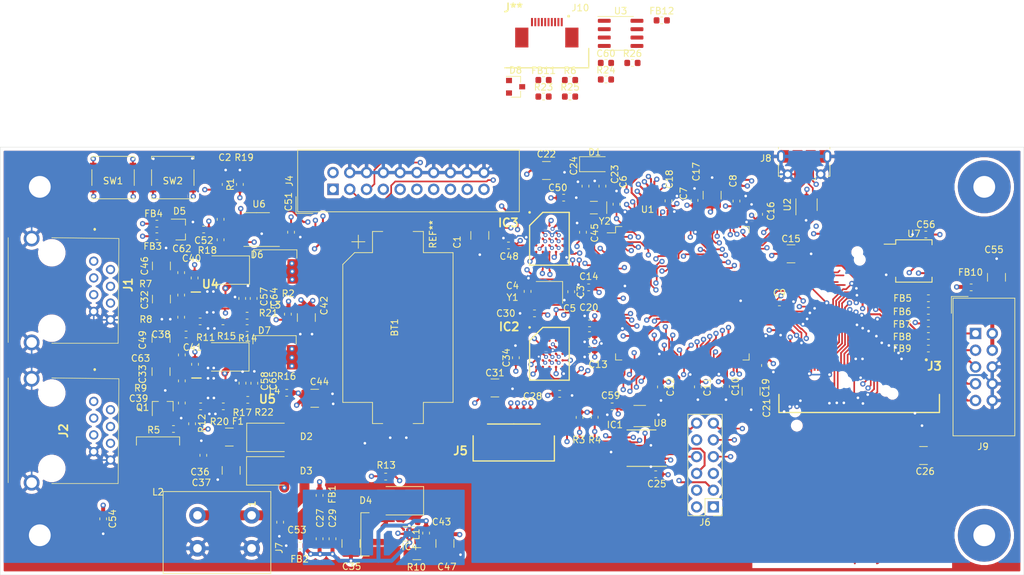
<source format=kicad_pcb>
(kicad_pcb (version 20171130) (host pcbnew "(5.1.5-0-10_14)")
  (layers (0 F.Cu signal) (1 In1.Cu signal) (2 In2.Cu signal) (31 B.Cu signal) (35 F.Paste user) (37 F.SilkS user) (38 B.Mask user) (39 F.Mask user) (44 Edge.Cuts user))
  (net 0 "")
  (net 1 "Net-(BT1-Pad1)")
  (net 2 GND)
  (net 3 RESET)
  (net 4 "Net-(C3-Pad1)")
  (net 5 "Net-(C4-Pad1)")
  (net 6 +3V3)
  (net 7 "Net-(C21-Pad2)")
  (net 8 "Net-(C23-Pad2)")
  (net 9 "Net-(C24-Pad2)")
  (net 10 LCD_LED-K)
  (net 11 "Net-(C27-Pad1)")
  (net 12 +BATT)
  (net 13 "Net-(C36-Pad1)")
  (net 14 "Net-(C38-Pad1)")
  (net 15 "Net-(C39-Pad1)")
  (net 16 "Net-(C40-Pad1)")
  (net 17 "Net-(C40-Pad2)")
  (net 18 "Net-(C41-Pad1)")
  (net 19 "Net-(C41-Pad2)")
  (net 20 LCD_LED-A)
  (net 21 +3.3VA)
  (net 22 Signal_LED)
  (net 23 "Net-(IC1-Pad7)")
  (net 24 "Net-(IC1-Pad8)")
  (net 25 "Net-(IC1-Pad9)")
  (net 26 TOUCH_INT)
  (net 27 I2C3_SDA)
  (net 28 I2C3_SCL)
  (net 29 "Net-(IC1-Pad15)")
  (net 30 "Net-(IC1-Pad16)")
  (net 31 USB_ID)
  (net 32 JTAG_RES)
  (net 33 JTAG_TDI)
  (net 34 JTAG_TMS)
  (net 35 JTAG_TCK)
  (net 36 "Net-(J4-Pad11)")
  (net 37 JTAG_TDO)
  (net 38 "Net-(J4-Pad15)")
  (net 39 "Net-(J4-Pad17)")
  (net 40 "Net-(J4-Pad19)")
  (net 41 TOUCH_RESET)
  (net 42 LCD_37)
  (net 43 X-)
  (net 44 LCD_38)
  (net 45 Y+)
  (net 46 LCD_39)
  (net 47 X+)
  (net 48 LCD_40)
  (net 49 Y-)
  (net 50 "Net-(Q1-Pad1)")
  (net 51 "Net-(Q1-Pad3)")
  (net 52 Boot0)
  (net 53 3VA_EN)
  (net 54 "Net-(R7-Pad2)")
  (net 55 "Net-(R11-Pad1)")
  (net 56 "Net-(R12-Pad1)")
  (net 57 LCD_BL_CTRL)
  (net 58 "Net-(R14-Pad2)")
  (net 59 "Net-(R16-Pad2)")
  (net 60 LCD_R0)
  (net 61 LCD_R1)
  (net 62 LCD_B0)
  (net 63 LCD_G0)
  (net 64 LCD_G1)
  (net 65 OctoSPI_P2_IO0)
  (net 66 OctoSPI_P2_IO1)
  (net 67 OctoSPI_P2_IO2)
  (net 68 OctoSPI_P2_IO3)
  (net 69 OctoSPI_P2_CLK)
  (net 70 "Net-(U1-Pad15)")
  (net 71 "Net-(U1-Pad18)")
  (net 72 "Net-(U1-Pad19)")
  (net 73 OctoSPI_P1_CLK)
  (net 74 OctoSPI_P1_IO4)
  (net 75 OctoSPI_P1_IO5)
  (net 76 OctoSPI_P1_IO6)
  (net 77 OctoSPI_P1_NCS)
  (net 78 OctoSPI_P1_IO3)
  (net 79 OctoSPI_P1_IO2)
  (net 80 OctoSPI_P1_IO7)
  (net 81 OctoSPI_P1_IO1)
  (net 82 OctoSPI_P1_IO0)
  (net 83 "Net-(U1-Pad44)")
  (net 84 "Net-(U1-Pad45)")
  (net 85 OctoSPI_P2_DQS)
  (net 86 LCD_B1)
  (net 87 OctoSPI_P2_IO4)
  (net 88 OctoSPI_P2_IO5)
  (net 89 LCD_B6)
  (net 90 LCD_B7)
  (net 91 LCD_G2)
  (net 92 LCD_G3)
  (net 93 LCD_G4)
  (net 94 LCD_G5)
  (net 95 LCD_G6)
  (net 96 LCD_G7)
  (net 97 LCD_R2)
  (net 98 "Net-(U1-Pad72)")
  (net 99 "Net-(U1-Pad75)")
  (net 100 "Net-(U1-Pad76)")
  (net 101 "Net-(U1-Pad78)")
  (net 102 "Net-(U1-Pad79)")
  (net 103 LCD_R3)
  (net 104 LCD_R4)
  (net 105 LCD_R5)
  (net 106 LCD_R6)
  (net 107 LCD_R7)
  (net 108 "Net-(U1-Pad86)")
  (net 109 LCD_B2)
  (net 110 LCD_B3)
  (net 111 SPI1_SCK)
  (net 112 SPI1_MISO)
  (net 113 SPI1_MOSI)
  (net 114 SPI1_NSS)
  (net 115 OctoSPI_P1_DQS)
  (net 116 "Net-(U1-Pad98)")
  (net 117 "Net-(U1-Pad99)")
  (net 118 USB_SOF)
  (net 119 "Net-(U1-Pad103)")
  (net 120 USB_D-)
  (net 121 USB_D+)
  (net 122 "Net-(U1-Pad113)")
  (net 123 "Net-(U1-Pad114)")
  (net 124 "Net-(U1-Pad115)")
  (net 125 LCD_B4)
  (net 126 LCD_B5)
  (net 127 "Net-(U1-Pad118)")
  (net 128 LCD_CLK)
  (net 129 "Net-(U1-Pad120)")
  (net 130 LCD_EN)
  (net 131 LCD_DE)
  (net 132 "Net-(U1-Pad125)")
  (net 133 OctoSPI_P2_IO6)
  (net 134 OctoSPI_P2_IO7)
  (net 135 "Net-(U1-Pad128)")
  (net 136 OctoSPI_P2_NCS)
  (net 137 "Net-(U1-Pad132)")
  (net 138 LCD_HSYNC)
  (net 139 LCD_VSYNC)
  (net 140 PWR_Reset)
  (net 141 "Net-(IC2-PadC5)")
  (net 142 "Net-(IC2-PadB5)")
  (net 143 "Net-(IC2-PadB1)")
  (net 144 "Net-(IC2-PadA5)")
  (net 145 "Net-(IC2-PadA3)")
  (net 146 "Net-(IC2-PadA2)")
  (net 147 "Net-(IC3-PadC5)")
  (net 148 "Net-(IC3-PadC2)")
  (net 149 "Net-(IC3-PadB5)")
  (net 150 "Net-(IC3-PadB1)")
  (net 151 "Net-(IC3-PadA5)")
  (net 152 "Net-(IC3-PadA2)")
  (net 153 VrefCAN)
  (net 154 "Net-(C53-Pad1)")
  (net 155 Control+)
  (net 156 "Net-(D5-Pad2)")
  (net 157 "Net-(D5-Pad1)")
  (net 158 "Net-(FB3-Pad1)")
  (net 159 "Net-(FB4-Pad1)")
  (net 160 CAN_STB)
  (net 161 USART1_RX)
  (net 162 USART1_TX)
  (net 163 "Net-(D2-Pad1)")
  (net 164 "Net-(D4-Pad2)")
  (net 165 "Net-(J8-Pad3)")
  (net 166 "Net-(J8-Pad1)")
  (net 167 "Net-(J8-Pad2)")
  (net 168 I2C2_SCL)
  (net 169 I2C2_SDA)
  (net 170 "Net-(C55-Pad1)")
  (net 171 EXT_1)
  (net 172 "Net-(FB5-Pad1)")
  (net 173 EXT_2)
  (net 174 "Net-(FB6-Pad1)")
  (net 175 EXT_3)
  (net 176 "Net-(FB7-Pad1)")
  (net 177 "Net-(FB8-Pad1)")
  (net 178 "Net-(FB9-Pad1)")
  (net 179 I2C4_SDA)
  (net 180 I2C4_SCL)
  (net 181 "Net-(C57-Pad2)")
  (net 182 "Net-(C58-Pad2)")
  (net 183 "Net-(U8-Pad5)")
  (net 184 "Net-(C64-Pad2)")
  (net 185 "Net-(C65-Pad2)")
  (net 186 "Net-(U5-Pad6)")
  (net 187 "Net-(C27-Pad2)")
  (net 188 "Net-(C43-Pad1)")
  (net 189 "Net-(C10-Pad1)")
  (net 190 "Net-(C17-Pad1)")
  (net 191 "Net-(U1-Pad108)")
  (net 192 "Net-(U1-Pad68)")
  (net 193 "Net-(D8-Pad2)")
  (net 194 "Net-(D8-Pad1)")
  (net 195 "Net-(FB11-Pad1)")
  (net 196 "Net-(FB12-Pad1)")
  (net 197 "Net-(IC1-Pad13)")
  (net 198 "Net-(J10-Pad6)")
  (net 199 CAN1_TX)
  (net 200 "Net-(R23-Pad1)")
  (net 201 "Net-(R24-Pad1)")
  (net 202 CAN1_RX)
  (net 203 USART2_RX)
  (net 204 USART2_TX)
  (net 205 USART2_RTS_DE)
  (net 206 USART2_CTS_NSS)
  (module Package_SO:SO-8_5.3x6.2mm_P1.27mm (layer F.Cu) (at 200.3425 66.2305)
    (fp_text reference U7 (at 0 -4.13) (layer F.SilkS))
    (fp_text value AT25SF161-SHD-T)
    (pad 8 smd rect (at 3.7 -1.905) (size 1.75 0.55) (layers F.Cu F.Paste F.Mask) (net 6 +3V3))
    (pad 7 smd rect (at 3.7 -0.635) (size 1.75 0.55) (layers F.Cu F.Paste F.Mask) (net 6 +3V3))
    (pad 6 smd rect (at 3.7 0.635) (size 1.75 0.55) (layers F.Cu F.Paste F.Mask) (net 111 SPI1_SCK))
    (pad 5 smd rect (at 3.7 1.905) (size 1.75 0.55) (layers F.Cu F.Paste F.Mask) (net 113 SPI1_MOSI))
    (pad 4 smd rect (at -3.7 1.905) (size 1.75 0.55) (layers F.Cu F.Paste F.Mask) (net 2 GND))
    (pad 3 smd rect (at -3.7 0.635) (size 1.75 0.55) (layers F.Cu F.Paste F.Mask) (net 6 +3V3))
    (pad 2 smd rect (at -3.7 -0.635) (size 1.75 0.55) (layers F.Cu F.Paste F.Mask) (net 112 SPI1_MISO))
    (pad 1 smd rect (at -3.7 -1.905) (size 1.75 0.55) (layers F.Cu F.Paste F.Mask) (net 114 SPI1_NSS))
  )
  (module Package_SO:SOIC-8_3.9x4.9mm_P1.27mm (layer F.Cu) (at 155.9408 31.7404)
    (fp_text reference U3 (at 0 -3.4) (layer F.SilkS))
    (fp_text value HD588E)
    (pad 8 smd roundrect (at 2.475 -1.905) (size 1.95 0.6) (layers F.Cu F.Paste F.Mask) (net 6 +3V3))
    (pad 7 smd roundrect (at 2.475 -0.635) (size 1.95 0.6) (layers F.Cu F.Paste F.Mask) (net 193 "Net-(D8-Pad2)"))
    (pad 6 smd roundrect (at 2.475 0.635) (size 1.95 0.6) (layers F.Cu F.Paste F.Mask) (net 194 "Net-(D8-Pad1)"))
    (pad 5 smd roundrect (at 2.475 1.905) (size 1.95 0.6) (layers F.Cu F.Paste F.Mask) (net 2 GND))
    (pad 4 smd roundrect (at -2.475 1.905) (size 1.95 0.6) (layers F.Cu F.Paste F.Mask) (net 203 USART2_RX))
    (pad 3 smd roundrect (at -2.475 0.635) (size 1.95 0.6) (layers F.Cu F.Paste F.Mask) (net 204 USART2_TX))
    (pad 2 smd roundrect (at -2.475 -0.635) (size 1.95 0.6) (layers F.Cu F.Paste F.Mask) (net 205 USART2_RTS_DE))
    (pad 1 smd roundrect (at -2.475 -1.905) (size 1.95 0.6) (layers F.Cu F.Paste F.Mask) (net 206 USART2_CTS_NSS))
  )
  (module Resistor_SMD:R_0603_1608Metric (layer F.Cu) (at 157.7308 36.2204)
    (fp_text reference R26 (at 0 -1.43) (layer F.SilkS))
    (fp_text value 120R)
    (pad 2 smd roundrect (at 0.7875 0) (size 0.875 0.95) (layers F.Cu F.Paste F.Mask) (net 194 "Net-(D8-Pad1)"))
    (pad 1 smd roundrect (at -0.7875 0) (size 0.875 0.95) (layers F.Cu F.Paste F.Mask) (net 193 "Net-(D8-Pad2)"))
  )
  (module Resistor_SMD:R_0603_1608Metric (layer F.Cu) (at 148.2808 41.3204)
    (fp_text reference R25 (at 0 -1.43) (layer F.SilkS))
    (fp_text value 0R)
    (pad 2 smd roundrect (at 0.7875 0) (size 0.875 0.95) (layers F.Cu F.Paste F.Mask) (net 202 CAN1_RX))
    (pad 1 smd roundrect (at -0.7875 0) (size 0.875 0.95) (layers F.Cu F.Paste F.Mask) (net 201 "Net-(R24-Pad1)"))
  )
  (module Resistor_SMD:R_0603_1608Metric (layer F.Cu) (at 153.7208 38.7304)
    (fp_text reference R24 (at 0 -1.43) (layer F.SilkS))
    (fp_text value 0R)
    (pad 2 smd roundrect (at 0.7875 0) (size 0.875 0.95) (layers F.Cu F.Paste F.Mask) (net 161 USART1_RX))
    (pad 1 smd roundrect (at -0.7875 0) (size 0.875 0.95) (layers F.Cu F.Paste F.Mask) (net 201 "Net-(R24-Pad1)"))
  )
  (module Resistor_SMD:R_0603_1608Metric (layer F.Cu) (at 144.2708 41.3204)
    (fp_text reference R23 (at 0 -1.43) (layer F.SilkS))
    (fp_text value 0R)
    (pad 2 smd roundrect (at 0.7875 0) (size 0.875 0.95) (layers F.Cu F.Paste F.Mask) (net 162 USART1_TX))
    (pad 1 smd roundrect (at -0.7875 0) (size 0.875 0.95) (layers F.Cu F.Paste F.Mask) (net 200 "Net-(R23-Pad1)"))
  )
  (module Resistor_SMD:R_0603_1608Metric (layer F.Cu) (at 148.2808 38.8104)
    (fp_text reference R6 (at 0 -1.43) (layer F.SilkS))
    (fp_text value 0R)
    (pad 2 smd roundrect (at 0.7875 0) (size 0.875 0.95) (layers F.Cu F.Paste F.Mask) (net 199 CAN1_TX))
    (pad 1 smd roundrect (at -0.7875 0) (size 0.875 0.95) (layers F.Cu F.Paste F.Mask) (net 200 "Net-(R23-Pad1)"))
  )
  (module Womo-Lin:MWSA0603 (layer F.Cu) (at 103.547 80.8228)
    (fp_text reference L4 (at 0 5.08) (layer F.SilkS))
    (fp_text value 10uH)
    (pad 1 smd rect (at -2.95 0) (size 2.2 3.5) (layers F.Cu F.Paste F.Mask) (net 18 "Net-(C41-Pad1)"))
    (pad 2 smd rect (at 2.95 0) (size 2.2 3.7) (layers F.Cu F.Paste F.Mask) (net 21 +3.3VA))
  )
  (module Womo-Lin:MWSA0603 (layer F.Cu) (at 103.6486 67.818)
    (fp_text reference L3 (at 0 5.08) (layer F.SilkS))
    (fp_text value 10uH)
    (pad 1 smd rect (at -2.95 0) (size 2.2 3.5) (layers F.Cu F.Paste F.Mask) (net 16 "Net-(C40-Pad1)"))
    (pad 2 smd rect (at 2.95 0) (size 2.2 3.7) (layers F.Cu F.Paste F.Mask) (net 6 +3V3))
  )
  (module Womo-Lin:MWSA0603 (layer F.Cu) (at 85.8992 96.1644)
    (fp_text reference L2 (at 0 5.08) (layer F.SilkS))
    (fp_text value 2uH2)
    (pad 1 smd rect (at -2.95 0) (size 2.2 3.5) (layers F.Cu F.Paste F.Mask) (net 12 +BATT))
    (pad 2 smd rect (at 2.95 0) (size 2.2 3.7) (layers F.Cu F.Paste F.Mask) (net 13 "Net-(C36-Pad1)"))
  )
  (module Womo-Lin:MWSA0603 (layer F.Cu) (at 119.888 107.6618 90)
    (fp_text reference L1 (at 0 5.08 90) (layer F.SilkS))
    (fp_text value 10uH)
    (pad 1 smd rect (at -2.95 0 90) (size 2.2 3.5) (layers F.Cu F.Paste F.Mask) (net 11 "Net-(C27-Pad1)"))
    (pad 2 smd rect (at 2.95 0 90) (size 2.2 3.7) (layers F.Cu F.Paste F.Mask) (net 164 "Net-(D4-Pad2)"))
  )
  (module Womo-Lin:ER-CON10HT-1 (layer F.Cu) (at 144.7658 32.9524)
    (fp_text reference J10 (at 5.08 -5.08) (layer F.SilkS))
    (fp_text value ER-CON10HT-1)
    (fp_text user J** (at -5.08 -5.08) (layer F.SilkS) (effects (font (size 1.27 1.27) (thickness 0.254))))
    (pad 4 smd rect (at 0.757 -2.922) (size 0.3 1.25) (layers F.Cu F.Paste) (net 41 TOUCH_RESET))
    (pad 3 smd rect (at 1.257 -2.922) (size 0.3 1.25) (layers F.Cu F.Paste) (net 168 I2C2_SCL))
    (pad 2 smd rect (at 1.757 -2.922) (size 0.3 1.25) (layers F.Cu F.Paste) (net 169 I2C2_SDA))
    (pad 1 smd rect (at 2.257 -2.922) (size 0.3 1.25) (layers F.Cu F.Paste) (net 2 GND))
    (pad 8 smd rect (at -3.79 -0.579 90) (size 3 2) (layers F.Cu F.Paste) (net 2 GND))
    (pad 7 smd rect (at 3.79 -0.579 90) (size 3 2) (layers F.Cu F.Paste) (net 21 +3.3VA))
    (pad 6 smd rect (at -0.243 -2.922) (size 0.3 1.25) (layers F.Cu F.Paste) (net 198 "Net-(J10-Pad6)"))
    (pad 5 smd rect (at 0.257 -2.922) (size 0.3 1.25) (layers F.Cu F.Paste) (net 26 TOUCH_INT))
    (pad 10 smd rect (at -2.243 -2.922) (size 0.3 1.25) (layers F.Cu F.Paste) (net 2 GND))
    (pad 9 smd rect (at -1.743 -2.922) (size 0.3 1.25) (layers F.Cu F.Paste) (net 21 +3.3VA))
    (pad 8 smd rect (at -1.243 -2.922) (size 0.3 1.25) (layers F.Cu F.Paste) (net 2 GND))
    (pad 7 smd rect (at -0.743 -2.922) (size 0.3 1.25) (layers F.Cu F.Paste) (net 21 +3.3VA))
  )
  (module Inductor_SMD:L_0603_1608Metric (layer F.Cu) (at 162.1708 29.7704)
    (fp_text reference FB12 (at 0 -1.43) (layer F.SilkS))
    (fp_text value 100R)
    (pad 2 smd roundrect (at 0.7875 0) (size 0.875 0.95) (layers F.Cu F.Paste F.Mask) (net 194 "Net-(D8-Pad1)"))
    (pad 1 smd roundrect (at -0.7875 0) (size 0.875 0.95) (layers F.Cu F.Paste F.Mask) (net 196 "Net-(FB12-Pad1)"))
  )
  (module Inductor_SMD:L_0603_1608Metric (layer F.Cu) (at 144.2708 38.8104)
    (fp_text reference FB11 (at 0 -1.43) (layer F.SilkS))
    (fp_text value 100R)
    (pad 2 smd roundrect (at 0.7875 0) (size 0.875 0.95) (layers F.Cu F.Paste F.Mask) (net 193 "Net-(D8-Pad2)"))
    (pad 1 smd roundrect (at -0.7875 0) (size 0.875 0.95) (layers F.Cu F.Paste F.Mask) (net 195 "Net-(FB11-Pad1)"))
  )
  (module Package_TO_SOT_SMD:SOT-23 (layer F.Cu) (at 140.0408 39.8304)
    (fp_text reference D8 (at 0 -2.5) (layer F.SilkS))
    (fp_text value NUP2105L)
    (pad 3 smd rect (at 1 0) (size 0.9 0.8) (layers F.Cu F.Paste F.Mask) (net 2 GND))
    (pad 2 smd rect (at -1 0.95) (size 0.9 0.8) (layers F.Cu F.Paste F.Mask) (net 193 "Net-(D8-Pad2)"))
    (pad 1 smd rect (at -1 -0.95) (size 0.9 0.8) (layers F.Cu F.Paste F.Mask) (net 194 "Net-(D8-Pad1)"))
  )
  (module Capacitor_SMD:C_0603_1608Metric (layer F.Cu) (at 153.7208 36.2204)
    (fp_text reference C60 (at 0 -1.43) (layer F.SilkS))
    (fp_text value 100n)
    (pad 2 smd roundrect (at 0.7875 0) (size 0.875 0.95) (layers F.Cu F.Paste F.Mask) (net 2 GND))
    (pad 1 smd roundrect (at -0.7875 0) (size 0.875 0.95) (layers F.Cu F.Paste F.Mask) (net 6 +3V3))
  )
  (module Package_SON:WSON-6-1EP_2x2mm_P0.65mm_EP1x1.6mm_ThermalVias (layer F.Cu) (at 123.9789 107.584 180)
    (fp_text reference IC4 (at 0 -1.95) (layer F.SilkS))
    (fp_text value TPS61165DRVR)
    (pad 7 smd rect (at 0 0 180) (size 0.5 1.6) (layers B.Cu) (net 187 "Net-(C27-Pad2)"))
    (pad 7 thru_hole circle (at 0 0.55 180) (size 0.5 0.5) (drill 0.2) (layers *.Cu) (net 187 "Net-(C27-Pad2)"))
    (pad 7 thru_hole circle (at 0 -0.55 180) (size 0.5 0.5) (drill 0.2) (layers *.Cu) (net 187 "Net-(C27-Pad2)"))
    (pad 7 smd rect (at 0 0 180) (size 1 1.6) (layers F.Cu F.Mask) (net 187 "Net-(C27-Pad2)"))
    (pad 6 smd roundrect (at 0.8875 -0.65 180) (size 0.375 0.4) (layers F.Cu F.Paste F.Mask) (net 11 "Net-(C27-Pad1)"))
    (pad 5 smd roundrect (at 0.8875 0 180) (size 0.375 0.4) (layers F.Cu F.Paste F.Mask) (net 57 LCD_BL_CTRL))
    (pad 4 smd roundrect (at 0.8875 0.65 180) (size 0.375 0.4) (layers F.Cu F.Paste F.Mask) (net 164 "Net-(D4-Pad2)"))
    (pad 3 smd roundrect (at -0.8875 0.65 180) (size 0.375 0.4) (layers F.Cu F.Paste F.Mask) (net 187 "Net-(C27-Pad2)"))
    (pad 2 smd roundrect (at -0.8875 0 180) (size 0.375 0.4) (layers F.Cu F.Paste F.Mask) (net 188 "Net-(C43-Pad1)"))
    (pad 1 smd roundrect (at -0.8875 -0.65 180) (size 0.375 0.4) (layers F.Cu F.Paste F.Mask) (net 10 LCD_LED-K))
  )
  (module Resistor_SMD:R_1206_3216Metric (layer F.Cu) (at 125.098 110.5916 180)
    (fp_text reference R10 (at 0.0792 -2.032 180) (layer F.SilkS))
    (fp_text value 1R1)
    (pad 2 smd roundrect (at 1.4 0 180) (size 1.25 1.75) (layers F.Cu F.Paste F.Mask) (roundrect_rratio 0.2) (net 187 "Net-(C27-Pad2)"))
    (pad 1 smd roundrect (at -1.4 0 180) (size 1.25 1.75) (layers F.Cu F.Paste F.Mask) (roundrect_rratio 0.2) (net 10 LCD_LED-K))
  )
  (module Capacitor_SMD:C_0603_1608Metric (layer F.Cu) (at 89.5096 80.4672 90)
    (fp_text reference C63 (at -0.508 -6.2484 180) (layer F.SilkS))
    (fp_text value 100n)
    (pad 2 smd roundrect (at 0.7875 0 90) (size 0.875 0.95) (layers F.Cu F.Paste F.Mask) (net 2 GND))
    (pad 1 smd roundrect (at -0.7875 0 90) (size 0.875 0.95) (layers F.Cu F.Paste F.Mask) (net 12 +BATT))
  )
  (module Capacitor_SMD:C_0603_1608Metric (layer F.Cu) (at 89.408 67.9957 90)
    (fp_text reference C62 (at 3.6321 0.1016 180) (layer F.SilkS))
    (fp_text value 100n)
    (pad 2 smd roundrect (at 0.7875 0 90) (size 0.875 0.95) (layers F.Cu F.Paste F.Mask) (net 2 GND))
    (pad 1 smd roundrect (at -0.7875 0 90) (size 0.875 0.95) (layers F.Cu F.Paste F.Mask) (net 12 +BATT))
  )
  (module Capacitor_SMD:C_0603_1608Metric (layer F.Cu) (at 91.44 68.8085 270)
    (fp_text reference C40 (at -2.9717 0.4572 180) (layer F.SilkS))
    (fp_text value 100n)
    (pad 2 smd roundrect (at 0.7875 0 270) (size 0.875 0.95) (layers F.Cu F.Paste F.Mask) (net 17 "Net-(C40-Pad2)"))
    (pad 1 smd roundrect (at -0.7875 0 270) (size 0.875 0.95) (layers F.Cu F.Paste F.Mask) (net 16 "Net-(C40-Pad1)"))
  )
  (module Womo-Lin:SOP50P490X110-11N (layer F.Cu) (at 93.9165 85.471)
    (fp_text reference U5 (at 8.5471 1.7018) (layer F.SilkS) (effects (font (size 1.27 1.27) (thickness 0.254))))
    (fp_text value TPS54160DGQR hide)
    (pad 11 smd rect (at 0 0) (size 1.57 1.88) (layers F.Cu F.Paste F.Mask) (net 2 GND))
    (pad 10 smd rect (at 2.2 -1 90) (size 0.3 1.4) (layers F.Cu F.Paste F.Mask) (net 18 "Net-(C41-Pad1)"))
    (pad 9 smd rect (at 2.2 -0.5 90) (size 0.3 1.4) (layers F.Cu F.Paste F.Mask) (net 2 GND))
    (pad 8 smd rect (at 2.2 0 90) (size 0.3 1.4) (layers F.Cu F.Paste F.Mask) (net 182 "Net-(C58-Pad2)"))
    (pad 7 smd rect (at 2.2 0.5 90) (size 0.3 1.4) (layers F.Cu F.Paste F.Mask) (net 59 "Net-(R16-Pad2)"))
    (pad 6 smd rect (at 2.2 1 90) (size 0.3 1.4) (layers F.Cu F.Paste F.Mask) (net 186 "Net-(U5-Pad6)"))
    (pad 5 smd rect (at -2.2 1 90) (size 0.3 1.4) (layers F.Cu F.Paste F.Mask) (net 56 "Net-(R12-Pad1)"))
    (pad 4 smd rect (at -2.2 0.5 90) (size 0.3 1.4) (layers F.Cu F.Paste F.Mask) (net 15 "Net-(C39-Pad1)"))
    (pad 3 smd rect (at -2.2 0 90) (size 0.3 1.4) (layers F.Cu F.Paste F.Mask) (net 51 "Net-(Q1-Pad3)"))
    (pad 2 smd rect (at -2.2 -0.5 90) (size 0.3 1.4) (layers F.Cu F.Paste F.Mask) (net 12 +BATT))
    (pad 1 smd rect (at -2.2 -1 90) (size 0.3 1.4) (layers F.Cu F.Paste F.Mask) (net 19 "Net-(C41-Pad2)"))
  )
  (module Womo-Lin:SOP50P490X110-11N (layer F.Cu) (at 93.8276 72.4408)
    (fp_text reference U4 (at 0 -2.6924) (layer F.SilkS) (effects (font (size 1.27 1.27) (thickness 0.254))))
    (fp_text value TPS54160DGQR hide)
    (pad 11 smd rect (at 0 0) (size 1.57 1.88) (layers F.Cu F.Paste F.Mask) (net 2 GND))
    (pad 10 smd rect (at 2.2 -1 90) (size 0.3 1.4) (layers F.Cu F.Paste F.Mask) (net 16 "Net-(C40-Pad1)"))
    (pad 9 smd rect (at 2.2 -0.5 90) (size 0.3 1.4) (layers F.Cu F.Paste F.Mask) (net 2 GND))
    (pad 8 smd rect (at 2.2 0 90) (size 0.3 1.4) (layers F.Cu F.Paste F.Mask) (net 181 "Net-(C57-Pad2)"))
    (pad 7 smd rect (at 2.2 0.5 90) (size 0.3 1.4) (layers F.Cu F.Paste F.Mask) (net 58 "Net-(R14-Pad2)"))
    (pad 6 smd rect (at 2.2 1 90) (size 0.3 1.4) (layers F.Cu F.Paste F.Mask) (net 140 PWR_Reset))
    (pad 5 smd rect (at -2.2 1 90) (size 0.3 1.4) (layers F.Cu F.Paste F.Mask) (net 55 "Net-(R11-Pad1)"))
    (pad 4 smd rect (at -2.2 0.5 90) (size 0.3 1.4) (layers F.Cu F.Paste F.Mask) (net 14 "Net-(C38-Pad1)"))
    (pad 3 smd rect (at -2.2 0 90) (size 0.3 1.4) (layers F.Cu F.Paste F.Mask) (net 54 "Net-(R7-Pad2)"))
    (pad 2 smd rect (at -2.2 -0.5 90) (size 0.3 1.4) (layers F.Cu F.Paste F.Mask) (net 12 +BATT))
    (pad 1 smd rect (at -2.2 -1 90) (size 0.3 1.4) (layers F.Cu F.Paste F.Mask) (net 17 "Net-(C40-Pad2)"))
  )
  (module Womo-Lin:TS-1187A (layer F.Cu) (at 88.138 53.594)
    (fp_text reference SW2 (at 0 0.5) (layer F.SilkS))
    (fp_text value Reset)
    (pad 1 smd rect (at 3 -1.875) (size 1 0.75) (layers F.Cu F.Paste F.Mask) (net 2 GND))
    (pad 2 smd rect (at -3 1.875) (size 1 0.75) (layers F.Cu F.Paste F.Mask) (net 3 RESET))
    (pad 2 smd rect (at 3 1.875) (size 1 0.75) (layers F.Cu F.Paste F.Mask) (net 3 RESET))
    (pad 1 smd rect (at -3 -1.875) (size 1 0.75) (layers F.Cu F.Paste F.Mask) (net 2 GND))
  )
  (module Womo-Lin:TS-1187A (layer F.Cu) (at 79.0928 53.594)
    (fp_text reference SW1 (at 0 0.5) (layer F.SilkS))
    (fp_text value Boot)
    (pad 1 smd rect (at 3 -1.875) (size 1 0.75) (layers F.Cu F.Paste F.Mask) (net 52 Boot0))
    (pad 2 smd rect (at -3 1.875) (size 1 0.75) (layers F.Cu F.Paste F.Mask) (net 6 +3V3))
    (pad 2 smd rect (at 3 1.875) (size 1 0.75) (layers F.Cu F.Paste F.Mask) (net 6 +3V3))
    (pad 1 smd rect (at -3 -1.875) (size 1 0.75) (layers F.Cu F.Paste F.Mask) (net 52 Boot0))
  )
  (module Resistor_SMD:R_0603_1608Metric (layer F.Cu) (at 99.4919 87.2744)
    (fp_text reference R22 (at 2.4637 1.8796) (layer F.SilkS))
    (fp_text value 76K8)
    (pad 2 smd roundrect (at 0.7875 0) (size 0.875 0.95) (layers F.Cu F.Paste F.Mask) (net 185 "Net-(C65-Pad2)"))
    (pad 1 smd roundrect (at -0.7875 0) (size 0.875 0.95) (layers F.Cu F.Paste F.Mask) (net 182 "Net-(C58-Pad2)"))
  )
  (module Resistor_SMD:R_0603_1608Metric (layer F.Cu) (at 99.3903 74.5236)
    (fp_text reference R21 (at 3.2257 -0.4064) (layer F.SilkS))
    (fp_text value 76K8)
    (pad 2 smd roundrect (at 0.7875 0) (size 0.875 0.95) (layers F.Cu F.Paste F.Mask) (net 184 "Net-(C64-Pad2)"))
    (pad 1 smd roundrect (at -0.7875 0) (size 0.875 0.95) (layers F.Cu F.Paste F.Mask) (net 181 "Net-(C57-Pad2)"))
  )
  (module Resistor_SMD:R_0603_1608Metric (layer F.Cu) (at 105.5624 74.2949 270)
    (fp_text reference R2 (at -3.1241 -0.0508) (layer F.SilkS))
    (fp_text value 10K)
    (pad 2 smd roundrect (at 0.7875 0 270) (size 0.875 0.95) (layers F.Cu F.Paste F.Mask) (net 140 PWR_Reset))
    (pad 1 smd roundrect (at -0.7875 0 270) (size 0.875 0.95) (layers F.Cu F.Paste F.Mask) (net 6 +3V3))
  )
  (module Diode_SMD:D_SMB (layer F.Cu) (at 96.13 80.772 180)
    (fp_text reference D7 (at -5.8764 4.0132 180) (layer F.SilkS))
    (fp_text value B260A-13-F)
    (pad 2 smd rect (at 2.15 0 180) (size 2.5 2.3) (layers F.Cu F.Paste F.Mask) (net 2 GND))
    (pad 1 smd rect (at -2.15 0 180) (size 2.5 2.3) (layers F.Cu F.Paste F.Mask) (net 18 "Net-(C41-Pad1)"))
  )
  (module Diode_SMD:D_SMB (layer F.Cu) (at 96.1988 67.6148 180)
    (fp_text reference D6 (at -4.69 2.3368 180) (layer F.SilkS))
    (fp_text value B260A-13-F)
    (pad 2 smd rect (at 2.15 0 180) (size 2.5 2.3) (layers F.Cu F.Paste F.Mask) (net 2 GND))
    (pad 1 smd rect (at -2.15 0 180) (size 2.5 2.3) (layers F.Cu F.Paste F.Mask) (net 16 "Net-(C40-Pad1)"))
  )
  (module Capacitor_SMD:C_0603_1608Metric (layer F.Cu) (at 100.4824 84.7599 270)
    (fp_text reference C65 (at -0.3811 -2.8448 270) (layer F.SilkS))
    (fp_text value 2n7)
    (pad 2 smd roundrect (at 0.7875 0 270) (size 0.875 0.95) (layers F.Cu F.Paste F.Mask) (net 185 "Net-(C65-Pad2)"))
    (pad 1 smd roundrect (at -0.7875 0 270) (size 0.875 0.95) (layers F.Cu F.Paste F.Mask) (net 2 GND))
  )
  (module Capacitor_SMD:C_0603_1608Metric (layer F.Cu) (at 100.3808 71.9073 270)
    (fp_text reference C64 (at -0.2285 -3.0988 270) (layer F.SilkS))
    (fp_text value 2n7)
    (pad 2 smd roundrect (at 0.7875 0 270) (size 0.875 0.95) (layers F.Cu F.Paste F.Mask) (net 184 "Net-(C64-Pad2)"))
    (pad 1 smd roundrect (at -0.7875 0 270) (size 0.875 0.95) (layers F.Cu F.Paste F.Mask) (net 2 GND))
  )
  (module Womo-Lin:QJ.BS-6 (layer F.Cu) (at 122.2248 76.313 270)
    (fp_text reference BT1 (at 0 0.5 270) (layer F.SilkS))
    (fp_text value Battery_Cell)
    (fp_text user REF** (at -14.125 -5.3 270) (layer F.SilkS))
    (pad 2 smd rect (at 15 0 90) (size 2 4.2) (layers F.Cu F.Paste F.Mask) (net 2 GND))
    (pad 1 smd rect (at -15 0 90) (size 2 4.2) (layers F.Cu F.Paste F.Mask) (net 1 "Net-(BT1-Pad1)"))
  )
  (module Capacitor_SMD:C_0603_1608Metric (layer F.Cu) (at 155.321 57.6325 90)
    (fp_text reference C6 (at 3.4035 1.016 90) (layer F.SilkS))
    (fp_text value 100n)
    (pad 2 smd roundrect (at 0.7875 0 90) (size 0.875 0.95) (layers F.Cu F.Paste F.Mask) (net 2 GND))
    (pad 1 smd roundrect (at -0.7875 0 90) (size 0.875 0.95) (layers F.Cu F.Paste F.Mask) (net 6 +3V3))
  )
  (module Womo-Lin:615008138221 (layer F.Cu) (at 76.165999 87.509001 270)
    (fp_text reference J2 (at 4.445 4.57 90) (layer F.SilkS) (effects (font (size 1.27 1.27) (thickness 0.254))))
    (fp_text value 615008138221 hide)
    (pad MH4 thru_hole circle (at 12.32 9.4 270) (size 2.4 2.4) (drill 1.6) (layers *.Cu *.Mask) (net 2 GND))
    (pad MH3 thru_hole circle (at -3.43 9.4 270) (size 2.4 2.4) (drill 1.6) (layers *.Cu *.Mask) (net 2 GND))
    (pad MH2 np_thru_hole circle (at 10.16 6.35 270) (size 3.17 0) (drill 3.17) (layers *.Cu *.Mask))
    (pad MH1 np_thru_hole circle (at -1.27 6.35 270) (size 3.17 0) (drill 3.17) (layers *.Cu *.Mask))
    (pad 8 thru_hole circle (at 8.89 -2.54 270) (size 1.4 1.4) (drill 0.9) (layers *.Cu *.Mask) (net 2 GND))
    (pad 7 thru_hole circle (at 7.62 0 270) (size 1.4 1.4) (drill 0.9) (layers *.Cu *.Mask) (net 2 GND))
    (pad 6 thru_hole circle (at 6.35 -2.54 270) (size 1.4 1.4) (drill 0.9) (layers *.Cu *.Mask) (net 195 "Net-(FB11-Pad1)"))
    (pad 5 thru_hole circle (at 5.08 0 270) (size 1.4 1.4) (drill 0.9) (layers *.Cu *.Mask) (net 159 "Net-(FB4-Pad1)"))
    (pad 4 thru_hole circle (at 3.81 -2.54 270) (size 1.4 1.4) (drill 0.9) (layers *.Cu *.Mask) (net 158 "Net-(FB3-Pad1)"))
    (pad 3 thru_hole circle (at 2.54 0 270) (size 1.4 1.4) (drill 0.9) (layers *.Cu *.Mask) (net 196 "Net-(FB12-Pad1)"))
    (pad 2 thru_hole circle (at 1.27 -2.54 270) (size 1.4 1.4) (drill 0.9) (layers *.Cu *.Mask) (net 155 Control+))
    (pad 1 thru_hole circle (at 0 0 270) (size 1.4 1.4) (drill 0.9) (layers *.Cu *.Mask) (net 155 Control+))
  )
  (module Womo-Lin:615008138221 (layer F.Cu) (at 76.165999 66.259001 270)
    (fp_text reference J1 (at 3.590999 -5.215601 90) (layer F.SilkS) (effects (font (size 1.27 1.27) (thickness 0.254))))
    (fp_text value 615008138221 hide)
    (pad MH4 thru_hole circle (at 12.32 9.4 270) (size 2.4 2.4) (drill 1.6) (layers *.Cu *.Mask) (net 2 GND))
    (pad MH3 thru_hole circle (at -3.43 9.4 270) (size 2.4 2.4) (drill 1.6) (layers *.Cu *.Mask) (net 2 GND))
    (pad MH2 np_thru_hole circle (at 10.16 6.35 270) (size 3.17 0) (drill 3.17) (layers *.Cu *.Mask))
    (pad MH1 np_thru_hole circle (at -1.27 6.35 270) (size 3.17 0) (drill 3.17) (layers *.Cu *.Mask))
    (pad 8 thru_hole circle (at 8.89 -2.54 270) (size 1.4 1.4) (drill 0.9) (layers *.Cu *.Mask) (net 2 GND))
    (pad 7 thru_hole circle (at 7.62 0 270) (size 1.4 1.4) (drill 0.9) (layers *.Cu *.Mask) (net 2 GND))
    (pad 6 thru_hole circle (at 6.35 -2.54 270) (size 1.4 1.4) (drill 0.9) (layers *.Cu *.Mask) (net 195 "Net-(FB11-Pad1)"))
    (pad 5 thru_hole circle (at 5.08 0 270) (size 1.4 1.4) (drill 0.9) (layers *.Cu *.Mask) (net 159 "Net-(FB4-Pad1)"))
    (pad 4 thru_hole circle (at 3.81 -2.54 270) (size 1.4 1.4) (drill 0.9) (layers *.Cu *.Mask) (net 158 "Net-(FB3-Pad1)"))
    (pad 3 thru_hole circle (at 2.54 0 270) (size 1.4 1.4) (drill 0.9) (layers *.Cu *.Mask) (net 195 "Net-(FB11-Pad1)"))
    (pad 2 thru_hole circle (at 1.27 -2.54 270) (size 1.4 1.4) (drill 0.9) (layers *.Cu *.Mask) (net 155 Control+))
    (pad 1 thru_hole circle (at 0 0 270) (size 1.4 1.4) (drill 0.9) (layers *.Cu *.Mask) (net 155 Control+))
  )
  (module Package_TO_SOT_SMD:SOT-23-5 (layer F.Cu) (at 158.834 89.728 180)
    (fp_text reference U8 (at -3.091 -1.077) (layer F.SilkS))
    (fp_text value 24AA02E48T-I/OT)
    (pad 5 smd rect (at 1.1 -0.95 180) (size 1.06 0.65) (layers F.Cu F.Paste F.Mask) (net 183 "Net-(U8-Pad5)"))
    (pad 4 smd rect (at 1.1 0.95 180) (size 1.06 0.65) (layers F.Cu F.Paste F.Mask) (net 6 +3V3))
    (pad 3 smd rect (at -1.1 0.95 180) (size 1.06 0.65) (layers F.Cu F.Paste F.Mask) (net 179 I2C4_SDA))
    (pad 2 smd rect (at -1.1 0 180) (size 1.06 0.65) (layers F.Cu F.Paste F.Mask) (net 2 GND))
    (pad 1 smd rect (at -1.1 -0.95 180) (size 1.06 0.65) (layers F.Cu F.Paste F.Mask) (net 180 I2C4_SCL))
  )
  (module Capacitor_SMD:C_0603_1608Metric (layer F.Cu) (at 154.6605 88.265 180)
    (fp_text reference C59 (at 0.2285 1.651) (layer F.SilkS))
    (fp_text value 100n)
    (pad 2 smd roundrect (at 0.7875 0 180) (size 0.875 0.95) (layers F.Cu F.Paste F.Mask) (net 2 GND))
    (pad 1 smd roundrect (at -0.7875 0 180) (size 0.875 0.95) (layers F.Cu F.Paste F.Mask) (net 6 +3V3))
  )
  (module Resistor_SMD:R_0603_1608Metric (layer F.Cu) (at 92.3545 88.265)
    (fp_text reference R12 (at 0.2031 2.5654 90) (layer F.SilkS))
    (fp_text value 90k9)
    (pad 2 smd roundrect (at 0.7875 0) (size 0.875 0.95) (layers F.Cu F.Paste F.Mask) (net 2 GND))
    (pad 1 smd roundrect (at -0.7875 0) (size 0.875 0.95) (layers F.Cu F.Paste F.Mask) (net 56 "Net-(R12-Pad1)"))
  )
  (module Capacitor_SMD:C_0603_1608Metric (layer F.Cu) (at 98.6917 84.747 270)
    (fp_text reference C58 (at -0.3174 -3.3655 270) (layer F.SilkS))
    (fp_text value 6p8)
    (pad 2 smd roundrect (at 0.7875 0 270) (size 0.875 0.95) (layers F.Cu F.Paste F.Mask) (net 182 "Net-(C58-Pad2)"))
    (pad 1 smd roundrect (at -0.7875 0 270) (size 0.875 0.95) (layers F.Cu F.Paste F.Mask) (net 2 GND))
  )
  (module Capacitor_SMD:C_0603_1608Metric (layer F.Cu) (at 98.6536 71.9073 270)
    (fp_text reference C57 (at -0.2793 -3.302 270) (layer F.SilkS))
    (fp_text value 6p8)
    (pad 2 smd roundrect (at 0.7875 0 270) (size 0.875 0.95) (layers F.Cu F.Paste F.Mask) (net 181 "Net-(C57-Pad2)"))
    (pad 1 smd roundrect (at -0.7875 0 270) (size 0.875 0.95) (layers F.Cu F.Paste F.Mask) (net 2 GND))
  )
  (module Capacitor_SMD:C_0603_1608Metric (layer F.Cu) (at 202.146 62.23 180)
    (fp_text reference C56 (at 0 1.524 180) (layer F.SilkS))
    (fp_text value 100n)
    (pad 2 smd roundrect (at 0.7875 0 180) (size 0.875 0.95) (layers F.Cu F.Paste F.Mask) (net 2 GND))
    (pad 1 smd roundrect (at -0.7875 0 180) (size 0.875 0.95) (layers F.Cu F.Paste F.Mask) (net 6 +3V3))
  )
  (module Capacitor_SMD:C_0603_1608Metric (layer F.Cu) (at 146.7105 86.36)
    (fp_text reference C28 (at -4.0895 0.381) (layer F.SilkS))
    (fp_text value 100n)
    (pad 2 smd roundrect (at 0.7875 0) (size 0.875 0.95) (layers F.Cu F.Paste F.Mask) (net 2 GND))
    (pad 1 smd roundrect (at -0.7875 0) (size 0.875 0.95) (layers F.Cu F.Paste F.Mask) (net 6 +3V3))
  )
  (module Inductor_SMD:L_0603_1608Metric (layer F.Cu) (at 209.0165 70.231)
    (fp_text reference FB10 (at -0.1015 -2.286) (layer F.SilkS))
    (fp_text value BLM18PG121SN1D)
    (pad 2 smd roundrect (at 0.7875 0) (size 0.875 0.95) (layers F.Cu F.Paste F.Mask) (net 170 "Net-(C55-Pad1)"))
    (pad 1 smd roundrect (at -0.7875 0) (size 0.875 0.95) (layers F.Cu F.Paste F.Mask) (net 6 +3V3))
  )
  (module Inductor_SMD:L_0603_1608Metric (layer F.Cu) (at 202.5397 79.502 180)
    (fp_text reference FB9 (at 3.9752 0 180) (layer F.SilkS))
    (fp_text value BLM18PG121SN1D)
    (pad 2 smd roundrect (at 0.7875 0 180) (size 0.875 0.95) (layers F.Cu F.Paste F.Mask) (net 27 I2C3_SDA))
    (pad 1 smd roundrect (at -0.7875 0 180) (size 0.875 0.95) (layers F.Cu F.Paste F.Mask) (net 178 "Net-(FB9-Pad1)"))
  )
  (module Inductor_SMD:L_0603_1608Metric (layer F.Cu) (at 202.5395 77.597 180)
    (fp_text reference FB8 (at 3.975 -0.127 180) (layer F.SilkS))
    (fp_text value BLM18PG121SN1D)
    (pad 2 smd roundrect (at 0.7875 0 180) (size 0.875 0.95) (layers F.Cu F.Paste F.Mask) (net 28 I2C3_SCL))
    (pad 1 smd roundrect (at -0.7875 0 180) (size 0.875 0.95) (layers F.Cu F.Paste F.Mask) (net 177 "Net-(FB8-Pad1)"))
  )
  (module Inductor_SMD:L_0603_1608Metric (layer F.Cu) (at 202.5397 75.692 180)
    (fp_text reference FB7 (at 3.9752 -0.127 180) (layer F.SilkS))
    (fp_text value BLM18PG121SN1D)
    (pad 2 smd roundrect (at 0.7875 0 180) (size 0.875 0.95) (layers F.Cu F.Paste F.Mask) (net 175 EXT_3))
    (pad 1 smd roundrect (at -0.7875 0 180) (size 0.875 0.95) (layers F.Cu F.Paste F.Mask) (net 176 "Net-(FB7-Pad1)"))
  )
  (module Inductor_SMD:L_0603_1608Metric (layer F.Cu) (at 202.5395 73.787 180)
    (fp_text reference FB6 (at 3.975 -0.127 180) (layer F.SilkS))
    (fp_text value BLM18PG121SN1D)
    (pad 2 smd roundrect (at 0.7875 0 180) (size 0.875 0.95) (layers F.Cu F.Paste F.Mask) (net 173 EXT_2))
    (pad 1 smd roundrect (at -0.7875 0 180) (size 0.875 0.95) (layers F.Cu F.Paste F.Mask) (net 174 "Net-(FB6-Pad1)"))
  )
  (module Inductor_SMD:L_0603_1608Metric (layer F.Cu) (at 202.5395 71.882 180)
    (fp_text reference FB5 (at 3.9115 0 180) (layer F.SilkS))
    (fp_text value BLM18PG121SN1D)
    (pad 2 smd roundrect (at 0.7875 0 180) (size 0.875 0.95) (layers F.Cu F.Paste F.Mask) (net 171 EXT_1))
    (pad 1 smd roundrect (at -0.7875 0 180) (size 0.875 0.95) (layers F.Cu F.Paste F.Mask) (net 172 "Net-(FB5-Pad1)"))
  )
  (module Capacitor_SMD:C_1210_3225Metric (layer F.Cu) (at 212.852 68.707 90)
    (fp_text reference C55 (at 4.191 -0.381 180) (layer F.SilkS))
    (fp_text value 1u)
    (pad 2 smd roundrect (at 1.4 0 90) (size 1.25 2.65) (layers F.Cu F.Paste F.Mask) (roundrect_rratio 0.2) (net 2 GND))
    (pad 1 smd roundrect (at -1.4 0 90) (size 1.25 2.65) (layers F.Cu F.Paste F.Mask) (roundrect_rratio 0.2) (net 170 "Net-(C55-Pad1)"))
  )
  (module Connector_IDC:IDC-Header_2x05_P2.54mm_Vertical (layer F.Cu) (at 209.677 77.216)
    (fp_text reference J9 (at 1.143 17.145) (layer F.SilkS))
    (fp_text value Conn_02x05_Odd_Even)
    (pad 10 thru_hole oval (at 2.54 10.16) (size 1.7272 1.7272) (drill 1.016) (layers *.Cu *.Mask) (net 2 GND))
    (pad 9 thru_hole oval (at 0 10.16) (size 1.7272 1.7272) (drill 1.016) (layers *.Cu *.Mask) (net 178 "Net-(FB9-Pad1)"))
    (pad 8 thru_hole oval (at 2.54 7.62) (size 1.7272 1.7272) (drill 1.016) (layers *.Cu *.Mask) (net 2 GND))
    (pad 7 thru_hole oval (at 0 7.62) (size 1.7272 1.7272) (drill 1.016) (layers *.Cu *.Mask) (net 177 "Net-(FB8-Pad1)"))
    (pad 6 thru_hole oval (at 2.54 5.08) (size 1.7272 1.7272) (drill 1.016) (layers *.Cu *.Mask) (net 2 GND))
    (pad 5 thru_hole oval (at 0 5.08) (size 1.7272 1.7272) (drill 1.016) (layers *.Cu *.Mask) (net 176 "Net-(FB7-Pad1)"))
    (pad 4 thru_hole oval (at 2.54 2.54) (size 1.7272 1.7272) (drill 1.016) (layers *.Cu *.Mask) (net 170 "Net-(C55-Pad1)"))
    (pad 3 thru_hole oval (at 0 2.54) (size 1.7272 1.7272) (drill 1.016) (layers *.Cu *.Mask) (net 174 "Net-(FB6-Pad1)"))
    (pad 2 thru_hole oval (at 2.54 0) (size 1.7272 1.7272) (drill 1.016) (layers *.Cu *.Mask) (net 170 "Net-(C55-Pad1)"))
    (pad 1 thru_hole rect (at 0 0) (size 1.7272 1.7272) (drill 1.016) (layers *.Cu *.Mask) (net 172 "Net-(FB5-Pad1)"))
  )
  (module WAGO:WAGO_Klemmleiste_Hebel4mm²Horizontal_RM5mm_2-pol (layer F.Cu) (at 100.076 104.775 270)
    (fp_text reference J7 (at 4.953 -4.1656 90) (layer F.SilkS))
    (fp_text value WAGO_Klemmleiste_2-pol)
    (fp_text user 1 (at -1.74 -0.07 90) (layer F.SilkS))
    (fp_text user 1 (at -1.74 -0.07 90) (layer F.SilkS))
    (pad 2 thru_hole circle (at 5 8.2 270) (size 2.5 2.5) (drill 1.3) (layers *.Cu *.Mask) (net 2 GND))
    (pad 1 thru_hole circle (at 0 8.2 270) (size 2.5 2.5) (drill 1.3) (layers *.Cu *.Mask) (net 154 "Net-(C53-Pad1)"))
    (pad 2 thru_hole circle (at 5 0 270) (size 2.5 2.5) (drill 1.3) (layers *.Cu *.Mask) (net 2 GND))
    (pad 1 thru_hole circle (at 0 0 270) (size 2.5 2.5) (drill 1.3) (layers *.Cu *.Mask) (net 154 "Net-(C53-Pad1)"))
  )
  (module Capacitor_SMD:C_1210_3225Metric (layer F.Cu) (at 201.8 95.7072 180)
    (fp_text reference C26 (at -0.254 -2.413 180) (layer F.SilkS))
    (fp_text value 1uF)
    (pad 2 smd roundrect (at 1.4 0 180) (size 1.25 2.65) (layers F.Cu F.Paste F.Mask) (roundrect_rratio 0.2) (net 2 GND))
    (pad 1 smd roundrect (at -1.4 0 180) (size 1.25 2.65) (layers F.Cu F.Paste F.Mask) (roundrect_rratio 0.2) (net 21 +3.3VA))
  )
  (module Capacitor_SMD:C_1210_3225Metric (layer F.Cu) (at 144.7008 52.5272)
    (fp_text reference C22 (at 0 -2.4892) (layer F.SilkS))
    (fp_text value 1u)
    (pad 2 smd roundrect (at 1.4 0) (size 1.25 2.65) (layers F.Cu F.Paste F.Mask) (roundrect_rratio 0.2) (net 2 GND))
    (pad 1 smd roundrect (at -1.4 0) (size 1.25 2.65) (layers F.Cu F.Paste F.Mask) (roundrect_rratio 0.2) (net 6 +3V3))
  )
  (module Capacitor_SMD:C_1210_3225Metric (layer F.Cu) (at 136.909 85.471)
    (fp_text reference C31 (at 0 -2.28 -180) (layer F.SilkS))
    (fp_text value 1u)
    (pad 2 smd roundrect (at 1.4 0) (size 1.25 2.65) (layers F.Cu F.Paste F.Mask) (roundrect_rratio 0.2) (net 2 GND))
    (pad 1 smd roundrect (at -1.4 0) (size 1.25 2.65) (layers F.Cu F.Paste F.Mask) (roundrect_rratio 0.2) (net 21 +3.3VA))
  )
  (module Capacitor_SMD:C_1210_3225Metric (layer F.Cu) (at 134.62 62.357 270)
    (fp_text reference C1 (at 1.016 3.429 90) (layer F.SilkS))
    (fp_text value 1u)
    (pad 2 smd roundrect (at 1.4 0 270) (size 1.25 2.65) (layers F.Cu F.Paste F.Mask) (roundrect_rratio 0.2) (net 2 GND))
    (pad 1 smd roundrect (at -1.4 0 270) (size 1.25 2.65) (layers F.Cu F.Paste F.Mask) (roundrect_rratio 0.2) (net 1 "Net-(BT1-Pad1)"))
  )
  (module Resistor_SMD:R_0603_1608Metric (layer F.Cu) (at 91.059 90.9065 90)
    (fp_text reference R20 (at 0.3301 4.1402 180) (layer F.SilkS))
    (fp_text value 100k)
    (pad 2 smd roundrect (at 0.7875 0 90) (size 0.875 0.95) (layers F.Cu F.Paste F.Mask) (net 2 GND))
    (pad 1 smd roundrect (at -0.7875 0 90) (size 0.875 0.95) (layers F.Cu F.Paste F.Mask) (net 53 3VA_EN))
  )
  (module Diode_SMD:D_SMB (layer F.Cu) (at 122.564 102.5652 180)
    (fp_text reference D4 (at 5.216 0.0508) (layer F.SilkS))
    (fp_text value B260A-13-F)
    (pad 2 smd rect (at 2.15 0 180) (size 2.5 2.3) (layers F.Cu F.Paste F.Mask) (net 164 "Net-(D4-Pad2)"))
    (pad 1 smd rect (at -2.15 0 180) (size 2.5 2.3) (layers F.Cu F.Paste F.Mask) (net 20 LCD_LED-A))
  )
  (module Capacitor_SMD:C_1210_3225Metric (layer F.Cu) (at 96.9772 97.9648 270)
    (fp_text reference C37 (at 1.8572 4.5212) (layer F.SilkS))
    (fp_text value 1u)
    (pad 2 smd roundrect (at 1.4 0 270) (size 1.25 2.65) (layers F.Cu F.Paste F.Mask) (roundrect_rratio 0.2) (net 2 GND))
    (pad 1 smd roundrect (at -1.4 0 270) (size 1.25 2.65) (layers F.Cu F.Paste F.Mask) (roundrect_rratio 0.2) (net 13 "Net-(C36-Pad1)"))
  )
  (module Diode_SMD:D_SMB (layer F.Cu) (at 102.861 98.044)
    (fp_text reference D3 (at 5.47 0) (layer F.SilkS))
    (fp_text value B260A-13-F)
    (pad 2 smd rect (at 2.15 0) (size 2.5 2.3) (layers F.Cu F.Paste F.Mask) (net 155 Control+))
    (pad 1 smd rect (at -2.15 0) (size 2.5 2.3) (layers F.Cu F.Paste F.Mask) (net 163 "Net-(D2-Pad1)"))
  )
  (module Diode_SMD:D_SMB (layer F.Cu) (at 102.879 92.964)
    (fp_text reference D2 (at 5.4774 -0.127 -180) (layer F.SilkS))
    (fp_text value B260A-13-F)
    (pad 2 smd rect (at 2.15 0) (size 2.5 2.3) (layers F.Cu F.Paste F.Mask) (net 154 "Net-(C53-Pad1)"))
    (pad 1 smd rect (at -2.15 0) (size 2.5 2.3) (layers F.Cu F.Paste F.Mask) (net 163 "Net-(D2-Pad1)"))
  )
  (module Fuse:Fuse_1210_3225Metric (layer F.Cu) (at 96.6948 92.9132)
    (fp_text reference F1 (at 1.2984 -2.3876 180) (layer F.SilkS))
    (fp_text value "PFUF.150.2  30V 1.5A")
    (pad 2 smd roundrect (at 1.4 0) (size 1.25 2.65) (layers F.Cu F.Paste F.Mask) (roundrect_rratio 0.2) (net 163 "Net-(D2-Pad1)"))
    (pad 1 smd roundrect (at -1.4 0) (size 1.25 2.65) (layers F.Cu F.Paste F.Mask) (roundrect_rratio 0.2) (net 13 "Net-(C36-Pad1)"))
  )
  (module Package_TO_SOT_SMD:SOT-23 (layer F.Cu) (at 89.297 61.468)
    (fp_text reference D5 (at -0.143 -2.794) (layer F.SilkS))
    (fp_text value NUP2105L)
    (pad 3 smd rect (at 1 0) (size 0.9 0.8) (layers F.Cu F.Paste F.Mask) (net 2 GND))
    (pad 2 smd rect (at -1 0.95) (size 0.9 0.8) (layers F.Cu F.Paste F.Mask) (net 156 "Net-(D5-Pad2)"))
    (pad 1 smd rect (at -1 -0.95) (size 0.9 0.8) (layers F.Cu F.Paste F.Mask) (net 157 "Net-(D5-Pad1)"))
  )
  (module Package_SO:SOIC-8_3.9x4.9mm_P1.27mm (layer F.Cu) (at 100.838 61.468 180)
    (fp_text reference U6 (at -0.3556 3.8608) (layer F.SilkS))
    (fp_text value SN65HVD231DR)
    (pad 8 smd roundrect (at 2.475 -1.905 180) (size 1.95 0.6) (layers F.Cu F.Paste F.Mask) (net 160 CAN_STB))
    (pad 7 smd roundrect (at 2.475 -0.635 180) (size 1.95 0.6) (layers F.Cu F.Paste F.Mask) (net 156 "Net-(D5-Pad2)"))
    (pad 6 smd roundrect (at 2.475 0.635 180) (size 1.95 0.6) (layers F.Cu F.Paste F.Mask) (net 157 "Net-(D5-Pad1)"))
    (pad 5 smd roundrect (at 2.475 1.905 180) (size 1.95 0.6) (layers F.Cu F.Paste F.Mask) (net 153 VrefCAN))
    (pad 4 smd roundrect (at -2.475 1.905 180) (size 1.95 0.6) (layers F.Cu F.Paste F.Mask) (net 201 "Net-(R24-Pad1)"))
    (pad 3 smd roundrect (at -2.475 0.635 180) (size 1.95 0.6) (layers F.Cu F.Paste F.Mask) (net 6 +3V3))
    (pad 2 smd roundrect (at -2.475 -0.635 180) (size 1.95 0.6) (layers F.Cu F.Paste F.Mask) (net 2 GND))
    (pad 1 smd roundrect (at -2.475 -1.905 180) (size 1.95 0.6) (layers F.Cu F.Paste F.Mask) (net 200 "Net-(R23-Pad1)"))
  )
  (module Resistor_SMD:R_0603_1608Metric (layer F.Cu) (at 95.377 59.9185 90)
    (fp_text reference R19 (at 9.3725 3.556 180) (layer F.SilkS))
    (fp_text value 60R)
    (pad 2 smd roundrect (at 0.7875 0 90) (size 0.875 0.95) (layers F.Cu F.Paste F.Mask) (net 157 "Net-(D5-Pad1)"))
    (pad 1 smd roundrect (at -0.7875 0 90) (size 0.875 0.95) (layers F.Cu F.Paste F.Mask) (net 153 VrefCAN))
  )
  (module Resistor_SMD:R_0603_1608Metric (layer F.Cu) (at 95.377 63.0175 90)
    (fp_text reference R18 (at -1.6001 -2.0066 180) (layer F.SilkS))
    (fp_text value 60R)
    (pad 2 smd roundrect (at 0.7875 0 90) (size 0.875 0.95) (layers F.Cu F.Paste F.Mask) (net 153 VrefCAN))
    (pad 1 smd roundrect (at -0.7875 0 90) (size 0.875 0.95) (layers F.Cu F.Paste F.Mask) (net 156 "Net-(D5-Pad2)"))
  )
  (module Inductor_SMD:L_0603_1608Metric (layer F.Cu) (at 85.725 60.579)
    (fp_text reference FB4 (at -0.508 -1.524) (layer F.SilkS))
    (fp_text value 100R)
    (pad 2 smd roundrect (at 0.7875 0) (size 0.875 0.95) (layers F.Cu F.Paste F.Mask) (net 157 "Net-(D5-Pad1)"))
    (pad 1 smd roundrect (at -0.7875 0) (size 0.875 0.95) (layers F.Cu F.Paste F.Mask) (net 159 "Net-(FB4-Pad1)"))
  )
  (module Inductor_SMD:L_0603_1608Metric (layer F.Cu) (at 85.725 62.484)
    (fp_text reference FB3 (at -0.635 1.524) (layer F.SilkS))
    (fp_text value 100R)
    (pad 2 smd roundrect (at 0.7875 0) (size 0.875 0.95) (layers F.Cu F.Paste F.Mask) (net 156 "Net-(D5-Pad2)"))
    (pad 1 smd roundrect (at -0.7875 0) (size 0.875 0.95) (layers F.Cu F.Paste F.Mask) (net 158 "Net-(FB3-Pad1)"))
  )
  (module Capacitor_SMD:C_0603_1608Metric (layer F.Cu) (at 77.597 105.3085 270)
    (fp_text reference C54 (at 0 -1.43 90) (layer F.SilkS))
    (fp_text value 100n)
    (pad 2 smd roundrect (at 0.7875 0 270) (size 0.875 0.95) (layers F.Cu F.Paste F.Mask) (net 2 GND))
    (pad 1 smd roundrect (at -0.7875 0 270) (size 0.875 0.95) (layers F.Cu F.Paste F.Mask) (net 155 Control+))
  )
  (module Capacitor_SMD:C_0603_1608Metric (layer F.Cu) (at 104.394 105.8165 270)
    (fp_text reference C53 (at 1.1683 -2.54 180) (layer F.SilkS))
    (fp_text value 100n)
    (pad 2 smd roundrect (at 0.7875 0 270) (size 0.875 0.95) (layers F.Cu F.Paste F.Mask) (net 2 GND))
    (pad 1 smd roundrect (at -0.7875 0 270) (size 0.875 0.95) (layers F.Cu F.Paste F.Mask) (net 154 "Net-(C53-Pad1)"))
  )
  (module Capacitor_SMD:C_0603_1608Metric (layer F.Cu) (at 92.8115 61.468 180)
    (fp_text reference C52 (at -0.0255 -1.651) (layer F.SilkS))
    (fp_text value 5n6)
    (pad 2 smd roundrect (at 0.7875 0 180) (size 0.875 0.95) (layers F.Cu F.Paste F.Mask) (net 2 GND))
    (pad 1 smd roundrect (at -0.7875 0 180) (size 0.875 0.95) (layers F.Cu F.Paste F.Mask) (net 153 VrefCAN))
  )
  (module Capacitor_SMD:C_0603_1608Metric (layer F.Cu) (at 106.045 61.8745 270)
    (fp_text reference C51 (at -4.6229 0.381 90) (layer F.SilkS))
    (fp_text value 100n)
    (pad 2 smd roundrect (at 0.7875 0 270) (size 0.875 0.95) (layers F.Cu F.Paste F.Mask) (net 2 GND))
    (pad 1 smd roundrect (at -0.7875 0 270) (size 0.875 0.95) (layers F.Cu F.Paste F.Mask) (net 6 +3V3))
  )
  (module Womo-Lin:52271-0679 (layer F.Cu) (at 139.762 89.39)
    (fp_text reference J5 (at -8.063 5.606) (layer F.SilkS) (effects (font (size 1.27 1.27) (thickness 0.254))))
    (fp_text value 52271-0679 hide)
    (pad 7 smd rect (at 5.65 2.05 90) (size 2.1 2.8) (layers F.Cu F.Paste))
    (pad 8 smd rect (at -5.65 2.05 90) (size 2.1 2.8) (layers F.Cu F.Paste))
    (pad 1 smd rect (at 2.5 0) (size 0.6 1.9) (layers F.Cu F.Paste) (net 21 +3.3VA))
    (pad 2 smd rect (at 1.5 0) (size 0.6 1.9) (layers F.Cu F.Paste) (net 2 GND))
    (pad 3 smd rect (at 0.5 0) (size 0.6 1.9) (layers F.Cu F.Paste) (net 168 I2C2_SCL))
    (pad 4 smd rect (at -0.5 0) (size 0.6 1.9) (layers F.Cu F.Paste) (net 169 I2C2_SDA))
    (pad 5 smd rect (at -1.5 0) (size 0.6 1.9) (layers F.Cu F.Paste) (net 26 TOUCH_INT))
    (pad 6 smd rect (at -2.5 0) (size 0.6 1.9) (layers F.Cu F.Paste) (net 41 TOUCH_RESET))
  )
  (module Womo-Lin:54104-4031 (layer F.Cu) (at 192.063 82.645)
    (fp_text reference J3 (at 11.391 -0.476) (layer F.SilkS) (effects (font (size 1.27 1.27) (thickness 0.254))))
    (fp_text value 54104-4031 hide)
    (pad 41 smd rect (at 11.85 2.318 90) (size 2.4 2.4) (layers F.Cu F.Paste))
    (pad 42 smd rect (at -11.85 2.318 90) (size 2.4 2.4) (layers F.Cu F.Paste))
    (pad 1 smd rect (at 9.75 -0.382) (size 0.3 1.2) (layers F.Cu F.Paste) (net 10 LCD_LED-K))
    (pad 2 smd rect (at 9.25 -0.382) (size 0.3 1.2) (layers F.Cu F.Paste) (net 20 LCD_LED-A))
    (pad 3 smd rect (at 8.75 -0.382) (size 0.3 1.2) (layers F.Cu F.Paste) (net 2 GND))
    (pad 4 smd rect (at 8.25 -0.382) (size 0.3 1.2) (layers F.Cu F.Paste) (net 21 +3.3VA))
    (pad 5 smd rect (at 7.75 -0.382) (size 0.3 1.2) (layers F.Cu F.Paste) (net 60 LCD_R0))
    (pad 6 smd rect (at 7.25 -0.382) (size 0.3 1.2) (layers F.Cu F.Paste) (net 61 LCD_R1))
    (pad 7 smd rect (at 6.75 -0.382) (size 0.3 1.2) (layers F.Cu F.Paste) (net 97 LCD_R2))
    (pad 8 smd rect (at 6.25 -0.382) (size 0.3 1.2) (layers F.Cu F.Paste) (net 103 LCD_R3))
    (pad 9 smd rect (at 5.75 -0.382) (size 0.3 1.2) (layers F.Cu F.Paste) (net 104 LCD_R4))
    (pad 10 smd rect (at 5.25 -0.382) (size 0.3 1.2) (layers F.Cu F.Paste) (net 105 LCD_R5))
    (pad 11 smd rect (at 4.75 -0.382) (size 0.3 1.2) (layers F.Cu F.Paste) (net 106 LCD_R6))
    (pad 12 smd rect (at 4.25 -0.382) (size 0.3 1.2) (layers F.Cu F.Paste) (net 107 LCD_R7))
    (pad 13 smd rect (at 3.75 -0.382) (size 0.3 1.2) (layers F.Cu F.Paste) (net 63 LCD_G0))
    (pad 14 smd rect (at 3.25 -0.382) (size 0.3 1.2) (layers F.Cu F.Paste) (net 64 LCD_G1))
    (pad 15 smd rect (at 2.75 -0.382) (size 0.3 1.2) (layers F.Cu F.Paste) (net 91 LCD_G2))
    (pad 16 smd rect (at 2.25 -0.382) (size 0.3 1.2) (layers F.Cu F.Paste) (net 92 LCD_G3))
    (pad 17 smd rect (at 1.75 -0.382) (size 0.3 1.2) (layers F.Cu F.Paste) (net 93 LCD_G4))
    (pad 18 smd rect (at 1.25 -0.382) (size 0.3 1.2) (layers F.Cu F.Paste) (net 94 LCD_G5))
    (pad 19 smd rect (at 0.75 -0.382) (size 0.3 1.2) (layers F.Cu F.Paste) (net 95 LCD_G6))
    (pad 20 smd rect (at 0.25 -0.382) (size 0.3 1.2) (layers F.Cu F.Paste) (net 96 LCD_G7))
    (pad 21 smd rect (at -0.25 -0.382) (size 0.3 1.2) (layers F.Cu F.Paste) (net 62 LCD_B0))
    (pad 22 smd rect (at -0.75 -0.382) (size 0.3 1.2) (layers F.Cu F.Paste) (net 86 LCD_B1))
    (pad 23 smd rect (at -1.25 -0.382) (size 0.3 1.2) (layers F.Cu F.Paste) (net 109 LCD_B2))
    (pad 24 smd rect (at -1.75 -0.382) (size 0.3 1.2) (layers F.Cu F.Paste) (net 110 LCD_B3))
    (pad 25 smd rect (at -2.25 -0.382) (size 0.3 1.2) (layers F.Cu F.Paste) (net 125 LCD_B4))
    (pad 26 smd rect (at -2.75 -0.382) (size 0.3 1.2) (layers F.Cu F.Paste) (net 126 LCD_B5))
    (pad 27 smd rect (at -3.25 -0.382) (size 0.3 1.2) (layers F.Cu F.Paste) (net 89 LCD_B6))
    (pad 28 smd rect (at -3.75 -0.382) (size 0.3 1.2) (layers F.Cu F.Paste) (net 90 LCD_B7))
    (pad 29 smd rect (at -4.25 -0.382) (size 0.3 1.2) (layers F.Cu F.Paste) (net 2 GND))
    (pad 30 smd rect (at -4.75 -0.382) (size 0.3 1.2) (layers F.Cu F.Paste) (net 128 LCD_CLK))
    (pad 31 smd rect (at -5.25 -0.382) (size 0.3 1.2) (layers F.Cu F.Paste) (net 130 LCD_EN))
    (pad 32 smd rect (at -5.75 -0.382) (size 0.3 1.2) (layers F.Cu F.Paste) (net 138 LCD_HSYNC))
    (pad 33 smd rect (at -6.25 -0.382) (size 0.3 1.2) (layers F.Cu F.Paste) (net 139 LCD_VSYNC))
    (pad 34 smd rect (at -6.75 -0.382) (size 0.3 1.2) (layers F.Cu F.Paste) (net 131 LCD_DE))
    (pad 35 smd rect (at -7.25 -0.382) (size 0.3 1.2) (layers F.Cu F.Paste) (net 2 GND))
    (pad 36 smd rect (at -7.75 -0.382) (size 0.3 1.2) (layers F.Cu F.Paste) (net 2 GND))
    (pad 37 smd rect (at -8.25 -0.382) (size 0.3 1.2) (layers F.Cu F.Paste) (net 42 LCD_37))
    (pad 38 smd rect (at -8.75 -0.382) (size 0.3 1.2) (layers F.Cu F.Paste) (net 44 LCD_38))
    (pad 39 smd rect (at -9.25 -0.382) (size 0.3 1.2) (layers F.Cu F.Paste) (net 46 LCD_39))
    (pad 40 smd rect (at -9.75 -0.382) (size 0.3 1.2) (layers F.Cu F.Paste) (net 48 LCD_40))
  )
  (module Womo-Lin:BGA24C100P5X5_600X800X35 (layer F.Cu) (at 145.161 62.865)
    (fp_text reference IC3 (at -6.223 -2.413) (layer F.SilkS) (effects (font (size 1.27 1.27) (thickness 0.254))))
    (fp_text value IS66WVH8M8BLL-100B1LI_0 hide)
    (pad E5 smd circle (at 2 2 90) (size 0.37 0.37) (layers F.Cu F.Paste) (net 2 GND))
    (pad E4 smd circle (at 1 2 90) (size 0.37 0.37) (layers F.Cu F.Paste) (net 6 +3V3))
    (pad E3 smd circle (at 0 2 90) (size 0.37 0.37) (layers F.Cu F.Paste) (net 88 OctoSPI_P2_IO5))
    (pad E2 smd circle (at -1 2 90) (size 0.37 0.37) (layers F.Cu F.Paste) (net 133 OctoSPI_P2_IO6))
    (pad E1 smd circle (at -2 2 90) (size 0.37 0.37) (layers F.Cu F.Paste) (net 134 OctoSPI_P2_IO7))
    (pad D5 smd circle (at 2 1 90) (size 0.37 0.37) (layers F.Cu F.Paste) (net 87 OctoSPI_P2_IO4))
    (pad D4 smd circle (at 1 1 90) (size 0.37 0.37) (layers F.Cu F.Paste) (net 68 OctoSPI_P2_IO3))
    (pad D3 smd circle (at 0 1 90) (size 0.37 0.37) (layers F.Cu F.Paste) (net 65 OctoSPI_P2_IO0))
    (pad D2 smd circle (at -1 1 90) (size 0.37 0.37) (layers F.Cu F.Paste) (net 66 OctoSPI_P2_IO1))
    (pad D1 smd circle (at -2 1 90) (size 0.37 0.37) (layers F.Cu F.Paste) (net 6 +3V3))
    (pad C5 smd circle (at 2 0 90) (size 0.37 0.37) (layers F.Cu F.Paste) (net 147 "Net-(IC3-PadC5)"))
    (pad C4 smd circle (at 1 0 90) (size 0.37 0.37) (layers F.Cu F.Paste) (net 67 OctoSPI_P2_IO2))
    (pad C3 smd circle (at 0 0 90) (size 0.37 0.37) (layers F.Cu F.Paste) (net 85 OctoSPI_P2_DQS))
    (pad C2 smd circle (at -1 0 90) (size 0.37 0.37) (layers F.Cu F.Paste) (net 148 "Net-(IC3-PadC2)"))
    (pad C1 smd circle (at -2 0 90) (size 0.37 0.37) (layers F.Cu F.Paste) (net 2 GND))
    (pad B5 smd circle (at 2 -1 90) (size 0.37 0.37) (layers F.Cu F.Paste) (net 149 "Net-(IC3-PadB5)"))
    (pad B4 smd circle (at 1 -1 90) (size 0.37 0.37) (layers F.Cu F.Paste) (net 6 +3V3))
    (pad B3 smd circle (at 0 -1 90) (size 0.37 0.37) (layers F.Cu F.Paste) (net 2 GND))
    (pad B2 smd circle (at -1 -1 90) (size 0.37 0.37) (layers F.Cu F.Paste) (net 69 OctoSPI_P2_CLK))
    (pad B1 smd circle (at -2 -1 90) (size 0.37 0.37) (layers F.Cu F.Paste) (net 150 "Net-(IC3-PadB1)"))
    (pad A5 smd circle (at 2 -2 90) (size 0.37 0.37) (layers F.Cu F.Paste) (net 151 "Net-(IC3-PadA5)"))
    (pad A4 smd circle (at 1 -2 90) (size 0.37 0.37) (layers F.Cu F.Paste) (net 3 RESET))
    (pad A3 smd circle (at 0 -2 90) (size 0.37 0.37) (layers F.Cu F.Paste) (net 136 OctoSPI_P2_NCS))
    (pad A2 smd circle (at -1 -2 90) (size 0.37 0.37) (layers F.Cu F.Paste) (net 152 "Net-(IC3-PadA2)"))
  )
  (module Womo-Lin:BGA24C100P5X5_600X800X35 (layer F.Cu) (at 145.161 80.296)
    (fp_text reference IC2 (at -6.096 -4.096) (layer F.SilkS) (effects (font (size 1.27 1.27) (thickness 0.254))))
    (fp_text value MX25LM51245GXDI00 hide)
    (pad E5 smd circle (at 2 2 90) (size 0.37 0.37) (layers F.Cu F.Paste) (net 2 GND))
    (pad E4 smd circle (at 1 2 90) (size 0.37 0.37) (layers F.Cu F.Paste) (net 6 +3V3))
    (pad E3 smd circle (at 0 2 90) (size 0.37 0.37) (layers F.Cu F.Paste) (net 75 OctoSPI_P1_IO5))
    (pad E2 smd circle (at -1 2 90) (size 0.37 0.37) (layers F.Cu F.Paste) (net 76 OctoSPI_P1_IO6))
    (pad E1 smd circle (at -2 2 90) (size 0.37 0.37) (layers F.Cu F.Paste) (net 80 OctoSPI_P1_IO7))
    (pad D5 smd circle (at 2 1 90) (size 0.37 0.37) (layers F.Cu F.Paste) (net 74 OctoSPI_P1_IO4))
    (pad D4 smd circle (at 1 1 90) (size 0.37 0.37) (layers F.Cu F.Paste) (net 78 OctoSPI_P1_IO3))
    (pad D3 smd circle (at 0 1 90) (size 0.37 0.37) (layers F.Cu F.Paste) (net 82 OctoSPI_P1_IO0))
    (pad D2 smd circle (at -1 1 90) (size 0.37 0.37) (layers F.Cu F.Paste) (net 81 OctoSPI_P1_IO1))
    (pad D1 smd circle (at -2 1 90) (size 0.37 0.37) (layers F.Cu F.Paste) (net 6 +3V3))
    (pad C5 smd circle (at 2 0 90) (size 0.37 0.37) (layers F.Cu F.Paste) (net 141 "Net-(IC2-PadC5)"))
    (pad C4 smd circle (at 1 0 90) (size 0.37 0.37) (layers F.Cu F.Paste) (net 79 OctoSPI_P1_IO2))
    (pad C3 smd circle (at 0 0 90) (size 0.37 0.37) (layers F.Cu F.Paste) (net 115 OctoSPI_P1_DQS))
    (pad C2 smd circle (at -1 0 90) (size 0.37 0.37) (layers F.Cu F.Paste) (net 77 OctoSPI_P1_NCS))
    (pad C1 smd circle (at -2 0 90) (size 0.37 0.37) (layers F.Cu F.Paste) (net 2 GND))
    (pad B5 smd circle (at 2 -1 90) (size 0.37 0.37) (layers F.Cu F.Paste) (net 142 "Net-(IC2-PadB5)"))
    (pad B4 smd circle (at 1 -1 90) (size 0.37 0.37) (layers F.Cu F.Paste) (net 6 +3V3))
    (pad B3 smd circle (at 0 -1 90) (size 0.37 0.37) (layers F.Cu F.Paste) (net 2 GND))
    (pad B2 smd circle (at -1 -1 90) (size 0.37 0.37) (layers F.Cu F.Paste) (net 73 OctoSPI_P1_CLK))
    (pad B1 smd circle (at -2 -1 90) (size 0.37 0.37) (layers F.Cu F.Paste) (net 143 "Net-(IC2-PadB1)"))
    (pad A5 smd circle (at 2 -2 90) (size 0.37 0.37) (layers F.Cu F.Paste) (net 144 "Net-(IC2-PadA5)"))
    (pad A4 smd circle (at 1 -2 90) (size 0.37 0.37) (layers F.Cu F.Paste) (net 3 RESET))
    (pad A3 smd circle (at 0 -2 90) (size 0.37 0.37) (layers F.Cu F.Paste) (net 145 "Net-(IC2-PadA3)"))
    (pad A2 smd circle (at -1 -2 90) (size 0.37 0.37) (layers F.Cu F.Paste) (net 146 "Net-(IC2-PadA2)"))
  )
  (module Capacitor_SMD:C_0603_1608Metric (layer F.Cu) (at 96.139 54.6355 90)
    (fp_text reference C2 (at 4.0895 -0.127 180) (layer F.SilkS))
    (fp_text value 100n)
    (pad 2 smd roundrect (at 0.7875 0 90) (size 0.875 0.95) (layers F.Cu F.Paste F.Mask) (net 2 GND))
    (pad 1 smd roundrect (at -0.7875 0 90) (size 0.875 0.95) (layers F.Cu F.Paste F.Mask) (net 3 RESET))
  )
  (module Capacitor_SMD:C_0603_1608Metric (layer F.Cu) (at 148.463 70.8915 270)
    (fp_text reference C3 (at 0 -1.43 270) (layer F.SilkS))
    (fp_text value 6p8)
    (pad 2 smd roundrect (at 0.7875 0 270) (size 0.875 0.95) (layers F.Cu F.Paste F.Mask) (net 2 GND))
    (pad 1 smd roundrect (at -0.7875 0 270) (size 0.875 0.95) (layers F.Cu F.Paste F.Mask) (net 4 "Net-(C3-Pad1)"))
  )
  (module Capacitor_SMD:C_0603_1608Metric (layer F.Cu) (at 141.859 70.8405 90)
    (fp_text reference C4 (at 0.8635 -2.286) (layer F.SilkS))
    (fp_text value 6p8)
    (pad 2 smd roundrect (at 0.7875 0 90) (size 0.875 0.95) (layers F.Cu F.Paste F.Mask) (net 2 GND))
    (pad 1 smd roundrect (at -0.7875 0 90) (size 0.875 0.95) (layers F.Cu F.Paste F.Mask) (net 5 "Net-(C4-Pad1)"))
  )
  (module Capacitor_SMD:C_0603_1608Metric (layer F.Cu) (at 151.2315 75.692 180)
    (fp_text reference C5 (at 3.0225 2.286) (layer F.SilkS))
    (fp_text value 1u)
    (pad 2 smd roundrect (at 0.7875 0 180) (size 0.875 0.95) (layers F.Cu F.Paste F.Mask) (net 2 GND))
    (pad 1 smd roundrect (at -0.7875 0 180) (size 0.875 0.95) (layers F.Cu F.Paste F.Mask) (net 6 +3V3))
  )
  (module Capacitor_SMD:C_0603_1608Metric (layer F.Cu) (at 167.132 57.0485 90)
    (fp_text reference C7 (at 1.0415 -1.651 90) (layer F.SilkS))
    (fp_text value 100n)
    (pad 2 smd roundrect (at 0.7875 0 90) (size 0.875 0.95) (layers F.Cu F.Paste F.Mask) (net 2 GND))
    (pad 1 smd roundrect (at -0.7875 0 90) (size 0.875 0.95) (layers F.Cu F.Paste F.Mask) (net 6 +3V3))
  )
  (module Capacitor_SMD:C_0603_1608Metric (layer F.Cu) (at 173.482 57.15 90)
    (fp_text reference C8 (at 3.048 -0.508 90) (layer F.SilkS))
    (fp_text value 100n)
    (pad 2 smd roundrect (at 0.7875 0 90) (size 0.875 0.95) (layers F.Cu F.Paste F.Mask) (net 2 GND))
    (pad 1 smd roundrect (at -0.7875 0 90) (size 0.875 0.95) (layers F.Cu F.Paste F.Mask) (net 6 +3V3))
  )
  (module Capacitor_SMD:C_0603_1608Metric (layer F.Cu) (at 179.9845 72.517)
    (fp_text reference C9 (at 0 -1.43) (layer F.SilkS))
    (fp_text value 100n)
    (pad 2 smd roundrect (at 0.7875 0) (size 0.875 0.95) (layers F.Cu F.Paste F.Mask) (net 2 GND))
    (pad 1 smd roundrect (at -0.7875 0) (size 0.875 0.95) (layers F.Cu F.Paste F.Mask) (net 6 +3V3))
  )
  (module Capacitor_SMD:C_0603_1608Metric (layer F.Cu) (at 171.8945 85.2425 270)
    (fp_text reference C10 (at 0 -1.43 90) (layer F.SilkS))
    (fp_text value 100n)
    (pad 2 smd roundrect (at 0.7875 0 270) (size 0.875 0.95) (layers F.Cu F.Paste F.Mask) (net 2 GND))
    (pad 1 smd roundrect (at -0.7875 0 270) (size 0.875 0.95) (layers F.Cu F.Paste F.Mask) (net 189 "Net-(C10-Pad1)"))
  )
  (module Capacitor_SMD:C_0603_1608Metric (layer F.Cu) (at 167.64 85.306 270)
    (fp_text reference C11 (at 0 -1.43 90) (layer F.SilkS))
    (fp_text value 100n)
    (pad 2 smd roundrect (at 0.7875 0 270) (size 0.875 0.95) (layers F.Cu F.Paste F.Mask) (net 2 GND))
    (pad 1 smd roundrect (at -0.7875 0 270) (size 0.875 0.95) (layers F.Cu F.Paste F.Mask) (net 6 +3V3))
  )
  (module Capacitor_SMD:C_0603_1608Metric (layer F.Cu) (at 162.052 85.3185 270)
    (fp_text reference C12 (at 0 -1.43 90) (layer F.SilkS))
    (fp_text value 100n)
    (pad 2 smd roundrect (at 0.7875 0 270) (size 0.875 0.95) (layers F.Cu F.Paste F.Mask) (net 2 GND))
    (pad 1 smd roundrect (at -0.7875 0 270) (size 0.875 0.95) (layers F.Cu F.Paste F.Mask) (net 6 +3V3))
  )
  (module Capacitor_SMD:C_0603_1608Metric (layer F.Cu) (at 151.2315 79.756 180)
    (fp_text reference C13 (at -1.2955 -2.159) (layer F.SilkS))
    (fp_text value 100n)
    (pad 2 smd roundrect (at 0.7875 0 180) (size 0.875 0.95) (layers F.Cu F.Paste F.Mask) (net 2 GND))
    (pad 1 smd roundrect (at -0.7875 0 180) (size 0.875 0.95) (layers F.Cu F.Paste F.Mask) (net 6 +3V3))
  )
  (module Capacitor_SMD:C_0603_1608Metric (layer F.Cu) (at 151.1045 70.231 180)
    (fp_text reference C14 (at -0.0255 1.651) (layer F.SilkS))
    (fp_text value 100n)
    (pad 2 smd roundrect (at 0.7875 0 180) (size 0.875 0.95) (layers F.Cu F.Paste F.Mask) (net 2 GND))
    (pad 1 smd roundrect (at -0.7875 0 180) (size 0.875 0.95) (layers F.Cu F.Paste F.Mask) (net 6 +3V3))
  )
  (module Capacitor_SMD:C_1210_3225Metric (layer F.Cu) (at 181.74 65.151)
    (fp_text reference C15 (at 0 -2.28) (layer F.SilkS))
    (fp_text value 10u)
    (pad 2 smd roundrect (at 1.4 0) (size 1.25 2.65) (layers F.Cu F.Paste F.Mask) (roundrect_rratio 0.2) (net 2 GND))
    (pad 1 smd roundrect (at -1.4 0) (size 1.25 2.65) (layers F.Cu F.Paste F.Mask) (roundrect_rratio 0.2) (net 6 +3V3))
  )
  (module Capacitor_SMD:C_0603_1608Metric (layer F.Cu) (at 176.911 59.1565 90)
    (fp_text reference C16 (at 0.4825 1.778 90) (layer F.SilkS))
    (fp_text value 10n)
    (pad 2 smd roundrect (at 0.7875 0 90) (size 0.875 0.95) (layers F.Cu F.Paste F.Mask) (net 2 GND))
    (pad 1 smd roundrect (at -0.7875 0 90) (size 0.875 0.95) (layers F.Cu F.Paste F.Mask) (net 6 +3V3))
  )
  (module Capacitor_SMD:C_1210_3225Metric (layer F.Cu) (at 169.799 56.258 90)
    (fp_text reference C17 (at 3.553 -2.413 90) (layer F.SilkS))
    (fp_text value 10uF)
    (pad 2 smd roundrect (at 1.4 0 90) (size 1.25 2.65) (layers F.Cu F.Paste F.Mask) (roundrect_rratio 0.2) (net 2 GND))
    (pad 1 smd roundrect (at -1.4 0 90) (size 1.25 2.65) (layers F.Cu F.Paste F.Mask) (roundrect_rratio 0.2) (net 190 "Net-(C17-Pad1)"))
  )
  (module Capacitor_SMD:C_0603_1608Metric (layer F.Cu) (at 163.195 57.1245 270)
    (fp_text reference C18 (at -3.2765 -0.127 90) (layer F.SilkS))
    (fp_text value 100n)
    (pad 2 smd roundrect (at 0.7875 0 270) (size 0.875 0.95) (layers F.Cu F.Paste F.Mask) (net 190 "Net-(C17-Pad1)"))
    (pad 1 smd roundrect (at -0.7875 0 270) (size 0.875 0.95) (layers F.Cu F.Paste F.Mask) (net 2 GND))
  )
  (module Capacitor_SMD:C_0603_1608Metric (layer F.Cu) (at 177.8 82.0675 90)
    (fp_text reference C19 (at -3.4035 0.127 -90) (layer F.SilkS))
    (fp_text value 100n)
    (pad 2 smd roundrect (at 0.7875 0 90) (size 0.875 0.95) (layers F.Cu F.Paste F.Mask) (net 190 "Net-(C17-Pad1)"))
    (pad 1 smd roundrect (at -0.7875 0 90) (size 0.875 0.95) (layers F.Cu F.Paste F.Mask) (net 2 GND))
  )
  (module Capacitor_SMD:C_0603_1608Metric (layer F.Cu) (at 151.2315 77.47)
    (fp_text reference C20 (at -0.1015 -4.191) (layer F.SilkS))
    (fp_text value 100n)
    (pad 2 smd roundrect (at 0.7875 0) (size 0.875 0.95) (layers F.Cu F.Paste F.Mask) (net 190 "Net-(C17-Pad1)"))
    (pad 1 smd roundrect (at -0.7875 0) (size 0.875 0.95) (layers F.Cu F.Paste F.Mask) (net 2 GND))
  )
  (module Capacitor_SMD:C_1210_3225Metric (layer F.Cu) (at 175.7045 85.982 90)
    (fp_text reference C21 (at -2.537 2.3495 90) (layer F.SilkS))
    (fp_text value 2u2)
    (pad 2 smd roundrect (at 1.4 0 90) (size 1.25 2.65) (layers F.Cu F.Paste F.Mask) (roundrect_rratio 0.2) (net 7 "Net-(C21-Pad2)"))
    (pad 1 smd roundrect (at -1.4 0 90) (size 1.25 2.65) (layers F.Cu F.Paste F.Mask) (roundrect_rratio 0.2) (net 2 GND))
  )
  (module Capacitor_SMD:C_0603_1608Metric (layer F.Cu) (at 153.1874 54.8894 270)
    (fp_text reference C23 (at -1.8034 -1.8796 270) (layer F.SilkS))
    (fp_text value 3p3)
    (pad 2 smd roundrect (at 0.7875 0 270) (size 0.875 0.95) (layers F.Cu F.Paste F.Mask) (net 8 "Net-(C23-Pad2)"))
    (pad 1 smd roundrect (at -0.7875 0 270) (size 0.875 0.95) (layers F.Cu F.Paste F.Mask) (net 2 GND))
  )
  (module Capacitor_SMD:C_0603_1608Metric (layer F.Cu) (at 150.622 54.8895 270)
    (fp_text reference C24 (at -3.0735 1.778 90) (layer F.SilkS))
    (fp_text value 3p3)
    (pad 2 smd roundrect (at 0.7875 0 270) (size 0.875 0.95) (layers F.Cu F.Paste F.Mask) (net 9 "Net-(C24-Pad2)"))
    (pad 1 smd roundrect (at -0.7875 0 270) (size 0.875 0.95) (layers F.Cu F.Paste F.Mask) (net 2 GND))
  )
  (module Capacitor_SMD:C_0603_1608Metric (layer F.Cu) (at 161.252 98.552)
    (fp_text reference C25 (at 0.165 1.4605) (layer F.SilkS))
    (fp_text value 100n)
    (pad 2 smd roundrect (at 0.7875 0) (size 0.875 0.95) (layers F.Cu F.Paste F.Mask) (net 21 +3.3VA))
    (pad 1 smd roundrect (at -0.7875 0) (size 0.875 0.95) (layers F.Cu F.Paste F.Mask) (net 2 GND))
  )
  (module Capacitor_SMD:C_0603_1608Metric (layer F.Cu) (at 110.363 108.3309 270)
    (fp_text reference C27 (at -3.1241 -0.0762 90) (layer F.SilkS))
    (fp_text value 100n)
    (pad 2 smd roundrect (at 0.7875 0 270) (size 0.875 0.95) (layers F.Cu F.Paste F.Mask) (net 187 "Net-(C27-Pad2)"))
    (pad 1 smd roundrect (at -0.7875 0 270) (size 0.875 0.95) (layers F.Cu F.Paste F.Mask) (net 11 "Net-(C27-Pad1)"))
  )
  (module Capacitor_SMD:C_0603_1608Metric (layer F.Cu) (at 112.3188 108.3309 270)
    (fp_text reference C29 (at -3.1241 0 90) (layer F.SilkS))
    (fp_text value 10n)
    (pad 2 smd roundrect (at 0.7875 0 270) (size 0.875 0.95) (layers F.Cu F.Paste F.Mask) (net 187 "Net-(C27-Pad2)"))
    (pad 1 smd roundrect (at -0.7875 0 270) (size 0.875 0.95) (layers F.Cu F.Paste F.Mask) (net 11 "Net-(C27-Pad1)"))
  )
  (module Capacitor_SMD:C_0603_1608Metric (layer F.Cu) (at 142.9005 74.168 180)
    (fp_text reference C30 (at 4.3435 0 180) (layer F.SilkS))
    (fp_text value 100n)
    (pad 2 smd roundrect (at 0.7875 0 180) (size 0.875 0.95) (layers F.Cu F.Paste F.Mask) (net 2 GND))
    (pad 1 smd roundrect (at -0.7875 0 180) (size 0.875 0.95) (layers F.Cu F.Paste F.Mask) (net 6 +3V3))
  )
  (module Capacitor_SMD:C_1210_3225Metric (layer F.Cu) (at 86.4108 72.006 270)
    (fp_text reference C32 (at 0.13 2.54 270) (layer F.SilkS))
    (fp_text value 2u2)
    (pad 2 smd roundrect (at 1.4 0 270) (size 1.25 2.65) (layers F.Cu F.Paste F.Mask) (roundrect_rratio 0.2) (net 2 GND))
    (pad 1 smd roundrect (at -1.4 0 270) (size 1.25 2.65) (layers F.Cu F.Paste F.Mask) (roundrect_rratio 0.2) (net 12 +BATT))
  )
  (module Capacitor_SMD:C_1210_3225Metric (layer F.Cu) (at 86.36 82.9975 270)
    (fp_text reference C33 (at 0.378 2.794 270) (layer F.SilkS))
    (fp_text value 2u2)
    (pad 2 smd roundrect (at 1.4 0 270) (size 1.25 2.65) (layers F.Cu F.Paste F.Mask) (roundrect_rratio 0.2) (net 2 GND))
    (pad 1 smd roundrect (at -1.4 0 270) (size 1.25 2.65) (layers F.Cu F.Paste F.Mask) (roundrect_rratio 0.2) (net 12 +BATT))
  )
  (module Capacitor_SMD:C_0603_1608Metric (layer F.Cu) (at 140.081 80.899 90)
    (fp_text reference C34 (at 0 -1.43 90) (layer F.SilkS))
    (fp_text value 100n)
    (pad 2 smd roundrect (at 0.7875 0 90) (size 0.875 0.95) (layers F.Cu F.Paste F.Mask) (net 2 GND))
    (pad 1 smd roundrect (at -0.7875 0 90) (size 0.875 0.95) (layers F.Cu F.Paste F.Mask) (net 6 +3V3))
  )
  (module Capacitor_SMD:C_1210_3225Metric (layer F.Cu) (at 115.1128 109.0392 270)
    (fp_text reference C35 (at 3.4828 -0.1016 180) (layer F.SilkS))
    (fp_text value 4u7)
    (pad 2 smd roundrect (at 1.4 0 270) (size 1.25 2.65) (layers F.Cu F.Paste F.Mask) (roundrect_rratio 0.2) (net 187 "Net-(C27-Pad2)"))
    (pad 1 smd roundrect (at -1.4 0 270) (size 1.25 2.65) (layers F.Cu F.Paste F.Mask) (roundrect_rratio 0.2) (net 11 "Net-(C27-Pad1)"))
  )
  (module Capacitor_SMD:C_0603_1608Metric (layer F.Cu) (at 92.7608 95.6819 90)
    (fp_text reference C36 (at -2.5145 -0.508 180) (layer F.SilkS))
    (fp_text value 100n)
    (pad 2 smd roundrect (at 0.7875 0 90) (size 0.875 0.95) (layers F.Cu F.Paste F.Mask) (net 2 GND))
    (pad 1 smd roundrect (at -0.7875 0 90) (size 0.875 0.95) (layers F.Cu F.Paste F.Mask) (net 13 "Net-(C36-Pad1)"))
  )
  (module Capacitor_SMD:C_0603_1608Metric (layer F.Cu) (at 90.1445 77.3684 180)
    (fp_text reference C38 (at 3.7845 0 180) (layer F.SilkS))
    (fp_text value 10n)
    (pad 2 smd roundrect (at 0.7875 0 180) (size 0.875 0.95) (layers F.Cu F.Paste F.Mask) (net 2 GND))
    (pad 1 smd roundrect (at -0.7875 0 180) (size 0.875 0.95) (layers F.Cu F.Paste F.Mask) (net 14 "Net-(C38-Pad1)"))
  )
  (module Capacitor_SMD:C_0603_1608Metric (layer F.Cu) (at 89.5096 87.7569 270)
    (fp_text reference C39 (at -0.6857 6.5532) (layer F.SilkS))
    (fp_text value 10n)
    (pad 2 smd roundrect (at 0.7875 0 270) (size 0.875 0.95) (layers F.Cu F.Paste F.Mask) (net 2 GND))
    (pad 1 smd roundrect (at -0.7875 0 270) (size 0.875 0.95) (layers F.Cu F.Paste F.Mask) (net 15 "Net-(C39-Pad1)"))
  )
  (module Capacitor_SMD:C_0603_1608Metric (layer F.Cu) (at 91.5035 81.8895 270)
    (fp_text reference C41 (at -2.5655 0.381 180) (layer F.SilkS))
    (fp_text value 100n)
    (pad 2 smd roundrect (at 0.7875 0 270) (size 0.875 0.95) (layers F.Cu F.Paste F.Mask) (net 19 "Net-(C41-Pad2)"))
    (pad 1 smd roundrect (at -0.7875 0 270) (size 0.875 0.95) (layers F.Cu F.Paste F.Mask) (net 18 "Net-(C41-Pad1)"))
  )
  (module Capacitor_SMD:C_1210_3225Metric (layer F.Cu) (at 108.3564 74.806 270)
    (fp_text reference C42 (at -1.8064 -2.6924 270) (layer F.SilkS))
    (fp_text value 22uF)
    (pad 2 smd roundrect (at 1.4 0 270) (size 1.25 2.65) (layers F.Cu F.Paste F.Mask) (roundrect_rratio 0.2) (net 2 GND))
    (pad 1 smd roundrect (at -1.4 0 270) (size 1.25 2.65) (layers F.Cu F.Paste F.Mask) (roundrect_rratio 0.2) (net 6 +3V3))
  )
  (module Capacitor_SMD:C_0603_1608Metric (layer F.Cu) (at 126.492 107.4673 90)
    (fp_text reference C43 (at 1.7017 2.3368) (layer F.SilkS))
    (fp_text value 220n)
    (pad 2 smd roundrect (at 0.7875 0 90) (size 0.875 0.95) (layers F.Cu F.Paste F.Mask) (net 187 "Net-(C27-Pad2)"))
    (pad 1 smd roundrect (at -0.7875 0 90) (size 0.875 0.95) (layers F.Cu F.Paste F.Mask) (net 188 "Net-(C43-Pad1)"))
  )
  (module Capacitor_SMD:C_1210_3225Metric (layer F.Cu) (at 109.6264 87.0428)
    (fp_text reference C44 (at 0.7112 -2.5116) (layer F.SilkS))
    (fp_text value 47u)
    (pad 2 smd roundrect (at 1.4 0) (size 1.25 2.65) (layers F.Cu F.Paste F.Mask) (roundrect_rratio 0.2) (net 2 GND))
    (pad 1 smd roundrect (at -1.4 0) (size 1.25 2.65) (layers F.Cu F.Paste F.Mask) (roundrect_rratio 0.2) (net 21 +3.3VA))
  )
  (module Capacitor_SMD:C_0603_1608Metric (layer F.Cu) (at 150.241 61.8745 90)
    (fp_text reference C45 (at -0.1015 1.778 90) (layer F.SilkS))
    (fp_text value 100n)
    (pad 2 smd roundrect (at 0.7875 0 90) (size 0.875 0.95) (layers F.Cu F.Paste F.Mask) (net 2 GND))
    (pad 1 smd roundrect (at -0.7875 0 90) (size 0.875 0.95) (layers F.Cu F.Paste F.Mask) (net 6 +3V3))
  )
  (module Capacitor_SMD:C_1210_3225Metric (layer F.Cu) (at 86.4108 66.9768 90)
    (fp_text reference C46 (at 0 -2.54 90) (layer F.SilkS))
    (fp_text value 10u)
    (pad 2 smd roundrect (at 1.4 0 90) (size 1.25 2.65) (layers F.Cu F.Paste F.Mask) (roundrect_rratio 0.2) (net 2 GND))
    (pad 1 smd roundrect (at -1.4 0 90) (size 1.25 2.65) (layers F.Cu F.Paste F.Mask) (roundrect_rratio 0.2) (net 12 +BATT))
  )
  (module Capacitor_SMD:C_1210_3225Metric (layer F.Cu) (at 129.3368 109.0392 270)
    (fp_text reference C47 (at 3.5336 -0.3048 180) (layer F.SilkS))
    (fp_text value 1u)
    (pad 2 smd roundrect (at 1.4 0 270) (size 1.25 2.65) (layers F.Cu F.Paste F.Mask) (roundrect_rratio 0.2) (net 10 LCD_LED-K))
    (pad 1 smd roundrect (at -1.4 0 270) (size 1.25 2.65) (layers F.Cu F.Paste F.Mask) (roundrect_rratio 0.2) (net 20 LCD_LED-A))
  )
  (module Capacitor_SMD:C_0603_1608Metric (layer F.Cu) (at 138.9635 63.881 180)
    (fp_text reference C48 (at -0.1015 -1.651 180) (layer F.SilkS))
    (fp_text value 100n)
    (pad 2 smd roundrect (at 0.7875 0 180) (size 0.875 0.95) (layers F.Cu F.Paste F.Mask) (net 2 GND))
    (pad 1 smd roundrect (at -0.7875 0 180) (size 0.875 0.95) (layers F.Cu F.Paste F.Mask) (net 6 +3V3))
  )
  (module Capacitor_SMD:C_1210_3225Metric (layer F.Cu) (at 86.36 77.975 90)
    (fp_text reference C49 (at -0.2316 -2.794 90) (layer F.SilkS))
    (fp_text value 10u)
    (pad 2 smd roundrect (at 1.4 0 90) (size 1.25 2.65) (layers F.Cu F.Paste F.Mask) (roundrect_rratio 0.2) (net 2 GND))
    (pad 1 smd roundrect (at -1.4 0 90) (size 1.25 2.65) (layers F.Cu F.Paste F.Mask) (roundrect_rratio 0.2) (net 12 +BATT))
  )
  (module Capacitor_SMD:C_0603_1608Metric (layer F.Cu) (at 147.3199 56.642)
    (fp_text reference C50 (at -0.8889 -1.524) (layer F.SilkS))
    (fp_text value 100n)
    (pad 2 smd roundrect (at 0.7875 0) (size 0.875 0.95) (layers F.Cu F.Paste F.Mask) (net 2 GND))
    (pad 1 smd roundrect (at -0.7875 0) (size 0.875 0.95) (layers F.Cu F.Paste F.Mask) (net 6 +3V3))
  )
  (module LED_SMD:LED_1206_3216Metric (layer F.Cu) (at 152.016 51.562)
    (fp_text reference D1 (at 0 -1.82) (layer F.SilkS))
    (fp_text value LED)
    (pad 2 smd roundrect (at 1.4 0) (size 1.25 1.75) (layers F.Cu F.Paste F.Mask) (roundrect_rratio 0.2) (net 22 Signal_LED))
    (pad 1 smd roundrect (at -1.4 0) (size 1.25 1.75) (layers F.Cu F.Paste F.Mask) (roundrect_rratio 0.2) (net 2 GND))
  )
  (module Inductor_SMD:L_0603_1608Metric (layer F.Cu) (at 110.363 101.7525 90)
    (fp_text reference FB1 (at 0.1525 1.905 90) (layer F.SilkS))
    (fp_text value 100R)
    (pad 2 smd roundrect (at 0.7875 0 90) (size 0.875 0.95) (layers F.Cu F.Paste F.Mask) (net 21 +3.3VA))
    (pad 1 smd roundrect (at -0.7875 0 90) (size 0.875 0.95) (layers F.Cu F.Paste F.Mask) (net 11 "Net-(C27-Pad1)"))
  )
  (module Inductor_SMD:L_0603_1608Metric (layer F.Cu) (at 107.4165 109.3724)
    (fp_text reference FB2 (at -0.0761 2.032) (layer F.SilkS))
    (fp_text value 100R)
    (pad 2 smd roundrect (at 0.7875 0) (size 0.875 0.95) (layers F.Cu F.Paste F.Mask) (net 187 "Net-(C27-Pad2)"))
    (pad 1 smd roundrect (at -0.7875 0) (size 0.875 0.95) (layers F.Cu F.Paste F.Mask) (net 2 GND))
  )
  (module Package_SO:TSSOP-16_4.4x5mm_P0.65mm (layer F.Cu) (at 159.102 94.559 180)
    (fp_text reference IC1 (at 4.035 3.5 180) (layer F.SilkS))
    (fp_text value TSC2007)
    (pad 16 smd rect (at 2.95 -2.275 180) (size 1.5 0.45) (layers F.Cu F.Paste F.Mask) (net 30 "Net-(IC1-Pad16)"))
    (pad 15 smd rect (at 2.95 -1.625 180) (size 1.5 0.45) (layers F.Cu F.Paste F.Mask) (net 29 "Net-(IC1-Pad15)"))
    (pad 14 smd rect (at 2.95 -0.975 180) (size 1.5 0.45) (layers F.Cu F.Paste F.Mask) (net 197 "Net-(IC1-Pad13)"))
    (pad 13 smd rect (at 2.95 -0.325 180) (size 1.5 0.45) (layers F.Cu F.Paste F.Mask) (net 197 "Net-(IC1-Pad13)"))
    (pad 12 smd rect (at 2.95 0.325 180) (size 1.5 0.45) (layers F.Cu F.Paste F.Mask) (net 168 I2C2_SCL))
    (pad 11 smd rect (at 2.95 0.975 180) (size 1.5 0.45) (layers F.Cu F.Paste F.Mask) (net 169 I2C2_SDA))
    (pad 10 smd rect (at 2.95 1.625 180) (size 1.5 0.45) (layers F.Cu F.Paste F.Mask) (net 26 TOUCH_INT))
    (pad 9 smd rect (at 2.95 2.275 180) (size 1.5 0.45) (layers F.Cu F.Paste F.Mask) (net 25 "Net-(IC1-Pad9)"))
    (pad 8 smd rect (at -2.95 2.275 180) (size 1.5 0.45) (layers F.Cu F.Paste F.Mask) (net 24 "Net-(IC1-Pad8)"))
    (pad 7 smd rect (at -2.95 1.625 180) (size 1.5 0.45) (layers F.Cu F.Paste F.Mask) (net 23 "Net-(IC1-Pad7)"))
    (pad 6 smd rect (at -2.95 0.975 180) (size 1.5 0.45) (layers F.Cu F.Paste F.Mask) (net 2 GND))
    (pad 5 smd rect (at -2.95 0.325 180) (size 1.5 0.45) (layers F.Cu F.Paste F.Mask) (net 49 Y-))
    (pad 4 smd rect (at -2.95 -0.325 180) (size 1.5 0.45) (layers F.Cu F.Paste F.Mask) (net 43 X-))
    (pad 3 smd rect (at -2.95 -0.975 180) (size 1.5 0.45) (layers F.Cu F.Paste F.Mask) (net 45 Y+))
    (pad 2 smd rect (at -2.95 -1.625 180) (size 1.5 0.45) (layers F.Cu F.Paste F.Mask) (net 47 X+))
    (pad 1 smd rect (at -2.95 -2.275 180) (size 1.5 0.45) (layers F.Cu F.Paste F.Mask) (net 21 +3.3VA))
  )
  (module Connector_USB:USB_Micro-B_Molex-105017-0001 (layer F.Cu) (at 183.729 51.6235 180)
    (fp_text reference J8 (at 5.802 0.9505) (layer F.SilkS))
    (fp_text value USB_B_Micro)
    (pad 6 smd rect (at -2.9 1.2375 180) (size 1.2 1.9) (layers F.Cu F.Mask) (net 2 GND))
    (pad 6 smd rect (at 2.9 1.2375 180) (size 1.2 1.9) (layers F.Cu F.Mask) (net 2 GND))
    (pad 6 thru_hole oval (at 3.5 1.2375 180) (size 1.2 1.9) (drill oval 0.6 1.3) (layers *.Cu *.Mask) (net 2 GND))
    (pad 6 thru_hole oval (at -3.5 1.2375) (size 1.2 1.9) (drill oval 0.6 1.3) (layers *.Cu *.Mask) (net 2 GND))
    (pad 6 smd rect (at -1 1.2375 180) (size 1.5 1.9) (layers F.Cu F.Paste F.Mask) (net 2 GND))
    (pad 6 thru_hole circle (at 2.5 -1.4625 180) (size 1.45 1.45) (drill 0.85) (layers *.Cu *.Mask) (net 2 GND))
    (pad 3 smd rect (at 0 -1.4625 180) (size 0.4 1.35) (layers F.Cu F.Paste F.Mask) (net 165 "Net-(J8-Pad3)"))
    (pad 4 smd rect (at 0.65 -1.4625 180) (size 0.4 1.35) (layers F.Cu F.Paste F.Mask) (net 31 USB_ID))
    (pad 5 smd rect (at 1.3 -1.4625 180) (size 0.4 1.35) (layers F.Cu F.Paste F.Mask) (net 2 GND))
    (pad 1 smd rect (at -1.3 -1.4625 180) (size 0.4 1.35) (layers F.Cu F.Paste F.Mask) (net 166 "Net-(J8-Pad1)"))
    (pad 2 smd rect (at -0.65 -1.4625 180) (size 0.4 1.35) (layers F.Cu F.Paste F.Mask) (net 167 "Net-(J8-Pad2)"))
    (pad 6 thru_hole circle (at -2.5 -1.4625 180) (size 1.45 1.45) (drill 0.85) (layers *.Cu *.Mask) (net 2 GND))
    (pad 6 smd rect (at 1 1.2375 180) (size 1.5 1.9) (layers F.Cu F.Paste F.Mask) (net 2 GND))
  )
  (module Connector_IDC:IDC-Header_2x10_P2.54mm_Vertical (layer F.Cu) (at 112.395 55.372 90)
    (fp_text reference J4 (at 1.27 -6.604 90) (layer F.SilkS))
    (fp_text value Conn_ARM_JTAG_SWD_20)
    (pad 20 thru_hole oval (at 2.54 22.86 90) (size 1.7272 1.7272) (drill 1.016) (layers *.Cu *.Mask) (net 2 GND))
    (pad 19 thru_hole oval (at 0 22.86 90) (size 1.7272 1.7272) (drill 1.016) (layers *.Cu *.Mask) (net 40 "Net-(J4-Pad19)"))
    (pad 18 thru_hole oval (at 2.54 20.32 90) (size 1.7272 1.7272) (drill 1.016) (layers *.Cu *.Mask) (net 2 GND))
    (pad 17 thru_hole oval (at 0 20.32 90) (size 1.7272 1.7272) (drill 1.016) (layers *.Cu *.Mask) (net 39 "Net-(J4-Pad17)"))
    (pad 16 thru_hole oval (at 2.54 17.78 90) (size 1.7272 1.7272) (drill 1.016) (layers *.Cu *.Mask) (net 2 GND))
    (pad 15 thru_hole oval (at 0 17.78 90) (size 1.7272 1.7272) (drill 1.016) (layers *.Cu *.Mask) (net 38 "Net-(J4-Pad15)"))
    (pad 14 thru_hole oval (at 2.54 15.24 90) (size 1.7272 1.7272) (drill 1.016) (layers *.Cu *.Mask) (net 2 GND))
    (pad 13 thru_hole oval (at 0 15.24 90) (size 1.7272 1.7272) (drill 1.016) (layers *.Cu *.Mask) (net 37 JTAG_TDO))
    (pad 12 thru_hole oval (at 2.54 12.7 90) (size 1.7272 1.7272) (drill 1.016) (layers *.Cu *.Mask) (net 2 GND))
    (pad 11 thru_hole oval (at 0 12.7 90) (size 1.7272 1.7272) (drill 1.016) (layers *.Cu *.Mask) (net 36 "Net-(J4-Pad11)"))
    (pad 10 thru_hole oval (at 2.54 10.16 90) (size 1.7272 1.7272) (drill 1.016) (layers *.Cu *.Mask) (net 2 GND))
    (pad 9 thru_hole oval (at 0 10.16 90) (size 1.7272 1.7272) (drill 1.016) (layers *.Cu *.Mask) (net 35 JTAG_TCK))
    (pad 8 thru_hole oval (at 2.54 7.62 90) (size 1.7272 1.7272) (drill 1.016) (layers *.Cu *.Mask) (net 2 GND))
    (pad 7 thru_hole oval (at 0 7.62 90) (size 1.7272 1.7272) (drill 1.016) (layers *.Cu *.Mask) (net 34 JTAG_TMS))
    (pad 6 thru_hole oval (at 2.54 5.08 90) (size 1.7272 1.7272) (drill 1.016) (layers *.Cu *.Mask) (net 2 GND))
    (pad 5 thru_hole oval (at 0 5.08 90) (size 1.7272 1.7272) (drill 1.016) (layers *.Cu *.Mask) (net 33 JTAG_TDI))
    (pad 4 thru_hole oval (at 2.54 2.54 90) (size 1.7272 1.7272) (drill 1.016) (layers *.Cu *.Mask) (net 2 GND))
    (pad 3 thru_hole oval (at 0 2.54 90) (size 1.7272 1.7272) (drill 1.016) (layers *.Cu *.Mask) (net 32 JTAG_RES))
    (pad 2 thru_hole oval (at 2.54 0 90) (size 1.7272 1.7272) (drill 1.016) (layers *.Cu *.Mask) (net 6 +3V3))
    (pad 1 thru_hole rect (at 0 0 90) (size 1.7272 1.7272) (drill 1.016) (layers *.Cu *.Mask) (net 6 +3V3))
  )
  (module Connector_PinHeader_2.54mm:PinHeader_2x06_P2.54mm_Vertical (layer F.Cu) (at 169.9895 103.505 180)
    (fp_text reference J6 (at 1.27 -2.33) (layer F.SilkS))
    (fp_text value Conn_02x06_Odd_Even)
    (pad 12 thru_hole oval (at 2.54 12.7 180) (size 1.7 1.7) (drill 1) (layers *.Cu *.Mask) (net 49 Y-))
    (pad 11 thru_hole oval (at 0 12.7 180) (size 1.7 1.7) (drill 1) (layers *.Cu *.Mask) (net 48 LCD_40))
    (pad 10 thru_hole oval (at 2.54 10.16 180) (size 1.7 1.7) (drill 1) (layers *.Cu *.Mask) (net 47 X+))
    (pad 9 thru_hole oval (at 0 10.16 180) (size 1.7 1.7) (drill 1) (layers *.Cu *.Mask) (net 46 LCD_39))
    (pad 8 thru_hole oval (at 2.54 7.62 180) (size 1.7 1.7) (drill 1) (layers *.Cu *.Mask) (net 45 Y+))
    (pad 7 thru_hole oval (at 0 7.62 180) (size 1.7 1.7) (drill 1) (layers *.Cu *.Mask) (net 44 LCD_38))
    (pad 6 thru_hole oval (at 2.54 5.08 180) (size 1.7 1.7) (drill 1) (layers *.Cu *.Mask) (net 43 X-))
    (pad 5 thru_hole oval (at 0 5.08 180) (size 1.7 1.7) (drill 1) (layers *.Cu *.Mask) (net 42 LCD_37))
    (pad 4 thru_hole oval (at 2.54 2.54 180) (size 1.7 1.7) (drill 1) (layers *.Cu *.Mask) (net 41 TOUCH_RESET))
    (pad 3 thru_hole oval (at 0 2.54 180) (size 1.7 1.7) (drill 1) (layers *.Cu *.Mask) (net 169 I2C2_SDA))
    (pad 2 thru_hole oval (at 2.54 0 180) (size 1.7 1.7) (drill 1) (layers *.Cu *.Mask) (net 26 TOUCH_INT))
    (pad 1 thru_hole rect (at 0 0 180) (size 1.7 1.7) (drill 1) (layers *.Cu *.Mask) (net 168 I2C2_SCL))
  )
  (module Package_TO_SOT_SMD:SOT-23 (layer F.Cu) (at 86.6115 88.281 90)
    (fp_text reference Q1 (at -0.143 -3.048 180) (layer F.SilkS))
    (fp_text value 2N7002)
    (pad 3 smd rect (at 1 0 90) (size 0.9 0.8) (layers F.Cu F.Paste F.Mask) (net 51 "Net-(Q1-Pad3)"))
    (pad 2 smd rect (at -1 0.95 90) (size 0.9 0.8) (layers F.Cu F.Paste F.Mask) (net 2 GND))
    (pad 1 smd rect (at -1 -0.95 90) (size 0.9 0.8) (layers F.Cu F.Paste F.Mask) (net 50 "Net-(Q1-Pad1)"))
  )
  (module Resistor_SMD:R_0603_1608Metric (layer F.Cu) (at 98.298 54.6355 90)
    (fp_text reference R1 (at 0 -1.43 90) (layer F.SilkS))
    (fp_text value 10K)
    (pad 2 smd roundrect (at 0.7875 0 90) (size 0.875 0.95) (layers F.Cu F.Paste F.Mask) (net 2 GND))
    (pad 1 smd roundrect (at -0.7875 0 90) (size 0.875 0.95) (layers F.Cu F.Paste F.Mask) (net 52 Boot0))
  )
  (module Resistor_SMD:R_0603_1608Metric (layer F.Cu) (at 149.733 89.9415 270)
    (fp_text reference R3 (at 3.4035 0.127) (layer F.SilkS))
    (fp_text value 10K)
    (pad 2 smd roundrect (at 0.7875 0 270) (size 0.875 0.95) (layers F.Cu F.Paste F.Mask) (net 168 I2C2_SCL))
    (pad 1 smd roundrect (at -0.7875 0 270) (size 0.875 0.95) (layers F.Cu F.Paste F.Mask) (net 21 +3.3VA))
  )
  (module Resistor_SMD:R_0603_1608Metric (layer F.Cu) (at 152.019 89.916 270)
    (fp_text reference R4 (at 3.429 0) (layer F.SilkS))
    (fp_text value 10K)
    (pad 2 smd roundrect (at 0.7875 0 270) (size 0.875 0.95) (layers F.Cu F.Paste F.Mask) (net 169 I2C2_SDA))
    (pad 1 smd roundrect (at -0.7875 0 270) (size 0.875 0.95) (layers F.Cu F.Paste F.Mask) (net 21 +3.3VA))
  )
  (module Resistor_SMD:R_0603_1608Metric (layer F.Cu) (at 88.2395 91.694)
    (fp_text reference R5 (at -2.9971 0.1524) (layer F.SilkS))
    (fp_text value 10k)
    (pad 2 smd roundrect (at 0.7875 0) (size 0.875 0.95) (layers F.Cu F.Paste F.Mask) (net 53 3VA_EN))
    (pad 1 smd roundrect (at -0.7875 0) (size 0.875 0.95) (layers F.Cu F.Paste F.Mask) (net 50 "Net-(Q1-Pad1)"))
  )
  (module Resistor_SMD:R_0603_1608Metric (layer F.Cu) (at 89.408 71.3993 270)
    (fp_text reference R7 (at -1.7017 5.3848 180) (layer F.SilkS))
    (fp_text value 332k)
    (pad 2 smd roundrect (at 0.7875 0 270) (size 0.875 0.95) (layers F.Cu F.Paste F.Mask) (net 54 "Net-(R7-Pad2)"))
    (pad 1 smd roundrect (at -0.7875 0 270) (size 0.875 0.95) (layers F.Cu F.Paste F.Mask) (net 12 +BATT))
  )
  (module Resistor_SMD:R_0603_1608Metric (layer F.Cu) (at 89.408 74.7521 270)
    (fp_text reference R8 (at 0.3303 5.334) (layer F.SilkS))
    (fp_text value 61k9)
    (pad 2 smd roundrect (at 0.7875 0 270) (size 0.875 0.95) (layers F.Cu F.Paste F.Mask) (net 2 GND))
    (pad 1 smd roundrect (at -0.7875 0 270) (size 0.875 0.95) (layers F.Cu F.Paste F.Mask) (net 54 "Net-(R7-Pad2)"))
  )
  (module Resistor_SMD:R_0603_1608Metric (layer F.Cu) (at 89.5096 84.4041 270)
    (fp_text reference R9 (at 1.0923 6.2484 180) (layer F.SilkS))
    (fp_text value 332k)
    (pad 2 smd roundrect (at 0.7875 0 270) (size 0.875 0.95) (layers F.Cu F.Paste F.Mask) (net 51 "Net-(Q1-Pad3)"))
    (pad 1 smd roundrect (at -0.7875 0 270) (size 0.875 0.95) (layers F.Cu F.Paste F.Mask) (net 12 +BATT))
  )
  (module Resistor_SMD:R_0603_1608Metric (layer F.Cu) (at 92.2781 75.3872)
    (fp_text reference R11 (at 0.8383 2.4384) (layer F.SilkS))
    (fp_text value 90k9)
    (pad 2 smd roundrect (at 0.7875 0) (size 0.875 0.95) (layers F.Cu F.Paste F.Mask) (net 2 GND))
    (pad 1 smd roundrect (at -0.7875 0) (size 0.875 0.95) (layers F.Cu F.Paste F.Mask) (net 55 "Net-(R11-Pad1)"))
  )
  (module Resistor_SMD:R_0603_1608Metric (layer F.Cu) (at 120.3705 98.9076)
    (fp_text reference R13 (at 0.0763 -1.7272) (layer F.SilkS))
    (fp_text value 10K)
    (pad 2 smd roundrect (at 0.7875 0) (size 0.875 0.95) (layers F.Cu F.Paste F.Mask) (net 57 LCD_BL_CTRL))
    (pad 1 smd roundrect (at -0.7875 0) (size 0.875 0.95) (layers F.Cu F.Paste F.Mask) (net 21 +3.3VA))
  )
  (module Resistor_SMD:R_0603_1608Metric (layer F.Cu) (at 99.3901 76.4032 180)
    (fp_text reference R14 (at -0.0763 -1.524) (layer F.SilkS))
    (fp_text value 31K6)
    (pad 2 smd roundrect (at 0.7875 0 180) (size 0.875 0.95) (layers F.Cu F.Paste F.Mask) (net 58 "Net-(R14-Pad2)"))
    (pad 1 smd roundrect (at -0.7875 0 180) (size 0.875 0.95) (layers F.Cu F.Paste F.Mask) (net 6 +3V3))
  )
  (module Resistor_SMD:R_0603_1608Metric (layer F.Cu) (at 95.7325 75.3872 180)
    (fp_text reference R15 (at -0.5335 -2.2352 180) (layer F.SilkS))
    (fp_text value 10K)
    (pad 2 smd roundrect (at 0.7875 0 180) (size 0.875 0.95) (layers F.Cu F.Paste F.Mask) (net 2 GND))
    (pad 1 smd roundrect (at -0.7875 0 180) (size 0.875 0.95) (layers F.Cu F.Paste F.Mask) (net 58 "Net-(R14-Pad2)"))
  )
  (module Resistor_SMD:R_0603_1608Metric (layer F.Cu) (at 105.3845 86.2076 180)
    (fp_text reference R16 (at 0.0253 2.4892) (layer F.SilkS))
    (fp_text value 31k6)
    (pad 2 smd roundrect (at 0.7875 0 180) (size 0.875 0.95) (layers F.Cu F.Paste F.Mask) (net 59 "Net-(R16-Pad2)"))
    (pad 1 smd roundrect (at -0.7875 0 180) (size 0.875 0.95) (layers F.Cu F.Paste F.Mask) (net 21 +3.3VA))
  )
  (module Resistor_SMD:R_0603_1608Metric (layer F.Cu) (at 95.7835 88.265 180)
    (fp_text reference R17 (at -2.8701 -0.9398 180) (layer F.SilkS))
    (fp_text value 10k)
    (pad 2 smd roundrect (at 0.7875 0 180) (size 0.875 0.95) (layers F.Cu F.Paste F.Mask) (net 2 GND))
    (pad 1 smd roundrect (at -0.7875 0 180) (size 0.875 0.95) (layers F.Cu F.Paste F.Mask) (net 59 "Net-(R16-Pad2)"))
  )
  (module Package_QFP:LQFP-144_20x20mm_P0.5mm (layer F.Cu) (at 165.295 71.1255)
    (fp_text reference U1 (at -5.275 -12.7055) (layer F.SilkS))
    (fp_text value STM32L4R9ZITx)
    (pad 144 smd roundrect (at -8.75 -10.6625) (size 0.3 1.475) (layers F.Cu F.Paste F.Mask) (net 6 +3V3))
    (pad 143 smd roundrect (at -8.25 -10.6625) (size 0.3 1.475) (layers F.Cu F.Paste F.Mask) (net 2 GND))
    (pad 142 smd roundrect (at -7.75 -10.6625) (size 0.3 1.475) (layers F.Cu F.Paste F.Mask) (net 139 LCD_VSYNC))
    (pad 141 smd roundrect (at -7.25 -10.6625) (size 0.3 1.475) (layers F.Cu F.Paste F.Mask) (net 138 LCD_HSYNC))
    (pad 140 smd roundrect (at -6.75 -10.6625) (size 0.3 1.475) (layers F.Cu F.Paste F.Mask) (net 199 CAN1_TX))
    (pad 139 smd roundrect (at -6.25 -10.6625) (size 0.3 1.475) (layers F.Cu F.Paste F.Mask) (net 202 CAN1_RX))
    (pad 138 smd roundrect (at -5.75 -10.6625) (size 0.3 1.475) (layers F.Cu F.Paste F.Mask) (net 52 Boot0))
    (pad 137 smd roundrect (at -5.25 -10.6625) (size 0.3 1.475) (layers F.Cu F.Paste F.Mask) (net 161 USART1_RX))
    (pad 136 smd roundrect (at -4.75 -10.6625) (size 0.3 1.475) (layers F.Cu F.Paste F.Mask) (net 162 USART1_TX))
    (pad 135 smd roundrect (at -4.25 -10.6625) (size 0.3 1.475) (layers F.Cu F.Paste F.Mask) (net 53 3VA_EN))
    (pad 134 smd roundrect (at -3.75 -10.6625) (size 0.3 1.475) (layers F.Cu F.Paste F.Mask) (net 32 JTAG_RES))
    (pad 133 smd roundrect (at -3.25 -10.6625) (size 0.3 1.475) (layers F.Cu F.Paste F.Mask) (net 37 JTAG_TDO))
    (pad 132 smd roundrect (at -2.75 -10.6625) (size 0.3 1.475) (layers F.Cu F.Paste F.Mask) (net 137 "Net-(U1-Pad132)"))
    (pad 131 smd roundrect (at -2.25 -10.6625) (size 0.3 1.475) (layers F.Cu F.Paste F.Mask) (net 190 "Net-(C17-Pad1)"))
    (pad 130 smd roundrect (at -1.75 -10.6625) (size 0.3 1.475) (layers F.Cu F.Paste F.Mask) (net 2 GND))
    (pad 129 smd roundrect (at -1.25 -10.6625) (size 0.3 1.475) (layers F.Cu F.Paste F.Mask) (net 136 OctoSPI_P2_NCS))
    (pad 128 smd roundrect (at -0.75 -10.6625) (size 0.3 1.475) (layers F.Cu F.Paste F.Mask) (net 135 "Net-(U1-Pad128)"))
    (pad 127 smd roundrect (at -0.25 -10.6625) (size 0.3 1.475) (layers F.Cu F.Paste F.Mask) (net 134 OctoSPI_P2_IO7))
    (pad 126 smd roundrect (at 0.25 -10.6625) (size 0.3 1.475) (layers F.Cu F.Paste F.Mask) (net 133 OctoSPI_P2_IO6))
    (pad 125 smd roundrect (at 0.75 -10.6625) (size 0.3 1.475) (layers F.Cu F.Paste F.Mask) (net 132 "Net-(U1-Pad125)"))
    (pad 124 smd roundrect (at 1.25 -10.6625) (size 0.3 1.475) (layers F.Cu F.Paste F.Mask) (net 131 LCD_DE))
    (pad 123 smd roundrect (at 1.75 -10.6625) (size 0.3 1.475) (layers F.Cu F.Paste F.Mask) (net 6 +3V3))
    (pad 122 smd roundrect (at 2.25 -10.6625) (size 0.3 1.475) (layers F.Cu F.Paste F.Mask) (net 2 GND))
    (pad 121 smd roundrect (at 2.75 -10.6625) (size 0.3 1.475) (layers F.Cu F.Paste F.Mask) (net 130 LCD_EN))
    (pad 120 smd roundrect (at 3.25 -10.6625) (size 0.3 1.475) (layers F.Cu F.Paste F.Mask) (net 129 "Net-(U1-Pad120)"))
    (pad 119 smd roundrect (at 3.75 -10.6625) (size 0.3 1.475) (layers F.Cu F.Paste F.Mask) (net 128 LCD_CLK))
    (pad 118 smd roundrect (at 4.25 -10.6625) (size 0.3 1.475) (layers F.Cu F.Paste F.Mask) (net 127 "Net-(U1-Pad118)"))
    (pad 117 smd roundrect (at 4.75 -10.6625) (size 0.3 1.475) (layers F.Cu F.Paste F.Mask) (net 126 LCD_B5))
    (pad 116 smd roundrect (at 5.25 -10.6625) (size 0.3 1.475) (layers F.Cu F.Paste F.Mask) (net 125 LCD_B4))
    (pad 115 smd roundrect (at 5.75 -10.6625) (size 0.3 1.475) (layers F.Cu F.Paste F.Mask) (net 124 "Net-(U1-Pad115)"))
    (pad 114 smd roundrect (at 6.25 -10.6625) (size 0.3 1.475) (layers F.Cu F.Paste F.Mask) (net 123 "Net-(U1-Pad114)"))
    (pad 113 smd roundrect (at 6.75 -10.6625) (size 0.3 1.475) (layers F.Cu F.Paste F.Mask) (net 122 "Net-(U1-Pad113)"))
    (pad 112 smd roundrect (at 7.25 -10.6625) (size 0.3 1.475) (layers F.Cu F.Paste F.Mask) (net 33 JTAG_TDI))
    (pad 111 smd roundrect (at 7.75 -10.6625) (size 0.3 1.475) (layers F.Cu F.Paste F.Mask) (net 35 JTAG_TCK))
    (pad 110 smd roundrect (at 8.25 -10.6625) (size 0.3 1.475) (layers F.Cu F.Paste F.Mask) (net 6 +3V3))
    (pad 109 smd roundrect (at 8.75 -10.6625) (size 0.3 1.475) (layers F.Cu F.Paste F.Mask) (net 2 GND))
    (pad 108 smd roundrect (at 10.6625 -8.75) (size 1.475 0.3) (layers F.Cu F.Paste F.Mask) (net 191 "Net-(U1-Pad108)"))
    (pad 107 smd roundrect (at 10.6625 -8.25) (size 1.475 0.3) (layers F.Cu F.Paste F.Mask) (net 34 JTAG_TMS))
    (pad 106 smd roundrect (at 10.6625 -7.75) (size 1.475 0.3) (layers F.Cu F.Paste F.Mask) (net 121 USB_D+))
    (pad 105 smd roundrect (at 10.6625 -7.25) (size 1.475 0.3) (layers F.Cu F.Paste F.Mask) (net 120 USB_D-))
    (pad 104 smd roundrect (at 10.6625 -6.75) (size 1.475 0.3) (layers F.Cu F.Paste F.Mask) (net 31 USB_ID))
    (pad 103 smd roundrect (at 10.6625 -6.25) (size 1.475 0.3) (layers F.Cu F.Paste F.Mask) (net 119 "Net-(U1-Pad103)"))
    (pad 102 smd roundrect (at 10.6625 -5.75) (size 1.475 0.3) (layers F.Cu F.Paste F.Mask) (net 118 USB_SOF))
    (pad 101 smd roundrect (at 10.6625 -5.25) (size 1.475 0.3) (layers F.Cu F.Paste F.Mask) (net 41 TOUCH_RESET))
    (pad 100 smd roundrect (at 10.6625 -4.75) (size 1.475 0.3) (layers F.Cu F.Paste F.Mask) (net 26 TOUCH_INT))
    (pad 99 smd roundrect (at 10.6625 -4.25) (size 1.475 0.3) (layers F.Cu F.Paste F.Mask) (net 117 "Net-(U1-Pad99)"))
    (pad 98 smd roundrect (at 10.6625 -3.75) (size 1.475 0.3) (layers F.Cu F.Paste F.Mask) (net 116 "Net-(U1-Pad98)"))
    (pad 97 smd roundrect (at 10.6625 -3.25) (size 1.475 0.3) (layers F.Cu F.Paste F.Mask) (net 27 I2C3_SDA))
    (pad 96 smd roundrect (at 10.6625 -2.75) (size 1.475 0.3) (layers F.Cu F.Paste F.Mask) (net 28 I2C3_SCL))
    (pad 95 smd roundrect (at 10.6625 -2.25) (size 1.475 0.3) (layers F.Cu F.Paste F.Mask) (net 115 OctoSPI_P1_DQS))
    (pad 94 smd roundrect (at 10.6625 -1.75) (size 1.475 0.3) (layers F.Cu F.Paste F.Mask) (net 114 SPI1_NSS))
    (pad 93 smd roundrect (at 10.6625 -1.25) (size 1.475 0.3) (layers F.Cu F.Paste F.Mask) (net 113 SPI1_MOSI))
    (pad 92 smd roundrect (at 10.6625 -0.75) (size 1.475 0.3) (layers F.Cu F.Paste F.Mask) (net 112 SPI1_MISO))
    (pad 91 smd roundrect (at 10.6625 -0.25) (size 1.475 0.3) (layers F.Cu F.Paste F.Mask) (net 111 SPI1_SCK))
    (pad 90 smd roundrect (at 10.6625 0.25) (size 1.475 0.3) (layers F.Cu F.Paste F.Mask) (net 110 LCD_B3))
    (pad 89 smd roundrect (at 10.6625 0.75) (size 1.475 0.3) (layers F.Cu F.Paste F.Mask) (net 109 LCD_B2))
    (pad 88 smd roundrect (at 10.6625 1.25) (size 1.475 0.3) (layers F.Cu F.Paste F.Mask) (net 6 +3V3))
    (pad 87 smd roundrect (at 10.6625 1.75) (size 1.475 0.3) (layers F.Cu F.Paste F.Mask) (net 2 GND))
    (pad 86 smd roundrect (at 10.6625 2.25) (size 1.475 0.3) (layers F.Cu F.Paste F.Mask) (net 108 "Net-(U1-Pad86)"))
    (pad 85 smd roundrect (at 10.6625 2.75) (size 1.475 0.3) (layers F.Cu F.Paste F.Mask) (net 107 LCD_R7))
    (pad 84 smd roundrect (at 10.6625 3.25) (size 1.475 0.3) (layers F.Cu F.Paste F.Mask) (net 106 LCD_R6))
    (pad 83 smd roundrect (at 10.6625 3.75) (size 1.475 0.3) (layers F.Cu F.Paste F.Mask) (net 105 LCD_R5))
    (pad 82 smd roundrect (at 10.6625 4.25) (size 1.475 0.3) (layers F.Cu F.Paste F.Mask) (net 104 LCD_R4))
    (pad 81 smd roundrect (at 10.6625 4.75) (size 1.475 0.3) (layers F.Cu F.Paste F.Mask) (net 103 LCD_R3))
    (pad 80 smd roundrect (at 10.6625 5.25) (size 1.475 0.3) (layers F.Cu F.Paste F.Mask) (net 7 "Net-(C21-Pad2)"))
    (pad 79 smd roundrect (at 10.6625 5.75) (size 1.475 0.3) (layers F.Cu F.Paste F.Mask) (net 102 "Net-(U1-Pad79)"))
    (pad 78 smd roundrect (at 10.6625 6.25) (size 1.475 0.3) (layers F.Cu F.Paste F.Mask) (net 101 "Net-(U1-Pad78)"))
    (pad 77 smd roundrect (at 10.6625 6.75) (size 1.475 0.3) (layers F.Cu F.Paste F.Mask) (net 2 GND))
    (pad 76 smd roundrect (at 10.6625 7.25) (size 1.475 0.3) (layers F.Cu F.Paste F.Mask) (net 100 "Net-(U1-Pad76)"))
    (pad 75 smd roundrect (at 10.6625 7.75) (size 1.475 0.3) (layers F.Cu F.Paste F.Mask) (net 99 "Net-(U1-Pad75)"))
    (pad 74 smd roundrect (at 10.6625 8.25) (size 1.475 0.3) (layers F.Cu F.Paste F.Mask) (net 7 "Net-(C21-Pad2)"))
    (pad 73 smd roundrect (at 10.6625 8.75) (size 1.475 0.3) (layers F.Cu F.Paste F.Mask) (net 190 "Net-(C17-Pad1)"))
    (pad 72 smd roundrect (at 8.75 10.6625) (size 0.3 1.475) (layers F.Cu F.Paste F.Mask) (net 98 "Net-(U1-Pad72)"))
    (pad 71 smd roundrect (at 8.25 10.6625) (size 0.3 1.475) (layers F.Cu F.Paste F.Mask) (net 169 I2C2_SDA))
    (pad 70 smd roundrect (at 7.75 10.6625) (size 0.3 1.475) (layers F.Cu F.Paste F.Mask) (net 168 I2C2_SCL))
    (pad 69 smd roundrect (at 7.25 10.6625) (size 0.3 1.475) (layers F.Cu F.Paste F.Mask) (net 175 EXT_3))
    (pad 68 smd roundrect (at 6.75 10.6625) (size 0.3 1.475) (layers F.Cu F.Paste F.Mask) (net 192 "Net-(U1-Pad68)"))
    (pad 67 smd roundrect (at 6.25 10.6625) (size 0.3 1.475) (layers F.Cu F.Paste F.Mask) (net 2 GND))
    (pad 66 smd roundrect (at 5.75 10.6625) (size 0.3 1.475) (layers F.Cu F.Paste F.Mask) (net 173 EXT_2))
    (pad 65 smd roundrect (at 5.25 10.6625) (size 0.3 1.475) (layers F.Cu F.Paste F.Mask) (net 171 EXT_1))
    (pad 64 smd roundrect (at 4.75 10.6625) (size 0.3 1.475) (layers F.Cu F.Paste F.Mask) (net 97 LCD_R2))
    (pad 63 smd roundrect (at 4.25 10.6625) (size 0.3 1.475) (layers F.Cu F.Paste F.Mask) (net 96 LCD_G7))
    (pad 62 smd roundrect (at 3.75 10.6625) (size 0.3 1.475) (layers F.Cu F.Paste F.Mask) (net 95 LCD_G6))
    (pad 61 smd roundrect (at 3.25 10.6625) (size 0.3 1.475) (layers F.Cu F.Paste F.Mask) (net 94 LCD_G5))
    (pad 60 smd roundrect (at 2.75 10.6625) (size 0.3 1.475) (layers F.Cu F.Paste F.Mask) (net 93 LCD_G4))
    (pad 59 smd roundrect (at 2.25 10.6625) (size 0.3 1.475) (layers F.Cu F.Paste F.Mask) (net 92 LCD_G3))
    (pad 58 smd roundrect (at 1.75 10.6625) (size 0.3 1.475) (layers F.Cu F.Paste F.Mask) (net 6 +3V3))
    (pad 57 smd roundrect (at 1.25 10.6625) (size 0.3 1.475) (layers F.Cu F.Paste F.Mask) (net 2 GND))
    (pad 56 smd roundrect (at 0.75 10.6625) (size 0.3 1.475) (layers F.Cu F.Paste F.Mask) (net 91 LCD_G2))
    (pad 55 smd roundrect (at 0.25 10.6625) (size 0.3 1.475) (layers F.Cu F.Paste F.Mask) (net 90 LCD_B7))
    (pad 54 smd roundrect (at -0.25 10.6625) (size 0.3 1.475) (layers F.Cu F.Paste F.Mask) (net 89 LCD_B6))
    (pad 53 smd roundrect (at -0.75 10.6625) (size 0.3 1.475) (layers F.Cu F.Paste F.Mask) (net 88 OctoSPI_P2_IO5))
    (pad 52 smd roundrect (at -1.25 10.6625) (size 0.3 1.475) (layers F.Cu F.Paste F.Mask) (net 87 OctoSPI_P2_IO4))
    (pad 51 smd roundrect (at -1.75 10.6625) (size 0.3 1.475) (layers F.Cu F.Paste F.Mask) (net 179 I2C4_SDA))
    (pad 50 smd roundrect (at -2.25 10.6625) (size 0.3 1.475) (layers F.Cu F.Paste F.Mask) (net 180 I2C4_SCL))
    (pad 49 smd roundrect (at -2.75 10.6625) (size 0.3 1.475) (layers F.Cu F.Paste F.Mask) (net 86 LCD_B1))
    (pad 48 smd roundrect (at -3.25 10.6625) (size 0.3 1.475) (layers F.Cu F.Paste F.Mask) (net 6 +3V3))
    (pad 47 smd roundrect (at -3.75 10.6625) (size 0.3 1.475) (layers F.Cu F.Paste F.Mask) (net 2 GND))
    (pad 46 smd roundrect (at -4.25 10.6625) (size 0.3 1.475) (layers F.Cu F.Paste F.Mask) (net 85 OctoSPI_P2_DQS))
    (pad 45 smd roundrect (at -4.75 10.6625) (size 0.3 1.475) (layers F.Cu F.Paste F.Mask) (net 84 "Net-(U1-Pad45)"))
    (pad 44 smd roundrect (at -5.25 10.6625) (size 0.3 1.475) (layers F.Cu F.Paste F.Mask) (net 83 "Net-(U1-Pad44)"))
    (pad 43 smd roundrect (at -5.75 10.6625) (size 0.3 1.475) (layers F.Cu F.Paste F.Mask) (net 82 OctoSPI_P1_IO0))
    (pad 42 smd roundrect (at -6.25 10.6625) (size 0.3 1.475) (layers F.Cu F.Paste F.Mask) (net 81 OctoSPI_P1_IO1))
    (pad 41 smd roundrect (at -6.75 10.6625) (size 0.3 1.475) (layers F.Cu F.Paste F.Mask) (net 80 OctoSPI_P1_IO7))
    (pad 40 smd roundrect (at -7.25 10.6625) (size 0.3 1.475) (layers F.Cu F.Paste F.Mask) (net 79 OctoSPI_P1_IO2))
    (pad 39 smd roundrect (at -7.75 10.6625) (size 0.3 1.475) (layers F.Cu F.Paste F.Mask) (net 78 OctoSPI_P1_IO3))
    (pad 38 smd roundrect (at -8.25 10.6625) (size 0.3 1.475) (layers F.Cu F.Paste F.Mask) (net 57 LCD_BL_CTRL))
    (pad 37 smd roundrect (at -8.75 10.6625) (size 0.3 1.475) (layers F.Cu F.Paste F.Mask) (net 77 OctoSPI_P1_NCS))
    (pad 36 smd roundrect (at -10.6625 8.75) (size 1.475 0.3) (layers F.Cu F.Paste F.Mask) (net 6 +3V3))
    (pad 35 smd roundrect (at -10.6625 8.25) (size 1.475 0.3) (layers F.Cu F.Paste F.Mask) (net 2 GND))
    (pad 34 smd roundrect (at -10.6625 7.75) (size 1.475 0.3) (layers F.Cu F.Paste F.Mask) (net 203 USART2_RX))
    (pad 33 smd roundrect (at -10.6625 7.25) (size 1.475 0.3) (layers F.Cu F.Paste F.Mask) (net 204 USART2_TX))
    (pad 32 smd roundrect (at -10.6625 6.75) (size 1.475 0.3) (layers F.Cu F.Paste F.Mask) (net 205 USART2_RTS_DE))
    (pad 31 smd roundrect (at -10.6625 6.25) (size 1.475 0.3) (layers F.Cu F.Paste F.Mask) (net 206 USART2_CTS_NSS))
    (pad 30 smd roundrect (at -10.6625 5.75) (size 1.475 0.3) (layers F.Cu F.Paste F.Mask) (net 190 "Net-(C17-Pad1)"))
    (pad 29 smd roundrect (at -10.6625 5.25) (size 1.475 0.3) (layers F.Cu F.Paste F.Mask) (net 6 +3V3))
    (pad 28 smd roundrect (at -10.6625 4.75) (size 1.475 0.3) (layers F.Cu F.Paste F.Mask) (net 2 GND))
    (pad 27 smd roundrect (at -10.6625 4.25) (size 1.475 0.3) (layers F.Cu F.Paste F.Mask) (net 76 OctoSPI_P1_IO6))
    (pad 26 smd roundrect (at -10.6625 3.75) (size 1.475 0.3) (layers F.Cu F.Paste F.Mask) (net 75 OctoSPI_P1_IO5))
    (pad 25 smd roundrect (at -10.6625 3.25) (size 1.475 0.3) (layers F.Cu F.Paste F.Mask) (net 74 OctoSPI_P1_IO4))
    (pad 24 smd roundrect (at -10.6625 2.75) (size 1.475 0.3) (layers F.Cu F.Paste F.Mask) (net 160 CAN_STB))
    (pad 23 smd roundrect (at -10.6625 2.25) (size 1.475 0.3) (layers F.Cu F.Paste F.Mask) (net 3 RESET))
    (pad 22 smd roundrect (at -10.6625 1.75) (size 1.475 0.3) (layers F.Cu F.Paste F.Mask) (net 5 "Net-(C4-Pad1)"))
    (pad 21 smd roundrect (at -10.6625 1.25) (size 1.475 0.3) (layers F.Cu F.Paste F.Mask) (net 4 "Net-(C3-Pad1)"))
    (pad 20 smd roundrect (at -10.6625 0.75) (size 1.475 0.3) (layers F.Cu F.Paste F.Mask) (net 73 OctoSPI_P1_CLK))
    (pad 19 smd roundrect (at -10.6625 0.25) (size 1.475 0.3) (layers F.Cu F.Paste F.Mask) (net 72 "Net-(U1-Pad19)"))
    (pad 18 smd roundrect (at -10.6625 -0.25) (size 1.475 0.3) (layers F.Cu F.Paste F.Mask) (net 71 "Net-(U1-Pad18)"))
    (pad 17 smd roundrect (at -10.6625 -0.75) (size 1.475 0.3) (layers F.Cu F.Paste F.Mask) (net 6 +3V3))
    (pad 16 smd roundrect (at -10.6625 -1.25) (size 1.475 0.3) (layers F.Cu F.Paste F.Mask) (net 2 GND))
    (pad 15 smd roundrect (at -10.6625 -1.75) (size 1.475 0.3) (layers F.Cu F.Paste F.Mask) (net 70 "Net-(U1-Pad15)"))
    (pad 14 smd roundrect (at -10.6625 -2.25) (size 1.475 0.3) (layers F.Cu F.Paste F.Mask) (net 69 OctoSPI_P2_CLK))
    (pad 13 smd roundrect (at -10.6625 -2.75) (size 1.475 0.3) (layers F.Cu F.Paste F.Mask) (net 68 OctoSPI_P2_IO3))
    (pad 12 smd roundrect (at -10.6625 -3.25) (size 1.475 0.3) (layers F.Cu F.Paste F.Mask) (net 67 OctoSPI_P2_IO2))
    (pad 11 smd roundrect (at -10.6625 -3.75) (size 1.475 0.3) (layers F.Cu F.Paste F.Mask) (net 66 OctoSPI_P2_IO1))
    (pad 10 smd roundrect (at -10.6625 -4.25) (size 1.475 0.3) (layers F.Cu F.Paste F.Mask) (net 65 OctoSPI_P2_IO0))
    (pad 9 smd roundrect (at -10.6625 -4.75) (size 1.475 0.3) (layers F.Cu F.Paste F.Mask) (net 9 "Net-(C24-Pad2)"))
    (pad 8 smd roundrect (at -10.6625 -5.25) (size 1.475 0.3) (layers F.Cu F.Paste F.Mask) (net 8 "Net-(C23-Pad2)"))
    (pad 7 smd roundrect (at -10.6625 -5.75) (size 1.475 0.3) (layers F.Cu F.Paste F.Mask) (net 22 Signal_LED))
    (pad 6 smd roundrect (at -10.6625 -6.25) (size 1.475 0.3) (layers F.Cu F.Paste F.Mask) (net 1 "Net-(BT1-Pad1)"))
    (pad 5 smd roundrect (at -10.6625 -6.75) (size 1.475 0.3) (layers F.Cu F.Paste F.Mask) (net 64 LCD_G1))
    (pad 4 smd roundrect (at -10.6625 -7.25) (size 1.475 0.3) (layers F.Cu F.Paste F.Mask) (net 63 LCD_G0))
    (pad 3 smd roundrect (at -10.6625 -7.75) (size 1.475 0.3) (layers F.Cu F.Paste F.Mask) (net 62 LCD_B0))
    (pad 2 smd roundrect (at -10.6625 -8.25) (size 1.475 0.3) (layers F.Cu F.Paste F.Mask) (net 61 LCD_R1))
    (pad 1 smd roundrect (at -10.6625 -8.75) (size 1.475 0.3) (layers F.Cu F.Paste F.Mask) (net 60 LCD_R0))
  )
  (module Package_TO_SOT_SMD:SOT-23-6 (layer F.Cu) (at 184.089 57.701 90)
    (fp_text reference U2 (at 0 -2.9 90) (layer F.SilkS))
    (fp_text value USBLC6-2SC6)
    (pad 5 smd rect (at 1.1 0 90) (size 1.06 0.65) (layers F.Cu F.Paste F.Mask) (net 166 "Net-(J8-Pad1)"))
    (pad 6 smd rect (at 1.1 -0.95 90) (size 1.06 0.65) (layers F.Cu F.Paste F.Mask) (net 165 "Net-(J8-Pad3)"))
    (pad 4 smd rect (at 1.1 0.95 90) (size 1.06 0.65) (layers F.Cu F.Paste F.Mask) (net 167 "Net-(J8-Pad2)"))
    (pad 3 smd rect (at -1.1 0.95 90) (size 1.06 0.65) (layers F.Cu F.Paste F.Mask) (net 120 USB_D-))
    (pad 2 smd rect (at -1.1 0 90) (size 1.06 0.65) (layers F.Cu F.Paste F.Mask) (net 2 GND))
    (pad 1 smd rect (at -1.1 -0.95 90) (size 1.06 0.65) (layers F.Cu F.Paste F.Mask) (net 121 USB_D+))
  )
  (module Crystal:Crystal_SMD_3225-4Pin_3.2x2.5mm (layer F.Cu) (at 145.161 70.993 180)
    (fp_text reference Y1 (at 5.588 -0.762 180) (layer F.SilkS))
    (fp_text value X322516MLB4SI)
    (pad 4 smd rect (at -1.1 -0.85 180) (size 1.4 1.2) (layers F.Cu F.Paste F.Mask) (net 2 GND))
    (pad 3 smd rect (at 1.1 -0.85 180) (size 1.4 1.2) (layers F.Cu F.Paste F.Mask) (net 5 "Net-(C4-Pad1)"))
    (pad 2 smd rect (at 1.1 0.85 180) (size 1.4 1.2) (layers F.Cu F.Paste F.Mask) (net 2 GND))
    (pad 1 smd rect (at -1.1 0.85 180) (size 1.4 1.2) (layers F.Cu F.Paste F.Mask) (net 4 "Net-(C3-Pad1)"))
  )
  (module Crystal:Crystal_SMD_MicroCrystal_CC7V-T1A-2Pin_3.2x1.5mm (layer F.Cu) (at 151.892 58.146 180)
    (fp_text reference Y2 (at -1.651 -2.052 180) (layer F.SilkS))
    (fp_text value Q13FC1350000400)
    (pad 2 smd rect (at 1.25 0 180) (size 1 1.8) (layers F.Cu F.Paste F.Mask) (net 9 "Net-(C24-Pad2)"))
    (pad 1 smd rect (at -1.25 0 180) (size 1 1.8) (layers F.Cu F.Paste F.Mask) (net 8 "Net-(C23-Pad2)"))
  )
  (gr_text "(c) RFguy 04/2020" (at 190.246 107.315) (layer F.Cu) (effects (font (size 1.5 1.5) (thickness 0.3))))
  (gr_text "WomoLIN Display Rev 2.0" (at 191.008 110.871) (layer F.Cu) (effects (font (size 1.5 1.5) (thickness 0.3))))
  (gr_line (start 62 113.8) (end 62 49) (layer Edge.Cuts) (width 0.05))
  (gr_line (start 217 113.8) (end 62 113.8) (layer Edge.Cuts) (width 0.05))
  (gr_line (start 217 49) (end 217 113.8) (layer Edge.Cuts) (width 0.05))
  (gr_line (start 62 49) (end 217 49) (layer Edge.Cuts) (width 0.05))
  (via (at 211 55) (size 8) (drill 3.3) (layers F.Cu B.Cu) (net 0))
  (via (at 211 107.8) (size 8) (drill 3.3) (layers F.Cu B.Cu) (net 0))
  (via (at 152.850563 64.319437) (size 0.8) (drill 0.4) (layers F.Cu B.Cu) (net 1))
  (segment (start 153.406626 64.8755) (end 154.6325 64.8755) (width 0.25) (layer F.Cu) (net 1))
  (segment (start 152.850563 64.319437) (end 153.406626 64.8755) (width 0.25) (layer F.Cu) (net 1))
  (via (at 139.319 61.214) (size 0.8) (drill 0.4) (layers F.Cu B.Cu) (net 1))
  (segment (start 134.877 61.214) (end 134.62 60.957) (width 0.25) (layer F.Cu) (net 1))
  (segment (start 139.319 61.214) (end 134.877 61.214) (width 0.25) (layer F.Cu) (net 1))
  (segment (start 134.264 61.313) (end 134.62 60.957) (width 0.3) (layer F.Cu) (net 1))
  (segment (start 124.079 61.313) (end 134.264 61.313) (width 0.3) (layer F.Cu) (net 1))
  (via (at 68 107.8) (size 8) (drill 3.3) (layers F.Cu B.Cu) (net 2))
  (via (at 68 55) (size 8) (drill 3.3) (layers F.Cu B.Cu) (net 2))
  (via (at 86.487 75.057) (size 0.8) (drill 0.4) (layers F.Cu B.Cu) (net 2))
  (segment (start 87.122 75.692) (end 86.487 75.057) (width 0.3) (layer F.Cu) (net 2))
  (segment (start 87.122 76.6004) (end 87.122 75.692) (width 0.3) (layer F.Cu) (net 2))
  (segment (start 86.487 75.057) (end 84.4296 75.057) (width 0.3) (layer B.Cu) (net 2))
  (via (at 87.757 75.057) (size 0.8) (drill 0.4) (layers F.Cu B.Cu) (net 2))
  (segment (start 87.122 74.422) (end 87.757 75.057) (width 0.3) (layer F.Cu) (net 2))
  (segment (start 87.122 73.406) (end 87.122 74.422) (width 0.3) (layer F.Cu) (net 2))
  (segment (start 87.757 75.057) (end 86.487 75.057) (width 0.3) (layer B.Cu) (net 2))
  (via (at 93.3196 74.0156) (size 0.8) (drill 0.4) (layers F.Cu B.Cu) (net 2))
  (via (at 87.122 64.262) (size 0.8) (drill 0.4) (layers F.Cu B.Cu) (net 2))
  (segment (start 87.122 65.532) (end 87.122 64.262) (width 0.3) (layer F.Cu) (net 2))
  (segment (start 87.484001 71.736001) (end 87.884 72.136) (width 0.3) (layer B.Cu) (net 2))
  (segment (start 86.722001 70.974001) (end 87.484001 71.736001) (width 0.3) (layer B.Cu) (net 2))
  (segment (start 86.722001 64.661999) (end 86.722001 70.974001) (width 0.3) (layer B.Cu) (net 2))
  (segment (start 87.122 64.262) (end 86.722001 64.661999) (width 0.3) (layer B.Cu) (net 2))
  (via (at 86.995 85.852) (size 0.8) (drill 0.4) (layers F.Cu B.Cu) (net 2))
  (segment (start 87.122 85.725) (end 86.995 85.852) (width 0.3) (layer F.Cu) (net 2))
  (segment (start 87.122 84.461) (end 87.122 85.725) (width 0.3) (layer F.Cu) (net 2))
  (via (at 93.472 86.995) (size 0.8) (drill 0.4) (layers F.Cu B.Cu) (net 2))
  (segment (start 89.342 89.977) (end 89.408 90.043) (width 0.3) (layer F.Cu) (net 2))
  (via (at 89.408 90.043) (size 0.8) (drill 0.4) (layers F.Cu B.Cu) (net 2))
  (segment (start 86.995 87.63) (end 89.408 90.043) (width 0.3) (layer B.Cu) (net 2))
  (segment (start 86.995 85.852) (end 86.995 87.63) (width 0.3) (layer B.Cu) (net 2))
  (segment (start 89.484 90.119) (end 89.408 90.043) (width 0.3) (layer F.Cu) (net 2))
  (segment (start 91.059 90.119) (end 89.484 90.119) (width 0.3) (layer F.Cu) (net 2))
  (via (at 174.117 72.263) (size 0.8) (drill 0.4) (layers F.Cu B.Cu) (net 2))
  (segment (start 174.7295 72.8755) (end 174.117 72.263) (width 0.3) (layer F.Cu) (net 2))
  (segment (start 175.9575 72.8755) (end 174.7295 72.8755) (width 0.3) (layer F.Cu) (net 2))
  (via (at 182.118 72.39) (size 0.8) (drill 0.4) (layers F.Cu B.Cu) (net 2))
  (segment (start 181.991 72.517) (end 182.118 72.39) (width 0.3) (layer F.Cu) (net 2))
  (segment (start 180.772 72.517) (end 181.991 72.517) (width 0.3) (layer F.Cu) (net 2))
  (segment (start 174.244 72.39) (end 174.117 72.263) (width 0.3) (layer B.Cu) (net 2))
  (segment (start 182.118 72.39) (end 174.244 72.39) (width 0.3) (layer B.Cu) (net 2))
  (via (at 179.07 83.058) (size 0.8) (drill 0.4) (layers F.Cu B.Cu) (net 2))
  (segment (start 178.867 82.855) (end 179.07 83.058) (width 0.3) (layer F.Cu) (net 2))
  (segment (start 177.8 82.855) (end 178.867 82.855) (width 0.3) (layer F.Cu) (net 2))
  (via (at 177.927 77.597) (size 0.8) (drill 0.4) (layers F.Cu B.Cu) (net 2))
  (segment (start 177.6485 77.8755) (end 177.927 77.597) (width 0.3) (layer F.Cu) (net 2))
  (segment (start 175.9575 77.8755) (end 177.6485 77.8755) (width 0.3) (layer F.Cu) (net 2))
  (segment (start 196.241358 83.846358) (end 194.691 82.296) (width 0.25) (layer B.Cu) (net 2))
  (segment (start 194.691 82.296) (end 184.15 82.296) (width 0.25) (layer B.Cu) (net 2))
  (segment (start 183.515 82.931) (end 183.261 82.931) (width 0.25) (layer B.Cu) (net 2))
  (via (at 167.27 61.849) (size 0.8) (drill 0.4) (layers F.Cu B.Cu) (net 2))
  (segment (start 167.545 61.574) (end 167.27 61.849) (width 0.3) (layer F.Cu) (net 2))
  (segment (start 167.545 60.463) (end 167.545 61.574) (width 0.3) (layer F.Cu) (net 2))
  (segment (start 212.217 82.296) (end 212.217 84.836) (width 0.3) (layer B.Cu) (net 2))
  (segment (start 212.217 87.376) (end 212.217 84.836) (width 0.3) (layer B.Cu) (net 2))
  (via (at 212.8774 65.8876) (size 0.8) (drill 0.4) (layers F.Cu B.Cu) (net 2))
  (segment (start 212.852 65.913) (end 212.8774 65.8876) (width 0.3) (layer F.Cu) (net 2))
  (segment (start 212.852 67.307) (end 212.852 65.913) (width 0.3) (layer F.Cu) (net 2))
  (segment (start 212.8774 66.453285) (end 214.3252 67.901085) (width 0.3) (layer B.Cu) (net 2))
  (segment (start 212.8774 65.8876) (end 212.8774 66.453285) (width 0.3) (layer B.Cu) (net 2))
  (segment (start 214.3252 80.1878) (end 212.217 82.296) (width 0.3) (layer B.Cu) (net 2))
  (segment (start 214.3252 67.901085) (end 214.3252 80.1878) (width 0.3) (layer B.Cu) (net 2))
  (via (at 145.572001 62.316998) (size 0.6) (drill 0.3) (layers F.Cu B.Cu) (net 2))
  (segment (start 145.161 61.905997) (end 145.572001 62.316998) (width 0.25) (layer F.Cu) (net 2))
  (segment (start 145.161 61.865) (end 145.161 61.905997) (width 0.25) (layer F.Cu) (net 2))
  (segment (start 145.872 62.016999) (end 145.572001 62.316998) (width 0.25) (layer B.Cu) (net 2))
  (segment (start 146.205297 61.683702) (end 145.872 62.016999) (width 0.25) (layer B.Cu) (net 2))
  (segment (start 146.866236 61.683702) (end 146.205297 61.683702) (width 0.25) (layer B.Cu) (net 2))
  (segment (start 147.438021 62.255487) (end 146.866236 61.683702) (width 0.25) (layer B.Cu) (net 2))
  (segment (start 147.438021 64.887001) (end 147.438021 62.255487) (width 0.25) (layer B.Cu) (net 2))
  (segment (start 154.6325 69.8755) (end 156.1085 69.8755) (width 0.25) (layer F.Cu) (net 2))
  (segment (start 150.368 70.282) (end 150.317 70.231) (width 0.25) (layer F.Cu) (net 2))
  (segment (start 150.317 70.231) (end 150.317 70.155) (width 0.25) (layer F.Cu) (net 2))
  (segment (start 147.574 72.263) (end 148.18099 71.65601) (width 0.25) (layer B.Cu) (net 2))
  (segment (start 144.061 70.143) (end 143.803 70.143) (width 0.25) (layer F.Cu) (net 2))
  (segment (start 145.923 72.263) (end 147.574 72.263) (width 0.25) (layer B.Cu) (net 2))
  (segment (start 142.875 69.215) (end 145.923 72.263) (width 0.25) (layer B.Cu) (net 2))
  (segment (start 143.161 62.865) (end 142.494 62.865) (width 0.25) (layer F.Cu) (net 2))
  (segment (start 144.938705 61.683702) (end 145.272002 62.016999) (width 0.25) (layer B.Cu) (net 2))
  (segment (start 143.675298 61.683702) (end 144.938705 61.683702) (width 0.25) (layer B.Cu) (net 2))
  (segment (start 145.272002 62.016999) (end 145.572001 62.316998) (width 0.25) (layer B.Cu) (net 2))
  (segment (start 142.24 63.119) (end 143.675298 61.683702) (width 0.25) (layer B.Cu) (net 2))
  (segment (start 150.317 70.231) (end 150.10196 70.231) (width 0.25) (layer F.Cu) (net 2))
  (segment (start 151.765 69.977) (end 151.52304 69.73504) (width 0.25) (layer B.Cu) (net 2))
  (segment (start 156.21 69.977) (end 151.765 69.977) (width 0.25) (layer B.Cu) (net 2))
  (segment (start 147.759249 62.255487) (end 147.438021 62.255487) (width 0.3) (layer B.Cu) (net 2))
  (segment (start 148.927736 61.087) (end 147.759249 62.255487) (width 0.3) (layer B.Cu) (net 2))
  (via (at 156.591 70.02003) (size 0.8) (drill 0.4) (layers F.Cu B.Cu) (net 2))
  (segment (start 156.44647 69.8755) (end 156.591 70.02003) (width 0.25) (layer F.Cu) (net 2))
  (segment (start 156.1085 69.8755) (end 156.44647 69.8755) (width 0.25) (layer F.Cu) (net 2))
  (segment (start 144.061 70.143) (end 143.549 70.143) (width 0.25) (layer F.Cu) (net 2))
  (segment (start 141.949 70.143) (end 141.859 70.053) (width 0.25) (layer F.Cu) (net 2))
  (segment (start 144.061 70.143) (end 141.949 70.143) (width 0.25) (layer F.Cu) (net 2))
  (segment (start 141.868999 68.716999) (end 141.986 68.834) (width 0.25) (layer B.Cu) (net 2))
  (via (at 141.986 68.834) (size 0.8) (drill 0.4) (layers F.Cu B.Cu) (net 2))
  (segment (start 141.868999 68.462999) (end 141.868999 68.716999) (width 0.25) (layer B.Cu) (net 2))
  (segment (start 141.986 69.926) (end 141.859 70.053) (width 0.25) (layer F.Cu) (net 2))
  (segment (start 141.986 68.834) (end 141.986 69.926) (width 0.25) (layer F.Cu) (net 2))
  (segment (start 142.385999 69.233999) (end 141.986 68.834) (width 0.25) (layer B.Cu) (net 2))
  (segment (start 142.856001 69.233999) (end 142.385999 69.233999) (width 0.25) (layer B.Cu) (net 2))
  (segment (start 142.875 69.215) (end 142.856001 69.233999) (width 0.25) (layer B.Cu) (net 2))
  (via (at 141.6558 62.6364) (size 0.8) (drill 0.4) (layers F.Cu B.Cu) (net 2))
  (segment (start 141.8844 62.865) (end 141.6558 62.6364) (width 0.25) (layer F.Cu) (net 2))
  (segment (start 142.494 62.865) (end 141.8844 62.865) (width 0.25) (layer F.Cu) (net 2))
  (segment (start 142.1384 63.119) (end 142.24 63.119) (width 0.25) (layer B.Cu) (net 2))
  (segment (start 141.6558 62.6364) (end 142.1384 63.119) (width 0.25) (layer B.Cu) (net 2))
  (via (at 138.2014 62.7634) (size 0.8) (drill 0.4) (layers F.Cu B.Cu) (net 2))
  (segment (start 138.176 62.7888) (end 138.2014 62.7634) (width 0.25) (layer F.Cu) (net 2))
  (segment (start 138.176 63.881) (end 138.176 62.7888) (width 0.25) (layer F.Cu) (net 2))
  (segment (start 140.393399 62.419399) (end 141.089401 62.419399) (width 0.25) (layer B.Cu) (net 2))
  (segment (start 141.306402 62.6364) (end 141.6558 62.6364) (width 0.25) (layer B.Cu) (net 2))
  (segment (start 140.049398 62.7634) (end 140.393399 62.419399) (width 0.25) (layer B.Cu) (net 2))
  (segment (start 141.089401 62.419399) (end 141.306402 62.6364) (width 0.25) (layer B.Cu) (net 2))
  (segment (start 138.2014 62.7634) (end 140.049398 62.7634) (width 0.25) (layer B.Cu) (net 2))
  (via (at 149.5552 69.83504) (size 0.8) (drill 0.4) (layers F.Cu B.Cu) (net 2))
  (segment (start 149.9616 70.231) (end 149.479 69.7484) (width 0.25) (layer F.Cu) (net 2))
  (segment (start 150.317 70.231) (end 149.9616 70.231) (width 0.25) (layer F.Cu) (net 2))
  (segment (start 149.49236 69.73504) (end 151.52304 69.73504) (width 0.25) (layer B.Cu) (net 2))
  (segment (start 149.479 69.7484) (end 149.49236 69.73504) (width 0.25) (layer B.Cu) (net 2))
  (via (at 149.9108 71.75601) (size 0.8) (drill 0.4) (layers F.Cu B.Cu) (net 2))
  (segment (start 149.83379 71.679) (end 149.9108 71.75601) (width 0.25) (layer F.Cu) (net 2))
  (segment (start 148.463 71.679) (end 149.83379 71.679) (width 0.25) (layer F.Cu) (net 2))
  (segment (start 148.28099 71.75601) (end 148.18099 71.65601) (width 0.25) (layer B.Cu) (net 2))
  (segment (start 149.9108 71.75601) (end 148.28099 71.75601) (width 0.25) (layer B.Cu) (net 2))
  (segment (start 149.9108 70.19064) (end 149.5552 69.83504) (width 0.25) (layer B.Cu) (net 2))
  (segment (start 149.9108 71.75601) (end 149.9108 70.19064) (width 0.25) (layer B.Cu) (net 2))
  (via (at 147.4216 72.163001) (size 0.8) (drill 0.4) (layers F.Cu B.Cu) (net 2))
  (segment (start 147.101599 71.843) (end 147.4216 72.163001) (width 0.25) (layer F.Cu) (net 2))
  (segment (start 146.261 71.843) (end 147.101599 71.843) (width 0.25) (layer F.Cu) (net 2))
  (via (at 147.7518 65.68498) (size 0.8) (drill 0.4) (layers F.Cu B.Cu) (net 2))
  (segment (start 147.7518 65.119295) (end 147.519506 64.887001) (width 0.25) (layer B.Cu) (net 2))
  (segment (start 147.519506 64.887001) (end 147.438021 64.887001) (width 0.25) (layer B.Cu) (net 2))
  (segment (start 147.7518 65.68498) (end 147.7518 65.119295) (width 0.25) (layer B.Cu) (net 2))
  (segment (start 147.161 65.09418) (end 147.7518 65.68498) (width 0.25) (layer F.Cu) (net 2))
  (segment (start 147.161 64.865) (end 147.161 65.09418) (width 0.25) (layer F.Cu) (net 2))
  (via (at 149.352 60.4774) (size 0.8) (drill 0.4) (layers F.Cu B.Cu) (net 2))
  (segment (start 149.9616 61.087) (end 149.352 60.4774) (width 0.25) (layer F.Cu) (net 2))
  (segment (start 150.241 61.087) (end 149.9616 61.087) (width 0.25) (layer F.Cu) (net 2))
  (segment (start 148.952001 61.062735) (end 148.927736 61.087) (width 0.25) (layer B.Cu) (net 2))
  (segment (start 148.952001 60.877399) (end 148.952001 61.062735) (width 0.25) (layer B.Cu) (net 2))
  (segment (start 149.352 60.4774) (end 148.952001 60.877399) (width 0.25) (layer B.Cu) (net 2))
  (via (at 149.479 54.229) (size 0.8) (drill 0.4) (layers F.Cu B.Cu) (net 2))
  (segment (start 149.606 54.102) (end 149.479 54.229) (width 0.3) (layer F.Cu) (net 2))
  (segment (start 150.622 54.102) (end 149.606 54.102) (width 0.3) (layer F.Cu) (net 2))
  (via (at 149.225 56.642) (size 0.8) (drill 0.4) (layers F.Cu B.Cu) (net 2))
  (segment (start 149.479 56.388) (end 149.225 56.642) (width 0.3) (layer B.Cu) (net 2))
  (segment (start 149.479 54.229) (end 149.479 56.388) (width 0.3) (layer B.Cu) (net 2))
  (segment (start 149.225 56.642) (end 148.1074 56.642) (width 0.3) (layer F.Cu) (net 2))
  (segment (start 152.0191 54.1019) (end 152.019 54.102) (width 0.3) (layer F.Cu) (net 2))
  (via (at 152.019 54.102) (size 0.8) (drill 0.4) (layers F.Cu B.Cu) (net 2))
  (segment (start 153.1874 54.1019) (end 152.0191 54.1019) (width 0.3) (layer F.Cu) (net 2))
  (segment (start 149.606 54.102) (end 149.479 54.229) (width 0.3) (layer B.Cu) (net 2))
  (segment (start 152.019 54.102) (end 149.606 54.102) (width 0.3) (layer B.Cu) (net 2))
  (segment (start 149.352 56.769) (end 149.225 56.642) (width 0.3) (layer B.Cu) (net 2))
  (segment (start 149.352 60.4774) (end 149.352 56.769) (width 0.3) (layer B.Cu) (net 2))
  (via (at 156.21 76.454) (size 0.8) (drill 0.4) (layers F.Cu B.Cu) (net 2))
  (segment (start 155.6315 75.8755) (end 156.21 76.454) (width 0.3) (layer F.Cu) (net 2))
  (segment (start 154.6325 75.8755) (end 155.6315 75.8755) (width 0.3) (layer F.Cu) (net 2))
  (segment (start 150.444 74.6) (end 150.495 74.549) (width 0.3) (layer F.Cu) (net 2))
  (via (at 150.495 74.549) (size 0.8) (drill 0.4) (layers F.Cu B.Cu) (net 2))
  (segment (start 150.444 75.692) (end 150.444 74.6) (width 0.3) (layer F.Cu) (net 2))
  (segment (start 149.9108 73.9648) (end 149.9108 71.75601) (width 0.3) (layer B.Cu) (net 2))
  (segment (start 150.495 74.549) (end 149.9108 73.9648) (width 0.3) (layer B.Cu) (net 2))
  (via (at 150.495 78.486) (size 0.8) (drill 0.4) (layers F.Cu B.Cu) (net 2))
  (segment (start 150.444 78.435) (end 150.495 78.486) (width 0.3) (layer F.Cu) (net 2))
  (segment (start 150.444 77.47) (end 150.444 78.435) (width 0.3) (layer F.Cu) (net 2))
  (segment (start 150.495 78.486) (end 150.495 74.549) (width 0.3) (layer B.Cu) (net 2))
  (via (at 150.495 80.772) (size 0.8) (drill 0.4) (layers F.Cu B.Cu) (net 2))
  (segment (start 150.444 80.721) (end 150.495 80.772) (width 0.3) (layer F.Cu) (net 2))
  (segment (start 150.444 79.756) (end 150.444 80.721) (width 0.3) (layer F.Cu) (net 2))
  (via (at 153.035 78.74) (size 0.8) (drill 0.4) (layers F.Cu B.Cu) (net 2))
  (segment (start 153.6705 79.3755) (end 153.035 78.74) (width 0.3) (layer F.Cu) (net 2))
  (segment (start 154.6325 79.3755) (end 153.6705 79.3755) (width 0.3) (layer F.Cu) (net 2))
  (segment (start 153.035 78.74) (end 152.146 79.629) (width 0.3) (layer B.Cu) (net 2))
  (segment (start 150.495 79.629) (end 150.495 78.486) (width 0.3) (layer B.Cu) (net 2))
  (segment (start 152.146 79.629) (end 150.495 79.629) (width 0.3) (layer B.Cu) (net 2))
  (segment (start 150.495 80.772) (end 150.495 79.629) (width 0.3) (layer B.Cu) (net 2))
  (segment (start 153.924 78.74) (end 156.21 76.454) (width 0.3) (layer B.Cu) (net 2))
  (segment (start 153.035 78.74) (end 153.924 78.74) (width 0.3) (layer B.Cu) (net 2))
  (via (at 147.32 83.312) (size 0.8) (drill 0.4) (layers F.Cu B.Cu) (net 2))
  (segment (start 147.161 83.153) (end 147.32 83.312) (width 0.25) (layer F.Cu) (net 2))
  (segment (start 147.161 82.296) (end 147.161 83.153) (width 0.25) (layer F.Cu) (net 2))
  (segment (start 149.86 80.772) (end 150.495 80.772) (width 0.25) (layer B.Cu) (net 2))
  (segment (start 147.32 83.312) (end 149.86 80.772) (width 0.25) (layer B.Cu) (net 2))
  (via (at 143.54072 80.725876) (size 0.6) (drill 0.3) (layers F.Cu B.Cu) (net 2))
  (segment (start 143.161 80.346156) (end 143.54072 80.725876) (width 0.25) (layer F.Cu) (net 2))
  (segment (start 143.161 80.296) (end 143.161 80.346156) (width 0.25) (layer F.Cu) (net 2))
  (segment (start 143.54072 80.725876) (end 141.685876 80.725876) (width 0.25) (layer B.Cu) (net 2))
  (via (at 145.660632 79.763824) (size 0.6) (drill 0.3) (layers F.Cu B.Cu) (net 2))
  (segment (start 145.192808 79.296) (end 145.660632 79.763824) (width 0.25) (layer F.Cu) (net 2))
  (segment (start 145.161 79.296) (end 145.192808 79.296) (width 0.25) (layer F.Cu) (net 2))
  (segment (start 143.840719 80.425877) (end 143.54072 80.725876) (width 0.25) (layer B.Cu) (net 2))
  (segment (start 144.119597 80.146999) (end 143.840719 80.425877) (width 0.25) (layer B.Cu) (net 2))
  (segment (start 145.277457 80.146999) (end 144.119597 80.146999) (width 0.25) (layer B.Cu) (net 2))
  (segment (start 145.660632 79.763824) (end 145.277457 80.146999) (width 0.25) (layer B.Cu) (net 2))
  (segment (start 140.081 79.121) (end 140.0175 79.0575) (width 0.25) (layer F.Cu) (net 2))
  (via (at 140.0175 79.0575) (size 0.8) (drill 0.4) (layers F.Cu B.Cu) (net 2))
  (segment (start 140.081 80.1115) (end 140.081 79.121) (width 0.25) (layer F.Cu) (net 2))
  (segment (start 140.0175 79.0575) (end 139.827 78.867) (width 0.25) (layer B.Cu) (net 2))
  (segment (start 141.685876 80.725876) (end 140.0175 79.0575) (width 0.25) (layer B.Cu) (net 2))
  (via (at 148.59 86.614) (size 0.8) (drill 0.4) (layers F.Cu B.Cu) (net 2))
  (segment (start 148.336 86.36) (end 148.59 86.614) (width 0.25) (layer F.Cu) (net 2))
  (segment (start 147.498 86.36) (end 148.336 86.36) (width 0.25) (layer F.Cu) (net 2))
  (segment (start 147.32 85.344) (end 147.32 83.312) (width 0.25) (layer B.Cu) (net 2))
  (segment (start 148.59 86.614) (end 147.32 85.344) (width 0.25) (layer B.Cu) (net 2))
  (segment (start 147.7518 68.03164) (end 147.7518 65.68498) (width 0.25) (layer B.Cu) (net 2))
  (segment (start 149.5552 69.83504) (end 147.7518 68.03164) (width 0.25) (layer B.Cu) (net 2))
  (segment (start 138.262 85.518) (end 138.309 85.471) (width 0.3) (layer F.Cu) (net 2))
  (segment (start 138.262 89.39) (end 138.262 85.518) (width 0.3) (layer F.Cu) (net 2))
  (via (at 139.573 85.598) (size 0.8) (drill 0.4) (layers F.Cu B.Cu) (net 2))
  (segment (start 139.446 85.471) (end 139.573 85.598) (width 0.3) (layer F.Cu) (net 2))
  (segment (start 138.309 85.471) (end 139.446 85.471) (width 0.3) (layer F.Cu) (net 2))
  (segment (start 141.616999 84.119686) (end 141.616999 81.014001) (width 0.3) (layer B.Cu) (net 2))
  (segment (start 140.138685 85.598) (end 141.616999 84.119686) (width 0.3) (layer B.Cu) (net 2))
  (segment (start 139.573 85.598) (end 140.138685 85.598) (width 0.3) (layer B.Cu) (net 2))
  (segment (start 141.685876 80.945124) (end 141.685876 80.725876) (width 0.3) (layer B.Cu) (net 2))
  (segment (start 141.616999 81.014001) (end 141.685876 80.945124) (width 0.3) (layer B.Cu) (net 2))
  (segment (start 149.486824 79.763824) (end 150.495 80.772) (width 0.3) (layer B.Cu) (net 2))
  (segment (start 145.660632 79.763824) (end 149.486824 79.763824) (width 0.3) (layer B.Cu) (net 2))
  (via (at 196.1515 68.326) (size 0.8) (drill 0.4) (layers F.Cu B.Cu) (net 2))
  (segment (start 196.342 68.1355) (end 196.1515 68.326) (width 0.3) (layer F.Cu) (net 2))
  (segment (start 197.7675 68.1355) (end 196.342 68.1355) (width 0.3) (layer F.Cu) (net 2))
  (segment (start 212.477401 66.287599) (end 212.8774 65.8876) (width 0.3) (layer B.Cu) (net 2))
  (segment (start 209.942999 68.822001) (end 212.477401 66.287599) (width 0.3) (layer B.Cu) (net 2))
  (segment (start 196.647501 68.822001) (end 209.942999 68.822001) (width 0.3) (layer B.Cu) (net 2))
  (segment (start 196.1515 68.326) (end 196.647501 68.822001) (width 0.3) (layer B.Cu) (net 2))
  (via (at 200.152 62.23) (size 0.8) (drill 0.4) (layers F.Cu B.Cu) (net 2))
  (segment (start 201.3585 62.23) (end 200.152 62.23) (width 0.3) (layer F.Cu) (net 2))
  (segment (start 196.1515 67.760315) (end 196.1515 68.326) (width 0.3) (layer B.Cu) (net 2))
  (segment (start 199.586315 62.23) (end 196.1515 65.664815) (width 0.3) (layer B.Cu) (net 2))
  (segment (start 196.1515 65.664815) (end 196.1515 67.760315) (width 0.3) (layer B.Cu) (net 2))
  (segment (start 200.152 62.23) (end 199.586315 62.23) (width 0.3) (layer B.Cu) (net 2))
  (via (at 161.798 80.3275) (size 0.8) (drill 0.4) (layers F.Cu B.Cu) (net 2))
  (segment (start 161.545 80.5805) (end 161.798 80.3275) (width 0.3) (layer F.Cu) (net 2))
  (segment (start 161.545 81.788) (end 161.545 80.5805) (width 0.3) (layer F.Cu) (net 2))
  (segment (start 156.775685 76.454) (end 156.21 76.454) (width 0.3) (layer B.Cu) (net 2))
  (segment (start 157.358815 76.454) (end 156.775685 76.454) (width 0.3) (layer B.Cu) (net 2))
  (segment (start 161.232315 80.3275) (end 157.358815 76.454) (width 0.3) (layer B.Cu) (net 2))
  (segment (start 161.798 80.3275) (end 161.232315 80.3275) (width 0.3) (layer B.Cu) (net 2))
  (via (at 162.052 87.376) (size 0.8) (drill 0.4) (layers F.Cu B.Cu) (net 2))
  (segment (start 162.052 86.106) (end 162.052 87.376) (width 0.3) (layer F.Cu) (net 2))
  (segment (start 149.352 87.376) (end 148.59 86.614) (width 0.3) (layer B.Cu) (net 2))
  (via (at 166.481003 83.439) (size 0.8) (drill 0.4) (layers F.Cu B.Cu) (net 2))
  (segment (start 166.545 83.375003) (end 166.481003 83.439) (width 0.3) (layer F.Cu) (net 2))
  (segment (start 166.545 81.788) (end 166.545 83.375003) (width 0.3) (layer F.Cu) (net 2))
  (segment (start 162.617685 87.376) (end 162.052 87.376) (width 0.3) (layer B.Cu) (net 2))
  (segment (start 162.654002 87.376) (end 162.617685 87.376) (width 0.3) (layer B.Cu) (net 2))
  (segment (start 166.231001 83.689002) (end 166.231001 83.799001) (width 0.3) (layer B.Cu) (net 2))
  (segment (start 166.481003 83.439) (end 166.231001 83.689002) (width 0.3) (layer B.Cu) (net 2))
  (via (at 175.7045 88.773) (size 0.8) (drill 0.4) (layers F.Cu B.Cu) (net 2))
  (segment (start 175.7045 87.382) (end 175.7045 88.773) (width 0.3) (layer F.Cu) (net 2))
  (segment (start 173.4185 88.773) (end 171.8945 87.249) (width 0.3) (layer B.Cu) (net 2))
  (via (at 171.8945 87.249) (size 0.8) (drill 0.4) (layers F.Cu B.Cu) (net 2))
  (segment (start 175.7045 88.773) (end 173.4185 88.773) (width 0.3) (layer B.Cu) (net 2))
  (segment (start 171.8945 87.249) (end 171.8945 86.03) (width 0.3) (layer F.Cu) (net 2))
  (via (at 170.815 83.3755) (size 0.8) (drill 0.4) (layers F.Cu B.Cu) (net 2))
  (segment (start 171.545 82.6455) (end 170.815 83.3755) (width 0.3) (layer F.Cu) (net 2))
  (segment (start 171.545 81.788) (end 171.545 82.6455) (width 0.3) (layer F.Cu) (net 2))
  (segment (start 166.544503 83.3755) (end 166.481003 83.439) (width 0.3) (layer B.Cu) (net 2))
  (segment (start 170.815 83.3755) (end 166.544503 83.3755) (width 0.3) (layer B.Cu) (net 2))
  (via (at 167.64 87.249) (size 0.8) (drill 0.4) (layers F.Cu B.Cu) (net 2))
  (segment (start 167.64 86.0935) (end 167.64 87.249) (width 0.3) (layer F.Cu) (net 2))
  (segment (start 167.64 87.249) (end 171.8945 87.249) (width 0.3) (layer B.Cu) (net 2))
  (segment (start 167.074315 87.249) (end 164.930566 85.105251) (width 0.3) (layer B.Cu) (net 2))
  (segment (start 164.930566 85.105251) (end 164.924751 85.105251) (width 0.3) (layer B.Cu) (net 2))
  (segment (start 167.64 87.249) (end 167.074315 87.249) (width 0.3) (layer B.Cu) (net 2))
  (segment (start 164.924751 85.105251) (end 162.654002 87.376) (width 0.3) (layer B.Cu) (net 2))
  (segment (start 166.231001 83.799001) (end 164.924751 85.105251) (width 0.3) (layer B.Cu) (net 2))
  (segment (start 179.07 85.4075) (end 179.07 83.058) (width 0.3) (layer B.Cu) (net 2))
  (segment (start 175.7045 88.773) (end 179.07 85.4075) (width 0.3) (layer B.Cu) (net 2))
  (segment (start 198.438399 83.846358) (end 198.488863 83.896822) (width 0.25) (layer B.Cu) (net 2))
  (segment (start 199.4329 83.51847) (end 199.054548 83.896822) (width 0.3) (layer B.Cu) (net 2))
  (segment (start 212.217 84.836) (end 210.89947 83.51847) (width 0.3) (layer B.Cu) (net 2))
  (segment (start 196.241358 83.846358) (end 198.438399 83.846358) (width 0.25) (layer B.Cu) (net 2))
  (segment (start 199.054548 83.896822) (end 198.488863 83.896822) (width 0.3) (layer B.Cu) (net 2))
  (segment (start 210.89947 83.51847) (end 199.4329 83.51847) (width 0.3) (layer B.Cu) (net 2))
  (via (at 160.528 97.409) (size 0.8) (drill 0.4) (layers F.Cu B.Cu) (net 2))
  (segment (start 160.4645 97.4725) (end 160.528 97.409) (width 0.3) (layer F.Cu) (net 2))
  (segment (start 160.4645 98.552) (end 160.4645 97.4725) (width 0.3) (layer F.Cu) (net 2))
  (via (at 160.528 94.1705) (size 0.8) (drill 0.4) (layers F.Cu B.Cu) (net 2))
  (segment (start 160.528 97.409) (end 160.528 94.1705) (width 0.3) (layer B.Cu) (net 2))
  (segment (start 161.1145 93.584) (end 162.052 93.584) (width 0.3) (layer F.Cu) (net 2))
  (segment (start 160.528 94.1705) (end 161.1145 93.584) (width 0.3) (layer F.Cu) (net 2))
  (segment (start 154.798 94.884) (end 154.4955 95.1865) (width 0.3) (layer F.Cu) (net 2))
  (via (at 154.4955 95.1865) (size 0.8) (drill 0.4) (layers F.Cu B.Cu) (net 2))
  (segment (start 156.152 94.884) (end 154.798 94.884) (width 0.3) (layer F.Cu) (net 2))
  (segment (start 160.128001 94.570499) (end 160.528 94.1705) (width 0.3) (layer B.Cu) (net 2))
  (segment (start 159.112001 95.586499) (end 160.128001 94.570499) (width 0.3) (layer B.Cu) (net 2))
  (segment (start 154.895499 95.586499) (end 159.112001 95.586499) (width 0.3) (layer B.Cu) (net 2))
  (segment (start 154.4955 95.1865) (end 154.895499 95.586499) (width 0.3) (layer B.Cu) (net 2))
  (segment (start 154.843 95.534) (end 154.4955 95.1865) (width 0.3) (layer F.Cu) (net 2))
  (segment (start 156.152 95.534) (end 154.843 95.534) (width 0.3) (layer F.Cu) (net 2))
  (segment (start 160.528 88.9) (end 160.528 94.1705) (width 0.3) (layer B.Cu) (net 2))
  (segment (start 162.052 87.376) (end 160.528 88.9) (width 0.3) (layer B.Cu) (net 2))
  (segment (start 77.435999 75.149001) (end 78.705999 75.149001) (width 0.25) (layer B.Cu) (net 2))
  (segment (start 76.165999 73.879001) (end 77.435999 75.149001) (width 0.25) (layer B.Cu) (net 2))
  (segment (start 84.337599 75.149001) (end 78.705999 75.149001) (width 0.25) (layer B.Cu) (net 2))
  (segment (start 84.4296 75.057) (end 84.337599 75.149001) (width 0.25) (layer B.Cu) (net 2))
  (segment (start 66.765999 78.579001) (end 68.069998 79.883) (width 0.25) (layer B.Cu) (net 2))
  (segment (start 68.069998 79.883) (end 73.66 79.883) (width 0.25) (layer B.Cu) (net 2))
  (segment (start 76.165999 77.377001) (end 76.165999 73.879001) (width 0.25) (layer B.Cu) (net 2))
  (segment (start 73.66 79.883) (end 76.165999 77.377001) (width 0.25) (layer B.Cu) (net 2))
  (segment (start 77.435999 96.399001) (end 78.705999 96.399001) (width 0.25) (layer B.Cu) (net 2))
  (segment (start 76.165999 95.129001) (end 77.435999 96.399001) (width 0.25) (layer B.Cu) (net 2))
  (via (at 184.023 60.071) (size 0.8) (drill 0.4) (layers F.Cu B.Cu) (net 2))
  (segment (start 184.089 58.801) (end 184.089 60.005) (width 0.25) (layer F.Cu) (net 2))
  (segment (start 184.089 60.005) (end 184.023 60.071) (width 0.25) (layer F.Cu) (net 2))
  (via (at 175.006 60.325) (size 0.8) (drill 0.4) (layers F.Cu B.Cu) (net 2))
  (segment (start 184.023 60.071) (end 175.26 60.071) (width 0.25) (layer B.Cu) (net 2))
  (segment (start 175.26 60.071) (end 175.006 60.325) (width 0.25) (layer B.Cu) (net 2))
  (segment (start 174.183 60.325) (end 174.045 60.463) (width 0.25) (layer F.Cu) (net 2))
  (segment (start 175.006 60.325) (end 174.183 60.325) (width 0.25) (layer F.Cu) (net 2))
  (via (at 161.671 89.535) (size 0.8) (drill 0.4) (layers F.Cu B.Cu) (net 2))
  (segment (start 159.934 89.728) (end 161.478 89.728) (width 0.25) (layer F.Cu) (net 2))
  (segment (start 161.478 89.728) (end 161.671 89.535) (width 0.25) (layer F.Cu) (net 2))
  (segment (start 161.671 87.757) (end 162.052 87.376) (width 0.25) (layer B.Cu) (net 2))
  (segment (start 161.671 89.535) (end 161.671 87.757) (width 0.25) (layer B.Cu) (net 2))
  (via (at 153.924 89.535) (size 0.8) (drill 0.4) (layers F.Cu B.Cu) (net 2))
  (segment (start 153.873 88.265) (end 153.873 89.484) (width 0.25) (layer F.Cu) (net 2))
  (segment (start 153.873 89.484) (end 153.924 89.535) (width 0.25) (layer F.Cu) (net 2))
  (segment (start 153.289 88.9) (end 153.289 87.376) (width 0.25) (layer B.Cu) (net 2))
  (segment (start 153.924 89.535) (end 153.289 88.9) (width 0.25) (layer B.Cu) (net 2))
  (segment (start 162.052 87.376) (end 153.289 87.376) (width 0.3) (layer B.Cu) (net 2))
  (segment (start 153.289 87.376) (end 149.352 87.376) (width 0.3) (layer B.Cu) (net 2))
  (via (at 156.591 58.801) (size 0.8) (drill 0.4) (layers F.Cu B.Cu) (net 2))
  (segment (start 157.045 60.463) (end 157.045 59.255) (width 0.25) (layer F.Cu) (net 2))
  (segment (start 157.045 59.255) (end 156.591 58.801) (width 0.25) (layer F.Cu) (net 2))
  (segment (start 151.0284 58.801) (end 149.352 60.4774) (width 0.25) (layer B.Cu) (net 2))
  (segment (start 156.591 58.801) (end 151.0284 58.801) (width 0.25) (layer B.Cu) (net 2))
  (via (at 155.321 55.626) (size 0.8) (drill 0.4) (layers F.Cu B.Cu) (net 2))
  (segment (start 155.321 56.845) (end 155.321 55.626) (width 0.25) (layer F.Cu) (net 2))
  (segment (start 153.543 55.626) (end 152.019 54.102) (width 0.25) (layer B.Cu) (net 2))
  (segment (start 155.321 55.626) (end 153.543 55.626) (width 0.25) (layer B.Cu) (net 2))
  (via (at 164.07121 58.745087) (size 0.8) (drill 0.4) (layers F.Cu B.Cu) (net 2))
  (segment (start 163.545 60.463) (end 163.545 59.271297) (width 0.3) (layer F.Cu) (net 2))
  (segment (start 163.545 59.271297) (end 164.07121 58.745087) (width 0.3) (layer F.Cu) (net 2))
  (via (at 164.465 56.388) (size 0.8) (drill 0.4) (layers F.Cu B.Cu) (net 2))
  (segment (start 163.195 56.337) (end 164.414 56.337) (width 0.3) (layer F.Cu) (net 2))
  (segment (start 164.414 56.337) (end 164.465 56.388) (width 0.3) (layer F.Cu) (net 2))
  (segment (start 164.07121 58.745087) (end 163.449 58.122877) (width 0.3) (layer B.Cu) (net 2))
  (segment (start 163.449 57.404) (end 164.465 56.388) (width 0.3) (layer B.Cu) (net 2))
  (segment (start 163.449 58.122877) (end 163.449 57.404) (width 0.3) (layer B.Cu) (net 2))
  (via (at 167.132 55.245) (size 0.8) (drill 0.4) (layers F.Cu B.Cu) (net 2))
  (segment (start 167.132 56.261) (end 167.132 55.245) (width 0.3) (layer F.Cu) (net 2))
  (segment (start 165.608 55.245) (end 164.465 56.388) (width 0.3) (layer B.Cu) (net 2))
  (segment (start 167.132 55.245) (end 165.608 55.245) (width 0.3) (layer B.Cu) (net 2))
  (via (at 169.799 53.594) (size 0.8) (drill 0.4) (layers F.Cu B.Cu) (net 2))
  (segment (start 169.799 54.858) (end 169.799 53.594) (width 0.3) (layer F.Cu) (net 2))
  (segment (start 168.783 53.594) (end 167.132 55.245) (width 0.3) (layer B.Cu) (net 2))
  (segment (start 169.799 53.594) (end 168.783 53.594) (width 0.3) (layer B.Cu) (net 2))
  (via (at 174.879 56.388) (size 0.8) (drill 0.4) (layers F.Cu B.Cu) (net 2))
  (segment (start 173.482 56.3625) (end 174.8535 56.3625) (width 0.3) (layer F.Cu) (net 2))
  (segment (start 174.8535 56.3625) (end 174.879 56.388) (width 0.3) (layer F.Cu) (net 2))
  (segment (start 174.879 60.198) (end 175.006 60.325) (width 0.3) (layer B.Cu) (net 2))
  (segment (start 174.879 56.388) (end 174.879 60.198) (width 0.3) (layer B.Cu) (net 2))
  (segment (start 172.085 53.594) (end 169.799 53.594) (width 0.3) (layer B.Cu) (net 2))
  (segment (start 174.879 56.388) (end 172.085 53.594) (width 0.3) (layer B.Cu) (net 2))
  (segment (start 156.990999 59.200999) (end 156.591 58.801) (width 0.3) (layer B.Cu) (net 2))
  (segment (start 157.341001 59.551001) (end 156.990999 59.200999) (width 0.3) (layer B.Cu) (net 2))
  (segment (start 163.265296 59.551001) (end 157.341001 59.551001) (width 0.3) (layer B.Cu) (net 2))
  (segment (start 164.07121 58.745087) (end 163.265296 59.551001) (width 0.3) (layer B.Cu) (net 2))
  (segment (start 167.175123 61.849) (end 167.27 61.849) (width 0.3) (layer B.Cu) (net 2))
  (segment (start 164.07121 58.745087) (end 167.175123 61.849) (width 0.3) (layer B.Cu) (net 2))
  (via (at 175.768 57.658) (size 0.8) (drill 0.4) (layers F.Cu B.Cu) (net 2))
  (segment (start 176.911 58.369) (end 176.479 58.369) (width 0.3) (layer F.Cu) (net 2))
  (segment (start 176.479 58.369) (end 175.768 57.658) (width 0.3) (layer F.Cu) (net 2))
  (segment (start 175.768 57.277) (end 174.879 56.388) (width 0.3) (layer B.Cu) (net 2))
  (segment (start 175.768 57.658) (end 175.768 57.277) (width 0.3) (layer B.Cu) (net 2))
  (via (at 184.785 65.151) (size 0.8) (drill 0.4) (layers F.Cu B.Cu) (net 2))
  (segment (start 183.14 65.151) (end 184.785 65.151) (width 0.3) (layer F.Cu) (net 2))
  (segment (start 184.023 60.636685) (end 184.023 60.071) (width 0.3) (layer B.Cu) (net 2))
  (segment (start 184.023 63.823315) (end 184.023 60.636685) (width 0.3) (layer B.Cu) (net 2))
  (segment (start 184.785 64.585315) (end 184.023 63.823315) (width 0.3) (layer B.Cu) (net 2))
  (segment (start 184.785 65.151) (end 184.785 64.585315) (width 0.3) (layer B.Cu) (net 2))
  (segment (start 178.181 53.086) (end 181.229 53.086) (width 0.3) (layer B.Cu) (net 2))
  (segment (start 174.879 56.388) (end 178.181 53.086) (width 0.3) (layer B.Cu) (net 2))
  (segment (start 180.229 52.086) (end 181.229 53.086) (width 0.3) (layer B.Cu) (net 2))
  (segment (start 180.229 50.386) (end 180.229 52.086) (width 0.3) (layer B.Cu) (net 2))
  (segment (start 182.429 53.086) (end 181.229 53.086) (width 0.3) (layer F.Cu) (net 2))
  (segment (start 182.729 50.386) (end 180.229 50.386) (width 0.3) (layer F.Cu) (net 2))
  (segment (start 180.829 50.386) (end 180.229 50.386) (width 0.3) (layer F.Cu) (net 2))
  (segment (start 182.729 50.386) (end 184.729 50.386) (width 0.3) (layer F.Cu) (net 2))
  (segment (start 184.729 50.386) (end 187.229 50.386) (width 0.3) (layer F.Cu) (net 2))
  (segment (start 185.504001 53.810999) (end 186.229 53.086) (width 0.3) (layer B.Cu) (net 2))
  (segment (start 181.953999 53.810999) (end 185.504001 53.810999) (width 0.3) (layer B.Cu) (net 2))
  (segment (start 181.229 53.086) (end 181.953999 53.810999) (width 0.3) (layer B.Cu) (net 2))
  (segment (start 187.229 52.086) (end 187.229 50.386) (width 0.3) (layer B.Cu) (net 2))
  (segment (start 186.229 53.086) (end 187.229 52.086) (width 0.3) (layer B.Cu) (net 2))
  (segment (start 150.616 54.096) (end 150.622 54.102) (width 0.3) (layer F.Cu) (net 2))
  (segment (start 150.616 51.562) (end 150.616 54.096) (width 0.3) (layer F.Cu) (net 2))
  (via (at 147.447 52.795) (size 0.8) (drill 0.4) (layers F.Cu B.Cu) (net 2))
  (segment (start 146.1008 52.5272) (end 147.1792 52.5272) (width 0.3) (layer F.Cu) (net 2))
  (segment (start 147.1792 52.5272) (end 147.447 52.795) (width 0.3) (layer F.Cu) (net 2))
  (segment (start 148.045 52.795) (end 149.479 54.229) (width 0.3) (layer B.Cu) (net 2))
  (segment (start 147.447 52.795) (end 148.045 52.795) (width 0.3) (layer B.Cu) (net 2))
  (via (at 134.62 65.278) (size 0.8) (drill 0.4) (layers F.Cu B.Cu) (net 2))
  (segment (start 134.62 63.757) (end 134.62 65.278) (width 0.3) (layer F.Cu) (net 2))
  (segment (start 135.6868 65.278) (end 138.2014 62.7634) (width 0.3) (layer B.Cu) (net 2))
  (segment (start 134.62 65.278) (end 135.6868 65.278) (width 0.3) (layer B.Cu) (net 2))
  (segment (start 114.935 52.832) (end 117.475 52.832) (width 0.3) (layer B.Cu) (net 2))
  (segment (start 117.475 52.832) (end 120.015 52.832) (width 0.3) (layer B.Cu) (net 2))
  (segment (start 120.015 52.832) (end 122.555 52.832) (width 0.3) (layer B.Cu) (net 2))
  (segment (start 122.555 52.832) (end 125.095 52.832) (width 0.3) (layer B.Cu) (net 2))
  (segment (start 125.095 52.832) (end 127.635 52.832) (width 0.3) (layer B.Cu) (net 2))
  (segment (start 127.635 52.832) (end 130.175 52.832) (width 0.3) (layer B.Cu) (net 2))
  (segment (start 130.175 52.832) (end 132.715 52.832) (width 0.3) (layer B.Cu) (net 2))
  (segment (start 132.715 52.832) (end 135.255 52.832) (width 0.3) (layer B.Cu) (net 2))
  (segment (start 147.047001 52.395001) (end 147.447 52.795) (width 0.3) (layer B.Cu) (net 2))
  (segment (start 145.452 50.8) (end 147.047001 52.395001) (width 0.3) (layer B.Cu) (net 2))
  (segment (start 137.287 50.8) (end 145.452 50.8) (width 0.3) (layer B.Cu) (net 2))
  (segment (start 135.255 52.832) (end 137.287 50.8) (width 0.3) (layer B.Cu) (net 2))
  (via (at 96.139 52.451) (size 0.8) (drill 0.4) (layers F.Cu B.Cu) (net 2))
  (segment (start 96.139 53.848) (end 96.139 52.451) (width 0.3) (layer F.Cu) (net 2))
  (segment (start 94.511 52.451) (end 92.987 50.927) (width 0.3) (layer B.Cu) (net 2))
  (segment (start 96.139 52.451) (end 94.511 52.451) (width 0.3) (layer B.Cu) (net 2))
  (segment (start 86.487 50.927) (end 92.987 50.927) (width 0.3) (layer B.Cu) (net 2))
  (via (at 98.298 52.451) (size 0.8) (drill 0.4) (layers F.Cu B.Cu) (net 2))
  (segment (start 98.298 53.848) (end 98.298 52.451) (width 0.3) (layer F.Cu) (net 2))
  (segment (start 98.298 52.451) (end 96.139 52.451) (width 0.3) (layer B.Cu) (net 2))
  (via (at 91.186 60.325) (size 0.8) (drill 0.4) (layers F.Cu B.Cu) (net 2))
  (segment (start 90.297 61.468) (end 90.297 61.214) (width 0.3) (layer F.Cu) (net 2))
  (segment (start 90.297 61.214) (end 91.186 60.325) (width 0.3) (layer F.Cu) (net 2))
  (segment (start 87.249 64.262) (end 87.122 64.262) (width 0.3) (layer B.Cu) (net 2))
  (segment (start 91.186 60.325) (end 87.249 64.262) (width 0.3) (layer B.Cu) (net 2))
  (segment (start 92.024 61.163) (end 91.186 60.325) (width 0.3) (layer F.Cu) (net 2))
  (segment (start 92.024 61.468) (end 92.024 61.163) (width 0.3) (layer F.Cu) (net 2))
  (via (at 101.6 62.103) (size 0.8) (drill 0.4) (layers F.Cu B.Cu) (net 2))
  (segment (start 103.313 62.103) (end 101.6 62.103) (width 0.3) (layer F.Cu) (net 2))
  (segment (start 101.6 55.753) (end 98.298 52.451) (width 0.3) (layer B.Cu) (net 2))
  (segment (start 101.6 62.103) (end 101.6 55.753) (width 0.3) (layer B.Cu) (net 2))
  (via (at 107.442 62.611) (size 0.8) (drill 0.4) (layers F.Cu B.Cu) (net 2))
  (segment (start 106.045 62.662) (end 107.391 62.662) (width 0.3) (layer F.Cu) (net 2))
  (segment (start 107.391 62.662) (end 107.442 62.611) (width 0.3) (layer F.Cu) (net 2))
  (segment (start 106.934 62.103) (end 101.6 62.103) (width 0.3) (layer B.Cu) (net 2))
  (segment (start 107.442 62.611) (end 106.934 62.103) (width 0.3) (layer B.Cu) (net 2))
  (segment (start 73.656854 55) (end 75.824854 52.832) (width 0.25) (layer B.Cu) (net 2))
  (segment (start 68 55) (end 73.656854 55) (width 0.25) (layer B.Cu) (net 2))
  (segment (start 84.582 52.832) (end 86.487 50.927) (width 0.25) (layer B.Cu) (net 2))
  (segment (start 75.824854 52.832) (end 84.582 52.832) (width 0.25) (layer B.Cu) (net 2))
  (segment (start 66.765999 56.234001) (end 68 55) (width 0.25) (layer B.Cu) (net 2))
  (segment (start 66.765999 62.829001) (end 66.765999 56.234001) (width 0.25) (layer B.Cu) (net 2))
  (segment (start 66.765999 82.381945) (end 66.765999 78.579001) (width 0.25) (layer B.Cu) (net 2))
  (segment (start 66.765999 84.079001) (end 66.765999 82.381945) (width 0.25) (layer B.Cu) (net 2))
  (segment (start 66.765999 99.829001) (end 66.765999 84.079001) (width 0.25) (layer B.Cu) (net 2))
  (segment (start 68 101.063002) (end 66.765999 99.829001) (width 0.25) (layer B.Cu) (net 2))
  (segment (start 68 107.8) (end 68 101.063002) (width 0.25) (layer B.Cu) (net 2))
  (via (at 117.221 93.853) (size 0.8) (drill 0.4) (layers F.Cu B.Cu) (net 2))
  (segment (start 117.221 93.853) (end 106.299 93.853) (width 0.3) (layer B.Cu) (net 2))
  (segment (start 114.935 51.610686) (end 113.743314 50.419) (width 0.3) (layer B.Cu) (net 2))
  (segment (start 114.935 52.832) (end 114.935 51.610686) (width 0.3) (layer B.Cu) (net 2))
  (segment (start 100.33 50.419) (end 98.298 52.451) (width 0.3) (layer B.Cu) (net 2))
  (segment (start 113.743314 50.419) (end 100.33 50.419) (width 0.3) (layer B.Cu) (net 2))
  (via (at 105.3084 109.3724) (size 0.8) (drill 0.4) (layers F.Cu B.Cu) (net 2))
  (segment (start 101.901 107.95) (end 100.076 109.775) (width 0.6) (layer B.Cu) (net 2))
  (via (at 93.472 84.0105) (size 0.8) (drill 0.4) (layers F.Cu B.Cu) (net 2))
  (via (at 94.3356 84.0105) (size 0.8) (drill 0.4) (layers F.Cu B.Cu) (net 2))
  (via (at 93.3704 70.866) (size 0.8) (drill 0.4) (layers F.Cu B.Cu) (net 2))
  (via (at 94.2848 70.866) (size 0.8) (drill 0.4) (layers F.Cu B.Cu) (net 2))
  (via (at 94.2848 74.0156) (size 0.8) (drill 0.4) (layers F.Cu B.Cu) (net 2))
  (via (at 94.361 86.995) (size 0.8) (drill 0.4) (layers F.Cu B.Cu) (net 2))
  (via (at 77.597 107.569) (size 0.8) (drill 0.4) (layers F.Cu B.Cu) (net 2))
  (segment (start 77.597 106.096) (end 77.597 107.569) (width 0.6) (layer F.Cu) (net 2))
  (segment (start 68.231 107.569) (end 68 107.8) (width 0.6) (layer B.Cu) (net 2))
  (segment (start 77.597 107.569) (end 68.231 107.569) (width 0.6) (layer B.Cu) (net 2))
  (segment (start 79.803 109.775) (end 77.597 107.569) (width 0.6) (layer B.Cu) (net 2))
  (segment (start 91.876 109.775) (end 79.803 109.775) (width 0.6) (layer B.Cu) (net 2))
  (segment (start 98.308234 109.775) (end 91.876 109.775) (width 0.6) (layer B.Cu) (net 2))
  (segment (start 100.076 109.775) (end 98.308234 109.775) (width 0.6) (layer B.Cu) (net 2))
  (segment (start 68 107.105) (end 68 107.8) (width 0.6) (layer B.Cu) (net 2))
  (segment (start 78.705999 96.399001) (end 68 107.105) (width 0.6) (layer B.Cu) (net 2))
  (via (at 104.267 107.95) (size 0.8) (drill 0.4) (layers F.Cu B.Cu) (net 2))
  (segment (start 104.394 107.823) (end 104.267 107.95) (width 0.6) (layer F.Cu) (net 2))
  (segment (start 104.394 106.604) (end 104.394 107.823) (width 0.6) (layer F.Cu) (net 2))
  (segment (start 104.267 107.95) (end 101.901 107.95) (width 0.6) (layer B.Cu) (net 2))
  (via (at 92.456 93.472) (size 0.8) (drill 0.4) (layers F.Cu B.Cu) (net 2))
  (segment (start 92.456 94.742) (end 92.456 93.472) (width 0.6) (layer F.Cu) (net 2))
  (segment (start 92.456 93.472) (end 92.456 90.424) (width 0.6) (layer B.Cu) (net 2))
  (via (at 140.716 74.168) (size 0.8) (drill 0.4) (layers F.Cu B.Cu) (net 2))
  (segment (start 142.113 74.168) (end 140.716 74.168) (width 0.3) (layer F.Cu) (net 2))
  (segment (start 140.716 70.104) (end 141.986 68.834) (width 0.3) (layer B.Cu) (net 2))
  (segment (start 140.716 74.168) (end 140.716 70.104) (width 0.3) (layer B.Cu) (net 2))
  (segment (start 89.5096 89.9414) (end 89.408 90.043) (width 0.3) (layer F.Cu) (net 2))
  (segment (start 89.5096 88.5444) (end 89.5096 89.9414) (width 0.3) (layer F.Cu) (net 2))
  (segment (start 88.646 89.281) (end 89.408 90.043) (width 0.3) (layer F.Cu) (net 2))
  (segment (start 87.5615 89.281) (end 88.646 89.281) (width 0.3) (layer F.Cu) (net 2))
  (segment (start 93.9165 86.5505) (end 93.472 86.995) (width 0.3) (layer F.Cu) (net 2))
  (segment (start 93.9165 85.471) (end 93.9165 86.5505) (width 0.3) (layer F.Cu) (net 2))
  (segment (start 94.361 85.9155) (end 93.9165 85.471) (width 0.3) (layer F.Cu) (net 2))
  (segment (start 94.361 86.995) (end 94.361 85.9155) (width 0.3) (layer F.Cu) (net 2))
  (segment (start 93.472 85.0265) (end 93.9165 85.471) (width 0.3) (layer F.Cu) (net 2))
  (segment (start 93.472 84.0105) (end 93.472 85.0265) (width 0.3) (layer F.Cu) (net 2))
  (segment (start 94.3356 85.0519) (end 93.9165 85.471) (width 0.3) (layer F.Cu) (net 2))
  (segment (start 94.3356 84.0105) (end 94.3356 85.0519) (width 0.3) (layer F.Cu) (net 2))
  (segment (start 94.4165 84.971) (end 93.9165 85.471) (width 0.3) (layer F.Cu) (net 2))
  (segment (start 96.1165 84.971) (end 94.4165 84.971) (width 0.3) (layer F.Cu) (net 2))
  (via (at 97.6884 84.328) (size 0.8) (drill 0.4) (layers F.Cu B.Cu) (net 2))
  (segment (start 97.0454 84.971) (end 97.6884 84.328) (width 0.3) (layer F.Cu) (net 2))
  (segment (start 96.1165 84.971) (end 97.0454 84.971) (width 0.3) (layer F.Cu) (net 2))
  (segment (start 94.6531 84.328) (end 94.3356 84.0105) (width 0.3) (layer B.Cu) (net 2))
  (segment (start 97.6884 84.328) (end 94.6531 84.328) (width 0.3) (layer B.Cu) (net 2))
  (segment (start 98.7046 83.9724) (end 98.6917 83.9595) (width 0.3) (layer F.Cu) (net 2))
  (segment (start 100.4824 83.9724) (end 98.7046 83.9724) (width 0.3) (layer F.Cu) (net 2))
  (segment (start 98.0569 83.9595) (end 97.6884 84.328) (width 0.3) (layer F.Cu) (net 2))
  (segment (start 98.6917 83.9595) (end 98.0569 83.9595) (width 0.3) (layer F.Cu) (net 2))
  (segment (start 93.98 82.0928) (end 94.3356 82.4484) (width 0.3) (layer F.Cu) (net 2))
  (via (at 94.3356 82.4484) (size 0.8) (drill 0.4) (layers F.Cu B.Cu) (net 2))
  (segment (start 93.98 80.772) (end 93.98 82.0928) (width 0.3) (layer F.Cu) (net 2))
  (segment (start 94.3356 82.4484) (end 94.3356 84.0105) (width 0.3) (layer B.Cu) (net 2))
  (via (at 93.472 82.4484) (size 0.8) (drill 0.4) (layers F.Cu B.Cu) (net 2))
  (segment (start 93.98 81.9404) (end 93.472 82.4484) (width 0.3) (layer F.Cu) (net 2))
  (segment (start 93.98 80.772) (end 93.98 81.9404) (width 0.3) (layer F.Cu) (net 2))
  (segment (start 93.472 82.4484) (end 93.472 84.0105) (width 0.3) (layer B.Cu) (net 2))
  (via (at 93.6752 89.408) (size 0.8) (drill 0.4) (layers F.Cu B.Cu) (net 2))
  (segment (start 93.142 88.8748) (end 93.6752 89.408) (width 0.3) (layer F.Cu) (net 2))
  (segment (start 93.142 88.265) (end 93.142 88.8748) (width 0.3) (layer F.Cu) (net 2))
  (segment (start 93.072001 89.807999) (end 92.456 90.424) (width 0.3) (layer B.Cu) (net 2))
  (segment (start 93.275201 89.807999) (end 93.072001 89.807999) (width 0.3) (layer B.Cu) (net 2))
  (segment (start 93.6752 89.408) (end 93.275201 89.807999) (width 0.3) (layer B.Cu) (net 2))
  (via (at 94.5896 89.408) (size 0.8) (drill 0.4) (layers F.Cu B.Cu) (net 2))
  (segment (start 94.996 89.0016) (end 94.5896 89.408) (width 0.3) (layer F.Cu) (net 2))
  (segment (start 94.996 88.265) (end 94.996 89.0016) (width 0.3) (layer F.Cu) (net 2))
  (segment (start 94.5896 89.408) (end 93.6752 89.408) (width 0.3) (layer B.Cu) (net 2))
  (via (at 98.7044 83.0072) (size 0.8) (drill 0.4) (layers F.Cu B.Cu) (net 2))
  (segment (start 98.6917 83.0199) (end 98.7044 83.0072) (width 0.3) (layer F.Cu) (net 2))
  (segment (start 98.6917 83.9595) (end 98.6917 83.0199) (width 0.3) (layer F.Cu) (net 2))
  (segment (start 98.7044 83.312) (end 97.6884 84.328) (width 0.3) (layer B.Cu) (net 2))
  (segment (start 98.7044 83.0072) (end 98.7044 83.312) (width 0.3) (layer B.Cu) (net 2))
  (via (at 100.4824 82.9564) (size 0.8) (drill 0.4) (layers F.Cu B.Cu) (net 2))
  (segment (start 100.4824 83.9724) (end 100.4824 83.058) (width 0.3) (layer F.Cu) (net 2))
  (segment (start 98.7552 83.058) (end 98.7044 83.0072) (width 0.3) (layer B.Cu) (net 2))
  (segment (start 100.4824 83.058) (end 98.7552 83.058) (width 0.3) (layer B.Cu) (net 2))
  (segment (start 94.3276 71.9408) (end 93.8276 72.4408) (width 0.3) (layer F.Cu) (net 2))
  (segment (start 96.0276 71.9408) (end 94.3276 71.9408) (width 0.3) (layer F.Cu) (net 2))
  (segment (start 93.8276 73.5076) (end 93.3196 74.0156) (width 0.3) (layer F.Cu) (net 2))
  (segment (start 93.8276 72.4408) (end 93.8276 73.5076) (width 0.3) (layer F.Cu) (net 2))
  (segment (start 94.2848 72.898) (end 93.8276 72.4408) (width 0.3) (layer F.Cu) (net 2))
  (segment (start 94.2848 74.0156) (end 94.2848 72.898) (width 0.3) (layer F.Cu) (net 2))
  (segment (start 93.3704 71.9836) (end 93.8276 72.4408) (width 0.3) (layer F.Cu) (net 2))
  (segment (start 93.3704 70.866) (end 93.3704 71.9836) (width 0.3) (layer F.Cu) (net 2))
  (segment (start 94.2848 71.9836) (end 93.8276 72.4408) (width 0.3) (layer F.Cu) (net 2))
  (segment (start 94.2848 70.866) (end 94.2848 71.9836) (width 0.3) (layer F.Cu) (net 2))
  (via (at 97.557873 71.69079) (size 0.8) (drill 0.4) (layers F.Cu B.Cu) (net 2))
  (segment (start 95.10959 71.69079) (end 96.992188 71.69079) (width 0.3) (layer B.Cu) (net 2))
  (segment (start 98.6536 71.1198) (end 98.08261 71.69079) (width 0.3) (layer F.Cu) (net 2))
  (segment (start 96.0276 71.9408) (end 97.307863 71.9408) (width 0.3) (layer F.Cu) (net 2))
  (segment (start 97.307863 71.9408) (end 97.557873 71.69079) (width 0.3) (layer F.Cu) (net 2))
  (segment (start 98.08261 71.69079) (end 97.557873 71.69079) (width 0.3) (layer F.Cu) (net 2))
  (segment (start 94.2848 70.866) (end 95.10959 71.69079) (width 0.3) (layer B.Cu) (net 2))
  (segment (start 96.992188 71.69079) (end 97.557873 71.69079) (width 0.3) (layer B.Cu) (net 2))
  (via (at 99.5172 70.0024) (size 0.8) (drill 0.4) (layers F.Cu B.Cu) (net 2))
  (segment (start 100.3808 70.866) (end 99.5172 70.0024) (width 0.3) (layer F.Cu) (net 2))
  (segment (start 100.3808 71.1198) (end 100.3808 70.866) (width 0.3) (layer F.Cu) (net 2))
  (segment (start 99.246263 70.0024) (end 97.557873 71.69079) (width 0.3) (layer B.Cu) (net 2))
  (segment (start 99.5172 70.0024) (end 99.246263 70.0024) (width 0.3) (layer B.Cu) (net 2))
  (segment (start 94.945 75.9462) (end 94.4372 76.454) (width 0.3) (layer F.Cu) (net 2))
  (via (at 94.4372 76.454) (size 0.8) (drill 0.4) (layers F.Cu B.Cu) (net 2))
  (segment (start 94.945 75.3872) (end 94.945 75.9462) (width 0.3) (layer F.Cu) (net 2))
  (segment (start 94.4372 74.168) (end 94.2848 74.0156) (width 0.3) (layer B.Cu) (net 2))
  (segment (start 94.4372 76.454) (end 94.4372 74.168) (width 0.3) (layer B.Cu) (net 2))
  (via (at 93.472 76.454) (size 0.8) (drill 0.4) (layers F.Cu B.Cu) (net 2))
  (segment (start 93.0656 76.0476) (end 93.472 76.454) (width 0.3) (layer F.Cu) (net 2))
  (segment (start 93.0656 75.3872) (end 93.0656 76.0476) (width 0.3) (layer F.Cu) (net 2))
  (segment (start 93.472 74.168) (end 93.3196 74.0156) (width 0.3) (layer B.Cu) (net 2))
  (segment (start 93.472 76.454) (end 93.472 74.168) (width 0.3) (layer B.Cu) (net 2))
  (via (at 112.3188 86.36) (size 0.8) (drill 0.4) (layers F.Cu B.Cu) (net 2))
  (segment (start 111.636 87.0428) (end 112.3188 86.36) (width 0.6) (layer F.Cu) (net 2))
  (segment (start 111.0264 87.0428) (end 111.636 87.0428) (width 0.6) (layer F.Cu) (net 2))
  (segment (start 117.221 91.2622) (end 117.221 93.853) (width 0.6) (layer B.Cu) (net 2))
  (segment (start 112.3188 86.36) (end 117.221 91.2622) (width 0.6) (layer B.Cu) (net 2))
  (segment (start 124.079 91.313) (end 124.079 91.7194) (width 0.6) (layer F.Cu) (net 2))
  (segment (start 124.079 91.313) (end 124.1806 91.313) (width 0.6) (layer F.Cu) (net 2))
  (via (at 112.4204 87.884) (size 0.8) (drill 0.4) (layers F.Cu B.Cu) (net 2))
  (segment (start 111.5792 87.0428) (end 112.4204 87.884) (width 0.6) (layer F.Cu) (net 2))
  (segment (start 111.0264 87.0428) (end 111.5792 87.0428) (width 0.6) (layer F.Cu) (net 2))
  (segment (start 112.4204 86.4616) (end 112.3188 86.36) (width 0.6) (layer B.Cu) (net 2))
  (segment (start 112.4204 87.884) (end 112.4204 86.4616) (width 0.6) (layer B.Cu) (net 2))
  (via (at 107.442 77.3176) (size 0.8) (drill 0.4) (layers F.Cu B.Cu) (net 2))
  (segment (start 108.3564 76.4032) (end 107.442 77.3176) (width 0.6) (layer F.Cu) (net 2))
  (segment (start 108.3564 76.206) (end 108.3564 76.4032) (width 0.6) (layer F.Cu) (net 2))
  (via (at 109.22 77.3176) (size 0.8) (drill 0.4) (layers F.Cu B.Cu) (net 2))
  (segment (start 108.3564 76.454) (end 109.22 77.3176) (width 0.6) (layer F.Cu) (net 2))
  (segment (start 108.3564 76.206) (end 108.3564 76.454) (width 0.6) (layer F.Cu) (net 2))
  (segment (start 109.22 77.3176) (end 107.442 77.3176) (width 0.6) (layer B.Cu) (net 2))
  (segment (start 100.1268 70.0024) (end 100.082885 70.0024) (width 0.6) (layer B.Cu) (net 2))
  (segment (start 107.442 77.3176) (end 100.1268 70.0024) (width 0.6) (layer B.Cu) (net 2))
  (segment (start 100.082885 70.0024) (end 99.5172 70.0024) (width 0.6) (layer B.Cu) (net 2))
  (segment (start 122.2248 91.7448) (end 123.4948 93.0148) (width 0.3) (layer F.Cu) (net 2))
  (via (at 123.4948 93.0148) (size 0.8) (drill 0.4) (layers F.Cu B.Cu) (net 2))
  (segment (start 122.2248 91.313) (end 122.2248 91.7448) (width 0.3) (layer F.Cu) (net 2))
  (segment (start 123.4948 93.0148) (end 122.6566 93.853) (width 0.3) (layer B.Cu) (net 2))
  (via (at 121.0564 93.0148) (size 0.8) (drill 0.4) (layers F.Cu B.Cu) (net 2))
  (segment (start 122.2248 91.8464) (end 121.0564 93.0148) (width 0.3) (layer F.Cu) (net 2))
  (segment (start 122.2248 91.313) (end 122.2248 91.8464) (width 0.3) (layer F.Cu) (net 2))
  (segment (start 120.656401 93.770399) (end 120.5738 93.853) (width 0.3) (layer B.Cu) (net 2))
  (segment (start 120.656401 93.414799) (end 120.656401 93.770399) (width 0.3) (layer B.Cu) (net 2))
  (segment (start 120.5738 93.853) (end 117.221 93.853) (width 0.3) (layer B.Cu) (net 2))
  (segment (start 121.0564 93.0148) (end 120.656401 93.414799) (width 0.3) (layer B.Cu) (net 2))
  (segment (start 122.6566 93.853) (end 120.5738 93.853) (width 0.3) (layer B.Cu) (net 2))
  (via (at 85.1916 50.7492) (size 0.8) (drill 0.4) (layers F.Cu B.Cu) (net 2))
  (segment (start 85.138 50.8028) (end 85.1916 50.7492) (width 0.3) (layer F.Cu) (net 2))
  (segment (start 85.138 51.719) (end 85.138 50.8028) (width 0.3) (layer F.Cu) (net 2))
  (segment (start 86.3092 50.7492) (end 86.487 50.927) (width 0.3) (layer B.Cu) (net 2))
  (segment (start 85.1916 50.7492) (end 86.3092 50.7492) (width 0.3) (layer B.Cu) (net 2))
  (via (at 91.0844 50.6984) (size 0.8) (drill 0.4) (layers F.Cu B.Cu) (net 2))
  (segment (start 91.138 50.752) (end 91.0844 50.6984) (width 0.3) (layer F.Cu) (net 2))
  (segment (start 91.138 51.719) (end 91.138 50.752) (width 0.3) (layer F.Cu) (net 2))
  (segment (start 90.8558 50.927) (end 90.7542 50.927) (width 0.3) (layer B.Cu) (net 2))
  (segment (start 91.0844 50.6984) (end 90.8558 50.927) (width 0.3) (layer B.Cu) (net 2))
  (segment (start 91.186 60.325) (end 90.511799 59.650799) (width 0.25) (layer B.Cu) (net 2))
  (segment (start 90.511799 59.650799) (end 90.511799 53.402201) (width 0.25) (layer B.Cu) (net 2))
  (segment (start 90.511799 53.402201) (end 92.987 50.927) (width 0.25) (layer B.Cu) (net 2))
  (segment (start 92.075 90.043) (end 92.456 90.424) (width 0.3) (layer B.Cu) (net 2))
  (segment (start 89.408 90.043) (end 92.075 90.043) (width 0.3) (layer B.Cu) (net 2))
  (via (at 94.9452 99.3648) (size 0.8) (drill 0.4) (layers F.Cu B.Cu) (net 2))
  (segment (start 96.9772 99.3648) (end 94.9452 99.3648) (width 0.6) (layer F.Cu) (net 2))
  (segment (start 92.456 96.8756) (end 92.456 93.472) (width 0.6) (layer B.Cu) (net 2))
  (segment (start 94.9452 99.3648) (end 92.456 96.8756) (width 0.6) (layer B.Cu) (net 2))
  (segment (start 106.629 109.3724) (end 105.3084 109.3724) (width 0.6) (layer F.Cu) (net 2))
  (segment (start 104.267 108.331) (end 105.3084 109.3724) (width 0.6) (layer B.Cu) (net 2))
  (segment (start 104.267 107.95) (end 104.267 108.331) (width 0.6) (layer B.Cu) (net 2))
  (segment (start 183.4896 82.8548) (end 183.515 82.931) (width 0.25) (layer B.Cu) (net 2))
  (segment (start 184.15 82.296) (end 183.4896 82.8548) (width 0.25) (layer B.Cu) (net 2))
  (via (at 187.570019 83.45338) (size 0.8) (drill 0.4) (layers F.Cu B.Cu) (net 2))
  (segment (start 187.813 83.210399) (end 187.570019 83.45338) (width 0.25) (layer F.Cu) (net 2))
  (segment (start 187.813 82.263) (end 187.813 83.210399) (width 0.25) (layer F.Cu) (net 2))
  (via (at 184.5056 83.314865) (size 0.8) (drill 0.4) (layers F.Cu B.Cu) (net 2))
  (segment (start 184.313 82.263) (end 184.313 83.122265) (width 0.25) (layer F.Cu) (net 2))
  (segment (start 184.313 83.122265) (end 184.5056 83.314865) (width 0.25) (layer F.Cu) (net 2))
  (segment (start 183.4896 82.8548) (end 184.045535 82.8548) (width 0.25) (layer B.Cu) (net 2))
  (segment (start 184.813 82.263) (end 184.813 83.113) (width 0.25) (layer F.Cu) (net 2))
  (segment (start 184.045535 82.8548) (end 184.105601 82.914866) (width 0.25) (layer B.Cu) (net 2))
  (segment (start 187.570019 83.45338) (end 184.644115 83.45338) (width 0.25) (layer B.Cu) (net 2))
  (segment (start 184.644115 83.45338) (end 184.5056 83.314865) (width 0.25) (layer B.Cu) (net 2))
  (segment (start 184.105601 82.914866) (end 184.5056 83.314865) (width 0.25) (layer B.Cu) (net 2))
  (segment (start 184.611135 83.314865) (end 184.5056 83.314865) (width 0.25) (layer F.Cu) (net 2))
  (segment (start 184.813 83.113) (end 184.611135 83.314865) (width 0.25) (layer F.Cu) (net 2))
  (via (at 180.165028 77.472912) (size 0.8) (drill 0.4) (layers F.Cu B.Cu) (net 2))
  (segment (start 180.165028 78.038597) (end 180.165028 77.472912) (width 0.3) (layer B.Cu) (net 2))
  (segment (start 180.165028 81.962972) (end 180.165028 78.038597) (width 0.3) (layer B.Cu) (net 2))
  (segment (start 180.04094 77.597) (end 180.165028 77.472912) (width 0.3) (layer B.Cu) (net 2))
  (segment (start 183.261 82.931) (end 183.261 80.568884) (width 0.3) (layer B.Cu) (net 2))
  (segment (start 179.07 83.058) (end 180.165028 81.962972) (width 0.3) (layer B.Cu) (net 2))
  (segment (start 183.261 80.568884) (end 180.565027 77.872911) (width 0.3) (layer B.Cu) (net 2))
  (segment (start 180.565027 77.872911) (end 180.165028 77.472912) (width 0.3) (layer B.Cu) (net 2))
  (segment (start 182.118 72.39) (end 182.118 75.51994) (width 0.3) (layer B.Cu) (net 2))
  (segment (start 182.118 75.51994) (end 180.165028 77.472912) (width 0.3) (layer B.Cu) (net 2))
  (segment (start 180.165028 78.038597) (end 180.165028 77.472912) (width 0.3) (layer F.Cu) (net 2))
  (segment (start 179.829 79.502) (end 180.165028 79.165972) (width 0.3) (layer F.Cu) (net 2))
  (segment (start 177.927 77.597) (end 180.04094 77.597) (width 0.3) (layer B.Cu) (net 2))
  (segment (start 180.165028 79.165972) (end 180.165028 78.038597) (width 0.3) (layer F.Cu) (net 2))
  (via (at 145.634824 61.37029) (size 0.6) (drill 0.3) (layers F.Cu B.Cu) (net 3))
  (segment (start 146.140114 60.865) (end 145.634824 61.37029) (width 0.25) (layer F.Cu) (net 3))
  (segment (start 146.161 60.865) (end 146.140114 60.865) (width 0.25) (layer F.Cu) (net 3))
  (segment (start 146.177 73.533) (end 146.177 77.232) (width 0.25) (layer F.Cu) (net 3))
  (segment (start 146.3345 73.3755) (end 146.177 73.533) (width 0.25) (layer F.Cu) (net 3))
  (segment (start 146.177 73.533) (end 146.177 73.613001) (width 0.25) (layer F.Cu) (net 3))
  (segment (start 146.161 77.248) (end 146.177 77.232) (width 0.25) (layer F.Cu) (net 3))
  (segment (start 146.161 78.296) (end 146.161 77.248) (width 0.25) (layer F.Cu) (net 3))
  (segment (start 153.00168 73.3755) (end 152.6522 73.02602) (width 0.25) (layer F.Cu) (net 3))
  (segment (start 154.6325 73.3755) (end 153.00168 73.3755) (width 0.25) (layer F.Cu) (net 3))
  (segment (start 146.742685 73.613001) (end 146.177 73.613001) (width 0.25) (layer F.Cu) (net 3))
  (segment (start 148.892409 73.613001) (end 146.742685 73.613001) (width 0.25) (layer F.Cu) (net 3))
  (segment (start 149.47939 73.02602) (end 148.892409 73.613001) (width 0.25) (layer F.Cu) (net 3))
  (segment (start 152.6522 73.02602) (end 149.47939 73.02602) (width 0.25) (layer F.Cu) (net 3))
  (via (at 92.987 55.427) (size 0.8) (drill 0.4) (layers F.Cu B.Cu) (net 3))
  (segment (start 96.139 55.423) (end 92.991 55.423) (width 0.3) (layer F.Cu) (net 3))
  (segment (start 92.991 55.423) (end 92.987 55.427) (width 0.3) (layer F.Cu) (net 3))
  (via (at 140.335 61.468) (size 0.8) (drill 0.4) (layers F.Cu B.Cu) (net 3))
  (via (at 137.922 57.912) (size 0.8) (drill 0.4) (layers F.Cu B.Cu) (net 3))
  (segment (start 140.335 61.468) (end 140.335 60.325) (width 0.3) (layer F.Cu) (net 3))
  (segment (start 140.335 60.325) (end 137.922 57.912) (width 0.3) (layer F.Cu) (net 3))
  (via (at 146.177 73.613001) (size 0.8) (drill 0.4) (layers F.Cu B.Cu) (net 3))
  (via (at 85.2424 56.4388) (size 0.8) (drill 0.4) (layers F.Cu B.Cu) (net 3))
  (segment (start 85.138 56.3344) (end 85.2424 56.4388) (width 0.3) (layer F.Cu) (net 3))
  (segment (start 85.138 55.469) (end 85.138 56.3344) (width 0.3) (layer F.Cu) (net 3))
  (via (at 91.2368 56.4388) (size 0.8) (drill 0.4) (layers F.Cu B.Cu) (net 3))
  (segment (start 91.2368 55.5678) (end 91.138 55.469) (width 0.3) (layer F.Cu) (net 3))
  (segment (start 91.2368 56.4388) (end 91.2368 55.5678) (width 0.3) (layer F.Cu) (net 3))
  (segment (start 149.39001 71.03101) (end 148.463 70.104) (width 0.25) (layer F.Cu) (net 4))
  (segment (start 152.136001 72.126001) (end 151.04101 71.03101) (width 0.25) (layer F.Cu) (net 4))
  (segment (start 151.04101 71.03101) (end 149.39001 71.03101) (width 0.25) (layer F.Cu) (net 4))
  (segment (start 153.025001 72.126001) (end 152.136001 72.126001) (width 0.25) (layer F.Cu) (net 4))
  (segment (start 153.2745 72.3755) (end 153.025001 72.126001) (width 0.25) (layer F.Cu) (net 4))
  (segment (start 154.6325 72.3755) (end 153.2745 72.3755) (width 0.25) (layer F.Cu) (net 4))
  (segment (start 148.424 70.143) (end 148.463 70.104) (width 0.25) (layer F.Cu) (net 4))
  (segment (start 146.261 70.143) (end 148.424 70.143) (width 0.25) (layer F.Cu) (net 4))
  (segment (start 142.074 71.843) (end 141.859 71.628) (width 0.25) (layer F.Cu) (net 5))
  (segment (start 144.061 71.843) (end 142.074 71.843) (width 0.25) (layer F.Cu) (net 5))
  (segment (start 153.795 72.8755) (end 154.6325 72.8755) (width 0.25) (layer F.Cu) (net 5))
  (segment (start 144.061 72.693) (end 144.256001 72.888001) (width 0.25) (layer F.Cu) (net 5))
  (segment (start 153.13809 72.8755) (end 153.795 72.8755) (width 0.25) (layer F.Cu) (net 5))
  (segment (start 144.256001 72.888001) (end 148.980999 72.888001) (width 0.25) (layer F.Cu) (net 5))
  (segment (start 148.980999 72.888001) (end 149.29299 72.57601) (width 0.25) (layer F.Cu) (net 5))
  (segment (start 149.29299 72.57601) (end 152.838601 72.576011) (width 0.25) (layer F.Cu) (net 5))
  (segment (start 144.061 71.843) (end 144.061 72.693) (width 0.25) (layer F.Cu) (net 5))
  (segment (start 152.838601 72.576011) (end 153.13809 72.8755) (width 0.25) (layer F.Cu) (net 5))
  (segment (start 179.0555 72.3755) (end 179.197 72.517) (width 0.3) (layer F.Cu) (net 6))
  (segment (start 175.9575 72.3755) (end 179.0555 72.3755) (width 0.3) (layer F.Cu) (net 6))
  (segment (start 177.2845 79.8755) (end 177.8 80.391) (width 0.3) (layer F.Cu) (net 6))
  (segment (start 177.8 80.391) (end 177.8 81.28) (width 0.3) (layer F.Cu) (net 6))
  (segment (start 175.9575 79.8755) (end 177.2845 79.8755) (width 0.3) (layer F.Cu) (net 6))
  (via (at 179.07 81.788) (size 0.8) (drill 0.4) (layers F.Cu B.Cu) (net 6))
  (segment (start 178.562 81.28) (end 179.07 81.788) (width 0.3) (layer F.Cu) (net 6))
  (segment (start 177.8 81.28) (end 178.562 81.28) (width 0.3) (layer F.Cu) (net 6))
  (via (at 146.582799 62.325267) (size 0.6) (drill 0.3) (layers F.Cu B.Cu) (net 6))
  (segment (start 146.161 61.903468) (end 146.582799 62.325267) (width 0.25) (layer F.Cu) (net 6))
  (segment (start 146.161 61.865) (end 146.161 61.903468) (width 0.25) (layer F.Cu) (net 6))
  (segment (start 154.6325 70.3755) (end 153.3065 70.3755) (width 0.25) (layer F.Cu) (net 6))
  (segment (start 153.162 70.231) (end 151.892 70.231) (width 0.25) (layer F.Cu) (net 6))
  (segment (start 153.3065 70.3755) (end 153.162 70.231) (width 0.25) (layer F.Cu) (net 6))
  (segment (start 143.161 63.865) (end 140.986 63.865) (width 0.25) (layer F.Cu) (net 6))
  (segment (start 139.751 63.881) (end 140.97 63.881) (width 0.25) (layer F.Cu) (net 6))
  (segment (start 150.241 62.662) (end 150.241 62.991999) (width 0.3) (layer F.Cu) (net 6))
  (segment (start 140.0048 63.881) (end 140.7414 63.1444) (width 0.25) (layer F.Cu) (net 6))
  (via (at 140.7414 63.1444) (size 0.8) (drill 0.4) (layers F.Cu B.Cu) (net 6))
  (segment (start 139.751 63.881) (end 140.0048 63.881) (width 0.25) (layer F.Cu) (net 6))
  (segment (start 151.9174 70.231) (end 152.6794 70.993) (width 0.25) (layer F.Cu) (net 6))
  (via (at 152.6794 70.993) (size 0.8) (drill 0.4) (layers F.Cu B.Cu) (net 6))
  (segment (start 151.892 70.231) (end 151.9174 70.231) (width 0.25) (layer F.Cu) (net 6))
  (via (at 149.3404 64.021653) (size 0.8) (drill 0.4) (layers F.Cu B.Cu) (net 6))
  (segment (start 149.3404 63.5626) (end 150.241 62.662) (width 0.25) (layer F.Cu) (net 6))
  (segment (start 149.3404 64.021653) (end 149.3404 63.5626) (width 0.25) (layer F.Cu) (net 6))
  (via (at 145.886 65.663038) (size 0.8) (drill 0.4) (layers F.Cu B.Cu) (net 6))
  (segment (start 146.161 65.388038) (end 145.886 65.663038) (width 0.25) (layer F.Cu) (net 6))
  (segment (start 146.161 64.865) (end 146.161 65.388038) (width 0.25) (layer F.Cu) (net 6))
  (via (at 145.3896 56.6674) (size 0.8) (drill 0.4) (layers F.Cu B.Cu) (net 6))
  (segment (start 146.507 56.6674) (end 146.5324 56.642) (width 0.25) (layer F.Cu) (net 6))
  (segment (start 145.3896 56.6674) (end 146.507 56.6674) (width 0.25) (layer F.Cu) (net 6))
  (segment (start 152.6135 76.8755) (end 152.019 77.47) (width 0.3) (layer F.Cu) (net 6))
  (segment (start 154.6325 76.8755) (end 152.6135 76.8755) (width 0.3) (layer F.Cu) (net 6))
  (via (at 152.019 78.486) (size 0.8) (drill 0.4) (layers F.Cu B.Cu) (net 6))
  (segment (start 152.019 77.47) (end 152.019 78.486) (width 0.3) (layer F.Cu) (net 6))
  (via (at 152.019 74.549) (size 0.8) (drill 0.4) (layers F.Cu B.Cu) (net 6))
  (segment (start 152.019 74.549) (end 152.019 75.692) (width 0.3) (layer F.Cu) (net 6))
  (segment (start 152.7025 76.3755) (end 152.019 75.692) (width 0.3) (layer F.Cu) (net 6))
  (segment (start 154.6325 76.3755) (end 152.7025 76.3755) (width 0.3) (layer F.Cu) (net 6))
  (segment (start 152.1385 79.8755) (end 152.019 79.756) (width 0.3) (layer F.Cu) (net 6))
  (segment (start 154.6325 79.8755) (end 152.1385 79.8755) (width 0.3) (layer F.Cu) (net 6))
  (via (at 152.019 80.772) (size 0.8) (drill 0.4) (layers F.Cu B.Cu) (net 6))
  (segment (start 152.019 79.756) (end 152.019 80.772) (width 0.3) (layer F.Cu) (net 6))
  (via (at 146.177 83.312) (size 0.8) (drill 0.4) (layers F.Cu B.Cu) (net 6))
  (segment (start 146.161 83.296) (end 146.177 83.312) (width 0.25) (layer F.Cu) (net 6))
  (segment (start 146.161 82.296) (end 146.161 83.296) (width 0.25) (layer F.Cu) (net 6))
  (via (at 142.367 81.915) (size 0.8) (drill 0.4) (layers F.Cu B.Cu) (net 6))
  (segment (start 142.986 81.296) (end 142.367 81.915) (width 0.25) (layer F.Cu) (net 6))
  (segment (start 143.161 81.296) (end 142.986 81.296) (width 0.25) (layer F.Cu) (net 6))
  (via (at 140.081 82.931) (size 0.8) (drill 0.4) (layers F.Cu B.Cu) (net 6))
  (segment (start 140.081 82.931) (end 140.081 81.6865) (width 0.25) (layer F.Cu) (net 6))
  (via (at 144.907 86.614) (size 0.8) (drill 0.4) (layers F.Cu B.Cu) (net 6))
  (segment (start 145.161 86.36) (end 144.907 86.614) (width 0.25) (layer F.Cu) (net 6))
  (segment (start 145.923 86.36) (end 145.161 86.36) (width 0.25) (layer F.Cu) (net 6))
  (via (at 145.684351 78.854036) (size 0.6) (drill 0.3) (layers F.Cu B.Cu) (net 6))
  (segment (start 146.126315 79.296) (end 145.684351 78.854036) (width 0.25) (layer F.Cu) (net 6))
  (segment (start 146.161 79.296) (end 146.126315 79.296) (width 0.25) (layer F.Cu) (net 6))
  (via (at 144.907 74.422) (size 0.8) (drill 0.4) (layers F.Cu B.Cu) (net 6))
  (segment (start 144.653 74.168) (end 144.907 74.422) (width 0.25) (layer F.Cu) (net 6))
  (segment (start 143.688 74.168) (end 144.653 74.168) (width 0.25) (layer F.Cu) (net 6))
  (via (at 180.213 71.500999) (size 0.8) (drill 0.4) (layers F.Cu B.Cu) (net 6))
  (segment (start 179.197 72.516999) (end 180.213 71.500999) (width 0.25) (layer F.Cu) (net 6))
  (segment (start 179.197 72.517) (end 179.197 72.516999) (width 0.25) (layer F.Cu) (net 6))
  (segment (start 197.7675 66.8655) (end 199.1995 66.8655) (width 0.3) (layer F.Cu) (net 6))
  (segment (start 200.4695 65.5955) (end 202.9175 65.5955) (width 0.3) (layer F.Cu) (net 6))
  (segment (start 199.1995 66.8655) (end 200.4695 65.5955) (width 0.3) (layer F.Cu) (net 6))
  (segment (start 202.9175 65.5955) (end 202.9175 64.3255) (width 0.3) (layer F.Cu) (net 6))
  (segment (start 202.9175 62.246) (end 202.9335 62.23) (width 0.3) (layer F.Cu) (net 6))
  (segment (start 202.9175 64.3255) (end 202.9175 62.246) (width 0.3) (layer F.Cu) (net 6))
  (via (at 204.2795 62.23) (size 0.8) (drill 0.4) (layers F.Cu B.Cu) (net 6))
  (segment (start 202.9335 62.23) (end 204.2795 62.23) (width 0.3) (layer F.Cu) (net 6))
  (via (at 206.8195 70.1675) (size 0.8) (drill 0.4) (layers F.Cu B.Cu) (net 6))
  (segment (start 162.045 84.524) (end 162.052 84.531) (width 0.3) (layer F.Cu) (net 6))
  (segment (start 162.045 81.788) (end 162.045 84.524) (width 0.3) (layer F.Cu) (net 6))
  (via (at 163.195 84.582) (size 0.8) (drill 0.4) (layers F.Cu B.Cu) (net 6))
  (segment (start 163.144 84.531) (end 163.195 84.582) (width 0.3) (layer F.Cu) (net 6))
  (segment (start 162.052 84.531) (end 163.144 84.531) (width 0.3) (layer F.Cu) (net 6))
  (segment (start 167.64 83.981) (end 167.64 84.5185) (width 0.3) (layer F.Cu) (net 6))
  (segment (start 167.64 83.487995) (end 167.64 83.981) (width 0.3) (layer F.Cu) (net 6))
  (segment (start 167.045 82.892995) (end 167.64 83.487995) (width 0.3) (layer F.Cu) (net 6))
  (segment (start 167.045 81.788) (end 167.045 82.892995) (width 0.3) (layer F.Cu) (net 6))
  (via (at 168.8465 84.5185) (size 0.8) (drill 0.4) (layers F.Cu B.Cu) (net 6))
  (segment (start 167.64 84.5185) (end 168.8465 84.5185) (width 0.3) (layer F.Cu) (net 6))
  (segment (start 172.045 84.3045) (end 171.8945 84.455) (width 0.3) (layer F.Cu) (net 6))
  (segment (start 172.045 81.788) (end 172.045 84.3045) (width 0.3) (layer F.Cu) (net 6))
  (via (at 170.7515 84.5185) (size 0.8) (drill 0.4) (layers F.Cu B.Cu) (net 6))
  (segment (start 170.815 84.455) (end 170.7515 84.5185) (width 0.3) (layer F.Cu) (net 6))
  (segment (start 171.8945 84.455) (end 170.815 84.455) (width 0.3) (layer F.Cu) (net 6))
  (segment (start 208.1655 70.1675) (end 208.229 70.231) (width 0.6) (layer F.Cu) (net 6))
  (segment (start 206.8195 70.1675) (end 208.1655 70.1675) (width 0.6) (layer F.Cu) (net 6))
  (via (at 155.575 89.408) (size 0.8) (drill 0.4) (layers F.Cu B.Cu) (net 6))
  (segment (start 155.448 88.265) (end 155.448 89.281) (width 0.25) (layer F.Cu) (net 6))
  (segment (start 155.448 89.281) (end 155.575 89.408) (width 0.25) (layer F.Cu) (net 6))
  (segment (start 155.961 88.778) (end 155.448 88.265) (width 0.25) (layer F.Cu) (net 6))
  (segment (start 157.734 88.778) (end 155.961 88.778) (width 0.25) (layer F.Cu) (net 6))
  (via (at 155.321 59.817) (size 0.8) (drill 0.4) (layers F.Cu B.Cu) (net 6))
  (segment (start 156.545 60.463) (end 155.967 60.463) (width 0.25) (layer F.Cu) (net 6))
  (segment (start 155.967 60.463) (end 155.321 59.817) (width 0.25) (layer F.Cu) (net 6))
  (segment (start 155.321 58.42) (end 155.321 59.817) (width 0.25) (layer F.Cu) (net 6))
  (segment (start 163.195 58.4495) (end 163.195 57.912) (width 0.3) (layer F.Cu) (net 6))
  (segment (start 163.056001 58.588499) (end 163.195 58.4495) (width 0.3) (layer F.Cu) (net 6))
  (segment (start 163.056001 59.161001) (end 163.056001 58.588499) (width 0.3) (layer F.Cu) (net 6))
  (segment (start 163.045 59.172002) (end 163.056001 59.161001) (width 0.3) (layer F.Cu) (net 6))
  (segment (start 163.045 60.463) (end 163.045 59.172002) (width 0.3) (layer F.Cu) (net 6))
  (via (at 164.465 57.531) (size 0.8) (drill 0.4) (layers F.Cu B.Cu) (net 6))
  (segment (start 163.195 57.912) (end 164.084 57.912) (width 0.3) (layer F.Cu) (net 6))
  (segment (start 164.084 57.912) (end 164.465 57.531) (width 0.3) (layer F.Cu) (net 6))
  (segment (start 167.045 57.923) (end 167.132 57.836) (width 0.3) (layer F.Cu) (net 6))
  (segment (start 167.045 60.463) (end 167.045 57.923) (width 0.3) (layer F.Cu) (net 6))
  (via (at 165.989 57.785) (size 0.8) (drill 0.4) (layers F.Cu B.Cu) (net 6))
  (segment (start 167.132 57.836) (end 166.04 57.836) (width 0.3) (layer F.Cu) (net 6))
  (segment (start 166.04 57.836) (end 165.989 57.785) (width 0.3) (layer F.Cu) (net 6))
  (via (at 169.545 58.801) (size 0.8) (drill 0.4) (layers F.Cu B.Cu) (net 6))
  (segment (start 169.799 57.658) (end 169.799 58.547) (width 0.3) (layer F.Cu) (net 6))
  (segment (start 169.799 58.547) (end 169.545 58.801) (width 0.3) (layer F.Cu) (net 6))
  (segment (start 173.545 58.0005) (end 173.482 57.9375) (width 0.3) (layer F.Cu) (net 6))
  (segment (start 173.545 60.463) (end 173.545 58.0005) (width 0.3) (layer F.Cu) (net 6))
  (via (at 171.824667 57.912) (size 0.8) (drill 0.4) (layers F.Cu B.Cu) (net 6))
  (segment (start 173.482 57.9375) (end 171.850167 57.9375) (width 0.3) (layer F.Cu) (net 6))
  (segment (start 171.850167 57.9375) (end 171.824667 57.912) (width 0.3) (layer F.Cu) (net 6))
  (segment (start 175.9575 60.8975) (end 176.911 59.944) (width 0.3) (layer F.Cu) (net 6))
  (segment (start 175.9575 62.3755) (end 175.9575 60.8975) (width 0.3) (layer F.Cu) (net 6))
  (via (at 175.768 59.309) (size 0.8) (drill 0.4) (layers F.Cu B.Cu) (net 6))
  (segment (start 176.911 59.944) (end 176.403 59.944) (width 0.3) (layer F.Cu) (net 6))
  (segment (start 176.403 59.944) (end 175.768 59.309) (width 0.3) (layer F.Cu) (net 6))
  (via (at 178.816 65.405) (size 0.8) (drill 0.4) (layers F.Cu B.Cu) (net 6))
  (segment (start 180.34 65.151) (end 179.07 65.151) (width 0.3) (layer F.Cu) (net 6))
  (segment (start 179.07 65.151) (end 178.816 65.405) (width 0.3) (layer F.Cu) (net 6))
  (via (at 141.732 53.086) (size 0.8) (drill 0.4) (layers F.Cu B.Cu) (net 6))
  (segment (start 143.3008 52.5272) (end 142.2908 52.5272) (width 0.3) (layer F.Cu) (net 6))
  (segment (start 142.2908 52.5272) (end 141.732 53.086) (width 0.3) (layer F.Cu) (net 6))
  (via (at 106.045 59.563) (size 0.8) (drill 0.4) (layers F.Cu B.Cu) (net 6))
  (segment (start 106.045 59.563) (end 106.045 61.087) (width 0.3) (layer F.Cu) (net 6))
  (segment (start 105.791 60.833) (end 106.045 61.087) (width 0.3) (layer F.Cu) (net 6))
  (segment (start 103.313 60.833) (end 105.791 60.833) (width 0.3) (layer F.Cu) (net 6))
  (via (at 106.172 66.5988) (size 0.8) (drill 0.4) (layers F.Cu B.Cu) (net 6))
  (via (at 106.2228 67.818) (size 0.8) (drill 0.4) (layers F.Cu B.Cu) (net 6))
  (via (at 106.2228 69.0372) (size 0.8) (drill 0.4) (layers F.Cu B.Cu) (net 6))
  (via (at 109.3216 72.2376) (size 0.8) (drill 0.4) (layers F.Cu B.Cu) (net 6))
  (segment (start 108.3564 73.2028) (end 109.3216 72.2376) (width 0.6) (layer F.Cu) (net 6))
  (segment (start 108.3564 73.406) (end 108.3564 73.2028) (width 0.6) (layer F.Cu) (net 6))
  (via (at 107.5436 72.136) (size 0.8) (drill 0.4) (layers F.Cu B.Cu) (net 6))
  (segment (start 108.3564 72.9488) (end 107.5436 72.136) (width 0.6) (layer F.Cu) (net 6))
  (segment (start 108.3564 73.406) (end 108.3564 72.9488) (width 0.6) (layer F.Cu) (net 6))
  (via (at 105.664 72.3392) (size 0.8) (drill 0.4) (layers F.Cu B.Cu) (net 6))
  (segment (start 105.664 73.4058) (end 105.5624 73.5074) (width 0.6) (layer F.Cu) (net 6))
  (segment (start 105.664 72.3392) (end 105.664 73.4058) (width 0.6) (layer F.Cu) (net 6))
  (segment (start 103.0734 73.5074) (end 100.1776 76.4032) (width 0.3) (layer F.Cu) (net 6))
  (segment (start 105.5624 73.5074) (end 103.0734 73.5074) (width 0.3) (layer F.Cu) (net 6))
  (via (at 82.1436 56.4896) (size 0.8) (drill 0.4) (layers F.Cu B.Cu) (net 6))
  (segment (start 82.0928 56.4388) (end 82.1436 56.4896) (width 0.3) (layer F.Cu) (net 6))
  (segment (start 82.0928 55.469) (end 82.0928 56.4388) (width 0.3) (layer F.Cu) (net 6))
  (via (at 76.1492 56.4388) (size 0.8) (drill 0.4) (layers F.Cu B.Cu) (net 6))
  (segment (start 76.0928 56.3824) (end 76.1492 56.4388) (width 0.3) (layer F.Cu) (net 6))
  (segment (start 76.0928 55.469) (end 76.0928 56.3824) (width 0.3) (layer F.Cu) (net 6))
  (segment (start 106.2228 67.818) (end 104.8336 67.818) (width 0.6) (layer F.Cu) (net 6))
  (segment (start 106.0528 69.0372) (end 104.8336 67.818) (width 0.6) (layer F.Cu) (net 6))
  (segment (start 106.2228 69.0372) (end 106.0528 69.0372) (width 0.6) (layer F.Cu) (net 6))
  (segment (start 106.0528 66.5988) (end 104.8336 67.818) (width 0.6) (layer F.Cu) (net 6))
  (segment (start 106.172 66.5988) (end 106.0528 66.5988) (width 0.6) (layer F.Cu) (net 6))
  (segment (start 174.244 80.2005) (end 175.7045 81.661) (width 0.3) (layer F.Cu) (net 7))
  (segment (start 174.7035 76.3755) (end 174.244 76.835) (width 0.3) (layer F.Cu) (net 7))
  (segment (start 175.7045 81.661) (end 175.7045 84.582) (width 0.3) (layer F.Cu) (net 7))
  (segment (start 175.9575 76.3755) (end 174.7035 76.3755) (width 0.3) (layer F.Cu) (net 7))
  (segment (start 174.308 79.3755) (end 174.244 79.3115) (width 0.3) (layer F.Cu) (net 7))
  (segment (start 175.9575 79.3755) (end 174.308 79.3755) (width 0.3) (layer F.Cu) (net 7))
  (segment (start 174.244 79.3115) (end 174.244 80.2005) (width 0.3) (layer F.Cu) (net 7))
  (segment (start 174.244 76.835) (end 174.244 79.3115) (width 0.3) (layer F.Cu) (net 7))
  (segment (start 152.392 58.146) (end 153.142 58.146) (width 0.25) (layer F.Cu) (net 8))
  (segment (start 151.511 59.027) (end 152.392 58.146) (width 0.25) (layer F.Cu) (net 8))
  (segment (start 151.511 64.64159) (end 151.511 59.027) (width 0.25) (layer F.Cu) (net 8))
  (segment (start 152.74491 65.8755) (end 151.511 64.64159) (width 0.25) (layer F.Cu) (net 8))
  (segment (start 154.6325 65.8755) (end 152.74491 65.8755) (width 0.25) (layer F.Cu) (net 8))
  (segment (start 153.142 55.7223) (end 153.1874 55.6769) (width 0.3) (layer F.Cu) (net 8))
  (segment (start 153.142 58.146) (end 153.142 55.7223) (width 0.3) (layer F.Cu) (net 8))
  (segment (start 150.642 59.296) (end 150.642 58.146) (width 0.25) (layer F.Cu) (net 9))
  (segment (start 151.04101 64.80801) (end 151.04101 59.69501) (width 0.25) (layer F.Cu) (net 9))
  (segment (start 151.04101 59.69501) (end 150.642 59.296) (width 0.25) (layer F.Cu) (net 9))
  (segment (start 152.6085 66.3755) (end 151.04101 64.80801) (width 0.25) (layer F.Cu) (net 9))
  (segment (start 154.6325 66.3755) (end 152.6085 66.3755) (width 0.25) (layer F.Cu) (net 9))
  (segment (start 150.642 55.697) (end 150.622 55.677) (width 0.3) (layer F.Cu) (net 9))
  (segment (start 150.642 58.146) (end 150.642 55.697) (width 0.3) (layer F.Cu) (net 9))
  (via (at 131.699 110.744) (size 0.8) (drill 0.4) (layers F.Cu B.Cu) (net 10))
  (segment (start 129.6416 110.744) (end 129.3368 110.4392) (width 0.6) (layer F.Cu) (net 10))
  (segment (start 131.699 110.744) (end 129.6416 110.744) (width 0.6) (layer F.Cu) (net 10))
  (segment (start 126.6504 110.4392) (end 126.498 110.5916) (width 0.6) (layer F.Cu) (net 10))
  (segment (start 129.3368 110.4392) (end 126.6504 110.4392) (width 0.6) (layer F.Cu) (net 10))
  (segment (start 124.8664 108.96) (end 126.498 110.5916) (width 0.3) (layer F.Cu) (net 10))
  (segment (start 124.8664 108.234) (end 124.8664 108.96) (width 0.3) (layer F.Cu) (net 10))
  (segment (start 201.813 82.263) (end 201.813 86.3954) (width 0.3) (layer F.Cu) (net 10))
  (segment (start 201.8792 86.4616) (end 201.8792 86.5124) (width 0.3) (layer F.Cu) (net 10))
  (segment (start 201.813 86.3954) (end 201.8792 86.4616) (width 0.3) (layer F.Cu) (net 10))
  (via (at 201.5744 91.186) (size 0.8) (drill 0.4) (layers F.Cu B.Cu) (net 10))
  (segment (start 201.813 90.9474) (end 201.5744 91.186) (width 0.6) (layer F.Cu) (net 10))
  (segment (start 201.813 86.3954) (end 201.813 90.9474) (width 0.6) (layer F.Cu) (net 10))
  (segment (start 110.363 102.54) (end 110.363 104.267) (width 1) (layer F.Cu) (net 11))
  (segment (start 110.363 104.267) (end 110.363 107.5434) (width 1) (layer F.Cu) (net 11))
  (segment (start 110.363 107.5434) (end 112.3188 107.5434) (width 1) (layer F.Cu) (net 11))
  (segment (start 115.017 107.5434) (end 115.1128 107.6392) (width 1) (layer F.Cu) (net 11))
  (segment (start 112.3188 107.5434) (end 115.017 107.5434) (width 1) (layer F.Cu) (net 11))
  (segment (start 123.0914 108.234) (end 122.7536 108.234) (width 0.3) (layer F.Cu) (net 11))
  (segment (start 122.1408 108.8468) (end 119.888 108.8468) (width 0.3) (layer F.Cu) (net 11))
  (segment (start 122.7536 108.234) (end 122.1408 108.8468) (width 0.3) (layer F.Cu) (net 11))
  (segment (start 118.2956 108.8468) (end 119.888 108.8468) (width 1) (layer F.Cu) (net 11))
  (segment (start 117.088 107.6392) (end 118.2956 108.8468) (width 1) (layer F.Cu) (net 11))
  (segment (start 115.1128 107.6392) (end 117.088 107.6392) (width 1) (layer F.Cu) (net 11))
  (segment (start 81.915 70.739) (end 82.048 70.606) (width 0.3) (layer F.Cu) (net 12))
  (segment (start 82.048 70.606) (end 87.122 70.606) (width 0.3) (layer F.Cu) (net 12))
  (segment (start 81.9736 94.52) (end 81.915 94.4614) (width 0.3) (layer F.Cu) (net 12))
  (segment (start 81.9736 96.52) (end 81.9736 94.52) (width 0.3) (layer F.Cu) (net 12))
  (segment (start 87.122 68.332) (end 87.122 70.606) (width 0.3) (layer F.Cu) (net 12))
  (segment (start 87.3 81.483) (end 87.122 81.661) (width 0.3) (layer F.Cu) (net 12))
  (segment (start 87.122 81.661) (end 87.122 79.4004) (width 0.3) (layer F.Cu) (net 12))
  (segment (start 81.95589 80.09611) (end 81.915 80.137) (width 0.3) (layer F.Cu) (net 12))
  (segment (start 86.42629 80.09611) (end 81.95589 80.09611) (width 0.3) (layer F.Cu) (net 12))
  (segment (start 87.122 79.4004) (end 86.42629 80.09611) (width 0.3) (layer F.Cu) (net 12))
  (segment (start 81.915 80.137) (end 81.915 70.739) (width 0.3) (layer F.Cu) (net 12))
  (segment (start 81.915 94.4614) (end 81.915 80.137) (width 0.3) (layer F.Cu) (net 12))
  (segment (start 90.7165 84.971) (end 90.17 84.4245) (width 0.3) (layer F.Cu) (net 12))
  (segment (start 91.7165 84.971) (end 90.7165 84.971) (width 0.3) (layer F.Cu) (net 12))
  (segment (start 90.17 84.277) (end 89.5096 83.6166) (width 0.3) (layer F.Cu) (net 12))
  (segment (start 90.17 84.4245) (end 90.17 84.277) (width 0.3) (layer F.Cu) (net 12))
  (segment (start 86.7028 81.2547) (end 86.36 81.5975) (width 0.3) (layer F.Cu) (net 12))
  (segment (start 89.5096 81.2547) (end 86.7028 81.2547) (width 0.3) (layer F.Cu) (net 12))
  (segment (start 90.737 71.9408) (end 89.408 70.6118) (width 0.3) (layer F.Cu) (net 12))
  (segment (start 91.6276 71.9408) (end 90.737 71.9408) (width 0.3) (layer F.Cu) (net 12))
  (segment (start 89.408 70.6118) (end 89.408 68.7832) (width 0.3) (layer F.Cu) (net 12))
  (segment (start 86.8172 68.7832) (end 86.4108 68.3768) (width 0.3) (layer F.Cu) (net 12))
  (segment (start 89.408 68.7832) (end 86.8172 68.7832) (width 0.3) (layer F.Cu) (net 12))
  (segment (start 82.3292 96.1644) (end 81.9736 96.52) (width 0.3) (layer F.Cu) (net 12))
  (segment (start 84.7142 96.1644) (end 82.3292 96.1644) (width 0.3) (layer F.Cu) (net 12))
  (segment (start 95.2948 92.9132) (end 95.2948 96.2092) (width 1.5) (layer F.Cu) (net 13))
  (segment (start 91.4492 96.1644) (end 88.8492 96.1644) (width 1.5) (layer F.Cu) (net 13))
  (segment (start 91.7542 96.4694) (end 91.4492 96.1644) (width 1.5) (layer F.Cu) (net 13))
  (segment (start 95.0346 96.4694) (end 91.7542 96.4694) (width 1.5) (layer F.Cu) (net 13))
  (segment (start 95.2948 96.2092) (end 95.0346 96.4694) (width 1.5) (layer F.Cu) (net 13))
  (segment (start 96.28149 95.86909) (end 96.9772 96.5648) (width 1.5) (layer F.Cu) (net 13))
  (segment (start 95.63491 95.86909) (end 96.28149 95.86909) (width 1.5) (layer F.Cu) (net 13))
  (segment (start 95.2948 96.2092) (end 95.63491 95.86909) (width 1.5) (layer F.Cu) (net 13))
  (segment (start 87.0842 96.1644) (end 88.8492 96.1644) (width 1) (layer F.Cu) (net 13))
  (segment (start 90.6276 72.9408) (end 90.424 73.1444) (width 0.3) (layer F.Cu) (net 14))
  (segment (start 91.6276 72.9408) (end 90.6276 72.9408) (width 0.3) (layer F.Cu) (net 14))
  (segment (start 90.424 76.8604) (end 90.932 77.3684) (width 0.3) (layer F.Cu) (net 14))
  (segment (start 90.424 73.1444) (end 90.424 76.8604) (width 0.3) (layer F.Cu) (net 14))
  (segment (start 90.508 85.971) (end 89.5096 86.9694) (width 0.3) (layer F.Cu) (net 15))
  (segment (start 91.7165 85.971) (end 90.508 85.971) (width 0.3) (layer F.Cu) (net 15))
  (via (at 91.44 66.802) (size 0.8) (drill 0.4) (layers F.Cu B.Cu) (net 16))
  (segment (start 91.44 68.021) (end 91.44 66.802) (width 0.3) (layer F.Cu) (net 16))
  (via (at 96.1136 70.358) (size 0.8) (drill 0.4) (layers F.Cu B.Cu) (net 16))
  (segment (start 96.1136 71.3548) (end 96.0276 71.4408) (width 0.3) (layer F.Cu) (net 16))
  (segment (start 96.1136 70.358) (end 96.1136 71.3548) (width 0.3) (layer F.Cu) (net 16))
  (segment (start 98.3488 68.1228) (end 96.1136 70.358) (width 1) (layer F.Cu) (net 16))
  (segment (start 98.3488 67.6148) (end 98.3488 68.1228) (width 1) (layer F.Cu) (net 16))
  (segment (start 98.6028 67.8688) (end 98.3488 67.6148) (width 1) (layer F.Cu) (net 16))
  (segment (start 102.4636 67.8688) (end 98.6028 67.8688) (width 1) (layer F.Cu) (net 16))
  (segment (start 91.44 71.2532) (end 91.6276 71.4408) (width 0.3) (layer F.Cu) (net 17))
  (segment (start 91.44 69.596) (end 91.44 71.2532) (width 0.3) (layer F.Cu) (net 17))
  (via (at 91.4908 80.01) (size 0.8) (drill 0.4) (layers F.Cu B.Cu) (net 18))
  (segment (start 91.5035 80.0227) (end 91.4908 80.01) (width 0.3) (layer F.Cu) (net 18))
  (segment (start 91.5035 81.102) (end 91.5035 80.0227) (width 0.3) (layer F.Cu) (net 18))
  (via (at 96.007648 83.26049) (size 0.8) (drill 0.4) (layers F.Cu B.Cu) (net 18))
  (segment (start 96.1165 84.471) (end 96.1165 83.369342) (width 0.3) (layer F.Cu) (net 18))
  (segment (start 96.1165 83.369342) (end 96.007648 83.26049) (width 0.3) (layer F.Cu) (net 18))
  (segment (start 96.007648 83.044352) (end 98.28 80.772) (width 1) (layer F.Cu) (net 18))
  (segment (start 96.007648 83.26049) (end 96.007648 83.044352) (width 1) (layer F.Cu) (net 18))
  (segment (start 98.28 80.772) (end 102.3112 80.772) (width 1) (layer F.Cu) (net 18))
  (segment (start 91.7165 82.89) (end 91.5035 82.677) (width 0.3) (layer F.Cu) (net 19))
  (segment (start 91.7165 84.471) (end 91.7165 82.89) (width 0.3) (layer F.Cu) (net 19))
  (via (at 131.572 107.696) (size 0.8) (drill 0.4) (layers F.Cu B.Cu) (net 20))
  (segment (start 129.3368 105.338) (end 129.3368 106.9142) (width 0.6) (layer F.Cu) (net 20))
  (segment (start 129.3368 106.9142) (end 129.3368 107.6392) (width 0.6) (layer F.Cu) (net 20))
  (segment (start 126.564 102.5652) (end 129.3368 105.338) (width 0.6) (layer F.Cu) (net 20))
  (segment (start 124.714 102.5652) (end 126.564 102.5652) (width 0.6) (layer F.Cu) (net 20))
  (segment (start 131.5152 107.6392) (end 131.572 107.696) (width 0.6) (layer F.Cu) (net 20))
  (segment (start 129.3368 107.6392) (end 131.5152 107.6392) (width 0.6) (layer F.Cu) (net 20))
  (via (at 200.5076 89.3064) (size 0.8) (drill 0.4) (layers F.Cu B.Cu) (net 20))
  (segment (start 201.16299 88.65101) (end 200.5076 89.3064) (width 0.3) (layer F.Cu) (net 20))
  (segment (start 201.16299 86.126158) (end 201.16299 88.65101) (width 0.3) (layer F.Cu) (net 20))
  (segment (start 201.313 85.976148) (end 201.16299 86.126158) (width 0.3) (layer F.Cu) (net 20))
  (segment (start 201.313 82.263) (end 201.313 85.976148) (width 0.3) (layer F.Cu) (net 20))
  (segment (start 183.32471 80.19771) (end 182.629 79.502) (width 0.25) (layer F.Cu) (net 21))
  (segment (start 183.837999 80.710999) (end 183.32471 80.19771) (width 0.25) (layer F.Cu) (net 21))
  (segment (start 137.262 88.113) (end 136.779 87.63) (width 0.3) (layer F.Cu) (net 21))
  (segment (start 137.262 89.39) (end 137.262 88.113) (width 0.3) (layer F.Cu) (net 21))
  (segment (start 135.509 86.36) (end 136.779 87.63) (width 0.3) (layer F.Cu) (net 21))
  (segment (start 135.509 85.471) (end 135.509 86.36) (width 0.3) (layer F.Cu) (net 21))
  (segment (start 162.052 98.5395) (end 162.0395 98.552) (width 0.3) (layer F.Cu) (net 21))
  (segment (start 162.052 96.834) (end 162.052 98.5395) (width 0.3) (layer F.Cu) (net 21))
  (via (at 163.1315 98.6155) (size 0.8) (drill 0.4) (layers F.Cu B.Cu) (net 21))
  (segment (start 163.068 98.552) (end 163.1315 98.6155) (width 0.3) (layer F.Cu) (net 21))
  (segment (start 162.0395 98.552) (end 163.068 98.552) (width 0.3) (layer F.Cu) (net 21))
  (via (at 150.876 89.154) (size 0.8) (drill 0.4) (layers F.Cu B.Cu) (net 21))
  (segment (start 150.9015 89.1285) (end 150.876 89.154) (width 0.3) (layer F.Cu) (net 21))
  (segment (start 152.019 89.1285) (end 150.9015 89.1285) (width 0.3) (layer F.Cu) (net 21))
  (segment (start 149.733 89.154) (end 150.876 89.154) (width 0.3) (layer F.Cu) (net 21))
  (via (at 110.363 99.695) (size 0.8) (drill 0.4) (layers F.Cu B.Cu) (net 21))
  (segment (start 110.363 100.965) (end 110.363 99.695) (width 0.6) (layer F.Cu) (net 21))
  (via (at 133.858 87.757) (size 0.8) (drill 0.4) (layers F.Cu B.Cu) (net 21))
  (segment (start 135.509 85.471) (end 135.509 86.106) (width 0.3) (layer F.Cu) (net 21))
  (segment (start 135.509 86.106) (end 133.858 87.757) (width 0.3) (layer F.Cu) (net 21))
  (via (at 106.172 79.5528) (size 0.8) (drill 0.4) (layers F.Cu B.Cu) (net 21))
  (via (at 106.172 80.8736) (size 0.8) (drill 0.4) (layers F.Cu B.Cu) (net 21))
  (via (at 106.172 82.1436) (size 0.8) (drill 0.4) (layers F.Cu B.Cu) (net 21))
  (via (at 106.8832 88.0872) (size 0.8) (drill 0.4) (layers F.Cu B.Cu) (net 21))
  (segment (start 107.9276 87.0428) (end 106.8832 88.0872) (width 0.6) (layer F.Cu) (net 21))
  (segment (start 108.2264 87.0428) (end 107.9276 87.0428) (width 0.6) (layer F.Cu) (net 21))
  (via (at 107.1372 86.2584) (size 0.8) (drill 0.4) (layers F.Cu B.Cu) (net 21))
  (segment (start 107.9216 87.0428) (end 107.1372 86.2584) (width 0.6) (layer F.Cu) (net 21))
  (segment (start 108.2264 87.0428) (end 107.9216 87.0428) (width 0.6) (layer F.Cu) (net 21))
  (segment (start 107.0864 86.2076) (end 107.1372 86.2584) (width 0.6) (layer F.Cu) (net 21))
  (segment (start 106.172 86.2076) (end 107.0864 86.2076) (width 0.6) (layer F.Cu) (net 21))
  (via (at 118.2116 98.8568) (size 0.8) (drill 0.4) (layers F.Cu B.Cu) (net 21))
  (segment (start 119.5322 98.8568) (end 119.583 98.9076) (width 0.3) (layer F.Cu) (net 21))
  (segment (start 118.2116 98.8568) (end 119.5322 98.8568) (width 0.3) (layer F.Cu) (net 21))
  (segment (start 104.7828 80.8736) (end 104.732 80.8228) (width 0.6) (layer F.Cu) (net 21))
  (segment (start 106.172 80.8736) (end 104.7828 80.8736) (width 0.6) (layer F.Cu) (net 21))
  (segment (start 106.002 79.5528) (end 104.732 80.8228) (width 0.6) (layer F.Cu) (net 21))
  (segment (start 106.172 79.5528) (end 106.002 79.5528) (width 0.6) (layer F.Cu) (net 21))
  (segment (start 106.0528 82.1436) (end 104.732 80.8228) (width 0.6) (layer F.Cu) (net 21))
  (segment (start 106.172 82.1436) (end 106.0528 82.1436) (width 0.6) (layer F.Cu) (net 21))
  (via (at 181.615039 77.776365) (size 0.8) (drill 0.4) (layers F.Cu B.Cu) (net 21))
  (segment (start 181.615039 78.34205) (end 181.615039 77.776365) (width 0.3) (layer F.Cu) (net 21))
  (segment (start 182.629 79.502) (end 181.615039 78.488039) (width 0.3) (layer F.Cu) (net 21))
  (segment (start 181.615039 78.488039) (end 181.615039 78.34205) (width 0.3) (layer F.Cu) (net 21))
  (segment (start 154.6325 65.3755) (end 152.88132 65.3755) (width 0.25) (layer F.Cu) (net 22))
  (segment (start 152.88132 65.3755) (end 151.96101 64.45519) (width 0.25) (layer F.Cu) (net 22))
  (segment (start 151.96101 64.45519) (end 151.96101 60.833) (width 0.25) (layer F.Cu) (net 22))
  (segment (start 154.01241 59.305592) (end 153.374002 59.944) (width 0.3) (layer F.Cu) (net 22))
  (segment (start 154.01241 53.13341) (end 154.01241 59.305592) (width 0.3) (layer F.Cu) (net 22))
  (segment (start 153.416 51.562) (end 153.416 52.537) (width 0.3) (layer F.Cu) (net 22))
  (segment (start 153.416 52.537) (end 154.01241 53.13341) (width 0.3) (layer F.Cu) (net 22))
  (segment (start 151.98601 60.48499) (end 151.98601 60.833) (width 0.3) (layer F.Cu) (net 22))
  (segment (start 153.374002 59.944) (end 152.527 59.944) (width 0.3) (layer F.Cu) (net 22))
  (segment (start 152.527 59.944) (end 151.98601 60.48499) (width 0.3) (layer F.Cu) (net 22))
  (via (at 141.351 87.757) (size 0.8) (drill 0.4) (layers F.Cu B.Cu) (net 26))
  (segment (start 141.262 87.846) (end 141.351 87.757) (width 0.3) (layer F.Cu) (net 26))
  (segment (start 141.262 89.39) (end 141.262 87.846) (width 0.3) (layer F.Cu) (net 26))
  (via (at 153.67 92.71) (size 0.8) (drill 0.4) (layers F.Cu B.Cu) (net 26))
  (segment (start 153.894 92.934) (end 156.152 92.934) (width 0.3) (layer F.Cu) (net 26))
  (segment (start 153.67 92.71) (end 153.894 92.934) (width 0.3) (layer F.Cu) (net 26))
  (segment (start 174.801788 66.3755) (end 174.625 66.552288) (width 0.3) (layer F.Cu) (net 26))
  (segment (start 175.9575 66.3755) (end 174.801788 66.3755) (width 0.3) (layer F.Cu) (net 26))
  (segment (start 174.625 68.0085) (end 174.23301 68.40049) (width 0.3) (layer F.Cu) (net 26))
  (segment (start 174.625 66.552288) (end 174.625 68.0085) (width 0.3) (layer F.Cu) (net 26))
  (segment (start 172.809743 68.40049) (end 166.6875 74.522734) (width 0.3) (layer F.Cu) (net 26))
  (segment (start 174.23301 68.40049) (end 172.809743 68.40049) (width 0.3) (layer F.Cu) (net 26))
  (segment (start 166.6875 74.522734) (end 166.210245 74.999989) (width 0.3) (layer F.Cu) (net 26))
  (segment (start 166.210245 74.999989) (end 162.2425 74.999989) (width 0.3) (layer F.Cu) (net 26))
  (via (at 161.066346 75.341346) (size 0.8) (drill 0.4) (layers F.Cu B.Cu) (net 26))
  (segment (start 161.407703 74.999989) (end 161.066346 75.341346) (width 0.3) (layer F.Cu) (net 26))
  (segment (start 162.2425 74.999989) (end 161.407703 74.999989) (width 0.3) (layer F.Cu) (net 26))
  (via (at 157.861 92.964) (size 0.8) (drill 0.4) (layers F.Cu B.Cu) (net 26))
  (segment (start 156.182 92.964) (end 156.152 92.934) (width 0.3) (layer F.Cu) (net 26))
  (segment (start 157.861 92.964) (end 156.182 92.964) (width 0.3) (layer F.Cu) (net 26))
  (segment (start 193.673596 74.311398) (end 193.4464 74.084202) (width 0.3) (layer F.Cu) (net 27))
  (segment (start 200.6092 78.7965) (end 200.6092 77.381024) (width 0.3) (layer F.Cu) (net 27))
  (segment (start 201.3147 79.502) (end 200.6092 78.7965) (width 0.3) (layer F.Cu) (net 27))
  (segment (start 193.4464 74.084202) (end 193.4464 70.216627) (width 0.3) (layer F.Cu) (net 27))
  (segment (start 200.6092 77.381024) (end 198.089314 74.861138) (width 0.3) (layer F.Cu) (net 27))
  (segment (start 178.358142 67.550929) (end 178.033571 67.8755) (width 0.3) (layer F.Cu) (net 27))
  (segment (start 186.388927 66.440338) (end 185.278336 67.550929) (width 0.3) (layer F.Cu) (net 27))
  (segment (start 195.736253 74.861138) (end 195.186513 74.311398) (width 0.3) (layer F.Cu) (net 27))
  (segment (start 201.7522 79.502) (end 201.3147 79.502) (width 0.3) (layer F.Cu) (net 27))
  (segment (start 189.670111 66.440338) (end 186.388927 66.440338) (width 0.3) (layer F.Cu) (net 27))
  (segment (start 195.186513 74.311398) (end 193.673596 74.311398) (width 0.3) (layer F.Cu) (net 27))
  (segment (start 193.4464 70.216627) (end 189.670111 66.440338) (width 0.3) (layer F.Cu) (net 27))
  (segment (start 198.089314 74.861138) (end 195.736253 74.861138) (width 0.3) (layer F.Cu) (net 27))
  (segment (start 185.278336 67.550929) (end 178.358142 67.550929) (width 0.3) (layer F.Cu) (net 27))
  (segment (start 176.695 67.8755) (end 175.9575 67.8755) (width 0.3) (layer F.Cu) (net 27))
  (segment (start 178.033571 67.8755) (end 176.695 67.8755) (width 0.3) (layer F.Cu) (net 27))
  (segment (start 195.943364 74.361127) (end 195.143625 73.561388) (width 0.3) (layer F.Cu) (net 28))
  (via (at 194.56081 73.561388) (size 0.8) (drill 0.4) (layers F.Cu B.Cu) (net 28))
  (segment (start 198.296425 74.361127) (end 195.943364 74.361127) (width 0.3) (layer F.Cu) (net 28))
  (segment (start 195.143625 73.561388) (end 195.126495 73.561388) (width 0.3) (layer F.Cu) (net 28))
  (segment (start 201.752 77.597) (end 201.532298 77.597) (width 0.3) (layer F.Cu) (net 28))
  (segment (start 195.126495 73.561388) (end 194.56081 73.561388) (width 0.3) (layer F.Cu) (net 28))
  (segment (start 201.532298 77.597) (end 198.296425 74.361127) (width 0.3) (layer F.Cu) (net 28))
  (segment (start 192.581255 72.876846) (end 192.581255 73.442531) (width 0.3) (layer F.Cu) (net 28))
  (segment (start 186.596037 66.940348) (end 189.463001 66.940348) (width 0.3) (layer F.Cu) (net 28))
  (segment (start 185.485446 68.050939) (end 186.596037 66.940348) (width 0.3) (layer F.Cu) (net 28))
  (via (at 192.581255 73.442531) (size 0.8) (drill 0.4) (layers F.Cu B.Cu) (net 28))
  (segment (start 192.581255 70.058602) (end 192.581255 72.876846) (width 0.3) (layer F.Cu) (net 28))
  (segment (start 175.9575 68.3755) (end 178.240692 68.3755) (width 0.3) (layer F.Cu) (net 28))
  (segment (start 178.565252 68.050939) (end 185.485446 68.050939) (width 0.3) (layer F.Cu) (net 28))
  (segment (start 189.463001 66.940348) (end 192.581255 70.058602) (width 0.3) (layer F.Cu) (net 28))
  (segment (start 178.240692 68.3755) (end 178.565252 68.050939) (width 0.3) (layer F.Cu) (net 28))
  (segment (start 183.079 54.53659) (end 181.864 55.75159) (width 0.25) (layer F.Cu) (net 31))
  (segment (start 183.079 53.086) (end 183.079 54.53659) (width 0.25) (layer F.Cu) (net 31))
  (segment (start 181.864 55.75159) (end 181.864 59.563) (width 0.25) (layer F.Cu) (net 31))
  (segment (start 181.864 59.563) (end 181.229 60.198) (width 0.25) (layer F.Cu) (net 31))
  (via (at 177.604847 61.907847) (size 0.8) (drill 0.4) (layers F.Cu B.Cu) (net 31))
  (segment (start 181.229 60.198) (end 179.314694 60.198) (width 0.25) (layer F.Cu) (net 31))
  (segment (start 179.314694 60.198) (end 177.604847 61.907847) (width 0.25) (layer F.Cu) (net 31))
  (via (at 178.096352 64.228954) (size 0.8) (drill 0.4) (layers F.Cu B.Cu) (net 31))
  (segment (start 177.949806 64.3755) (end 175.9575 64.3755) (width 0.25) (layer F.Cu) (net 31))
  (segment (start 178.096352 64.228954) (end 177.949806 64.3755) (width 0.25) (layer F.Cu) (net 31))
  (segment (start 161.545 60.463) (end 161.545 58.05613) (width 0.25) (layer F.Cu) (net 32))
  (via (at 136.652 53.975) (size 0.8) (drill 0.4) (layers F.Cu B.Cu) (net 32))
  (segment (start 121.203601 55.942529) (end 120.25013 56.896) (width 0.25) (layer F.Cu) (net 32))
  (segment (start 121.203601 54.801471) (end 121.203601 55.942529) (width 0.25) (layer F.Cu) (net 32))
  (segment (start 121.821673 54.183399) (end 121.203601 54.801471) (width 0.25) (layer F.Cu) (net 32))
  (segment (start 135.662731 54.183399) (end 121.821673 54.183399) (width 0.25) (layer F.Cu) (net 32))
  (segment (start 136.652 53.975) (end 135.87113 53.975) (width 0.25) (layer F.Cu) (net 32))
  (segment (start 135.87113 53.975) (end 135.662731 54.183399) (width 0.25) (layer F.Cu) (net 32))
  (segment (start 116.459 56.896) (end 114.935 55.372) (width 0.25) (layer F.Cu) (net 32))
  (segment (start 120.25013 56.896) (end 116.459 56.896) (width 0.25) (layer F.Cu) (net 32))
  (via (at 162.56 54.864) (size 0.8) (drill 0.4) (layers F.Cu B.Cu) (net 32))
  (segment (start 161.545 58.05613) (end 161.545 55.879) (width 0.25) (layer F.Cu) (net 32))
  (segment (start 161.545 55.879) (end 162.56 54.864) (width 0.25) (layer F.Cu) (net 32))
  (via (at 172.549667 62.242289) (size 0.8) (drill 0.4) (layers F.Cu B.Cu) (net 33))
  (segment (start 172.545 60.463) (end 172.545 62.237622) (width 0.25) (layer F.Cu) (net 33))
  (segment (start 172.545 62.237622) (end 172.549667 62.242289) (width 0.25) (layer F.Cu) (net 33))
  (via (at 125.607653 51.312653) (size 0.8) (drill 0.4) (layers F.Cu B.Cu) (net 33))
  (segment (start 117.856 55.372) (end 117.475 55.372) (width 0.25) (layer F.Cu) (net 33))
  (segment (start 118.663601 54.564399) (end 117.856 55.372) (width 0.25) (layer F.Cu) (net 33))
  (segment (start 118.663601 52.424269) (end 118.663601 54.564399) (width 0.25) (layer F.Cu) (net 33))
  (segment (start 125.607653 51.312653) (end 119.775217 51.312653) (width 0.25) (layer F.Cu) (net 33))
  (segment (start 119.775217 51.312653) (end 118.663601 52.424269) (width 0.25) (layer F.Cu) (net 33))
  (via (at 174.455202 61.751622) (size 0.8) (drill 0.4) (layers F.Cu B.Cu) (net 34))
  (segment (start 174.455202 62.210702) (end 174.455202 61.751622) (width 0.25) (layer F.Cu) (net 34))
  (segment (start 175.9575 62.8755) (end 175.12 62.8755) (width 0.25) (layer F.Cu) (net 34))
  (segment (start 175.12 62.8755) (end 174.455202 62.210702) (width 0.25) (layer F.Cu) (net 34))
  (via (at 173.547077 62.170328) (size 0.8) (drill 0.4) (layers F.Cu B.Cu) (net 35))
  (segment (start 173.045 60.463) (end 173.045 61.668251) (width 0.25) (layer F.Cu) (net 35))
  (segment (start 173.045 61.668251) (end 173.547077 62.170328) (width 0.25) (layer F.Cu) (net 35))
  (via (at 162.306 58.801) (size 0.8) (drill 0.4) (layers F.Cu B.Cu) (net 37))
  (segment (start 162.045 60.463) (end 162.045 59.062) (width 0.25) (layer F.Cu) (net 37))
  (segment (start 162.045 59.062) (end 162.306 58.801) (width 0.25) (layer F.Cu) (net 37))
  (via (at 142.351003 87.757) (size 0.8) (drill 0.4) (layers F.Cu B.Cu) (net 41))
  (segment (start 142.262 87.846003) (end 142.351003 87.757) (width 0.3) (layer F.Cu) (net 41))
  (segment (start 142.262 89.39) (end 142.262 87.846003) (width 0.3) (layer F.Cu) (net 41))
  (segment (start 174.594668 65.8755) (end 174.12499 66.345178) (width 0.3) (layer F.Cu) (net 41))
  (segment (start 175.9575 65.8755) (end 174.594668 65.8755) (width 0.3) (layer F.Cu) (net 41))
  (segment (start 174.12499 66.345178) (end 174.12499 67.564) (width 0.3) (layer F.Cu) (net 41))
  (segment (start 174.12499 67.564) (end 174.12499 67.80139) (width 0.3) (layer F.Cu) (net 41))
  (segment (start 172.602633 67.90048) (end 166.797056 73.706058) (width 0.3) (layer F.Cu) (net 41))
  (segment (start 174.0259 67.90048) (end 172.602633 67.90048) (width 0.3) (layer F.Cu) (net 41))
  (segment (start 174.12499 67.80139) (end 174.0259 67.90048) (width 0.3) (layer F.Cu) (net 41))
  (segment (start 166.797056 73.706058) (end 166.187492 74.315622) (width 0.3) (layer F.Cu) (net 41))
  (segment (start 166.187492 74.315622) (end 166.003307 74.499807) (width 0.3) (layer F.Cu) (net 41))
  (via (at 159.893 75.184) (size 0.8) (drill 0.4) (layers F.Cu B.Cu) (net 41))
  (segment (start 160.657052 74.499807) (end 159.972859 75.184) (width 0.3) (layer F.Cu) (net 41))
  (segment (start 159.972859 75.184) (end 159.893 75.184) (width 0.3) (layer F.Cu) (net 41))
  (segment (start 166.003307 74.499807) (end 160.657052 74.499807) (width 0.3) (layer F.Cu) (net 41))
  (via (at 183.160057 87.40685) (size 0.8) (drill 0.4) (layers F.Cu B.Cu) (net 42))
  (segment (start 183.780598 86.786309) (end 183.560056 87.006851) (width 0.25) (layer F.Cu) (net 42))
  (segment (start 183.813 82.263) (end 183.813 82.931596) (width 0.25) (layer F.Cu) (net 42))
  (segment (start 183.780598 82.963998) (end 183.780598 86.786309) (width 0.25) (layer F.Cu) (net 42))
  (segment (start 183.813 82.931596) (end 183.780598 82.963998) (width 0.25) (layer F.Cu) (net 42))
  (segment (start 183.560056 87.006851) (end 183.160057 87.40685) (width 0.25) (layer F.Cu) (net 42))
  (segment (start 163.50949 94.884) (end 163.71499 94.6785) (width 0.3) (layer F.Cu) (net 43))
  (segment (start 168.656 95.315498) (end 168.656 97.2185) (width 0.3) (layer F.Cu) (net 43))
  (segment (start 163.71499 94.6785) (end 168.019002 94.6785) (width 0.3) (layer F.Cu) (net 43))
  (segment (start 168.019002 94.6785) (end 168.656 95.315498) (width 0.3) (layer F.Cu) (net 43))
  (segment (start 168.656 97.2185) (end 167.4495 98.425) (width 0.3) (layer F.Cu) (net 43))
  (segment (start 162.052 94.884) (end 163.50949 94.884) (width 0.3) (layer F.Cu) (net 43))
  (via (at 172.593 95.885) (size 0.8) (drill 0.4) (layers F.Cu B.Cu) (net 44))
  (segment (start 172.593 95.885) (end 169.9895 95.885) (width 0.25) (layer F.Cu) (net 44))
  (segment (start 182.393572 87.040252) (end 182.393572 88.013686) (width 0.25) (layer F.Cu) (net 44))
  (segment (start 183.313 82.263) (end 183.313 86.120824) (width 0.25) (layer F.Cu) (net 44))
  (via (at 182.642242 88.262356) (size 0.8) (drill 0.4) (layers F.Cu B.Cu) (net 44))
  (segment (start 182.393572 88.013686) (end 182.642242 88.262356) (width 0.25) (layer F.Cu) (net 44))
  (segment (start 183.313 86.120824) (end 182.393572 87.040252) (width 0.25) (layer F.Cu) (net 44))
  (segment (start 163.102 95.534) (end 163.132 95.504) (width 0.3) (layer F.Cu) (net 45))
  (segment (start 162.052 95.534) (end 163.102 95.534) (width 0.3) (layer F.Cu) (net 45))
  (segment (start 163.132 95.504) (end 164.9095 95.504) (width 0.3) (layer F.Cu) (net 45))
  (segment (start 165.2905 95.885) (end 167.4495 95.885) (width 0.3) (layer F.Cu) (net 45))
  (segment (start 164.9095 95.504) (end 165.2905 95.885) (width 0.3) (layer F.Cu) (net 45))
  (via (at 173.1645 93.345) (size 0.8) (drill 0.4) (layers F.Cu B.Cu) (net 46))
  (segment (start 173.1645 93.345) (end 169.9895 93.345) (width 0.25) (layer F.Cu) (net 46))
  (segment (start 181.551685 87.741187) (end 181.551685 88.306872) (width 0.25) (layer F.Cu) (net 46))
  (via (at 181.551685 88.306872) (size 0.8) (drill 0.4) (layers F.Cu B.Cu) (net 46))
  (segment (start 182.813 85.984413) (end 181.551685 87.245728) (width 0.25) (layer F.Cu) (net 46))
  (segment (start 181.551685 87.245728) (end 181.551685 87.741187) (width 0.25) (layer F.Cu) (net 46))
  (segment (start 182.813 82.263) (end 182.813 85.984413) (width 0.25) (layer F.Cu) (net 46))
  (via (at 163.5125 96.393) (size 0.8) (drill 0.4) (layers F.Cu B.Cu) (net 47))
  (segment (start 163.3035 96.184) (end 163.5125 96.393) (width 0.3) (layer F.Cu) (net 47))
  (segment (start 162.052 96.184) (end 163.3035 96.184) (width 0.3) (layer F.Cu) (net 47))
  (via (at 174.371 91.6305) (size 0.8) (drill 0.4) (layers F.Cu B.Cu) (net 48))
  (segment (start 170.815 91.6305) (end 169.9895 90.805) (width 0.25) (layer F.Cu) (net 48))
  (segment (start 174.371 91.6305) (end 170.815 91.6305) (width 0.25) (layer F.Cu) (net 48))
  (via (at 180.6956 89.0524) (size 0.8) (drill 0.4) (layers F.Cu B.Cu) (net 48))
  (segment (start 182.313 82.263) (end 181.913 82.263) (width 0.25) (layer F.Cu) (net 48))
  (segment (start 180.6956 88.486715) (end 180.6956 89.0524) (width 0.25) (layer F.Cu) (net 48))
  (segment (start 180.6956 87.465402) (end 180.6956 88.486715) (width 0.25) (layer F.Cu) (net 48))
  (segment (start 181.738001 86.423001) (end 180.6956 87.465402) (width 0.25) (layer F.Cu) (net 48))
  (segment (start 181.913 82.263) (end 181.738001 82.437999) (width 0.25) (layer F.Cu) (net 48))
  (segment (start 181.738001 82.437999) (end 181.738001 86.423001) (width 0.25) (layer F.Cu) (net 48))
  (segment (start 165.628489 91.654999) (end 166.599501 91.654999) (width 0.3) (layer F.Cu) (net 49))
  (segment (start 163.049488 94.234) (end 165.628489 91.654999) (width 0.3) (layer F.Cu) (net 49))
  (segment (start 162.052 94.234) (end 163.049488 94.234) (width 0.3) (layer F.Cu) (net 49))
  (segment (start 166.599501 91.654999) (end 167.4495 90.805) (width 0.3) (layer F.Cu) (net 49))
  (segment (start 87.442 91.684) (end 87.452 91.694) (width 0.3) (layer F.Cu) (net 50))
  (segment (start 86.990388 91.232388) (end 87.452 91.694) (width 0.3) (layer F.Cu) (net 50))
  (segment (start 85.6615 89.9035) (end 86.990388 91.232388) (width 0.3) (layer F.Cu) (net 50))
  (segment (start 85.6615 89.281) (end 85.6615 89.9035) (width 0.3) (layer F.Cu) (net 50))
  (segment (start 89.789 85.471) (end 89.5096 85.1916) (width 0.3) (layer F.Cu) (net 51))
  (segment (start 91.7165 85.471) (end 89.789 85.471) (width 0.3) (layer F.Cu) (net 51))
  (segment (start 87.4202 87.281) (end 89.5096 85.1916) (width 0.3) (layer F.Cu) (net 51))
  (segment (start 86.6115 87.281) (end 87.4202 87.281) (width 0.3) (layer F.Cu) (net 51))
  (via (at 158.623 54.61) (size 0.8) (drill 0.4) (layers F.Cu B.Cu) (net 52))
  (segment (start 159.545 60.463) (end 159.545 55.532) (width 0.3) (layer F.Cu) (net 52))
  (segment (start 159.545 55.532) (end 158.623 54.61) (width 0.3) (layer F.Cu) (net 52))
  (via (at 98.298 56.642) (size 0.8) (drill 0.4) (layers F.Cu B.Cu) (net 52))
  (segment (start 98.298 55.423) (end 98.298 56.642) (width 0.3) (layer F.Cu) (net 52))
  (via (at 76.0984 50.7492) (size 0.8) (drill 0.4) (layers F.Cu B.Cu) (net 52))
  (segment (start 76.0928 50.7548) (end 76.0984 50.7492) (width 0.3) (layer F.Cu) (net 52))
  (segment (start 76.0928 51.719) (end 76.0928 50.7548) (width 0.3) (layer F.Cu) (net 52))
  (via (at 82.0928 50.8) (size 0.8) (drill 0.4) (layers F.Cu B.Cu) (net 52))
  (segment (start 82.0928 50.8) (end 82.0928 51.719) (width 0.3) (layer F.Cu) (net 52))
  (via (at 161.417 53.848) (size 0.8) (drill 0.4) (layers F.Cu B.Cu) (net 53))
  (segment (start 161.045 60.463) (end 161.045 54.22) (width 0.3) (layer F.Cu) (net 53))
  (segment (start 161.045 54.22) (end 161.417 53.848) (width 0.3) (layer F.Cu) (net 53))
  (segment (start 89.027 91.694) (end 91.059 91.694) (width 0.3) (layer F.Cu) (net 53))
  (via (at 93.472 91.694) (size 0.8) (drill 0.4) (layers F.Cu B.Cu) (net 53))
  (segment (start 91.059 91.694) (end 93.472 91.694) (width 0.3) (layer F.Cu) (net 53))
  (via (at 109.601 64.389) (size 0.8) (drill 0.4) (layers F.Cu B.Cu) (net 53))
  (segment (start 110.228008 63.761992) (end 110.228008 62.745992) (width 0.3) (layer F.Cu) (net 53))
  (segment (start 109.601 64.389) (end 110.228008 63.761992) (width 0.3) (layer F.Cu) (net 53))
  (via (at 110.871 59.436) (size 0.8) (drill 0.4) (layers F.Cu B.Cu) (net 53))
  (segment (start 110.228008 62.745992) (end 110.871 62.103) (width 0.3) (layer F.Cu) (net 53))
  (segment (start 110.871 62.103) (end 110.871 59.436) (width 0.3) (layer F.Cu) (net 53))
  (segment (start 89.662 72.4408) (end 89.408 72.1868) (width 0.3) (layer F.Cu) (net 54))
  (segment (start 91.6276 72.4408) (end 89.662 72.4408) (width 0.3) (layer F.Cu) (net 54))
  (segment (start 89.408 73.9646) (end 89.408 72.1868) (width 0.3) (layer F.Cu) (net 54))
  (segment (start 91.6276 75.2502) (end 91.4906 75.3872) (width 0.3) (layer F.Cu) (net 55))
  (segment (start 91.6276 73.4408) (end 91.6276 75.2502) (width 0.3) (layer F.Cu) (net 55))
  (segment (start 91.567 86.6205) (end 91.7165 86.471) (width 0.3) (layer F.Cu) (net 56))
  (segment (start 91.567 88.265) (end 91.567 86.6205) (width 0.3) (layer F.Cu) (net 56))
  (segment (start 157.045 81.788) (end 157.045 80.718) (width 0.3) (layer F.Cu) (net 57))
  (segment (start 157.045 80.718) (end 156.845 80.518) (width 0.3) (layer F.Cu) (net 57))
  (segment (start 156.476442 80.518) (end 147.955 89.039442) (width 0.3) (layer F.Cu) (net 57))
  (segment (start 156.845 80.518) (end 156.476442 80.518) (width 0.3) (layer F.Cu) (net 57))
  (via (at 147.828 93.599) (size 0.8) (drill 0.4) (layers F.Cu B.Cu) (net 57))
  (segment (start 147.828 92.104002) (end 147.828 93.599) (width 0.3) (layer F.Cu) (net 57))
  (segment (start 147.955 89.039442) (end 147.955 91.977002) (width 0.3) (layer F.Cu) (net 57))
  (segment (start 147.955 91.977002) (end 147.828 92.104002) (width 0.3) (layer F.Cu) (net 57))
  (via (at 122.2248 107.4928) (size 0.8) (drill 0.4) (layers F.Cu B.Cu) (net 57))
  (segment (start 122.316 107.584) (end 122.2248 107.4928) (width 0.3) (layer F.Cu) (net 57))
  (segment (start 123.0914 107.584) (end 122.316 107.584) (width 0.3) (layer F.Cu) (net 57))
  (via (at 122.4788 99.5172) (size 0.8) (drill 0.4) (layers F.Cu B.Cu) (net 57))
  (segment (start 121.8692 98.9076) (end 122.4788 99.5172) (width 0.3) (layer F.Cu) (net 57))
  (segment (start 121.158 98.9076) (end 121.8692 98.9076) (width 0.3) (layer F.Cu) (net 57))
  (segment (start 97.0276 72.9408) (end 97.3836 73.2968) (width 0.3) (layer F.Cu) (net 58))
  (segment (start 96.0276 72.9408) (end 97.0276 72.9408) (width 0.3) (layer F.Cu) (net 58))
  (segment (start 97.3836 74.5236) (end 96.52 75.3872) (width 0.3) (layer F.Cu) (net 58))
  (segment (start 97.3836 73.2968) (end 97.3836 74.5236) (width 0.3) (layer F.Cu) (net 58))
  (segment (start 97.536 76.4032) (end 96.52 75.3872) (width 0.3) (layer F.Cu) (net 58))
  (segment (start 98.6026 76.4032) (end 97.536 76.4032) (width 0.3) (layer F.Cu) (net 58))
  (segment (start 97.1165 85.971) (end 97.4344 86.2889) (width 0.3) (layer F.Cu) (net 59))
  (segment (start 96.1165 85.971) (end 97.1165 85.971) (width 0.3) (layer F.Cu) (net 59))
  (segment (start 97.4344 86.2889) (end 97.4344 88.0364) (width 0.3) (layer F.Cu) (net 59))
  (segment (start 97.2058 88.265) (end 96.571 88.265) (width 0.3) (layer F.Cu) (net 59))
  (segment (start 97.4344 88.0364) (end 97.2058 88.265) (width 0.3) (layer F.Cu) (net 59))
  (segment (start 104.597 86.2076) (end 102.4126 88.392) (width 0.3) (layer F.Cu) (net 59))
  (segment (start 97.79 88.392) (end 97.4344 88.0364) (width 0.3) (layer F.Cu) (net 59))
  (segment (start 102.4126 88.392) (end 97.79 88.392) (width 0.3) (layer F.Cu) (net 59))
  (segment (start 199.813 82.263) (end 199.813 82.57009) (width 0.25) (layer F.Cu) (net 60))
  (via (at 158.623 62.611) (size 0.8) (drill 0.4) (layers F.Cu B.Cu) (net 60))
  (segment (start 158.3875 62.3755) (end 158.623 62.611) (width 0.25) (layer F.Cu) (net 60))
  (segment (start 154.704501 62.375501) (end 155.556499 62.375501) (width 0.25) (layer F.Cu) (net 60))
  (segment (start 154.6325 62.3755) (end 154.704501 62.375501) (width 0.25) (layer F.Cu) (net 60))
  (segment (start 155.556499 62.375501) (end 156.083 61.849) (width 0.25) (layer F.Cu) (net 60))
  (segment (start 156.083 61.849) (end 157.861 61.849) (width 0.25) (layer F.Cu) (net 60))
  (segment (start 157.861 61.849) (end 158.3875 62.3755) (width 0.25) (layer F.Cu) (net 60))
  (via (at 194.826511 75.0614) (size 0.8) (drill 0.4) (layers F.Cu B.Cu) (net 60))
  (segment (start 195.10151 75.336399) (end 194.826511 75.0614) (width 0.25) (layer F.Cu) (net 60))
  (segment (start 197.89281 75.336399) (end 195.10151 75.336399) (width 0.25) (layer F.Cu) (net 60))
  (segment (start 199.813 82.263) (end 199.813 77.25659) (width 0.25) (layer F.Cu) (net 60))
  (segment (start 199.813 77.25659) (end 197.89281 75.336399) (width 0.25) (layer F.Cu) (net 60))
  (segment (start 155.65201 62.8755) (end 155.702 62.82551) (width 0.25) (layer F.Cu) (net 61))
  (segment (start 154.6325 62.8755) (end 155.65201 62.8755) (width 0.25) (layer F.Cu) (net 61))
  (via (at 157.411847 62.574) (size 0.8) (drill 0.4) (layers F.Cu B.Cu) (net 61))
  (segment (start 157.411847 62.574) (end 155.99441 62.574) (width 0.25) (layer F.Cu) (net 61))
  (segment (start 155.7429 62.82551) (end 155.702 62.82551) (width 0.25) (layer F.Cu) (net 61))
  (segment (start 155.99441 62.574) (end 155.7429 62.82551) (width 0.25) (layer F.Cu) (net 61))
  (segment (start 199.313 77.5962) (end 199.313 77.4946) (width 0.25) (layer F.Cu) (net 61))
  (segment (start 199.313 81.413) (end 199.328041 81.397959) (width 0.25) (layer F.Cu) (net 61))
  (segment (start 199.328041 77.611241) (end 199.313 77.5962) (width 0.25) (layer F.Cu) (net 61))
  (segment (start 199.313 82.263) (end 199.313 81.413) (width 0.25) (layer F.Cu) (net 61))
  (segment (start 199.328041 81.397959) (end 199.328041 77.611241) (width 0.25) (layer F.Cu) (net 61))
  (via (at 192.447427 74.482434) (size 0.8) (drill 0.4) (layers F.Cu B.Cu) (net 61))
  (segment (start 199.313 77.393) (end 197.70641 75.78641) (width 0.25) (layer F.Cu) (net 61))
  (segment (start 199.313 77.5962) (end 199.313 77.393) (width 0.25) (layer F.Cu) (net 61))
  (segment (start 197.70641 75.78641) (end 193.751403 75.78641) (width 0.25) (layer F.Cu) (net 61))
  (segment (start 193.751403 75.78641) (end 192.847426 74.882433) (width 0.25) (layer F.Cu) (net 61))
  (segment (start 192.847426 74.882433) (end 192.447427 74.482434) (width 0.25) (layer F.Cu) (net 61))
  (via (at 160.147 65.31001) (size 0.8) (drill 0.4) (layers F.Cu B.Cu) (net 62))
  (segment (start 160.147 64.585998) (end 160.147 65.31001) (width 0.25) (layer F.Cu) (net 62))
  (segment (start 158.936502 63.3755) (end 160.147 64.585998) (width 0.25) (layer F.Cu) (net 62))
  (segment (start 154.6325 63.3755) (end 158.936502 63.3755) (width 0.25) (layer F.Cu) (net 62))
  (segment (start 191.813 81.340426) (end 191.53954 81.066966) (width 0.25) (layer F.Cu) (net 62))
  (via (at 191.53954 81.066966) (size 0.8) (drill 0.4) (layers F.Cu B.Cu) (net 62))
  (segment (start 191.813 82.263) (end 191.813 81.340426) (width 0.25) (layer F.Cu) (net 62))
  (via (at 183.007 73.1505) (size 0.8) (drill 0.4) (layers F.Cu B.Cu) (net 63))
  (via (at 158.623 64.135) (size 0.8) (drill 0.4) (layers F.Cu B.Cu) (net 63))
  (segment (start 155.47 63.8755) (end 154.6325 63.8755) (width 0.25) (layer F.Cu) (net 63))
  (segment (start 157.797815 63.8755) (end 155.47 63.8755) (width 0.25) (layer F.Cu) (net 63))
  (segment (start 158.057315 64.135) (end 157.797815 63.8755) (width 0.25) (layer F.Cu) (net 63))
  (segment (start 158.623 64.135) (end 158.057315 64.135) (width 0.25) (layer F.Cu) (net 63))
  (segment (start 195.813 82.263) (end 195.813 80.1922) (width 0.25) (layer F.Cu) (net 63))
  (segment (start 195.813 80.1922) (end 194.6656 79.0448) (width 0.25) (layer F.Cu) (net 63))
  (segment (start 194.6656 79.0448) (end 194.6656 77.6224) (width 0.25) (layer F.Cu) (net 63))
  (via (at 194.6656 77.6224) (size 0.8) (drill 0.4) (layers F.Cu B.Cu) (net 63))
  (via (at 185.31386 73.406574) (size 0.8) (drill 0.4) (layers F.Cu B.Cu) (net 63))
  (segment (start 183.007 73.1505) (end 185.057786 73.1505) (width 0.25) (layer F.Cu) (net 63))
  (segment (start 185.057786 73.1505) (end 185.31386 73.406574) (width 0.25) (layer F.Cu) (net 63))
  (via (at 157.553232 64.656081) (size 0.8) (drill 0.4) (layers F.Cu B.Cu) (net 64))
  (segment (start 155.47 64.3755) (end 154.6325 64.3755) (width 0.25) (layer F.Cu) (net 64))
  (segment (start 156.706966 64.3755) (end 155.47 64.3755) (width 0.25) (layer F.Cu) (net 64))
  (segment (start 156.987547 64.656081) (end 156.706966 64.3755) (width 0.25) (layer F.Cu) (net 64))
  (segment (start 157.553232 64.656081) (end 156.987547 64.656081) (width 0.25) (layer F.Cu) (net 64))
  (segment (start 195.313 82.263) (end 195.313 80.32861) (width 0.25) (layer F.Cu) (net 64))
  (segment (start 193.487568 78.503178) (end 193.487568 77.42018) (width 0.25) (layer F.Cu) (net 64))
  (segment (start 193.487568 77.42018) (end 193.487568 76.854495) (width 0.25) (layer F.Cu) (net 64))
  (via (at 193.487568 76.854495) (size 0.8) (drill 0.4) (layers F.Cu B.Cu) (net 64))
  (segment (start 195.313 80.32861) (end 193.487568 78.503178) (width 0.25) (layer F.Cu) (net 64))
  (via (at 145.542 64.262) (size 0.6) (drill 0.3) (layers F.Cu B.Cu) (net 65))
  (segment (start 145.161 63.881) (end 145.542 64.262) (width 0.25) (layer F.Cu) (net 65))
  (segment (start 145.161 63.865) (end 145.161 63.881) (width 0.25) (layer F.Cu) (net 65))
  (via (at 150.545077 66.585) (size 0.8) (drill 0.4) (layers F.Cu B.Cu) (net 65))
  (segment (start 150.6336 66.585) (end 150.545077 66.585) (width 0.25) (layer F.Cu) (net 65))
  (segment (start 150.9241 66.8755) (end 150.6336 66.585) (width 0.25) (layer F.Cu) (net 65))
  (segment (start 154.6325 66.8755) (end 150.9241 66.8755) (width 0.25) (layer F.Cu) (net 65))
  (segment (start 144.161 63.865) (end 144.161 63.897) (width 0.25) (layer F.Cu) (net 66))
  (via (at 156.511253 67.22) (size 0.8) (drill 0.4) (layers F.Cu B.Cu) (net 66))
  (segment (start 156.355753 67.3755) (end 156.511253 67.22) (width 0.25) (layer F.Cu) (net 66))
  (segment (start 154.6325 67.3755) (end 156.355753 67.3755) (width 0.25) (layer F.Cu) (net 66))
  (via (at 143.664929 64.392622) (size 0.6) (drill 0.3) (layers F.Cu B.Cu) (net 66))
  (segment (start 144.161 63.896551) (end 143.664929 64.392622) (width 0.25) (layer F.Cu) (net 66))
  (segment (start 144.161 63.865) (end 144.161 63.896551) (width 0.25) (layer F.Cu) (net 66))
  (via (at 146.558 63.246) (size 0.6) (drill 0.3) (layers F.Cu B.Cu) (net 67))
  (segment (start 146.177 62.865) (end 146.558 63.246) (width 0.25) (layer F.Cu) (net 67))
  (segment (start 146.161 62.865) (end 146.177 62.865) (width 0.25) (layer F.Cu) (net 67))
  (via (at 149.674817 66.092404) (size 0.8) (drill 0.4) (layers F.Cu B.Cu) (net 67))
  (segment (start 149.674817 67.505817) (end 149.674817 66.092404) (width 0.25) (layer F.Cu) (net 67))
  (segment (start 150.0445 67.8755) (end 149.674817 67.505817) (width 0.25) (layer F.Cu) (net 67))
  (segment (start 154.6325 67.8755) (end 150.0445 67.8755) (width 0.25) (layer F.Cu) (net 67))
  (via (at 146.558 64.262) (size 0.6) (drill 0.3) (layers F.Cu B.Cu) (net 68))
  (segment (start 146.161 63.865) (end 146.558 64.262) (width 0.25) (layer F.Cu) (net 68))
  (segment (start 154.6325 68.3755) (end 150.0365 68.3755) (width 0.25) (layer F.Cu) (net 68))
  (via (at 148.675086 66.069097) (size 0.8) (drill 0.4) (layers F.Cu B.Cu) (net 68))
  (segment (start 148.675086 66.069097) (end 148.675086 68.157086) (width 0.25) (layer F.Cu) (net 68))
  (segment (start 148.8935 68.3755) (end 150.0365 68.3755) (width 0.25) (layer F.Cu) (net 68))
  (segment (start 148.675086 68.157086) (end 148.8935 68.3755) (width 0.25) (layer F.Cu) (net 68))
  (via (at 144.560702 62.308703) (size 0.6) (drill 0.3) (layers F.Cu B.Cu) (net 69))
  (segment (start 144.161 61.909001) (end 144.560702 62.308703) (width 0.25) (layer F.Cu) (net 69))
  (segment (start 144.161 61.865) (end 144.161 61.909001) (width 0.25) (layer F.Cu) (net 69))
  (segment (start 148.6315 68.8755) (end 148.499616 68.8755) (width 0.25) (layer F.Cu) (net 69))
  (segment (start 148.6315 68.8755) (end 148.496989 69.010011) (width 0.25) (layer F.Cu) (net 69))
  (segment (start 148.496989 69.010011) (end 144.158009 69.010011) (width 0.25) (layer F.Cu) (net 69))
  (segment (start 154.6325 68.8755) (end 148.6315 68.8755) (width 0.25) (layer F.Cu) (net 69))
  (segment (start 143.235013 69.010011) (end 142.297002 68.072) (width 0.25) (layer F.Cu) (net 69))
  (segment (start 144.158009 69.010011) (end 143.235013 69.010011) (width 0.25) (layer F.Cu) (net 69))
  (via (at 141.769 67.564) (size 0.8) (drill 0.4) (layers F.Cu B.Cu) (net 69))
  (segment (start 142.277 68.072) (end 141.769 67.564) (width 0.25) (layer F.Cu) (net 69))
  (segment (start 142.297002 68.072) (end 142.277 68.072) (width 0.25) (layer F.Cu) (net 69))
  (via (at 142.875 77.978) (size 0.8) (drill 0.4) (layers F.Cu B.Cu) (net 73))
  (segment (start 144.161 79.264) (end 142.875 77.978) (width 0.25) (layer F.Cu) (net 73))
  (segment (start 144.161 79.296) (end 144.161 79.264) (width 0.25) (layer F.Cu) (net 73))
  (via (at 156.337 71.882) (size 0.8) (drill 0.4) (layers F.Cu B.Cu) (net 73))
  (segment (start 154.639 71.882) (end 154.6325 71.8755) (width 0.25) (layer F.Cu) (net 73))
  (segment (start 156.337 71.882) (end 154.639 71.882) (width 0.25) (layer F.Cu) (net 73))
  (via (at 148.331347 81.275347) (size 0.8) (drill 0.4) (layers F.Cu B.Cu) (net 74))
  (segment (start 148.310694 81.296) (end 148.331347 81.275347) (width 0.25) (layer F.Cu) (net 74))
  (segment (start 147.161 81.296) (end 148.310694 81.296) (width 0.25) (layer F.Cu) (net 74))
  (via (at 157.44019 74.201111) (size 0.8) (drill 0.4) (layers F.Cu B.Cu) (net 74))
  (segment (start 157.265801 74.3755) (end 157.44019 74.201111) (width 0.25) (layer F.Cu) (net 74))
  (segment (start 154.6325 74.3755) (end 157.265801 74.3755) (width 0.25) (layer F.Cu) (net 74))
  (segment (start 145.161 82.296) (end 145.161 83.185) (width 0.25) (layer F.Cu) (net 75))
  (segment (start 145.161 83.369002) (end 145.865998 84.074) (width 0.25) (layer F.Cu) (net 75))
  (segment (start 145.161 83.185) (end 145.161 83.369002) (width 0.25) (layer F.Cu) (net 75))
  (via (at 149.987 82.55) (size 0.8) (drill 0.4) (layers F.Cu B.Cu) (net 75))
  (segment (start 148.463 84.074) (end 149.987 82.55) (width 0.25) (layer F.Cu) (net 75))
  (segment (start 145.865998 84.074) (end 148.463 84.074) (width 0.25) (layer F.Cu) (net 75))
  (via (at 157.617562 75.185257) (size 0.8) (drill 0.4) (layers F.Cu B.Cu) (net 75))
  (segment (start 155.7745 74.8755) (end 154.6325 74.8755) (width 0.25) (layer F.Cu) (net 75))
  (segment (start 157.1715 74.8755) (end 155.7745 74.8755) (width 0.25) (layer F.Cu) (net 75))
  (segment (start 157.481257 75.185257) (end 157.1715 74.8755) (width 0.25) (layer F.Cu) (net 75))
  (segment (start 157.617562 75.185257) (end 157.481257 75.185257) (width 0.25) (layer F.Cu) (net 75))
  (segment (start 144.161 82.296) (end 144.161 82.915) (width 0.25) (layer F.Cu) (net 76))
  (segment (start 156.734803 75.3755) (end 157.443636 76.084333) (width 0.25) (layer F.Cu) (net 76))
  (via (at 158.40101 76.084333) (size 0.8) (drill 0.4) (layers F.Cu B.Cu) (net 76))
  (segment (start 157.443636 76.084333) (end 158.40101 76.084333) (width 0.25) (layer F.Cu) (net 76))
  (segment (start 154.6325 75.3755) (end 156.734803 75.3755) (width 0.25) (layer F.Cu) (net 76))
  (via (at 150.976952 82.850356) (size 0.8) (drill 0.4) (layers F.Cu B.Cu) (net 76))
  (segment (start 149.303298 84.52401) (end 144.97601 84.52401) (width 0.25) (layer F.Cu) (net 76))
  (segment (start 150.976952 82.850356) (end 149.303298 84.52401) (width 0.25) (layer F.Cu) (net 76))
  (segment (start 144.161 83.709) (end 144.161 82.915) (width 0.25) (layer F.Cu) (net 76))
  (segment (start 144.97601 84.52401) (end 144.161 83.709) (width 0.25) (layer F.Cu) (net 76))
  (segment (start 156.545 83.4342) (end 156.545 81.788) (width 0.25) (layer F.Cu) (net 77))
  (segment (start 156.3624 83.6168) (end 156.545 83.4342) (width 0.25) (layer F.Cu) (net 77))
  (segment (start 144.177 80.296) (end 144.653 80.772) (width 0.25) (layer F.Cu) (net 77))
  (via (at 144.653 80.772) (size 0.6) (drill 0.3) (layers F.Cu B.Cu) (net 77))
  (segment (start 144.161 80.296) (end 144.177 80.296) (width 0.25) (layer F.Cu) (net 77))
  (via (at 156.337 85.725) (size 0.8) (drill 0.4) (layers F.Cu B.Cu) (net 77))
  (segment (start 156.337 85.725) (end 156.3624 85.6996) (width 0.25) (layer F.Cu) (net 77))
  (segment (start 156.3624 85.6996) (end 156.3624 85.3186) (width 0.25) (layer F.Cu) (net 77))
  (segment (start 156.3624 85.3186) (end 156.3624 83.6168) (width 0.25) (layer F.Cu) (net 77))
  (segment (start 156.3624 85.598) (end 156.3624 85.3186) (width 0.25) (layer F.Cu) (net 77))
  (via (at 146.558 81.661) (size 0.6) (drill 0.3) (layers F.Cu B.Cu) (net 78))
  (segment (start 146.193 81.296) (end 146.558 81.661) (width 0.25) (layer F.Cu) (net 78))
  (segment (start 146.161 81.296) (end 146.193 81.296) (width 0.25) (layer F.Cu) (net 78))
  (via (at 157.269973 83.440481) (size 0.8) (drill 0.4) (layers F.Cu B.Cu) (net 78))
  (segment (start 157.545 83.165454) (end 157.545 81.788) (width 0.25) (layer F.Cu) (net 78))
  (segment (start 157.269973 83.440481) (end 157.545 83.165454) (width 0.25) (layer F.Cu) (net 78))
  (via (at 146.574664 80.750005) (size 0.6) (drill 0.3) (layers F.Cu B.Cu) (net 79))
  (segment (start 146.161 80.336341) (end 146.574664 80.750005) (width 0.25) (layer F.Cu) (net 79))
  (segment (start 146.161 80.296) (end 146.161 80.336341) (width 0.25) (layer F.Cu) (net 79))
  (via (at 157.988 80.137) (size 0.8) (drill 0.4) (layers F.Cu B.Cu) (net 79))
  (segment (start 158.045 80.194) (end 158.045 81.788) (width 0.25) (layer F.Cu) (net 79))
  (segment (start 157.988 80.137) (end 158.045 80.194) (width 0.25) (layer F.Cu) (net 79))
  (via (at 142.679847 83.370847) (size 0.8) (drill 0.4) (layers F.Cu B.Cu) (net 80))
  (segment (start 143.161 82.889694) (end 142.679847 83.370847) (width 0.25) (layer F.Cu) (net 80))
  (segment (start 143.161 82.296) (end 143.161 82.889694) (width 0.25) (layer F.Cu) (net 80))
  (segment (start 158.545 83.238456) (end 157.607 84.176456) (width 0.25) (layer F.Cu) (net 80))
  (segment (start 158.545 81.788) (end 158.545 83.238456) (width 0.25) (layer F.Cu) (net 80))
  (segment (start 157.607 84.176456) (end 157.607 84.709) (width 0.25) (layer F.Cu) (net 80))
  (segment (start 157.607 85.725) (end 157.353 85.979) (width 0.25) (layer F.Cu) (net 80))
  (via (at 157.353 85.979) (size 0.8) (drill 0.4) (layers F.Cu B.Cu) (net 80))
  (segment (start 157.607 84.709) (end 157.607 85.725) (width 0.25) (layer F.Cu) (net 80))
  (via (at 144.526 81.661) (size 0.6) (drill 0.3) (layers F.Cu B.Cu) (net 81))
  (segment (start 144.161 81.296) (end 144.526 81.661) (width 0.25) (layer F.Cu) (net 81))
  (via (at 158.332 85.344) (size 0.8) (drill 0.4) (layers F.Cu B.Cu) (net 81))
  (segment (start 158.332 84.087866) (end 158.332 85.344) (width 0.25) (layer F.Cu) (net 81))
  (segment (start 159.045 83.374866) (end 158.332 84.087866) (width 0.25) (layer F.Cu) (net 81))
  (segment (start 159.045 81.788) (end 159.045 83.374866) (width 0.25) (layer F.Cu) (net 81))
  (via (at 145.542 81.661) (size 0.6) (drill 0.3) (layers F.Cu B.Cu) (net 82))
  (segment (start 145.177 81.296) (end 145.542 81.661) (width 0.25) (layer F.Cu) (net 82))
  (segment (start 145.161 81.296) (end 145.177 81.296) (width 0.25) (layer F.Cu) (net 82))
  (via (at 159.057 84.455) (size 0.8) (drill 0.4) (layers F.Cu B.Cu) (net 82))
  (segment (start 159.545 83.967) (end 159.057 84.455) (width 0.25) (layer F.Cu) (net 82))
  (segment (start 159.545 81.788) (end 159.545 83.967) (width 0.25) (layer F.Cu) (net 82))
  (via (at 145.542 63.246) (size 0.6) (drill 0.3) (layers F.Cu B.Cu) (net 85))
  (segment (start 145.161 62.865) (end 145.542 63.246) (width 0.25) (layer F.Cu) (net 85))
  (segment (start 161.036 81.779) (end 161.045 81.788) (width 0.25) (layer F.Cu) (net 85))
  (segment (start 161.036 77.597) (end 161.036 81.779) (width 0.25) (layer F.Cu) (net 85))
  (via (at 161.036 77.47) (size 0.8) (drill 0.4) (layers F.Cu B.Cu) (net 85))
  (segment (start 161.036 77.47) (end 161.036 78.035685) (width 0.25) (layer F.Cu) (net 85))
  (via (at 162.56 78.994) (size 0.8) (drill 0.4) (layers F.Cu B.Cu) (net 86))
  (segment (start 162.545 79.009) (end 162.56 78.994) (width 0.25) (layer F.Cu) (net 86))
  (segment (start 162.545 81.788) (end 162.545 79.009) (width 0.25) (layer F.Cu) (net 86))
  (via (at 189.738 87.7316) (size 0.8) (drill 0.4) (layers F.Cu B.Cu) (net 86))
  (segment (start 189.738 87.7316) (end 191.313 86.1566) (width 0.25) (layer F.Cu) (net 86))
  (segment (start 191.313 86.1566) (end 191.313 82.71301) (width 0.25) (layer F.Cu) (net 86))
  (segment (start 164.045 81.788) (end 164.045 80.606) (width 0.25) (layer F.Cu) (net 87))
  (segment (start 163.285001 79.846001) (end 163.285001 78.068001) (width 0.25) (layer F.Cu) (net 87))
  (segment (start 164.045 80.606) (end 163.285001 79.846001) (width 0.25) (layer F.Cu) (net 87))
  (segment (start 163.285001 78.068001) (end 162.814 77.597) (width 0.25) (layer F.Cu) (net 87))
  (segment (start 162.814 77.597) (end 162.814 76.454) (width 0.25) (layer F.Cu) (net 87))
  (via (at 162.20498 66.304141) (size 0.8) (drill 0.4) (layers F.Cu B.Cu) (net 87))
  (segment (start 148.455979 65.159979) (end 147.161 63.865) (width 0.25) (layer F.Cu) (net 87))
  (via (at 161.29 70.612) (size 0.8) (drill 0.4) (layers F.Cu B.Cu) (net 87))
  (segment (start 161.945569 66.304141) (end 162.20498 66.304141) (width 0.25) (layer F.Cu) (net 87))
  (segment (start 160.779961 67.776651) (end 160.779961 67.469749) (width 0.25) (layer F.Cu) (net 87))
  (segment (start 161.29 70.612) (end 160.528 69.85) (width 0.25) (layer F.Cu) (net 87))
  (segment (start 160.779961 67.469749) (end 161.945569 66.304141) (width 0.25) (layer F.Cu) (net 87))
  (segment (start 160.528 68.028612) (end 160.779961 67.776651) (width 0.25) (layer F.Cu) (net 87))
  (segment (start 160.528 69.85) (end 160.528 68.028612) (width 0.25) (layer F.Cu) (net 87))
  (via (at 162.714001 76.2) (size 0.8) (drill 0.4) (layers F.Cu B.Cu) (net 87))
  (segment (start 162.814 76.299999) (end 162.714001 76.2) (width 0.25) (layer F.Cu) (net 87))
  (segment (start 162.814 76.454) (end 162.814 76.299999) (width 0.25) (layer F.Cu) (net 87))
  (via (at 149.739694 65.035397) (size 0.8) (drill 0.4) (layers F.Cu B.Cu) (net 87))
  (segment (start 149.049427 65.159979) (end 148.455979 65.159979) (width 0.25) (layer F.Cu) (net 87))
  (segment (start 149.174009 65.035397) (end 149.049427 65.159979) (width 0.25) (layer F.Cu) (net 87))
  (segment (start 149.739694 65.035397) (end 149.174009 65.035397) (width 0.25) (layer F.Cu) (net 87))
  (segment (start 145.161 64.865) (end 145.161 65.578002) (width 0.25) (layer F.Cu) (net 88))
  (segment (start 164.545 80.46959) (end 164.495009 80.419599) (width 0.25) (layer F.Cu) (net 88))
  (segment (start 164.545 81.788) (end 164.545 80.46959) (width 0.25) (layer F.Cu) (net 88))
  (segment (start 164.545 80.46959) (end 163.735011 79.659601) (width 0.25) (layer F.Cu) (net 88))
  (via (at 163.834653 77.474653) (size 0.8) (drill 0.4) (layers F.Cu B.Cu) (net 88))
  (segment (start 163.735011 77.574295) (end 163.735011 79.659601) (width 0.25) (layer F.Cu) (net 88))
  (segment (start 163.834653 77.474653) (end 163.735011 77.574295) (width 0.25) (layer F.Cu) (net 88))
  (via (at 145.2372 68.2752) (size 0.8) (drill 0.4) (layers F.Cu B.Cu) (net 88))
  (segment (start 145.161 67.633315) (end 145.161 65.578002) (width 0.25) (layer F.Cu) (net 88))
  (segment (start 145.2372 67.709515) (end 145.161 67.633315) (width 0.25) (layer F.Cu) (net 88))
  (segment (start 145.2372 68.2752) (end 145.2372 67.709515) (width 0.25) (layer F.Cu) (net 88))
  (via (at 164.863778 79.719) (size 0.8) (drill 0.4) (layers F.Cu B.Cu) (net 89))
  (segment (start 165.045 79.900222) (end 165.045 81.788) (width 0.25) (layer F.Cu) (net 89))
  (segment (start 164.863778 79.719) (end 165.045 79.900222) (width 0.25) (layer F.Cu) (net 89))
  (segment (start 188.813 87.5898) (end 188.6712 87.7316) (width 0.25) (layer F.Cu) (net 89))
  (via (at 188.6712 87.7316) (size 0.8) (drill 0.4) (layers F.Cu B.Cu) (net 89))
  (segment (start 188.813 82.263) (end 188.813 87.5898) (width 0.25) (layer F.Cu) (net 89))
  (via (at 165.481 83.439) (size 0.8) (drill 0.4) (layers F.Cu B.Cu) (net 90))
  (segment (start 165.545 83.375) (end 165.545 81.788) (width 0.25) (layer F.Cu) (net 90))
  (segment (start 165.481 83.439) (end 165.545 83.375) (width 0.25) (layer F.Cu) (net 90))
  (segment (start 188.313 87.023) (end 187.5536 87.7824) (width 0.25) (layer F.Cu) (net 90))
  (via (at 187.5536 87.7824) (size 0.8) (drill 0.4) (layers F.Cu B.Cu) (net 90))
  (segment (start 188.313 82.263) (end 188.313 87.023) (width 0.25) (layer F.Cu) (net 90))
  (segment (start 166.045 81.788) (end 166.045 79.551506) (width 0.25) (layer F.Cu) (net 91))
  (via (at 166.624 78.994) (size 0.8) (drill 0.4) (layers F.Cu B.Cu) (net 91))
  (segment (start 166.202507 79.393999) (end 166.045 79.551506) (width 0.25) (layer F.Cu) (net 91))
  (segment (start 166.224001 79.393999) (end 166.202507 79.393999) (width 0.25) (layer F.Cu) (net 91))
  (segment (start 166.624 78.994) (end 166.224001 79.393999) (width 0.25) (layer F.Cu) (net 91))
  (via (at 191.8716 86.9696) (size 0.8) (drill 0.4) (layers F.Cu B.Cu) (net 91))
  (segment (start 194.813 82.263) (end 194.813 86.103599) (width 0.25) (layer F.Cu) (net 91))
  (segment (start 194.813 86.103599) (end 193.705254 87.211345) (width 0.25) (layer F.Cu) (net 91))
  (segment (start 193.009252 87.211345) (end 192.767507 86.9696) (width 0.25) (layer F.Cu) (net 91))
  (segment (start 192.767507 86.9696) (end 192.437285 86.9696) (width 0.25) (layer F.Cu) (net 91))
  (segment (start 193.705254 87.211345) (end 193.009252 87.211345) (width 0.25) (layer F.Cu) (net 91))
  (segment (start 192.437285 86.9696) (end 191.8716 86.9696) (width 0.25) (layer F.Cu) (net 91))
  (via (at 167.513 78.486) (size 0.8) (drill 0.4) (layers F.Cu B.Cu) (net 92))
  (segment (start 167.513 79.051685) (end 167.545 79.083685) (width 0.25) (layer F.Cu) (net 92))
  (segment (start 167.545 80.9505) (end 167.545 81.788) (width 0.25) (layer F.Cu) (net 92))
  (segment (start 167.545 79.083685) (end 167.545 80.9505) (width 0.25) (layer F.Cu) (net 92))
  (segment (start 167.513 78.486) (end 167.513 79.051685) (width 0.25) (layer F.Cu) (net 92))
  (segment (start 194.313 82.263) (end 194.313 85.645831) (width 0.25) (layer F.Cu) (net 92))
  (via (at 193.357253 86.486344) (size 0.8) (drill 0.4) (layers F.Cu B.Cu) (net 92))
  (segment (start 193.472487 86.486344) (end 193.357253 86.486344) (width 0.25) (layer F.Cu) (net 92))
  (segment (start 194.313 85.645831) (end 193.472487 86.486344) (width 0.25) (layer F.Cu) (net 92))
  (segment (start 168.045 79.027002) (end 168.493583 78.578419) (width 0.25) (layer F.Cu) (net 93))
  (segment (start 168.045 81.788) (end 168.045 79.027002) (width 0.25) (layer F.Cu) (net 93))
  (via (at 168.493583 78.109978) (size 0.8) (drill 0.4) (layers F.Cu B.Cu) (net 93))
  (segment (start 168.493583 78.578419) (end 168.493583 78.109978) (width 0.25) (layer F.Cu) (net 93))
  (via (at 193.398638 85.487189) (size 0.8) (drill 0.4) (layers F.Cu B.Cu) (net 93))
  (segment (start 193.813 85.072827) (end 193.398638 85.487189) (width 0.25) (layer F.Cu) (net 93))
  (segment (start 193.813 82.263) (end 193.813 85.072827) (width 0.25) (layer F.Cu) (net 93))
  (segment (start 169.444679 78.263733) (end 169.444679 78.225652) (width 0.25) (layer F.Cu) (net 94))
  (segment (start 169.444679 78.225652) (end 169.444679 77.659967) (width 0.25) (layer F.Cu) (net 94))
  (segment (start 168.545 79.163412) (end 169.444679 78.263733) (width 0.25) (layer F.Cu) (net 94))
  (segment (start 168.545 81.788) (end 168.545 79.163412) (width 0.25) (layer F.Cu) (net 94))
  (via (at 169.444679 77.659967) (size 0.8) (drill 0.4) (layers F.Cu B.Cu) (net 94))
  (via (at 192.618166 84.861978) (size 0.8) (drill 0.4) (layers F.Cu B.Cu) (net 94))
  (segment (start 193.313 84.167144) (end 193.018165 84.461979) (width 0.25) (layer F.Cu) (net 94))
  (segment (start 193.018165 84.461979) (end 192.618166 84.861978) (width 0.25) (layer F.Cu) (net 94))
  (segment (start 193.313 82.263) (end 193.313 84.167144) (width 0.25) (layer F.Cu) (net 94))
  (segment (start 169.045 81.788) (end 169.045 79.299822) (width 0.25) (layer F.Cu) (net 95))
  (segment (start 169.045 79.299822) (end 170.383277 77.961545) (width 0.25) (layer F.Cu) (net 95))
  (segment (start 170.383277 77.775641) (end 170.383277 77.209956) (width 0.25) (layer F.Cu) (net 95))
  (segment (start 170.383277 77.961545) (end 170.383277 77.775641) (width 0.25) (layer F.Cu) (net 95))
  (via (at 170.383277 77.209956) (size 0.8) (drill 0.4) (layers F.Cu B.Cu) (net 95))
  (via (at 192.278 83.9216) (size 0.8) (drill 0.4) (layers F.Cu B.Cu) (net 95))
  (segment (start 192.813 83.3866) (end 192.278 83.9216) (width 0.25) (layer F.Cu) (net 95))
  (segment (start 192.813 82.263) (end 192.813 83.3866) (width 0.25) (layer F.Cu) (net 95))
  (segment (start 169.545 81.788) (end 169.545 79.698998) (width 0.25) (layer F.Cu) (net 96))
  (segment (start 171.350183 77.32563) (end 171.350183 76.759945) (width 0.25) (layer F.Cu) (net 96))
  (segment (start 171.350183 77.893815) (end 171.350183 77.32563) (width 0.25) (layer F.Cu) (net 96))
  (segment (start 169.545 79.698998) (end 171.350183 77.893815) (width 0.25) (layer F.Cu) (net 96))
  (via (at 171.350183 76.759945) (size 0.8) (drill 0.4) (layers F.Cu B.Cu) (net 96))
  (via (at 192.565034 81.07105) (size 0.8) (drill 0.4) (layers F.Cu B.Cu) (net 96))
  (segment (start 192.313 81.323084) (end 192.565034 81.07105) (width 0.25) (layer F.Cu) (net 96))
  (segment (start 192.313 82.263) (end 192.313 81.323084) (width 0.25) (layer F.Cu) (net 96))
  (via (at 170.307 80.01) (size 0.8) (drill 0.4) (layers F.Cu B.Cu) (net 97))
  (segment (start 170.045 80.272) (end 170.045 81.788) (width 0.25) (layer F.Cu) (net 97))
  (segment (start 170.307 80.01) (end 170.045 80.272) (width 0.25) (layer F.Cu) (net 97))
  (segment (start 198.813 82.263) (end 198.813 86.5814) (width 0.25) (layer F.Cu) (net 97))
  (via (at 192.628584 87.82838) (size 0.8) (drill 0.4) (layers F.Cu B.Cu) (net 97))
  (segment (start 197.56602 87.82838) (end 193.194269 87.82838) (width 0.25) (layer F.Cu) (net 97))
  (segment (start 193.194269 87.82838) (end 192.628584 87.82838) (width 0.25) (layer F.Cu) (net 97))
  (segment (start 198.813 86.5814) (end 197.56602 87.82838) (width 0.25) (layer F.Cu) (net 97))
  (segment (start 175.9575 75.8755) (end 181.969247 75.8755) (width 0.25) (layer F.Cu) (net 103))
  (segment (start 183.322494 78.088036) (end 183.322494 78.653721) (width 0.25) (layer F.Cu) (net 103))
  (segment (start 183.035924 76.942177) (end 183.145052 76.942177) (width 0.25) (layer F.Cu) (net 103))
  (via (at 183.322494 78.653721) (size 0.8) (drill 0.4) (layers F.Cu B.Cu) (net 103))
  (segment (start 183.322494 77.119619) (end 183.322494 78.088036) (width 0.25) (layer F.Cu) (net 103))
  (segment (start 183.145052 76.942177) (end 183.322494 77.119619) (width 0.25) (layer F.Cu) (net 103))
  (segment (start 181.969247 75.8755) (end 183.035924 76.942177) (width 0.25) (layer F.Cu) (net 103))
  (segment (start 198.313 82.263) (end 198.313 81.2228) (width 0.25) (layer F.Cu) (net 103))
  (segment (start 198.313 81.2228) (end 198.470886 81.064914) (width 0.25) (layer F.Cu) (net 103))
  (via (at 198.470886 81.064914) (size 0.8) (drill 0.4) (layers F.Cu B.Cu) (net 103))
  (segment (start 184.052315 77.21303) (end 184.052315 77.404381) (width 0.25) (layer F.Cu) (net 104))
  (segment (start 182.105658 75.3755) (end 183.222324 76.492166) (width 0.25) (layer F.Cu) (net 104))
  (segment (start 184.052315 77.404381) (end 184.052315 77.970066) (width 0.25) (layer F.Cu) (net 104))
  (segment (start 183.331451 76.492166) (end 184.052315 77.21303) (width 0.25) (layer F.Cu) (net 104))
  (segment (start 175.9575 75.3755) (end 182.105658 75.3755) (width 0.25) (layer F.Cu) (net 104))
  (via (at 184.052315 77.970066) (size 0.8) (drill 0.4) (layers F.Cu B.Cu) (net 104))
  (segment (start 183.222324 76.492166) (end 183.331451 76.492166) (width 0.25) (layer F.Cu) (net 104))
  (segment (start 197.813 81.413) (end 197.745885 81.345885) (width 0.25) (layer F.Cu) (net 104))
  (segment (start 197.745885 81.345885) (end 197.745885 80.445148) (width 0.25) (layer F.Cu) (net 104))
  (segment (start 197.745885 80.445148) (end 198.017391 80.173642) (width 0.25) (layer F.Cu) (net 104))
  (via (at 198.017391 80.173642) (size 0.8) (drill 0.4) (layers F.Cu B.Cu) (net 104))
  (segment (start 197.813 82.263) (end 197.813 81.413) (width 0.25) (layer F.Cu) (net 104))
  (segment (start 197.313 82.263) (end 197.292389 82.242389) (width 0.25) (layer F.Cu) (net 105))
  (segment (start 197.292389 82.242389) (end 197.292389 79.534226) (width 0.25) (layer F.Cu) (net 105))
  (via (at 197.521202 79.305413) (size 0.8) (drill 0.4) (layers F.Cu B.Cu) (net 105))
  (segment (start 197.292389 79.534226) (end 197.521202 79.305413) (width 0.25) (layer F.Cu) (net 105))
  (via (at 183.551269 75.791117) (size 0.8) (drill 0.4) (layers F.Cu B.Cu) (net 105))
  (segment (start 175.9575 74.8755) (end 182.635652 74.8755) (width 0.25) (layer F.Cu) (net 105))
  (segment (start 182.635652 74.8755) (end 183.15127 75.391118) (width 0.25) (layer F.Cu) (net 105))
  (segment (start 183.15127 75.391118) (end 183.551269 75.791117) (width 0.25) (layer F.Cu) (net 105))
  (segment (start 196.813 82.263) (end 196.813 79.850293) (width 0.25) (layer F.Cu) (net 106))
  (segment (start 196.558698 79.595991) (end 196.558698 79.0341) (width 0.25) (layer F.Cu) (net 106))
  (via (at 196.558698 79.0341) (size 0.8) (drill 0.4) (layers F.Cu B.Cu) (net 106))
  (segment (start 196.813 79.850293) (end 196.558698 79.595991) (width 0.25) (layer F.Cu) (net 106))
  (via (at 184.174212 75.008835) (size 0.8) (drill 0.4) (layers F.Cu B.Cu) (net 106))
  (segment (start 183.540877 74.3755) (end 183.774213 74.608836) (width 0.25) (layer F.Cu) (net 106))
  (segment (start 183.774213 74.608836) (end 184.174212 75.008835) (width 0.25) (layer F.Cu) (net 106))
  (segment (start 175.9575 74.3755) (end 183.540877 74.3755) (width 0.25) (layer F.Cu) (net 106))
  (via (at 195.4784 78.6384) (size 0.8) (drill 0.4) (layers F.Cu B.Cu) (net 107))
  (segment (start 196.313 82.263) (end 196.313 80.038685) (width 0.25) (layer F.Cu) (net 107))
  (segment (start 195.4784 79.204085) (end 195.4784 78.6384) (width 0.25) (layer F.Cu) (net 107))
  (segment (start 196.313 80.038685) (end 195.4784 79.204085) (width 0.25) (layer F.Cu) (net 107))
  (via (at 184.594854 74.101595) (size 0.8) (drill 0.4) (layers F.Cu B.Cu) (net 107))
  (segment (start 175.9575 73.8755) (end 184.368759 73.8755) (width 0.25) (layer F.Cu) (net 107))
  (segment (start 184.368759 73.8755) (end 184.594854 74.101595) (width 0.25) (layer F.Cu) (net 107))
  (segment (start 178.594506 71.8755) (end 179.694007 70.775999) (width 0.25) (layer F.Cu) (net 109))
  (segment (start 175.9575 71.8755) (end 178.594506 71.8755) (width 0.25) (layer F.Cu) (net 109))
  (via (at 183.5912 72.2884) (size 0.8) (drill 0.4) (layers F.Cu B.Cu) (net 109))
  (segment (start 182.078799 70.775999) (end 183.5912 72.2884) (width 0.25) (layer F.Cu) (net 109))
  (segment (start 179.694007 70.775999) (end 182.078799 70.775999) (width 0.25) (layer F.Cu) (net 109))
  (via (at 192.58852 76.416617) (size 0.8) (drill 0.4) (layers F.Cu B.Cu) (net 109))
  (segment (start 192.58852 76.982302) (end 192.58852 76.416617) (width 0.25) (layer F.Cu) (net 109))
  (segment (start 190.813 80.61422) (end 192.58852 78.8387) (width 0.25) (layer F.Cu) (net 109))
  (segment (start 192.58852 78.8387) (end 192.58852 76.982302) (width 0.25) (layer F.Cu) (net 109))
  (segment (start 190.813 82.263) (end 190.813 80.61422) (width 0.25) (layer F.Cu) (net 109))
  (via (at 191.725464 75.911486) (size 0.8) (drill 0.4) (layers F.Cu B.Cu) (net 110))
  (segment (start 190.313 82.263) (end 190.313 80.47781) (width 0.25) (layer F.Cu) (net 110))
  (segment (start 191.725464 79.065346) (end 191.725464 76.477171) (width 0.25) (layer F.Cu) (net 110))
  (segment (start 191.725464 76.477171) (end 191.725464 75.911486) (width 0.25) (layer F.Cu) (net 110))
  (segment (start 190.313 80.47781) (end 191.725464 79.065346) (width 0.25) (layer F.Cu) (net 110))
  (segment (start 178.458096 71.3755) (end 179.507607 70.325989) (width 0.25) (layer F.Cu) (net 110))
  (segment (start 184.865027 70.325989) (end 186.739931 72.200893) (width 0.25) (layer F.Cu) (net 110))
  (segment (start 186.739931 72.200893) (end 187.13993 72.600892) (width 0.25) (layer F.Cu) (net 110))
  (via (at 187.13993 72.600892) (size 0.8) (drill 0.4) (layers F.Cu B.Cu) (net 110))
  (segment (start 175.9575 71.3755) (end 178.458096 71.3755) (width 0.25) (layer F.Cu) (net 110))
  (segment (start 179.507607 70.325989) (end 184.865027 70.325989) (width 0.25) (layer F.Cu) (net 110))
  (segment (start 179.321207 69.875979) (end 189.890979 69.875979) (width 0.25) (layer F.Cu) (net 111))
  (segment (start 178.321686 70.8755) (end 179.321207 69.875979) (width 0.25) (layer F.Cu) (net 111))
  (segment (start 175.9575 70.8755) (end 178.321686 70.8755) (width 0.25) (layer F.Cu) (net 111))
  (via (at 199.644 68.0085) (size 0.8) (drill 0.4) (layers F.Cu B.Cu) (net 111))
  (segment (start 200.787 66.8655) (end 202.9175 66.8655) (width 0.3) (layer F.Cu) (net 111))
  (segment (start 199.644 68.0085) (end 200.787 66.8655) (width 0.3) (layer F.Cu) (net 111))
  (segment (start 178.185276 70.3755) (end 179.134807 69.425969) (width 0.25) (layer F.Cu) (net 112))
  (segment (start 175.9575 70.3755) (end 178.185276 70.3755) (width 0.25) (layer F.Cu) (net 112))
  (segment (start 179.134807 69.425969) (end 186.055 69.425969) (width 0.25) (layer F.Cu) (net 112))
  (segment (start 186.055 69.425969) (end 188.82801 69.425969) (width 0.25) (layer F.Cu) (net 112))
  (segment (start 178.048866 69.8755) (end 175.9575 69.8755) (width 0.25) (layer F.Cu) (net 113))
  (segment (start 185.8686 68.975959) (end 178.948407 68.975959) (width 0.25) (layer F.Cu) (net 113))
  (segment (start 186.42921 68.415349) (end 185.8686 68.975959) (width 0.25) (layer F.Cu) (net 113))
  (segment (start 189.692168 68.415349) (end 186.42921 68.415349) (width 0.25) (layer F.Cu) (net 113))
  (segment (start 178.948407 68.975959) (end 178.048866 69.8755) (width 0.25) (layer F.Cu) (net 113))
  (via (at 201.041 68.072) (size 0.8) (drill 0.4) (layers F.Cu B.Cu) (net 113))
  (segment (start 202.854 68.072) (end 202.9175 68.1355) (width 0.3) (layer F.Cu) (net 113))
  (segment (start 201.041 68.072) (end 202.854 68.072) (width 0.3) (layer F.Cu) (net 113))
  (segment (start 175.09501 69.40049) (end 177.887466 69.40049) (width 0.25) (layer F.Cu) (net 114))
  (segment (start 177.887466 69.40049) (end 178.762007 68.525949) (width 0.25) (layer F.Cu) (net 114))
  (segment (start 175.12 69.3755) (end 175.09501 69.40049) (width 0.25) (layer F.Cu) (net 114))
  (segment (start 178.762007 68.525949) (end 182.6936 68.525949) (width 0.25) (layer F.Cu) (net 114))
  (segment (start 175.9575 69.3755) (end 175.12 69.3755) (width 0.25) (layer F.Cu) (net 114))
  (segment (start 185.6822 68.525949) (end 186.24281 67.965339) (width 0.25) (layer F.Cu) (net 114))
  (segment (start 182.6936 68.525949) (end 185.6822 68.525949) (width 0.25) (layer F.Cu) (net 114))
  (segment (start 188.82801 67.965339) (end 189.103 67.690349) (width 0.25) (layer F.Cu) (net 114))
  (segment (start 186.24281 67.965339) (end 188.82801 67.965339) (width 0.25) (layer F.Cu) (net 114))
  (via (at 145.612327 80.780702) (size 0.6) (drill 0.3) (layers F.Cu B.Cu) (net 115))
  (segment (start 145.161 80.329375) (end 145.612327 80.780702) (width 0.25) (layer F.Cu) (net 115))
  (segment (start 145.161 80.296) (end 145.161 80.329375) (width 0.25) (layer F.Cu) (net 115))
  (via (at 156.332347 77.592347) (size 0.8) (drill 0.4) (layers F.Cu B.Cu) (net 115))
  (segment (start 161.957999 75.474999) (end 166.406999 75.474999) (width 0.25) (layer F.Cu) (net 115))
  (segment (start 159.840651 77.592347) (end 161.957999 75.474999) (width 0.25) (layer F.Cu) (net 115))
  (segment (start 156.332347 77.592347) (end 159.840651 77.592347) (width 0.25) (layer F.Cu) (net 115))
  (segment (start 173.006498 68.8755) (end 175.9575 68.8755) (width 0.25) (layer F.Cu) (net 115))
  (segment (start 166.406999 75.474999) (end 173.006498 68.8755) (width 0.25) (layer F.Cu) (net 115))
  (segment (start 185.039 60.128002) (end 185.039 59.581) (width 0.25) (layer F.Cu) (net 120))
  (segment (start 185.039 59.581) (end 185.039 58.801) (width 0.25) (layer F.Cu) (net 120))
  (segment (start 175.9575 63.8755) (end 177.29891 63.8755) (width 0.25) (layer F.Cu) (net 120))
  (segment (start 177.30441 63.881) (end 177.419 63.881) (width 0.25) (layer F.Cu) (net 120))
  (segment (start 177.29891 63.8755) (end 177.30441 63.881) (width 0.25) (layer F.Cu) (net 120))
  (segment (start 177.419 63.881) (end 180.086 61.214) (width 0.25) (layer F.Cu) (net 120))
  (segment (start 180.086 61.214) (end 183.953002 61.214) (width 0.25) (layer F.Cu) (net 120))
  (segment (start 183.953002 61.214) (end 185.039 60.128002) (width 0.25) (layer F.Cu) (net 120))
  (segment (start 175.9575 63.3755) (end 177.1625 63.3755) (width 0.25) (layer F.Cu) (net 121))
  (segment (start 177.1625 63.3755) (end 179.832 60.706) (width 0.25) (layer F.Cu) (net 121))
  (segment (start 179.832 60.706) (end 182.372 60.706) (width 0.25) (layer F.Cu) (net 121))
  (segment (start 183.139 59.939) (end 183.139 58.801) (width 0.25) (layer F.Cu) (net 121))
  (segment (start 182.372 60.706) (end 183.139 59.939) (width 0.25) (layer F.Cu) (net 121))
  (via (at 170.561 62.484) (size 0.8) (drill 0.4) (layers F.Cu B.Cu) (net 125))
  (segment (start 170.561 60.479) (end 170.545 60.463) (width 0.25) (layer F.Cu) (net 125))
  (segment (start 170.561 62.484) (end 170.561 60.479) (width 0.25) (layer F.Cu) (net 125))
  (via (at 191.577089 73.989954) (size 0.8) (drill 0.4) (layers F.Cu B.Cu) (net 125))
  (segment (start 190.819655 74.747388) (end 191.17709 74.389953) (width 0.25) (layer F.Cu) (net 125))
  (segment (start 191.17709 74.389953) (end 191.577089 73.989954) (width 0.25) (layer F.Cu) (net 125))
  (segment (start 189.813 82.263) (end 189.813 80.296244) (width 0.25) (layer F.Cu) (net 125))
  (segment (start 190.819655 79.28959) (end 190.819655 74.747388) (width 0.25) (layer F.Cu) (net 125))
  (segment (start 189.813 80.296244) (end 190.819655 79.28959) (width 0.25) (layer F.Cu) (net 125))
  (via (at 170.886001 63.484003) (size 0.8) (drill 0.4) (layers F.Cu B.Cu) (net 126))
  (segment (start 169.835999 62.999686) (end 169.835999 62.135999) (width 0.25) (layer F.Cu) (net 126))
  (segment (start 170.320316 63.484003) (end 169.835999 62.999686) (width 0.25) (layer F.Cu) (net 126))
  (segment (start 170.886001 63.484003) (end 170.320316 63.484003) (width 0.25) (layer F.Cu) (net 126))
  (segment (start 170.045 61.926998) (end 170.045 60.463) (width 0.25) (layer F.Cu) (net 126))
  (segment (start 169.835999 62.135999) (end 170.045 61.926998) (width 0.25) (layer F.Cu) (net 126))
  (via (at 190.6524 73.6092) (size 0.8) (drill 0.4) (layers F.Cu B.Cu) (net 126))
  (segment (start 190.369644 79.10319) (end 190.369644 74.457641) (width 0.25) (layer F.Cu) (net 126))
  (segment (start 190.6524 74.174885) (end 190.6524 73.6092) (width 0.25) (layer F.Cu) (net 126))
  (segment (start 189.313 82.263) (end 189.313 80.159832) (width 0.25) (layer F.Cu) (net 126))
  (segment (start 190.369644 74.457641) (end 190.6524 74.174885) (width 0.25) (layer F.Cu) (net 126))
  (segment (start 189.313 80.159832) (end 190.369644 79.10319) (width 0.25) (layer F.Cu) (net 126))
  (segment (start 169.045 60.463) (end 169.045 63.635) (width 0.25) (layer F.Cu) (net 128))
  (via (at 171.336022 64.464167) (size 0.8) (drill 0.4) (layers F.Cu B.Cu) (net 128))
  (segment (start 169.874167 64.464167) (end 170.770337 64.464167) (width 0.25) (layer F.Cu) (net 128))
  (segment (start 170.770337 64.464167) (end 171.336022 64.464167) (width 0.25) (layer F.Cu) (net 128))
  (segment (start 169.045 63.635) (end 169.874167 64.464167) (width 0.25) (layer F.Cu) (net 128))
  (via (at 190.6016 72.599821) (size 0.8) (drill 0.4) (layers F.Cu B.Cu) (net 128))
  (segment (start 187.313 81.52342) (end 189.919633 78.91679) (width 0.25) (layer F.Cu) (net 128))
  (segment (start 187.313 82.263) (end 187.313 81.52342) (width 0.25) (layer F.Cu) (net 128))
  (segment (start 189.919633 78.91679) (end 189.919633 73.281788) (width 0.25) (layer F.Cu) (net 128))
  (segment (start 189.919633 73.281788) (end 190.201601 72.99982) (width 0.25) (layer F.Cu) (net 128))
  (segment (start 190.201601 72.99982) (end 190.6016 72.599821) (width 0.25) (layer F.Cu) (net 128))
  (segment (start 168.045 63.397) (end 169.99364 65.34564) (width 0.25) (layer F.Cu) (net 130))
  (segment (start 169.99364 65.34564) (end 171.242582 65.34564) (width 0.25) (layer F.Cu) (net 130))
  (segment (start 171.242582 65.34564) (end 171.808267 65.34564) (width 0.25) (layer F.Cu) (net 130))
  (via (at 171.808267 65.34564) (size 0.8) (drill 0.4) (layers F.Cu B.Cu) (net 130))
  (segment (start 168.045 60.463) (end 168.045 63.397) (width 0.25) (layer F.Cu) (net 130))
  (via (at 191.6176 72.5424) (size 0.8) (drill 0.4) (layers F.Cu B.Cu) (net 130))
  (segment (start 191.217601 72.142401) (end 191.6176 72.5424) (width 0.25) (layer F.Cu) (net 130))
  (segment (start 189.469622 78.73039) (end 189.469622 72.652176) (width 0.25) (layer F.Cu) (net 130))
  (segment (start 189.469622 72.652176) (end 190.246987 71.874811) (width 0.25) (layer F.Cu) (net 130))
  (segment (start 186.813 82.263) (end 186.813 81.38701) (width 0.25) (layer F.Cu) (net 130))
  (segment (start 190.246987 71.874811) (end 190.950011 71.874811) (width 0.25) (layer F.Cu) (net 130))
  (segment (start 190.950011 71.874811) (end 191.217601 72.142401) (width 0.25) (layer F.Cu) (net 130))
  (segment (start 186.813 81.38701) (end 189.469622 78.73039) (width 0.25) (layer F.Cu) (net 130))
  (via (at 166.497 62.611) (size 0.8) (drill 0.4) (layers F.Cu B.Cu) (net 131))
  (segment (start 166.545 62.563) (end 166.545 60.463) (width 0.25) (layer F.Cu) (net 131))
  (segment (start 166.497 62.611) (end 166.545 62.563) (width 0.25) (layer F.Cu) (net 131))
  (segment (start 185.313 82.263) (end 185.313 80.9298) (width 0.25) (layer F.Cu) (net 131))
  (segment (start 185.313 80.9298) (end 188.1124 78.1304) (width 0.25) (layer F.Cu) (net 131))
  (segment (start 188.1124 78.1304) (end 188.1124 72.0344) (width 0.25) (layer F.Cu) (net 131))
  (segment (start 188.1124 72.0344) (end 189.6364 70.5104) (width 0.25) (layer F.Cu) (net 131))
  (via (at 190.9572 69.6468) (size 0.8) (drill 0.4) (layers F.Cu B.Cu) (net 131))
  (segment (start 189.6364 70.5104) (end 190.0936 70.5104) (width 0.25) (layer F.Cu) (net 131))
  (segment (start 190.0936 70.5104) (end 190.9572 69.6468) (width 0.25) (layer F.Cu) (net 131))
  (via (at 162.20498 67.754142) (size 0.8) (drill 0.4) (layers F.Cu B.Cu) (net 133))
  (segment (start 165.545 64.33979) (end 165.545 60.463) (width 0.25) (layer F.Cu) (net 133))
  (segment (start 164.719 65.16579) (end 165.545 64.33979) (width 0.25) (layer F.Cu) (net 133))
  (segment (start 164.719 65.805807) (end 164.719 65.16579) (width 0.25) (layer F.Cu) (net 133))
  (segment (start 162.770665 67.754142) (end 164.719 65.805807) (width 0.25) (layer F.Cu) (net 133))
  (segment (start 162.20498 67.754142) (end 162.770665 67.754142) (width 0.25) (layer F.Cu) (net 133))
  (segment (start 144.161 64.865) (end 144.161 65.511998) (width 0.25) (layer F.Cu) (net 133))
  (via (at 144.100642 68.116358) (size 0.8) (drill 0.4) (layers F.Cu B.Cu) (net 133))
  (segment (start 144.161 67.490315) (end 144.161 65.511998) (width 0.25) (layer F.Cu) (net 133))
  (segment (start 144.100642 67.550673) (end 144.161 67.490315) (width 0.25) (layer F.Cu) (net 133))
  (segment (start 144.100642 68.116358) (end 144.100642 67.550673) (width 0.25) (layer F.Cu) (net 133))
  (segment (start 143.161 64.865) (end 143.161 65.119) (width 0.25) (layer F.Cu) (net 134))
  (segment (start 161.392123 69.47002) (end 161.292123 69.57002) (width 0.25) (layer F.Cu) (net 134))
  (segment (start 161.856979 67.029141) (end 161.404962 67.481158) (width 0.25) (layer F.Cu) (net 134))
  (segment (start 162.859256 67.029141) (end 161.856979 67.029141) (width 0.25) (layer F.Cu) (net 134))
  (segment (start 164.26899 65.619407) (end 162.859256 67.029141) (width 0.25) (layer F.Cu) (net 134))
  (segment (start 165.045 64.20338) (end 164.268991 64.979389) (width 0.25) (layer F.Cu) (net 134))
  (segment (start 161.404962 67.481158) (end 161.404962 69.47002) (width 0.25) (layer F.Cu) (net 134))
  (segment (start 165.045 60.463) (end 165.045 64.20338) (width 0.25) (layer F.Cu) (net 134))
  (segment (start 164.268991 64.979389) (end 164.26899 65.619407) (width 0.25) (layer F.Cu) (net 134))
  (segment (start 161.404962 69.47002) (end 161.392123 69.47002) (width 0.25) (layer F.Cu) (net 134))
  (via (at 161.292123 69.57002) (size 0.8) (drill 0.4) (layers F.Cu B.Cu) (net 134))
  (via (at 142.219009 66.294) (size 0.8) (drill 0.4) (layers F.Cu B.Cu) (net 134))
  (segment (start 143.161 65.352009) (end 142.219009 66.294) (width 0.25) (layer F.Cu) (net 134))
  (segment (start 143.161 65.119) (end 143.161 65.352009) (width 0.25) (layer F.Cu) (net 134))
  (segment (start 162.732999 65.486001) (end 161.672775 65.486001) (width 0.25) (layer F.Cu) (net 136))
  (segment (start 164.045 64.174) (end 162.732999 65.486001) (width 0.25) (layer F.Cu) (net 136))
  (segment (start 164.045 60.463) (end 164.045 64.174) (width 0.25) (layer F.Cu) (net 136))
  (via (at 161.285472 65.911065) (size 0.8) (drill 0.4) (layers F.Cu B.Cu) (net 136))
  (segment (start 161.685471 65.498697) (end 161.672775 65.486001) (width 0.25) (layer F.Cu) (net 136))
  (segment (start 161.685471 65.511066) (end 161.685471 65.498697) (width 0.25) (layer F.Cu) (net 136))
  (segment (start 161.285472 65.911065) (end 161.685471 65.511066) (width 0.25) (layer F.Cu) (net 136))
  (via (at 145.415 60.0964) (size 0.8) (drill 0.4) (layers F.Cu B.Cu) (net 136))
  (segment (start 145.161 60.3504) (end 145.415 60.0964) (width 0.25) (layer F.Cu) (net 136))
  (segment (start 145.161 60.865) (end 145.161 60.3504) (width 0.25) (layer F.Cu) (net 136))
  (segment (start 158.045 60.463) (end 158.045 59.436002) (width 0.25) (layer F.Cu) (net 138))
  (via (at 168.021 64.49501) (size 0.8) (drill 0.4) (layers F.Cu B.Cu) (net 138))
  (via (at 157.764147 57.26408) (size 0.8) (drill 0.4) (layers F.Cu B.Cu) (net 138))
  (segment (start 158.045 59.436002) (end 158.045 57.544933) (width 0.25) (layer F.Cu) (net 138))
  (segment (start 158.045 57.544933) (end 157.764147 57.26408) (width 0.25) (layer F.Cu) (net 138))
  (via (at 172.236042 66.421) (size 0.8) (drill 0.4) (layers F.Cu B.Cu) (net 138))
  (segment (start 168.6066 64.59501) (end 170.43259 66.421) (width 0.25) (layer F.Cu) (net 138))
  (segment (start 171.670357 66.421) (end 172.236042 66.421) (width 0.25) (layer F.Cu) (net 138))
  (segment (start 168.021 64.49501) (end 168.121 64.59501) (width 0.25) (layer F.Cu) (net 138))
  (segment (start 170.43259 66.421) (end 171.670357 66.421) (width 0.25) (layer F.Cu) (net 138))
  (segment (start 168.121 64.59501) (end 168.6066 64.59501) (width 0.25) (layer F.Cu) (net 138))
  (via (at 191.7192 71.4248) (size 0.8) (drill 0.4) (layers F.Cu B.Cu) (net 138))
  (segment (start 190.0428 71.4248) (end 191.153515 71.4248) (width 0.25) (layer F.Cu) (net 138))
  (segment (start 189.019611 72.447989) (end 190.0428 71.4248) (width 0.25) (layer F.Cu) (net 138))
  (segment (start 191.153515 71.4248) (end 191.7192 71.4248) (width 0.25) (layer F.Cu) (net 138))
  (segment (start 186.313 82.263) (end 186.313 81.2506) (width 0.25) (layer F.Cu) (net 138))
  (segment (start 186.313 81.2506) (end 189.019611 78.54399) (width 0.25) (layer F.Cu) (net 138))
  (segment (start 189.019611 78.54399) (end 189.019611 72.447989) (width 0.25) (layer F.Cu) (net 138))
  (via (at 173.163227 66.904059) (size 0.8) (drill 0.4) (layers F.Cu B.Cu) (net 139))
  (segment (start 170.679238 67.304058) (end 170.246189 66.871009) (width 0.25) (layer F.Cu) (net 139))
  (segment (start 172.763228 67.304058) (end 170.679238 67.304058) (width 0.25) (layer F.Cu) (net 139))
  (segment (start 173.163227 66.904059) (end 172.763228 67.304058) (width 0.25) (layer F.Cu) (net 139))
  (segment (start 170.246189 66.871009) (end 168.59519 65.22001) (width 0.25) (layer F.Cu) (net 139))
  (segment (start 165.737782 65.22001) (end 165.45502 65.502772) (width 0.25) (layer F.Cu) (net 139))
  (via (at 165.45502 65.502772) (size 0.8) (drill 0.4) (layers F.Cu B.Cu) (net 139))
  (segment (start 168.59519 65.22001) (end 165.737782 65.22001) (width 0.25) (layer F.Cu) (net 139))
  (via (at 156.845 57.658) (size 0.8) (drill 0.4) (layers F.Cu B.Cu) (net 139))
  (segment (start 157.545 60.463) (end 157.545 58.358) (width 0.25) (layer F.Cu) (net 139))
  (segment (start 157.545 58.358) (end 156.845 57.658) (width 0.25) (layer F.Cu) (net 139))
  (segment (start 185.813 81.11419) (end 188.5696 78.35759) (width 0.25) (layer F.Cu) (net 139))
  (via (at 191.637659 70.379602) (size 0.8) (drill 0.4) (layers F.Cu B.Cu) (net 139))
  (segment (start 185.813 82.263) (end 185.813 81.11419) (width 0.25) (layer F.Cu) (net 139))
  (segment (start 188.5696 78.35759) (end 188.5696 72.26159) (width 0.25) (layer F.Cu) (net 139))
  (segment (start 188.5696 72.26159) (end 189.8564 70.97479) (width 0.25) (layer F.Cu) (net 139))
  (segment (start 189.8564 70.97479) (end 191.042471 70.97479) (width 0.25) (layer F.Cu) (net 139))
  (segment (start 191.042471 70.97479) (end 191.23766 70.779601) (width 0.25) (layer F.Cu) (net 139))
  (segment (start 191.23766 70.779601) (end 191.637659 70.379602) (width 0.25) (layer F.Cu) (net 139))
  (via (at 96.1136 74.1172) (size 0.8) (drill 0.4) (layers F.Cu B.Cu) (net 140))
  (segment (start 96.0276 74.0312) (end 96.1136 74.1172) (width 0.3) (layer F.Cu) (net 140))
  (segment (start 96.0276 73.4408) (end 96.0276 74.0312) (width 0.3) (layer F.Cu) (net 140))
  (via (at 103.7844 75.1332) (size 0.8) (drill 0.4) (layers F.Cu B.Cu) (net 140))
  (segment (start 105.5116 75.1332) (end 105.5624 75.0824) (width 0.3) (layer F.Cu) (net 140))
  (segment (start 103.7844 75.1332) (end 105.5116 75.1332) (width 0.3) (layer F.Cu) (net 140))
  (via (at 144.526 63.246) (size 0.6) (drill 0.3) (layers F.Cu B.Cu) (net 148))
  (segment (start 144.161 62.881) (end 144.526 63.246) (width 0.25) (layer F.Cu) (net 148))
  (segment (start 144.161 62.865) (end 144.161 62.881) (width 0.25) (layer F.Cu) (net 148))
  (segment (start 94.615 61.468) (end 95.377 60.706) (width 0.3) (layer F.Cu) (net 153))
  (segment (start 93.599 61.468) (end 94.615 61.468) (width 0.3) (layer F.Cu) (net 153))
  (segment (start 95.377 62.23) (end 94.615 61.468) (width 0.3) (layer F.Cu) (net 153))
  (via (at 93.599 60.198) (size 0.8) (drill 0.4) (layers F.Cu B.Cu) (net 153))
  (segment (start 93.599 61.468) (end 93.599 60.198) (width 0.3) (layer F.Cu) (net 153))
  (via (at 98.425 58.293) (size 0.8) (drill 0.4) (layers F.Cu B.Cu) (net 153))
  (segment (start 98.425 59.501) (end 98.363 59.563) (width 0.3) (layer F.Cu) (net 153))
  (segment (start 98.425 58.293) (end 98.425 59.501) (width 0.3) (layer F.Cu) (net 153))
  (segment (start 91.876 104.775) (end 100.076 104.775) (width 1.5) (layer F.Cu) (net 154))
  (segment (start 107.779 92.964) (end 105.029 92.964) (width 1.5) (layer F.Cu) (net 154))
  (segment (start 108.077 93.262) (end 107.779 92.964) (width 1.5) (layer F.Cu) (net 154))
  (segment (start 108.077 101.6) (end 108.077 93.262) (width 1.5) (layer F.Cu) (net 154))
  (segment (start 104.902 104.775) (end 108.077 101.6) (width 1.5) (layer F.Cu) (net 154))
  (segment (start 100.076 104.775) (end 104.902 104.775) (width 1.5) (layer F.Cu) (net 154))
  (segment (start 104.648 105.029) (end 104.902 104.775) (width 0.6) (layer F.Cu) (net 154))
  (segment (start 104.394 105.029) (end 104.648 105.029) (width 0.6) (layer F.Cu) (net 154))
  (via (at 105.029 100.584) (size 0.8) (drill 0.4) (layers F.Cu B.Cu) (net 155))
  (segment (start 105.011 98.044) (end 105.011 100.566) (width 1.5) (layer F.Cu) (net 155))
  (segment (start 105.011 100.566) (end 105.029 100.584) (width 1.5) (layer F.Cu) (net 155))
  (via (at 77.597 103.251) (size 0.8) (drill 0.4) (layers F.Cu B.Cu) (net 155))
  (segment (start 77.597 104.521) (end 77.597 103.251) (width 0.6) (layer F.Cu) (net 155))
  (segment (start 88.231 62.484) (end 88.297 62.418) (width 0.3) (layer F.Cu) (net 156))
  (segment (start 86.5125 62.484) (end 88.231 62.484) (width 0.3) (layer F.Cu) (net 156))
  (segment (start 89.734 63.805) (end 95.377 63.805) (width 0.3) (layer F.Cu) (net 156))
  (segment (start 88.297 62.418) (end 88.347 62.418) (width 0.3) (layer F.Cu) (net 156))
  (segment (start 88.347 62.418) (end 89.734 63.805) (width 0.3) (layer F.Cu) (net 156))
  (segment (start 97.079 62.103) (end 98.363 62.103) (width 0.3) (layer F.Cu) (net 156))
  (segment (start 95.377 63.805) (end 97.079 62.103) (width 0.3) (layer F.Cu) (net 156))
  (segment (start 88.236 60.579) (end 88.297 60.518) (width 0.3) (layer F.Cu) (net 157))
  (segment (start 86.5125 60.579) (end 88.236 60.579) (width 0.3) (layer F.Cu) (net 157))
  (segment (start 94.539 59.131) (end 95.377 59.131) (width 0.3) (layer F.Cu) (net 157))
  (segment (start 94.488 59.182) (end 94.539 59.131) (width 0.3) (layer F.Cu) (net 157))
  (segment (start 89.683 59.182) (end 94.488 59.182) (width 0.3) (layer F.Cu) (net 157))
  (segment (start 88.297 60.518) (end 88.347 60.518) (width 0.3) (layer F.Cu) (net 157))
  (segment (start 88.347 60.518) (end 89.683 59.182) (width 0.3) (layer F.Cu) (net 157))
  (segment (start 97.079 60.833) (end 98.363 60.833) (width 0.3) (layer F.Cu) (net 157))
  (segment (start 95.377 59.131) (end 97.079 60.833) (width 0.3) (layer F.Cu) (net 157))
  (via (at 83.566 62.484) (size 0.8) (drill 0.4) (layers F.Cu B.Cu) (net 158))
  (segment (start 84.9375 62.484) (end 83.566 62.484) (width 0.3) (layer F.Cu) (net 158))
  (via (at 83.566 60.579) (size 0.8) (drill 0.4) (layers F.Cu B.Cu) (net 159))
  (segment (start 84.9375 60.579) (end 83.566 60.579) (width 0.3) (layer F.Cu) (net 159))
  (segment (start 149.48182 73.66) (end 149.078809 74.063011) (width 0.25) (layer F.Cu) (net 160))
  (segment (start 152.203002 73.66) (end 149.48182 73.66) (width 0.25) (layer F.Cu) (net 160))
  (segment (start 154.6325 73.8755) (end 152.418502 73.8755) (width 0.25) (layer F.Cu) (net 160))
  (segment (start 152.418502 73.8755) (end 152.203002 73.66) (width 0.25) (layer F.Cu) (net 160))
  (segment (start 149.078809 74.063011) (end 147.551989 74.063011) (width 0.25) (layer F.Cu) (net 160))
  (via (at 147.32 74.422) (size 0.8) (drill 0.4) (layers F.Cu B.Cu) (net 160))
  (segment (start 147.551989 74.063011) (end 147.32 74.295) (width 0.25) (layer F.Cu) (net 160))
  (segment (start 147.32 74.295) (end 147.32 74.422) (width 0.25) (layer F.Cu) (net 160))
  (via (at 100.457 63.373) (size 0.8) (drill 0.4) (layers F.Cu B.Cu) (net 160))
  (segment (start 100.457 63.373) (end 98.363 63.373) (width 0.25) (layer F.Cu) (net 160))
  (segment (start 160.045 60.463) (end 160.045 54.762) (width 0.3) (layer F.Cu) (net 161))
  (via (at 159.542147 54.21608) (size 0.8) (drill 0.4) (layers F.Cu B.Cu) (net 161))
  (segment (start 160.045 54.762) (end 159.542147 54.259147) (width 0.3) (layer F.Cu) (net 161))
  (segment (start 159.542147 54.259147) (end 159.542147 54.21608) (width 0.3) (layer F.Cu) (net 161))
  (segment (start 103.313 59.563) (end 104.202 58.674) (width 0.3) (layer F.Cu) (net 161))
  (via (at 108.585 60.325) (size 0.8) (drill 0.4) (layers F.Cu B.Cu) (net 161))
  (segment (start 107.917002 60.325) (end 108.585 60.325) (width 0.3) (layer F.Cu) (net 161))
  (segment (start 104.202 58.674) (end 106.266002 58.674) (width 0.3) (layer F.Cu) (net 161))
  (segment (start 106.266002 58.674) (end 107.917002 60.325) (width 0.3) (layer F.Cu) (net 161))
  (via (at 160.151322 53.423042) (size 0.8) (drill 0.4) (layers F.Cu B.Cu) (net 162))
  (segment (start 160.545 60.463) (end 160.545 53.81672) (width 0.3) (layer F.Cu) (net 162))
  (segment (start 160.545 53.81672) (end 160.151322 53.423042) (width 0.3) (layer F.Cu) (net 162))
  (segment (start 103.948 64.008) (end 107.696 64.008) (width 0.3) (layer F.Cu) (net 162))
  (segment (start 103.313 63.373) (end 103.948 64.008) (width 0.3) (layer F.Cu) (net 162))
  (via (at 109.728 60.071) (size 0.8) (drill 0.4) (layers F.Cu B.Cu) (net 162))
  (segment (start 107.696 64.008) (end 109.728 61.976) (width 0.3) (layer F.Cu) (net 162))
  (segment (start 109.728 61.976) (end 109.728 60.071) (width 0.3) (layer F.Cu) (net 162))
  (segment (start 100.711 92.982) (end 100.729 92.964) (width 1.5) (layer F.Cu) (net 163))
  (segment (start 100.711 98.044) (end 100.711 92.982) (width 1.5) (layer F.Cu) (net 163))
  (segment (start 98.1456 92.964) (end 98.0948 92.9132) (width 1.5) (layer F.Cu) (net 163))
  (segment (start 100.729 92.964) (end 98.1456 92.964) (width 1.5) (layer F.Cu) (net 163))
  (segment (start 122.6342 106.4768) (end 121.888 106.4768) (width 0.3) (layer F.Cu) (net 164))
  (segment (start 123.0914 106.934) (end 122.6342 106.4768) (width 0.3) (layer F.Cu) (net 164))
  (segment (start 121.888 106.4768) (end 119.888 106.4768) (width 0.3) (layer F.Cu) (net 164))
  (segment (start 120.414 105.9508) (end 119.888 106.4768) (width 0.6) (layer F.Cu) (net 164))
  (segment (start 120.414 102.5652) (end 120.414 105.9508) (width 0.6) (layer F.Cu) (net 164))
  (segment (start 183.139 56.601) (end 183.139 55.113) (width 0.25) (layer F.Cu) (net 165))
  (segment (start 183.729 54.523) (end 183.729 53.086) (width 0.25) (layer F.Cu) (net 165))
  (segment (start 183.139 55.113) (end 183.729 54.523) (width 0.25) (layer F.Cu) (net 165))
  (via (at 184.15 55.372) (size 0.8) (drill 0.4) (layers F.Cu B.Cu) (net 166))
  (segment (start 184.089 56.601) (end 184.089 55.433) (width 0.25) (layer F.Cu) (net 166))
  (segment (start 184.089 55.433) (end 184.15 55.372) (width 0.25) (layer F.Cu) (net 166))
  (via (at 185.547 54.61) (size 0.8) (drill 0.4) (layers F.Cu B.Cu) (net 166))
  (segment (start 185.029 54.092) (end 185.029 53.086) (width 0.25) (layer F.Cu) (net 166))
  (segment (start 185.547 54.61) (end 185.029 54.092) (width 0.25) (layer F.Cu) (net 166))
  (segment (start 184.379 54.011) (end 184.379 53.086) (width 0.25) (layer F.Cu) (net 167))
  (segment (start 184.379 54.527998) (end 184.379 54.011) (width 0.25) (layer F.Cu) (net 167))
  (segment (start 185.039 55.187998) (end 184.379 54.527998) (width 0.25) (layer F.Cu) (net 167))
  (segment (start 185.039 56.601) (end 185.039 55.187998) (width 0.25) (layer F.Cu) (net 167))
  (segment (start 156.152 94.234) (end 151.13 94.234) (width 0.3) (layer F.Cu) (net 168))
  (segment (start 151.13 94.234) (end 149.733 92.837) (width 0.3) (layer F.Cu) (net 168))
  (segment (start 149.733 92.837) (end 149.733 92.202) (width 0.3) (layer F.Cu) (net 168))
  (segment (start 149.733 92.202) (end 149.733 90.729) (width 0.3) (layer F.Cu) (net 168))
  (via (at 139.319 87.757) (size 0.8) (drill 0.4) (layers F.Cu B.Cu) (net 168))
  (segment (start 139.262 87.814) (end 139.319 87.757) (width 0.3) (layer F.Cu) (net 168))
  (segment (start 139.262 89.39) (end 139.262 87.814) (width 0.3) (layer F.Cu) (net 168))
  (via (at 149.733 92.202) (size 0.8) (drill 0.4) (layers F.Cu B.Cu) (net 168))
  (segment (start 173.045 83.161557) (end 172.875171 83.331386) (width 0.3) (layer F.Cu) (net 168))
  (via (at 172.875171 83.331386) (size 0.8) (drill 0.4) (layers F.Cu B.Cu) (net 168))
  (segment (start 173.045 81.788) (end 173.045 83.161557) (width 0.3) (layer F.Cu) (net 168))
  (via (at 159.639 92.329) (size 0.8) (drill 0.4) (layers F.Cu B.Cu) (net 168))
  (segment (start 159.639 92.329) (end 159.639 93.98) (width 0.3) (layer F.Cu) (net 168))
  (segment (start 159.385 94.234) (end 156.152 94.234) (width 0.3) (layer F.Cu) (net 168))
  (segment (start 159.639 93.98) (end 159.385 94.234) (width 0.3) (layer F.Cu) (net 168))
  (segment (start 156.152 93.584) (end 152.385 93.584) (width 0.3) (layer F.Cu) (net 169))
  (segment (start 152.385 93.584) (end 152.019 93.218) (width 0.3) (layer F.Cu) (net 169))
  (segment (start 140.262 87.83) (end 140.335 87.757) (width 0.3) (layer F.Cu) (net 169))
  (via (at 140.335 87.757) (size 0.8) (drill 0.4) (layers F.Cu B.Cu) (net 169))
  (segment (start 140.262 89.39) (end 140.262 87.83) (width 0.3) (layer F.Cu) (net 169))
  (via (at 152.019 92.075) (size 0.8) (drill 0.4) (layers F.Cu B.Cu) (net 169))
  (segment (start 152.019 92.075) (end 152.019 90.7035) (width 0.3) (layer F.Cu) (net 169))
  (segment (start 152.019 93.218) (end 152.019 92.075) (width 0.3) (layer F.Cu) (net 169))
  (segment (start 173.545 82.994) (end 173.9265 83.3755) (width 0.3) (layer F.Cu) (net 169))
  (via (at 173.9265 83.3755) (size 0.8) (drill 0.4) (layers F.Cu B.Cu) (net 169))
  (segment (start 173.545 81.788) (end 173.545 82.994) (width 0.3) (layer F.Cu) (net 169))
  (via (at 158.8135 93.4085) (size 0.8) (drill 0.4) (layers F.Cu B.Cu) (net 169))
  (segment (start 158.507999 93.714001) (end 158.8135 93.4085) (width 0.3) (layer F.Cu) (net 169))
  (segment (start 157.500999 93.714001) (end 158.507999 93.714001) (width 0.3) (layer F.Cu) (net 169))
  (segment (start 157.370998 93.584) (end 157.500999 93.714001) (width 0.3) (layer F.Cu) (net 169))
  (segment (start 156.152 93.584) (end 157.370998 93.584) (width 0.3) (layer F.Cu) (net 169))
  (via (at 164.7825 99.5045) (size 0.8) (drill 0.4) (layers F.Cu B.Cu) (net 169))
  (segment (start 165.042999 99.764999) (end 164.7825 99.5045) (width 0.3) (layer F.Cu) (net 169))
  (segment (start 168.789499 99.764999) (end 165.042999 99.764999) (width 0.3) (layer F.Cu) (net 169))
  (segment (start 169.9895 100.965) (end 168.789499 99.764999) (width 0.3) (layer F.Cu) (net 169))
  (segment (start 212.217 70.742) (end 212.852 70.107) (width 0.6) (layer F.Cu) (net 170))
  (segment (start 212.217 77.216) (end 212.217 70.742) (width 0.6) (layer F.Cu) (net 170))
  (segment (start 212.728 70.231) (end 212.852 70.107) (width 0.6) (layer F.Cu) (net 170))
  (segment (start 209.804 70.231) (end 212.728 70.231) (width 0.6) (layer F.Cu) (net 170))
  (segment (start 212.217 77.216) (end 212.217 79.756) (width 0.6) (layer F.Cu) (net 170))
  (via (at 185.547 60.96) (size 0.8) (drill 0.4) (layers F.Cu B.Cu) (net 202))
  (segment (start 185.61912 60.96) (end 185.547 60.96) (width 0.3) (layer F.Cu) (net 202))
  (via (at 175.773186 54.095777) (size 0.8) (drill 0.4) (layers F.Cu B.Cu) (net 202))
  (via (at 158.454831 55.667169) (size 0.8) (drill 0.4) (layers F.Cu B.Cu) (net 202))
  (segment (start 159.045 60.463) (end 159.045 56.257338) (width 0.3) (layer F.Cu) (net 202))
  (segment (start 159.045 56.257338) (end 158.454831 55.667169) (width 0.3) (layer F.Cu) (net 202))
  (via (at 156.845 55.626) (size 0.8) (drill 0.4) (layers F.Cu B.Cu) (net 202))
  (segment (start 156.845 54.356) (end 158.5595 52.6415) (width 0.3) (layer F.Cu) (net 202))
  (segment (start 156.845 55.626) (end 156.845 54.356) (width 0.3) (layer F.Cu) (net 202))
  (segment (start 158.5595 52.6415) (end 158.496 52.705) (width 0.3) (layer F.Cu) (net 202))
  (segment (start 159.50401 51.69699) (end 158.5595 52.6415) (width 0.3) (layer F.Cu) (net 202))
  (segment (start 171.96599 51.69699) (end 159.50401 51.69699) (width 0.3) (layer F.Cu) (net 202))
  (segment (start 174.20794 53.93894) (end 171.96599 51.69699) (width 0.3) (layer F.Cu) (net 202))
  (segment (start 175.773186 54.095777) (end 175.616349 53.93894) (width 0.3) (layer F.Cu) (net 202))
  (segment (start 175.616349 53.93894) (end 174.20794 53.93894) (width 0.3) (layer F.Cu) (net 202))
  (via (at 178.447 76.708) (size 0.8) (drill 0.4) (layers F.Cu B.Cu) (net 171))
  (segment (start 170.545 81.788) (end 170.545 80.882002) (width 0.3) (layer F.Cu) (net 171))
  (segment (start 170.545 80.882002) (end 172.2755 79.151502) (width 0.3) (layer F.Cu) (net 171))
  (via (at 172.2755 76.309934) (size 0.8) (drill 0.4) (layers F.Cu B.Cu) (net 171))
  (segment (start 172.2755 76.875619) (end 172.2755 76.309934) (width 0.3) (layer F.Cu) (net 171))
  (segment (start 172.2755 79.151502) (end 172.2755 76.875619) (width 0.3) (layer F.Cu) (net 171))
  (segment (start 178.447 76.708) (end 181.78157 76.708) (width 0.3) (layer F.Cu) (net 171))
  (via (at 182.577117 77.503547) (size 0.8) (drill 0.4) (layers F.Cu B.Cu) (net 171))
  (segment (start 181.78157 76.708) (end 182.177118 77.103548) (width 0.3) (layer F.Cu) (net 171))
  (segment (start 182.177118 77.103548) (end 182.577117 77.503547) (width 0.3) (layer F.Cu) (net 171))
  (segment (start 201.3145 71.882) (end 199.2825 69.85) (width 0.25) (layer F.Cu) (net 171))
  (segment (start 201.752 71.882) (end 201.3145 71.882) (width 0.25) (layer F.Cu) (net 171))
  (segment (start 196.621998 69.85) (end 196.317198 69.5452) (width 0.25) (layer F.Cu) (net 171))
  (segment (start 199.2825 69.85) (end 196.621998 69.85) (width 0.25) (layer F.Cu) (net 171))
  (segment (start 196.317198 69.5452) (end 194.4624 67.690402) (width 0.25) (layer F.Cu) (net 171))
  (segment (start 194.4624 67.690402) (end 194.4624 60.5028) (width 0.25) (layer F.Cu) (net 171))
  (segment (start 204.6478 72.4916) (end 204.0382 71.882) (width 0.3) (layer F.Cu) (net 172))
  (segment (start 205.6384 75.2094) (end 204.6478 74.2188) (width 0.3) (layer F.Cu) (net 172))
  (segment (start 204.6478 74.2188) (end 204.6478 72.4916) (width 0.3) (layer F.Cu) (net 172))
  (segment (start 206.756 77.216) (end 205.6384 76.0984) (width 0.3) (layer F.Cu) (net 172))
  (segment (start 205.6384 76.0984) (end 205.6384 75.2094) (width 0.3) (layer F.Cu) (net 172))
  (segment (start 204.0382 71.882) (end 203.327 71.882) (width 0.3) (layer F.Cu) (net 172))
  (segment (start 209.677 77.216) (end 206.756 77.216) (width 0.3) (layer F.Cu) (net 172))
  (segment (start 201.752 73.312) (end 198.798 70.358) (width 0.25) (layer F.Cu) (net 173))
  (segment (start 201.752 73.787) (end 201.752 73.312) (width 0.25) (layer F.Cu) (net 173))
  (segment (start 198.798 70.358) (end 196.4436 70.358) (width 0.25) (layer F.Cu) (net 173))
  (segment (start 196.4436 70.358) (end 193.7512 67.6656) (width 0.25) (layer F.Cu) (net 173))
  (via (at 185.166 62.103) (size 0.8) (drill 0.4) (layers F.Cu B.Cu) (net 199))
  (via (at 175.133 54.864) (size 0.8) (drill 0.4) (layers F.Cu B.Cu) (net 199))
  (segment (start 174.371 54.864) (end 175.133 54.864) (width 0.3) (layer F.Cu) (net 199))
  (segment (start 171.704 52.197) (end 174.371 54.864) (width 0.3) (layer F.Cu) (net 199))
  (segment (start 159.893 52.197) (end 171.704 52.197) (width 0.3) (layer F.Cu) (net 199))
  (segment (start 158.545 57.326) (end 158.514148 57.295148) (width 0.3) (layer F.Cu) (net 199))
  (segment (start 158.545 60.463) (end 158.545 57.326) (width 0.3) (layer F.Cu) (net 199))
  (segment (start 158.514148 57.295148) (end 158.514148 56.787148) (width 0.3) (layer F.Cu) (net 199))
  (segment (start 158.514148 56.787148) (end 157.607 55.88) (width 0.3) (layer F.Cu) (net 199))
  (segment (start 157.607 55.88) (end 157.607 54.483) (width 0.3) (layer F.Cu) (net 199))
  (segment (start 157.607 54.483) (end 159.893 52.197) (width 0.3) (layer F.Cu) (net 199))
  (segment (start 186.039893 62.103) (end 185.731685 62.103) (width 0.3) (layer F.Cu) (net 199))
  (segment (start 185.731685 62.103) (end 185.166 62.103) (width 0.3) (layer F.Cu) (net 199))
  (segment (start 207.97112 79.756) (end 209.677 79.756) (width 0.3) (layer F.Cu) (net 174))
  (segment (start 205.7908 77.216) (end 205.7908 77.57568) (width 0.3) (layer F.Cu) (net 174))
  (segment (start 204.9526 76.3778) (end 205.7908 77.216) (width 0.3) (layer F.Cu) (net 174))
  (segment (start 204.9526 75.438) (end 204.9526 76.3778) (width 0.3) (layer F.Cu) (net 174))
  (segment (start 203.8645 73.787) (end 204.0636 73.9861) (width 0.3) (layer F.Cu) (net 174))
  (segment (start 204.0636 74.549) (end 204.9526 75.438) (width 0.3) (layer F.Cu) (net 174))
  (segment (start 205.7908 77.57568) (end 207.97112 79.756) (width 0.3) (layer F.Cu) (net 174))
  (segment (start 204.0636 73.9861) (end 204.0636 74.549) (width 0.3) (layer F.Cu) (net 174))
  (segment (start 203.327 73.787) (end 203.8645 73.787) (width 0.3) (layer F.Cu) (net 174))
  (segment (start 200.687973 75.692) (end 200.546986 75.551013) (width 0.3) (layer F.Cu) (net 175))
  (via (at 200.546986 75.551013) (size 0.8) (drill 0.4) (layers F.Cu B.Cu) (net 175))
  (segment (start 201.7522 75.692) (end 200.687973 75.692) (width 0.3) (layer F.Cu) (net 175))
  (segment (start 203.9874 75.692) (end 203.3272 75.692) (width 0.3) (layer F.Cu) (net 176))
  (segment (start 204.2668 75.9714) (end 203.9874 75.692) (width 0.3) (layer F.Cu) (net 176))
  (segment (start 204.2668 76.7588) (end 204.2668 75.9714) (width 0.3) (layer F.Cu) (net 176))
  (segment (start 207.822801 81.432401) (end 205.1812 78.7908) (width 0.3) (layer F.Cu) (net 176))
  (segment (start 205.1812 78.7908) (end 205.1812 77.6732) (width 0.3) (layer F.Cu) (net 176))
  (segment (start 205.1812 77.6732) (end 204.2668 76.7588) (width 0.3) (layer F.Cu) (net 176))
  (segment (start 208.813401 81.432401) (end 207.822801 81.432401) (width 0.3) (layer F.Cu) (net 176))
  (segment (start 209.677 82.296) (end 208.813401 81.432401) (width 0.3) (layer F.Cu) (net 176))
  (segment (start 208.455686 84.836) (end 206.7052 83.085514) (width 0.3) (layer F.Cu) (net 177))
  (segment (start 209.677 84.836) (end 208.455686 84.836) (width 0.3) (layer F.Cu) (net 177))
  (segment (start 206.7052 83.085514) (end 206.7052 81.2038) (width 0.3) (layer F.Cu) (net 177))
  (segment (start 206.7052 81.2038) (end 204.5716 79.0702) (width 0.3) (layer F.Cu) (net 177))
  (segment (start 204.5716 79.0702) (end 204.5716 78.2574) (width 0.3) (layer F.Cu) (net 177))
  (segment (start 204.5716 78.2574) (end 203.9112 77.597) (width 0.3) (layer F.Cu) (net 177))
  (segment (start 203.9112 77.597) (end 203.327 77.597) (width 0.3) (layer F.Cu) (net 177))
  (segment (start 205.994 81.5086) (end 203.9874 79.502) (width 0.3) (layer F.Cu) (net 178))
  (segment (start 203.9874 79.502) (end 203.3272 79.502) (width 0.3) (layer F.Cu) (net 178))
  (segment (start 205.994 84.914314) (end 205.994 81.5086) (width 0.3) (layer F.Cu) (net 178))
  (segment (start 208.455686 87.376) (end 205.994 84.914314) (width 0.3) (layer F.Cu) (net 178))
  (segment (start 209.677 87.376) (end 208.455686 87.376) (width 0.3) (layer F.Cu) (net 178))
  (segment (start 163.545 82.591202) (end 164.846 83.892202) (width 0.25) (layer F.Cu) (net 179))
  (segment (start 163.545 81.788) (end 163.545 82.591202) (width 0.25) (layer F.Cu) (net 179))
  (segment (start 164.846 83.892202) (end 164.846 87.122) (width 0.25) (layer F.Cu) (net 179))
  (segment (start 163.19 88.778) (end 159.934 88.778) (width 0.25) (layer F.Cu) (net 179))
  (segment (start 164.846 87.122) (end 163.19 88.778) (width 0.25) (layer F.Cu) (net 179))
  (segment (start 159.154 90.678) (end 158.877 90.401) (width 0.25) (layer F.Cu) (net 180))
  (segment (start 159.934 90.678) (end 159.154 90.678) (width 0.25) (layer F.Cu) (net 180))
  (segment (start 162.373003 88.127999) (end 164.211 86.290002) (width 0.25) (layer F.Cu) (net 180))
  (segment (start 159.143999 88.127999) (end 162.373003 88.127999) (width 0.25) (layer F.Cu) (net 180))
  (segment (start 158.877 90.401) (end 158.877 88.394998) (width 0.25) (layer F.Cu) (net 180))
  (segment (start 158.877 88.394998) (end 159.143999 88.127999) (width 0.25) (layer F.Cu) (net 180))
  (segment (start 163.045 82.6255) (end 163.045 81.788) (width 0.25) (layer F.Cu) (net 180))
  (segment (start 163.045 82.727612) (end 163.045 82.6255) (width 0.25) (layer F.Cu) (net 180))
  (segment (start 164.211 83.893612) (end 163.045 82.727612) (width 0.25) (layer F.Cu) (net 180))
  (segment (start 164.211 86.290002) (end 164.211 83.893612) (width 0.25) (layer F.Cu) (net 180))
  (segment (start 98.3996 72.4408) (end 98.6536 72.6948) (width 0.3) (layer F.Cu) (net 181))
  (segment (start 96.0276 72.4408) (end 98.3996 72.4408) (width 0.3) (layer F.Cu) (net 181))
  (segment (start 98.6536 74.4728) (end 98.6028 74.5236) (width 0.3) (layer F.Cu) (net 181))
  (segment (start 98.6536 72.6948) (end 98.6536 74.4728) (width 0.3) (layer F.Cu) (net 181))
  (segment (start 98.6282 85.471) (end 98.6917 85.5345) (width 0.3) (layer F.Cu) (net 182))
  (segment (start 96.1165 85.471) (end 98.6282 85.471) (width 0.3) (layer F.Cu) (net 182))
  (segment (start 98.7044 85.5472) (end 98.6917 85.5345) (width 0.3) (layer F.Cu) (net 182))
  (segment (start 98.7044 87.2744) (end 98.7044 85.5472) (width 0.3) (layer F.Cu) (net 182))
  (segment (start 100.3808 74.3206) (end 100.1778 74.5236) (width 0.3) (layer F.Cu) (net 184))
  (segment (start 100.3808 72.6948) (end 100.3808 74.3206) (width 0.3) (layer F.Cu) (net 184))
  (segment (start 100.2794 85.7504) (end 100.4824 85.5474) (width 0.3) (layer F.Cu) (net 185))
  (segment (start 100.2794 87.2744) (end 100.2794 85.7504) (width 0.3) (layer F.Cu) (net 185))
  (via (at 109.0168 110.6424) (size 0.8) (drill 0.4) (layers F.Cu B.Cu) (net 187))
  (segment (start 108.204 109.8296) (end 109.0168 110.6424) (width 0.6) (layer F.Cu) (net 187))
  (segment (start 108.204 109.3724) (end 108.204 109.8296) (width 0.6) (layer F.Cu) (net 187))
  (via (at 112.3188 110.6424) (size 0.8) (drill 0.4) (layers F.Cu B.Cu) (net 187))
  (segment (start 112.3188 110.6424) (end 112.3188 109.1184) (width 0.6) (layer F.Cu) (net 187))
  (via (at 110.4392 110.6424) (size 0.8) (drill 0.4) (layers F.Cu B.Cu) (net 187))
  (segment (start 110.4392 110.6424) (end 112.3188 110.6424) (width 0.6) (layer B.Cu) (net 187))
  (segment (start 110.363 110.5662) (end 110.4392 110.6424) (width 0.6) (layer F.Cu) (net 187))
  (segment (start 110.363 109.1184) (end 110.363 110.5662) (width 0.6) (layer F.Cu) (net 187))
  (segment (start 109.0168 110.6424) (end 110.4392 110.6424) (width 0.6) (layer B.Cu) (net 187))
  (via (at 115.1128 111.6584) (size 0.8) (drill 0.4) (layers F.Cu B.Cu) (net 187))
  (segment (start 115.1128 110.4392) (end 115.1128 111.6584) (width 0.6) (layer F.Cu) (net 187))
  (segment (start 113.3348 111.6584) (end 112.3188 110.6424) (width 0.6) (layer B.Cu) (net 187))
  (segment (start 115.1128 111.6584) (end 113.3348 111.6584) (width 0.6) (layer B.Cu) (net 187))
  (segment (start 126.2378 106.934) (end 126.492 106.6798) (width 0.3) (layer F.Cu) (net 187))
  (segment (start 124.8664 106.934) (end 126.2378 106.934) (width 0.3) (layer F.Cu) (net 187))
  (segment (start 124.6289 106.934) (end 123.9789 107.584) (width 0.3) (layer F.Cu) (net 187))
  (segment (start 124.8664 106.934) (end 124.6289 106.934) (width 0.3) (layer F.Cu) (net 187))
  (via (at 124.0028 108.9152) (size 0.8) (drill 0.4) (layers F.Cu B.Cu) (net 187))
  (segment (start 123.9789 108.8913) (end 124.0028 108.9152) (width 0.6) (layer F.Cu) (net 187))
  (segment (start 123.9789 107.584) (end 123.9789 108.8913) (width 0.6) (layer F.Cu) (net 187))
  (segment (start 124.0028 108.9152) (end 121.2596 111.6584) (width 0.6) (layer B.Cu) (net 187))
  (via (at 123.952 106.3244) (size 0.8) (drill 0.4) (layers F.Cu B.Cu) (net 187))
  (segment (start 123.9789 106.3513) (end 123.952 106.3244) (width 0.6) (layer F.Cu) (net 187))
  (segment (start 123.9789 107.584) (end 123.9789 106.3513) (width 0.6) (layer F.Cu) (net 187))
  (segment (start 123.952 106.3244) (end 120.2436 106.3244) (width 0.6) (layer B.Cu) (net 187))
  (segment (start 119.2784 107.2896) (end 119.2784 111.6584) (width 0.6) (layer B.Cu) (net 187))
  (segment (start 120.2436 106.3244) (end 119.2784 107.2896) (width 0.6) (layer B.Cu) (net 187))
  (segment (start 119.2784 111.6584) (end 115.1128 111.6584) (width 0.6) (layer B.Cu) (net 187))
  (segment (start 121.2596 111.6584) (end 119.2784 111.6584) (width 0.6) (layer B.Cu) (net 187))
  (via (at 126.492 105.6132) (size 0.8) (drill 0.4) (layers F.Cu B.Cu) (net 187))
  (segment (start 126.492 106.6798) (end 126.492 105.6132) (width 0.6) (layer F.Cu) (net 187))
  (segment (start 124.6632 105.6132) (end 123.952 106.3244) (width 0.6) (layer B.Cu) (net 187))
  (segment (start 126.492 105.6132) (end 124.6632 105.6132) (width 0.6) (layer B.Cu) (net 187))
  (segment (start 123.698 109.22) (end 124.0028 108.9152) (width 0.6) (layer F.Cu) (net 187))
  (segment (start 123.698 110.5916) (end 123.698 109.22) (width 0.6) (layer F.Cu) (net 187))
  (segment (start 125.8212 107.584) (end 126.492 108.2548) (width 0.3) (layer F.Cu) (net 188))
  (segment (start 124.8664 107.584) (end 125.8212 107.584) (width 0.3) (layer F.Cu) (net 188))
  (zone (net 12) (net_name +BATT) (layer F.Cu) (priority 1) (connect_pads yes (clearance 0.508)) (min_thickness 0.254) (fill yes (arc_segments 32) (thermal_gap 0.508) (thermal_bridge_width 0.508) (smoothing chamfer))
    (polygon (pts (xy 81.534 98.171) (xy 84.328 98.171) (xy 84.328 81.661) (xy 88.3412 81.661) (xy 88.3412 80.772) (xy 88.3285 79.629) (xy 84.328 79.629) (xy 84.328 70.993) (xy 88.392 70.993) (xy 89.916 71.0184) (xy 89.8652 68.326) (xy 88.9508 68.326) (xy 88.4428 67.945) (xy 81.534 67.945)))
  )
  (zone (net 10) (net_name LCD_LED-K) (layer B.Cu) (connect_pads (clearance 0.508)) (min_thickness 0.254) (fill yes (arc_segments 32) (thermal_gap 0.508) (thermal_bridge_width 0.508))
    (polygon (pts (xy 107.823 112.3188) (xy 107.823 100.8888) (xy 132.334 100.8888) (xy 132.334 112.3188)))
  )
  (zone (net 2) (net_name GND) (layer B.Cu) (connect_pads (clearance 0.508)) (min_thickness 0.254) (fill yes (arc_segments 32) (thermal_gap 0.508) (thermal_bridge_width 0.508))
    (polygon (pts (xy 61.976 47.2186) (xy 216.916 47.2186) (xy 216.916 111.9886) (xy 133.35 111.9886) (xy 133.35 99.9236) (xy 107.061 99.9236) (xy 107.061 111.9886) (xy 61.976 111.9886)))
  )
  (zone (net 2) (net_name GND) (layer F.Cu) (connect_pads (clearance 0.508)) (min_thickness 0.254) (fill yes (arc_segments 32) (thermal_gap 0.508) (thermal_bridge_width 0.508))
    (polygon (pts (xy 216.916 113.792) (xy 62.103 113.792) (xy 61.976 49.022) (xy 216.916 49.022)))
  )
  (zone (net 12) (net_name +BATT) (layer F.Cu) (priority 1) (connect_pads yes (clearance 0.508)) (min_thickness 0.254) (fill yes (arc_segments 32) (thermal_gap 0.508) (thermal_bridge_width 0.508))
    (polygon (pts (xy 88.1888 80.7212) (xy 90.0176 80.7212) (xy 90.0176 84.2772) (xy 89.0016 84.2772) (xy 89.0016 82.2452) (xy 87.4776 82.2452) (xy 87.4776 80.7212)))
  )
  (zone (net 2) (net_name GND) (layer F.Cu) (connect_pads yes (clearance 0.508)) (min_thickness 0.254) (fill yes (arc_segments 32) (thermal_gap 0.508) (thermal_bridge_width 0.508))
    (polygon (pts (xy 93.1164 84.582) (xy 93.1164 81.4832) (xy 94.6912 81.4832) (xy 94.6912 89.5096) (xy 93.1164 89.5096)))
  )
  (zone (net 2) (net_name GND) (layer F.Cu) (priority 1) (connect_pads yes (clearance 0.508)) (min_thickness 0.254) (fill yes (arc_segments 32) (thermal_gap 0.508) (thermal_bridge_width 0.508))
    (polygon (pts (xy 92.964 68.58) (xy 94.5388 68.58) (xy 94.5388 77.0128) (xy 92.964 77.0128)))
  )
)
</source>
